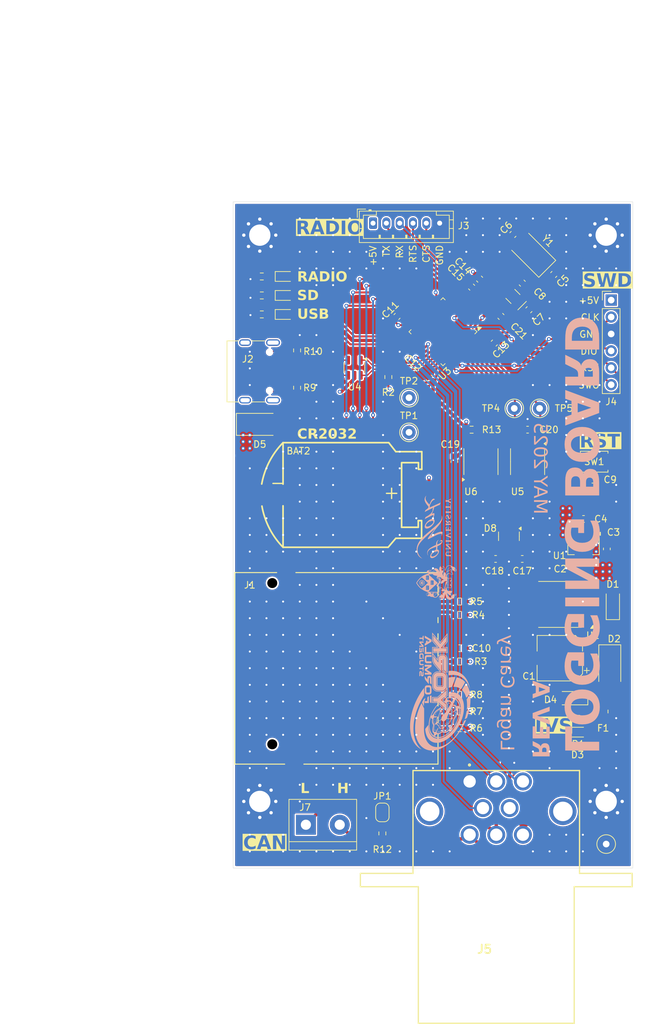
<source format=kicad_pcb>
(kicad_pcb (version 20241229) (generator "pcbnew") (generator_version "9.0")
  (layers (0 "F.Cu" signal) (4 "In1.Cu" signal) (6 "In2.Cu" signal) (2 "B.Cu" signal) (5 "F.SilkS" user "F.Silkscreen") (7 "B.SilkS" user "B.Silkscreen") (1 "F.Mask" user) (3 "B.Mask" user) (25 "Edge.Cuts" user))
  (net 0 "")
  (net 1 "GND")
  (net 2 "+5V")
  (net 3 "+3V3")
  (net 4 "/HSE_IN")
  (net 5 "/HSE_OUT")
  (net 6 "/LSE_IN")
  (net 7 "/LSE_OUT")
  (net 8 "CANH")
  (net 9 "CANL")
  (net 10 "Net-(D1-K)")
  (net 11 "+12V")
  (net 12 "Net-(D3-K)")
  (net 13 "Net-(D6-A)")
  (net 14 "NRST")
  (net 15 "SWCLK")
  (net 16 "SWO")
  (net 17 "SWDIO")
  (net 18 "VBAT")
  (net 19 "SPI1_CS")
  (net 20 "SD_DETECT")
  (net 21 "SPI1_MOSI")
  (net 22 "SPI1_SCK")
  (net 23 "Net-(JP1-A)")
  (net 24 "Net-(D2-A)")
  (net 25 "VUSB")
  (net 26 "USB_D+")
  (net 27 "CAN_RX")
  (net 28 "CAN_TX")
  (net 29 "USART2_RX")
  (net 30 "USART2_RTS")
  (net 31 "USART2_TX")
  (net 32 "USART2_CTS")
  (net 33 "USB_D-")
  (net 34 "USB_CONN_D+")
  (net 35 "USB_CONN_D-")
  (net 36 "Net-(J1-VDD)")
  (net 37 "Net-(J1-DAT1)")
  (net 38 "Net-(J1-DAT2)")
  (net 40 "/CC1")
  (net 42 "/CC2")
  (net 45 "Net-(D9-A)")
  (net 47 "GPIO1")
  (net 48 "GPIO3")
  (net 49 "EEPROM_WC")
  (net 50 "I2C1_SDA")
  (net 53 "I2C1_SCL")
  (net 55 "GPIO2")
  (net 56 "SPI1_MISO")
  (net 64 "Net-(D6-K)")
  (net 65 "Net-(D7-K)")
  (net 66 "Net-(D9-K)")
  (footprint "Resistor_SMD:R_0603_1608Metric" (layer "F.Cu") (at 86.8 107.6)
    (property "Reference" "R1")
    (property "Value" "10k")
  )
  (footprint "Diode_SMD:D_SOD-123F" (layer "F.Cu") (at 92 90.5 90)
    (property "Reference" "D1")
    (property "Value" "1N4007")
  )
  (footprint "lib:BAT-SMD_BS-CR2032-8" (layer "F.Cu") (at 51.8 74)
    (property "Reference" "BAT2")
    (property "Value" "BS-CR2032-8")
  )
  (footprint "Resistor_SMD:R_0603_1608Metric" (layer "F.Cu") (at 39.3 41.2)
    (property "Reference" "R14" (hide yes))
    (property "Value" "330")
  )
  (footprint "Package_TO_SOT_SMD:TO-252-2" (layer "F.Cu") (at 83.96 90.4275 180)
    (property "Reference" "U2")
    (property "Value" "TPS7B88-Q1")
  )
  (footprint "Resistor_SMD:R_0603_1608Metric" (layer "F.Cu") (at 69 99 180)
    (property "Reference" "R3")
    (property "Value" "33")
  )
  (footprint "Capacitor_SMD:CP_Elec_6.3x5.4" (layer "F.Cu") (at 84.04 98.5 180)
    (property "Reference" "C1")
    (property "Value" "10u")
  )
  (footprint "LED_SMD:LED_0603_1608Metric" (layer "F.Cu") (at 42.8 46.9)
    (property "Reference" "D7" (hide yes))
    (property "Value" "LED_Small")
  )
  (footprint "Connector_JST:JST_PH_B6B-PH-K_1x06_P2.00mm_Vertical" (layer "F.Cu") (at 55.999999 33.2)
    (property "Reference" "J3")
    (property "Value" "SiK Radio Module")
  )
  (footprint "Package_TO_SOT_SMD:SOT-89-3" (layer "F.Cu") (at 87.6 81.6 -90)
    (property "Reference" "U1")
    (property "Value" "MCP1700x-330xxMB")
  )
  (footprint "Resistor_SMD:R_0603_1608Metric" (layer "F.Cu") (at 69 92 180)
    (property "Reference" "R4")
    (property "Value" "33")
  )
  (footprint "Connector_PinHeader_2.54mm:PinHeader_1x06_P2.54mm_Vertical" (layer "F.Cu") (at 91.75 44.75)
    (property "Reference" "J4")
    (property "Value" "SWD")
  )
  (footprint "MountingHole:MountingHole_3.2mm_M3_Pad_Via" (layer "F.Cu") (at 39 120)
    (property "Reference" "H4" (hide yes))
    (property "Value" "MountingHole_Pad")
  )
  (footprint "Capacitor_SMD:C_0603_1608Metric" (layer "F.Cu") (at 70.8 42.8 -45)
    (property "Reference" "C15")
    (property "Value" "100n")
  )
  (footprint "Package_TO_SOT_SMD:SOT-23" (layer "F.Cu") (at 76.4 80.2 -90)
    (property "Reference" "D8")
    (property "Value" "PESD2CAN")
  )
  (footprint "Capacitor_SMD:C_0603_1608Metric" (layer "F.Cu") (at 79.4 46.2 45)
    (property "Reference" "C7")
    (property "Value" "20p")
  )
  (footprint "Capacitor_SMD:C_0603_1608Metric" (layer "F.Cu") (at 79.2 64.2)
    (property "Reference" "C20")
    (property "Value" "1u")
  )
  (footprint "Resistor_SMD:R_0603_1608Metric" (layer "F.Cu") (at 69 90 180)
    (property "Reference" "R5")
    (property "Value" "33")
  )
  (footprint "10067847-001RLF:776280-1" (layer "F.Cu") (at 74.5 132.8)
    (property "Reference" "J5")
    (property "Value" "776280-1" (hide yes))
  )
  (footprint "Capacitor_SMD:C_0603_1608Metric" (layer "F.Cu") (at 68.2 69 -90)
    (property "Reference" "C19")
    (property "Value" "1u")
  )
  (footprint "Resistor_SMD:R_0603_1608Metric" (layer "F.Cu") (at 70.8 64.2)
    (property "Reference" "R13")
    (property "Value" "100k")
  )
  (footprint "Resistor_SMD:R_0603_1608Metric" (layer "F.Cu") (at 44.6 57.9 -90)
    (property "Reference" "R9")
    (property "Value" "5k1")
  )
  (footprint "Capacitor_SMD:C_0603_1608Metric" (layer "F.Cu") (at 78.4 42.2 -45)
    (property "Reference" "C8")
    (property "Value" "20p")
  )
  (footprint "LED_SMD:LED_0603_1608Metric" (layer "F.Cu") (at 42.8 44.05)
    (property "Reference" "D6" (hide yes))
    (property "Value" "LED_Small")
  )
  (footprint "Resistor_SMD:R_0603_1608Metric" (layer "F.Cu") (at 58.3 56.3 90)
    (property "Reference" "R2")
    (property "Value" "1K5")
  )
  (footprint "Capacitor_SMD:C_0603_1608Metric" (layer "F.Cu") (at 87.6 77.6 180)
    (property "Reference" "C4")
    (property "Value" "1u")
  )
  (footprint "Crystal:Crystal_SMD_5032-2Pin_5.0x3.2mm" (layer "F.Cu") (at 80 37.9 135)
    (property "Reference" "Y1")
    (property "Value" "8M")
  )
  (footprint "TestPoint:TestPoint_Keystone_5000-5004_Miniature" (layer "F.Cu") (at 77.2 61 90)
    (property "Reference" "TP4")
    (property "Value" "TestPoint")
  )
  (footprint "Capacitor_SMD:C_0603_1608Metric" (layer "F.Cu") (at 74.2 51.2 -135)
    (property "Reference" "C13")
    (property "Value" "1u")
  )
  (footprint "Crystal:Crystal_SMD_G8-2Pin_3.2x1.5mm" (layer "F.Cu") (at 77 44.2 135)
    (property "Reference" "Y2" (hide yes))
    (property "Value" "32.768k")
  )
  (footprint "Capacitor_SMD:C_0603_1608Metric" (layer "F.Cu") (at 74.4 83.6 180)
    (property "Reference" "C18")
    (property "Value" "100p")
  )
  (footprint "Button_Switch_SMD:SW_Push_SPST_NO_Alps_SKRK" (layer "F.Cu") (at 89.2 69 180)
    (property "Reference" "SW1")
    (property "Value" "SW_Push")
  )
  (footprint "footprints:10067847-001RLF_AMP" (layer "F.Cu") (at 50.5 100.024999 -90)
    (property "Reference" "J1")
    (property "Value" "10067847-001RLF")
  )
  (footprint "Capacitor_SMD:C_0603_1608Metric" (layer "F.Cu") (at 78.4 83.6)
    (property "Reference" "C17")
    (property "Value" "100p")
  )
  (footprint "Capacitor_SMD:C_0603_1608Metric" (layer "F.Cu") (at 69 97 180)
    (property "Reference" "C10")
    (property "Value" "1u")
  )
  (footprint "Package_SO:SOIC-8_3.9x4.9mm_P1.27mm" (layer "F.Cu") (at 79.2 69 -90)
    (property "Reference" "U5")
    (property "Value" "SN65HVD1050D")
  )
  (footprint "MountingHole:MountingHole_3.2mm_M3_Pad_Via" (layer "F.Cu") (at 91 35)
    (property "Reference" "H2" (hide yes))
    (property "Value" "MountingHole_Pad")
  )
  (footprint "LED_SMD:LED_0603_1608Metric" (layer "F.Cu") (at 42.8 41.2)
    (property "Reference" "D9" (hide yes))
    (property "Value" "LED_Small")
  )
  (footprint "Resistor_SMD:R_0603_1608Metric" (layer "F.Cu") (at 44.6 52.3 90)
    (property "Reference" "R10")
    (property "Value" "5k1")
  )
  (footprint "Connector_USB:USB_C_Receptacle_G-Switch_GT-USB-7010ASV" (layer "F.Cu") (at 37.865 55.45 -90)
    (property "Reference" "J2")
    (property "Value" "USB_C_Receptacle_USB2.0_14P")
  )
  (footprint "Resistor_SMD:R_0603_1608Metric" (layer "F.Cu") (at 39.3 46.9 180)
    (property "Reference" "R15" (hide yes))
    (property "Value" "330")
  )
  (footprint "Resistor_SMD:R_0603_1608Metric" (layer "F.Cu") (at 69 106.5 180)
    (property "Reference" "R7")
    (property "Value" "33")
  )
  (footprint "MountingHole:MountingHole_3.2mm_M3_Pad_Via" (layer "F.Cu") (at 39 35)
    (property "Reference" "H1" (hide yes))
    (property "Value" "MountingHole_Pad")
  )
  (footprint "Capacitor_SMD:C_0603_1608Metric" (layer "F.Cu") (at 87.1 85.1 180)
    (property "Reference" "C2")
    (property "Value" "1u")
  )
  (footprint "Capacitor_SMD:C_0603_1608Metric" (layer "F.Cu") (at 83.127478 40.9 45)
    (property "Reference" "C5")
    (property "Value" "30p")
  )
  (footprint "Capacitor_SMD:C_0603_1608Metric" (layer "F.Cu") (at 91.1 82.1 90)
    (property "Reference" "C3")
    (property "Value" "1u")
  )
  (footprint "Capacitor_SMD:C_0603_1608Metric" (layer "F.Cu") (at 64.451992 56.451992 135)
    (property "Reference" "C12")
    (property "Value" "1u")
  )
  (footprint "Package_TO_SOT_SMD:SOT-23-6" (layer "F.Cu") (at 53.2 54.9 -90)
    (property "Reference" "U4")
    (property "Value" "USBLC6-2SC6")
  )
  (footprint "Package_SO:SOIC-8_3.9x4.9mm_P1.27mm" (layer "F.Cu") (at 72.2 69 90)
    (property "Reference" "U6")
    (property "Value" "M24C64-R")
  )
  (footprint "Diode_SMD:D_SOD-123F" (layer "F.Cu") (at 86.04 104.5 180)
    (property "Reference" "D4")
    (property "Value" "1N4007")
  )
  (footprint "Package_QFP:LQFP-48_7x7mm_P0.5mm" (layer "F.Cu") (at 66.5 49.5 -135)
    (property "Reference" "U3")
    (property "Value" "STM32F103C8Tx")
  )
  (footprint "MountingHole:MountingHole_3.2mm_M3_Pad_Via" (layer "F.Cu") (at 91 120)
    (property "Reference" "H3" (hide yes))
    (property "Value" "MountingHole_Pad")
  )
  (footprint "TerminalBlock:TerminalBlock_bornier-2_P5.08mm" (layer "F.Cu") (at 45.920001 123.5)
    (property "Reference" "J7")
    (property "Value" "CAN Terminal")
  )
  (footprint "Resistor_SMD:R_0603_1608Metric" (layer "F.Cu") (at 69 109 180)
    (property "Reference" "R6")
    (property "Value" "33")
  )
  (footprint "Resistor_SMD:R_0603_1608Metric" (layer "F.Cu") (at 69 104 180)
    (property "Reference" "R8")
    (property "Value" "10k")
  )
  (footprint "Jumper:SolderJumper-2_P1.3mm_Open_RoundedPad1.0x1.5mm" (layer "F.Cu") (at 57.4 121.649999 90)
    (property "Reference" "JP1")
    (property "Value" "SolderJumper_2_Open")
  )
  (footprint "Capacitor_SMD:C_0603_1608Metric" (layer "F.Cu") (at 77 34.9 45)
    (property "Reference" "C6")
    (property "Value" "30p")
  )
  (footprint "TestPoint:TestPoint_Keystone_5000-5004_Miniature" (layer "F.Cu") (at 81 61 90)
    (property "Reference" "TP5")
    (property "Value" "TestPoint")
  )
  (footprint "TestPoint:TestPoint_Keystone_5000-5004_Miniature" (layer "F.Cu") (at 91 126.4)
    (property "Reference" "TP3" (hide yes))
    (property "Value" "TestPoint")
  )
  (footprint "Resistor_SMD:R_0805_2012Metric" (layer "F.Cu") (at 90.54 106.5 90)
    (property "Reference" "F1")
    (property "Value" "Polyfuse")
  )
  (footprint "Capacitor_SMD:C_0603_1608Metric" (layer "F.Cu") (at 59.6 47.2 45)
    (property "Reference" "C11")
    (property "Value" "1u")
  )
  (footprint "Diode_SMD:D_SMA" (layer "F.Cu") (at 91.54 100 -90)
    (property "Reference" "D2")
    (property "Value" "SS34")
  )
  (footprint "LED_SMD:LED_0603_1608Metric" (layer "F.Cu") (at 86.8 109.600001)
    (property "Reference" "D3")
    (property "Value" "LED_Small")
  )
  (footprint "Capacitor_SMD:C_0603_1608Metric" (layer "F.Cu") (at 75.2 47.2 -45)
    (property "Reference" "C21")
    (property "Value" "1u")
  )
  (footprint "Capacitor_SMD:C_0603_1608Metric" (layer "F.Cu") (at 89 71.7 180)
    (property "Reference" "C9")
    (property "Value" "100n")
  )
  (footprint "Capacitor_SMD:C_0603_1608Metric" (layer "F.Cu") (at 72 41.6 -45)
    (property "Reference" "C14")
    (property "Value" "1u")
  )
  (footprint "Diode_SMD:D_SMA" (layer "F.Cu") (at 39 63.4)
    (property "Reference" "D5")
    (property "Value" "SS34")
  )
  (footprint "Resistor_SMD:R_0603_1608Metric" (layer "F.Cu") (at 39.3 44.05)
    (property "Reference" "R11" (hide yes))
    (property "Value" "330")
  )
  (footprint "TestPoint:TestPoint_Keystone_5000-5004_Miniature" (layer "F.Cu") (at 61.4 59.4)
    (property "Reference" "TP2")
    (property "Value" "TestPoint")
  )
  (footprint "Resistor_SMD:R_0603_1608Metric" (layer "F.Cu") (at 57.4 124.8 -90)
    (property "Reference" "R12")
    (property "Value" "120")
  )
  (footprint "TestPoint:TestPoint_Keystone_5000-5004_Miniature" (layer "F.Cu") (at 61.4 64.6)
    (property "Reference" "TP1")
    (property "Value" "TestPoint")
  )
  (footprint "LOGO" (layer "B.Cu") (at 66.107571 103.560858 90)
    (property "Reference" "G***" (hide yes))
    (property "Value" "LOGO" (hide yes))
  )
  (gr_poly (pts (xy 67.628255 80.729819) (xy 67.628147 80.746586) (xy 67.627759 80.761258) (xy 67.626999 80.773979) (xy 67.626451 80.77965) (xy 67.625774 80.784885) (xy 67.624958 80.789702) (xy 67.623992 80.794117) (xy 67.622862 80.798149) (xy 67.621558 80.801814) (xy 67.620066 80.805131) (xy 67.61838 80.808116) (xy 67.616482 80.810788) (xy 67.614364 80.813162) (xy 67.612014 80.815258) (xy 67.609419 80.817092) (xy 67.606568 80.818682) (xy 67.60345 80.820046) (xy 67.600053 80.8212) (xy 67.596366 80.822162) (xy 67.592375 80.822949) (xy 67.588071 80.82358) (xy 67.578475 80.824441) (xy 67.567485 80.824882) (xy 67.540943 80.825069) (xy 67.04088 80.825069) (xy 67.014339 80.824882) (xy 67.003347 80.824441) (xy 66.993752 80.82358) (xy 66.989447 80.822949) (xy 66.985457 80.822162) (xy 66.981769 80.8212) (xy 66.978372 80.820046) (xy 66.975254 80.818682) (xy 66.972404 80.817092) (xy 66.96981 80.815258) (xy 66.967458 80.813162) (xy 66.96534 80.810788) (xy 66.963443 80.808116) (xy 66.961755 80.805132) (xy 66.960265 80.801815) (xy 66.958961 80.798149) (xy 66.957831 80.794117) (xy 66.956864 80.789702) (xy 66.956048 80.784885) (xy 66.954823 80.773979) (xy 66.954064 80.761259) (xy 66.953676 80.746586) (xy 66.953568 80.729819) (xy 66.905943 80.729819) (xy 66.905943 81.094944) (xy 66.953568 81.094944) (xy 66.953676 81.079486) (xy 66.954064 81.065784) (xy 66.954822 81.053732) (xy 66.956048 81.043226) (xy 66.956865 81.038522) (xy 66.957831 81.034164) (xy 66.95896 81.03014) (xy 66.960265 81.026437) (xy 66.961755 81.023044) (xy 66.963443 81.019944) (xy 66.96534 81.017126) (xy 66.967458 81.014578) (xy 66.96981 81.012285) (xy 66.972404 81.010235) (xy 66.975254 81.008415) (xy 66.978372 81.006811) (xy 66.981769 81.005411) (xy 66.985457 81.004201) (xy 66.989447 81.003168) (xy 66.993752 81.0023) (xy 66.998381 81.001582) (xy 67.003347 81.001003) (xy 67.014339 81.000208) (xy 67.026819 80.999806) (xy 67.04088 80.999695) (xy 67.540943 80.999695) (xy 67.567485 80.999881) (xy 67.578475 81.000323) (xy 67.588071 81.001183) (xy 67.592375 81.001814) (xy 67.596366 81.002602) (xy 67.600053 81.003564) (xy 67.60345 81.004718) (xy 67.606568 81.006081) (xy 67.609419 81.007671) (xy 67.612014 81.009505) (xy 67.614364 81.011601) (xy 67.616482 81.013976) (xy 67.61838 81.016647) (xy 67.620067 81.019632) (xy 67.621558 81.022949) (xy 67.622862 81.026615) (xy 67.623992 81.030646) (xy 67.624958 81.035062) (xy 67.625774 81.039878) (xy 67.626999 81.050785) (xy 67.627759 81.063506) (xy 67.628147 81.078178) (xy 67.628255 81.094944) (xy 67.67588 81.094944) (xy 67.67588 80.729819)) (stroke (width -0.000001)) (fill yes) (layer "B.SilkS"))
  (gr_poly (pts (xy 67.501254 75.459317) (xy 67.501254 75.506944) (xy 67.533004 75.506945) (xy 67.566367 75.511285) (xy 67.572353 75.512399) (xy 67.575034 75.513049) (xy 67.577514 75.513782) (xy 67.579802 75.514612) (xy 67.581907 75.515558) (xy 67.583834 75.516635) (xy 67.585591 75.517858) (xy 67.587185 75.519245) (xy 67.588623 75.52081) (xy 67.589914 75.522569) (xy 67.591063 75.52454) (xy 67.592079 75.526737) (xy 67.592968 75.529177) (xy 67.593738 75.531876) (xy 67.594396 75.534849) (xy 67.59495 75.538113) (xy 67.595405 75.541684) (xy 67.596054 75.54981) (xy 67.596402 75.559354) (xy 67.596505 75.570444) (xy 67.596505 75.737132) (xy 67.032942 75.721254) (xy 67.006401 75.721069) (xy 66.995409 75.720627) (xy 66.985813 75.719766) (xy 66.981509 75.719135) (xy 66.977519 75.718347) (xy 66.973831 75.717385) (xy 66.970434 75.716231) (xy 66.967316 75.714868) (xy 66.964466 75.713278) (xy 66.961871 75.711444) (xy 66.95952 75.709348) (xy 66.957402 75.706972) (xy 66.955505 75.704302) (xy 66.953817 75.701315) (xy 66.952327 75.698) (xy 66.951023 75.694334) (xy 66.949893 75.690303) (xy 66.948926 75.685887) (xy 66.94811 75.68107) (xy 66.946885 75.670164) (xy 66.946126 75.657444) (xy 66.945738 75.64277) (xy 66.94563 75.626004) (xy 66.898004 75.626004) (xy 66.898004 75.99113) (xy 66.94563 75.99113) (xy 66.945738 75.975672) (xy 66.946126 75.961969) (xy 66.946885 75.949917) (xy 66.94811 75.939412) (xy 66.948926 75.934707) (xy 66.949893 75.930349) (xy 66.951023 75.926325) (xy 66.952327 75.922622) (xy 66.953817 75.919227) (xy 66.955505 75.916128) (xy 66.957402 75.91331) (xy 66.95952 75.910763) (xy 66.961871 75.908469) (xy 66.964466 75.90642) (xy 66.967316 75.904599) (xy 66.970434 75.902996) (xy 66.973831 75.901595) (xy 66.977518 75.900385) (xy 66.981509 75.899353) (xy 66.985813 75.898484) (xy 66.990443 75.897767) (xy 66.995409 75.897188) (xy 67.006401 75.896391) (xy 67.018881 75.89599) (xy 67.032942 75.89588) (xy 67.588567 75.89588) (xy 67.588567 76.062566) (xy 67.588472 76.067028) (xy 67.588179 76.071466) (xy 67.587677 76.075857) (xy 67.586954 76.080178) (xy 67.586506 76.082306) (xy 67.585999 76.084407) (xy 67.585431 76.086479) (xy 67.5848 76.088519) (xy 67.584105 76.090525) (xy 67.583344 76.092492) (xy 67.582517 76.094419) (xy 67.581621 76.096302) (xy 67.580656 76.098138) (xy 67.57962 76.099925) (xy 67.578511 76.10166) (xy 67.577327 76.10334) (xy 67.576067 76.104961) (xy 67.574732 76.106522) (xy 67.573317 76.108018) (xy 67.571824 76.109448) (xy 67.570249 76.110808) (xy 67.568589 76.112094) (xy 67.566846 76.113307) (xy 67.565018 76.114441) (xy 67.563103 76.115492) (xy 67.561097 76.116459) (xy 67.559003 76.117339) (xy 67.556817 76.11813) (xy 67.553925 76.118219) (xy 67.551174 76.118471) (xy 67.548515 76.118862) (xy 67.545903 76.11937) (xy 67.540632 76.120641) (xy 67.534989 76.122099) (xy 67.528602 76.123557) (xy 67.525013 76.124227) (xy 67.521098 76.124828) (xy 67.516812 76.125336) (xy 67.512107 76.125727) (xy 67.506936 76.125979) (xy 67.501254 76.126068) (xy 67.501254 76.173693) (xy 67.512284 76.172385) (xy 67.524369 76.171414) (xy 67.53727 76.170745) (xy 67.55074 76.170344) (xy 67.578411 76.170205) (xy 67.605434 76.170716) (xy 67.629851 76.1716) (xy 67.64971 76.172577) (xy 67.667942 76.173693) (xy 67.667942 75.443443)) (stroke (width -0.000001)) (fill yes) (layer "B.SilkS"))
  (gr_poly (pts (xy 64.905038 85.448622) (xy 64.905142 85.448941) (xy 64.905336 85.449671) (xy 64.90549 85.450406) (xy 64.905602 85.451145) (xy 64.905669 85.451888) (xy 64.905693 85.452632) (xy 64.905693 85.444694)) (stroke (width -0.000001)) (fill yes) (layer "B.SilkS"))
  (gr_poly (pts (xy 67.628255 74.959257) (xy 67.628907 74.966468) (xy 67.629379 74.973225) (xy 67.629676 74.979541) (xy 67.629805 74.985426) (xy 67.629771 74.990893) (xy 67.62958 74.995953) (xy 67.629238 75.000617) (xy 67.628751 75.004898) (xy 67.628125 75.008807) (xy 67.627363 75.012354) (xy 67.626475 75.015553) (xy 67.625464 75.018417) (xy 67.624337 75.020953) (xy 67.623101 75.023176) (xy 67.621758 75.025096) (xy 67.620317 75.026726) (xy 67.618784 75.028077) (xy 67.617163 75.02916) (xy 67.61546 75.029988) (xy 67.613682 75.030571) (xy 67.611834 75.030922) (xy 67.609923 75.03105) (xy 67.607953 75.030973) (xy 67.605931 75.030695) (xy 67.603862 75.030232) (xy 67.601753 75.029594) (xy 67.599608 75.028794) (xy 67.597435 75.027842) (xy 67.595238 75.026751) (xy 67.593025 75.025532) (xy 67.588567 75.022757) (xy 67.310755 74.864007) (xy 67.4447 74.782648) (xy 67.541809 74.723365) (xy 67.596505 74.689383) (xy 67.598691 74.68801) (xy 67.600786 74.686867) (xy 67.60279 74.685951) (xy 67.604706 74.68526) (xy 67.606535 74.684787) (xy 67.608277 74.684534) (xy 67.609936 74.684496) (xy 67.611513 74.68467) (xy 67.613006 74.685053) (xy 67.614421 74.685642) (xy 67.615756 74.686436) (xy 67.617015 74.687429) (xy 67.618199 74.68862) (xy 67.619308 74.690006) (xy 67.620344 74.691584) (xy 67.621309 74.693351) (xy 67.623032 74.69744) (xy 67.624488 74.70225) (xy 67.625687 74.707757) (xy 67.626642 74.713939) (xy 67.627364 74.720772) (xy 67.627867 74.728233) (xy 67.62816 74.736298) (xy 67.628255 74.744945) (xy 67.67588 74.744945) (xy 67.67588 74.530633) (xy 67.628255 74.530633) (xy 67.628906 74.534352) (xy 67.629373 74.538066) (xy 67.629657 74.541768) (xy 67.629759 74.545453) (xy 67.62968 74.549115) (xy 67.629423 74.552747) (xy 67.628989 74.556345) (xy 67.628379 74.559902) (xy 67.627594 74.563412) (xy 67.626638 74.56687) (xy 67.625508 74.57027) (xy 67.624208 74.573607) (xy 67.622741 74.576873) (xy 67.621106 74.580063) (xy 67.619305 74.583173) (xy 67.617341 74.586195) (xy 67.615213 74.589123) (xy 67.612924 74.591954) (xy 67.610477 74.59468) (xy 67.607868 74.597296) (xy 67.605104 74.599794) (xy 67.602185 74.602171) (xy 67.599111 74.604419) (xy 67.595885 74.606535) (xy 67.592507 74.60851) (xy 67.58898 74.61034) (xy 67.585305 74.61202) (xy 67.581483 74.613542) (xy 67.577515 74.614901) (xy 67.573404 74.616092) (xy 67.56915 74.617108) (xy 67.564755 74.617944) (xy 67.504976 74.654407) (xy 67.396084 74.719147) (xy 67.290168 74.780911) (xy 67.254604 74.800909) (xy 67.244019 74.806479) (xy 67.239318 74.808444) (xy 67.032943 74.808444) (xy 67.004123 74.808258) (xy 66.992462 74.807816) (xy 66.982466 74.806956) (xy 66.978051 74.806325) (xy 66.974003 74.805537) (xy 66.970307 74.804575) (xy 66.966947 74.803421) (xy 66.963907 74.802058) (xy 66.96117 74.800468) (xy 66.958721 74.798633) (xy 66.956545 74.796538) (xy 66.954624 74.794163) (xy 66.952942 74.791491) (xy 66.951485 74.788506) (xy 66.950235 74.78519) (xy 66.949177 74.781524) (xy 66.948295 74.777492) (xy 66.947573 74.773077) (xy 66.946995 74.76826) (xy 66.946206 74.757354) (xy 66.945801 74.744634) (xy 66.945631 74.713195) (xy 66.898006 74.713195) (xy 66.898006 75.078319) (xy 66.945631 75.078319) (xy 66.94574 75.062861) (xy 66.946127 75.049159) (xy 66.946886 75.037107) (xy 66.948111 75.026602) (xy 66.948927 75.021897) (xy 66.949894 75.017539) (xy 66.951024 75.013516) (xy 66.952328 75.009812) (xy 66.953818 75.006418) (xy 66.955506 75.003318) (xy 66.957403 75.000501) (xy 66.95952 74.997952) (xy 66.961872 74.99566) (xy 66.964467 74.99361) (xy 66.967317 74.991789) (xy 66.970435 74.990185) (xy 66.973833 74.988784) (xy 66.97752 74.987575) (xy 66.98151 74.986542) (xy 66.985814 74.985674) (xy 66.990444 74.984956) (xy 66.99541 74.984377) (xy 67.006402 74.983581) (xy 67.018881 74.98318) (xy 67.032944 74.983069) (xy 67.207568 74.983069) (xy 67.572693 75.197381) (xy 67.586475 75.205412) (xy 67.592558 75.208997) (xy 67.598117 75.212512) (xy 67.603164 75.21612) (xy 67.607714 75.219984) (xy 67.611773 75.224267) (xy 67.613624 75.226616) (xy 67.615356 75.229131) (xy 67.616973 75.231832) (xy 67.618474 75.234739) (xy 67.619863 75.237873) (xy 67.621139 75.241253) (xy 67.622305 75.244903) (xy 67.623362 75.248839) (xy 67.625154 75.257655) (xy 67.626528 75.26787) (xy 67.627495 75.279639) (xy 67.628067 75.293131) (xy 67.628255 75.308506) (xy 67.67588 75.308506) (xy 67.67588 74.959257)) (stroke (width -0.000001)) (fill yes) (layer "B.SilkS"))
  (gr_poly (pts (xy 65.953443 88.643506) (xy 65.953443 88.667318) (xy 65.96138 88.643506)) (stroke (width -0.000001)) (fill yes) (layer "B.SilkS"))
  (gr_poly (pts (xy 68.508997 88.919767) (xy 68.508054 88.910646) (xy 68.506517 88.901889) (xy 68.504419 88.89349) (xy 68.501784 88.885447) (xy 68.498644 88.877753) (xy 68.495028 88.870405) (xy 68.490962 88.863399) (xy 68.486479 88.85673) (xy 68.481606 88.850395) (xy 68.476373 88.844387) (xy 68.470809 88.838703) (xy 68.464942 88.833339) (xy 68.458803 88.828291) (xy 68.452417 88.823554) (xy 68.445818 88.819123) (xy 68.43209 88.811164) (xy 68.417851 88.80438) (xy 68.403332 88.798735) (xy 68.388767 88.794194) (xy 68.374388 88.790723) (xy 68.360428 88.788288) (xy 68.347119 88.786852) (xy 68.334693 88.786381) (xy 68.324278 88.786656) (xy 68.313873 88.787466) (xy 68.303492 88.788788) (xy 68.293146 88.790597) (xy 68.282846 88.792874) (xy 68.272604 88.795589) (xy 68.262432 88.798726) (xy 68.252342 88.802256) (xy 68.242344 88.806159) (xy 68.232451 88.81041) (xy 68.222675 88.814987) (xy 68.213026 88.819867) (xy 68.203517 88.825026) (xy 68.194159 88.83044) (xy 68.184963 88.836087) (xy 68.175943 88.841943) (xy 68.174455 88.843386) (xy 68.172967 88.84474) (xy 68.16999 88.847199) (xy 68.167013 88.849356) (xy 68.164037 88.851245) (xy 68.16106 88.852902) (xy 68.158084 88.854361) (xy 68.155107 88.855657) (xy 68.152131 88.856826) (xy 68.146178 88.858919) (xy 68.140224 88.860918) (xy 68.137248 88.861971) (xy 68.134271 88.863106) (xy 68.131295 88.864354) (xy 68.128318 88.865756) (xy 68.112047 88.869191) (xy 68.095995 88.873523) (xy 68.080199 88.878714) (xy 68.064694 88.884731) (xy 68.049515 88.891539) (xy 68.034696 88.899102) (xy 68.020273 88.907387) (xy 68.00628 88.916357) (xy 67.992751 88.925979) (xy 67.979723 88.936216) (xy 67.967229 88.947036) (xy 67.955306 88.958401) (xy 67.943987 88.970277) (xy 67.933307 88.982632) (xy 67.923302 88.995429) (xy 67.914006 89.008631) (xy 67.882256 89.064193) (xy 67.850506 89.135632) (xy 67.847514 89.132654) (xy 67.844429 89.129678) (xy 67.841157 89.126701) (xy 67.839423 89.125213) (xy 67.837607 89.123725) (xy 67.835698 89.122236) (xy 67.833685 89.120748) (xy 67.831555 89.11926) (xy 67.829298 89.117771) (xy 67.826901 89.116283) (xy 67.824352 89.114795) (xy 67.821641 89.113307) (xy 67.818756 89.111818) (xy 67.814268 89.109702) (xy 67.809739 89.107815) (xy 67.805172 89.106154) (xy 67.800571 89.104718) (xy 67.795942 89.103502) (xy 67.791286 89.102505) (xy 67.786611 89.101723) (xy 67.781921 89.101152) (xy 67.777217 89.100791) (xy 67.772508 89.100637) (xy 67.767796 89.100686) (xy 67.763084 89.100935) (xy 67.758379 89.101383) (xy 67.753684 89.102023) (xy 67.744341 89.103881) (xy 67.735092 89.106482) (xy 67.72597 89.109803) (xy 67.717012 89.113822) (xy 67.708251 89.118516) (xy 67.699722 89.12386) (xy 67.691461 89.129833) (xy 67.683502 89.13641) (xy 67.67588 89.143569) (xy 67.67588 89.151506) (xy 67.675896 89.154127) (xy 67.675933 89.155186) (xy 67.676004 89.156095) (xy 67.676057 89.156496) (xy 67.676123 89.156864) (xy 67.676203 89.1572) (xy 67.676299 89.157505) (xy 67.676413 89.157782) (xy 67.676545 89.158031) (xy 67.676698 89.158253) (xy 67.676873 89.158451) (xy 67.677071 89.158626) (xy 67.677293 89.158779) (xy 67.677542 89.158911) (xy 67.677818 89.159025) (xy 67.678124 89.159121) (xy 67.67846 89.159201) (xy 67.678828 89.159267) (xy 67.679229 89.159319) (xy 67.680138 89.159391) (xy 67.681198 89.159429) (xy 67.683818 89.159443) (xy 67.688213 89.159627) (xy 67.692469 89.160172) (xy 67.696585 89.161065) (xy 67.700561 89.162296) (xy 67.704398 89.163852) (xy 67.708096 89.165722) (xy 67.711653 89.167894) (xy 67.715072 89.170357) (xy 67.718351 89.173099) (xy 67.72149 89.176109) (xy 67.724491 89.179374) (xy 67.72735 89.182884) (xy 67.732652 89.190589) (xy 67.737396 89.199131) (xy 67.741582 89.208417) (xy 67.74521 89.218354) (xy 67.748279 89.22885) (xy 67.750791 89.23981) (xy 67.752744 89.251143) (xy 67.754139 89.262755) (xy 67.754976 89.274553) (xy 67.755256 89.286443) (xy 67.755069 89.295369) (xy 67.754511 89.304272) (xy 67.753582 89.313128) (xy 67.752278 89.321914) (xy 67.750605 89.330607) (xy 67.748558 89.339184) (xy 67.74614 89.347621) (xy 67.743349 89.355896) (xy 67.740187 89.363985) (xy 67.736652 89.371865) (xy 67.732745 89.379511) (xy 67.728467 89.386902) (xy 67.723817 89.394014) (xy 67.718793 89.400824) (xy 67.713398 89.407308) (xy 67.70763 89.413443) (xy 67.706119 89.414885) (xy 67.704563 89.416235) (xy 67.702963 89.417496) (xy 67.701321 89.418667) (xy 67.697916 89.42075) (xy 67.694361 89.422497) (xy 67.690664 89.423917) (xy 67.686841 89.425024) (xy 67.682901 89.425828) (xy 67.678857 89.426341) (xy 67.67472 89.426576) (xy 67.670501 89.426543) (xy 67.666211 89.426254) (xy 67.661866 89.425721) (xy 67.657473 89.424956) (xy 67.653045 89.423968) (xy 67.648593 89.422774) (xy 67.644131 89.42138) (xy 67.613319 89.410905) (xy 67.583392 89.398874) (xy 67.554352 89.385361) (xy 67.5262 89.370438) (xy 67.498937 89.354178) (xy 67.472565 89.336653) (xy 67.447085 89.317937) (xy 67.4225 89.298101) (xy 67.39881 89.277219) (xy 67.376017 89.255362) (xy 67.333126 89.209021) (xy 67.29384 89.159656) (xy 67.258169 89.107849) (xy 67.226127 89.054182) (xy 67.197723 88.999236) (xy 67.172971 88.943592) (xy 67.151881 88.887832) (xy 67.134466 88.832537) (xy 67.120737 88.778288) (xy 67.110704 88.725667) (xy 67.10438 88.675255) (xy 67.112099 88.691439) (xy 67.120365 88.707238) (xy 67.129164 88.722642) (xy 67.138487 88.737639) (xy 67.148321 88.752218) (xy 67.158656 88.766366) (xy 67.169479 88.780073) (xy 67.180779 88.793326) (xy 67.192543 88.806114) (xy 67.204762 88.818425) (xy 67.217422 88.830248) (xy 67.230512 88.841571) (xy 67.244021 88.852382) (xy 67.257937 88.86267) (xy 67.272248 88.872424) (xy 67.286943 88.88163) (xy 67.289917 88.883208) (xy 67.29288 88.884948) (xy 67.29582 88.886828) (xy 67.298725 88.888824) (xy 67.301583 88.890913) (xy 67.304383 88.893072) (xy 67.307114 88.895277) (xy 67.309763 88.897506) (xy 67.312319 88.899734) (xy 67.314771 88.901938) (xy 67.319313 88.906187) (xy 67.323297 88.910063) (xy 67.32663 88.91338) (xy 67.342505 88.929255) (xy 67.361388 88.948045) (xy 67.381944 88.96795) (xy 67.392676 88.977973) (xy 67.403618 88.987857) (xy 67.414698 88.997461) (xy 67.425849 89.006645) (xy 67.436999 89.015274) (xy 67.44808 89.023203) (xy 67.459021 89.030296) (xy 67.469753 89.036412) (xy 67.480206 89.041411) (xy 67.485306 89.04345) (xy 67.490309 89.045155) (xy 67.495209 89.046513) (xy 67.499996 89.047503) (xy 67.50466 89.048112) (xy 67.509193 89.048318) (xy 67.556941 89.04869) (xy 67.586629 89.049574) (xy 67.617341 89.051295) (xy 67.632411 89.052556) (xy 67.646936 89.054132) (xy 67.660646 89.056056) (xy 67.673275 89.058364) (xy 67.684555 89.06109) (xy 67.69422 89.06427) (xy 67.698362 89.066042) (xy 67.702 89.067939) (xy 67.705101 89.069967) (xy 67.70763 89.072131) (xy 67.708374 89.072851) (xy 67.709116 89.073526) (xy 67.709856 89.074154) (xy 67.710591 89.074736) (xy 67.71132 89.075269) (xy 67.712042 89.075758) (xy 67.712755 89.0762) (xy 67.713459 89.076595) (xy 67.71415 89.076944) (xy 67.714829 89.077246) (xy 67.715493 89.077502) (xy 67.716141 89.07771) (xy 67.716771 89.077874) (xy 67.717383 89.077991) (xy 67.717974 89.07806) (xy 67.718544 89.078084) (xy 67.71909 89.07806) (xy 67.719611 89.077991) (xy 67.720107 89.077874) (xy 67.720575 89.077711) (xy 67.721013 89.077502) (xy 67.721421 89.077246) (xy 67.721798 89.076944) (xy 67.72214 89.076595) (xy 67.722448 89.0762) (xy 67.722721 89.075758) (xy 67.722953 89.07527) (xy 67.723148 89.074735) (xy 67.723302 89.074154) (xy 67.723413 89.073526) (xy 67.723481 89.072851) (xy 67.723504 89.072131) (xy 67.723504 89.056256) (xy 67.720621 89.0517) (xy 67.717923 89.04697) (xy 67.715412 89.042076) (xy 67.713086 89.037032) (xy 67.710947 89.031848) (xy 67.708994 89.026536) (xy 67.707226 89.021108) (xy 67.705645 89.015576) (xy 67.70425 89.00995) (xy 67.703041 89.004243) (xy 67.702018 88.998466) (xy 67.70118 88.992633) (xy 67.700529 88.98675) (xy 67.700064 88.980834) (xy 67.699785 88.974893) (xy 67.699692 88.968943) (xy 67.699597 88.960105) (xy 67.699305 88.95144) (xy 67.698803 88.942939) (xy 67.69808 88.934589) (xy 67.697124 88.926378) (xy 67.695925 88.918295) (xy 67.69447 88.910329) (xy 67.692747 88.902467) (xy 67.690745 88.894698) (xy 67.688451 88.88701) (xy 67.685858 88.879393) (xy 67.682949 88.871833) (xy 67.679714 88.86432) (xy 67.676144 88.856842) (xy 67.672223 88.849387) (xy 67.667942 88.841943) (xy 67.661973 88.833029) (xy 67.655912 88.824208) (xy 67.652817 88.819861) (xy 67.649664 88.815573) (xy 67.646441 88.811354) (xy 67.643137 88.807217) (xy 67.63974 88.803172) (xy 67.636239 88.799233) (xy 67.632621 88.795409) (xy 67.628876 88.791714) (xy 67.624989 88.788158) (xy 67.620953 88.784753) (xy 67.616754 88.781511) (xy 67.612379 88.778443) (xy 67.621983 88.776793) (xy 67.631442 88.774823) (xy 67.640754 88.77254) (xy 67.649912 88.769948) (xy 67.667754 88.763863) (xy 67.684933 88.756615) (xy 67.701415 88.748251) (xy 67.717163 88.738818) (xy 67.732145 88.728361) (xy 67.746325 88.716928) (xy 67.759667 88.704564) (xy 67.772137 88.691317) (xy 67.7837 88.677233) (xy 67.794322 88.662357) (xy 67.803967 88.646738) (xy 67.8126 88.630421) (xy 67.820186 88.613454) (xy 67.826692 88.595881) (xy 67.829765 88.58407) (xy 67.833048 88.572456) (xy 67.836563 88.561052) (xy 67.840334 88.549868) (xy 67.844384 88.538917) (xy 67.848737 88.528211) (xy 67.853415 88.51776) (xy 67.858442 88.507576) (xy 67.863841 88.497672) (xy 67.869635 88.488058) (xy 67.875848 88.478746) (xy 67.882502 88.469748) (xy 67.889622 88.461077) (xy 67.89723 88.452742) (xy 67.90535 88.444756) (xy 67.914004 88.437131) (xy 67.914004 88.421256) (xy 67.911369 88.418636) (xy 67.910272 88.417576) (xy 67.909291 88.416667) (xy 67.908403 88.415898) (xy 67.907586 88.415256) (xy 67.907196 88.41498) (xy 67.906815 88.414731) (xy 67.906439 88.414509) (xy 67.906067 88.414311) (xy 67.905694 88.414136) (xy 67.905319 88.413983) (xy 67.904938 88.413851) (xy 67.904548 88.413737) (xy 67.904147 88.413641) (xy 67.90373 88.413561) (xy 67.902842 88.413444) (xy 67.901862 88.413371) (xy 67.900765 88.413334) (xy 67.898129 88.413318) (xy 67.887713 88.416107) (xy 67.877309 88.418511) (xy 67.866928 88.420522) (xy 67.856582 88.422124) (xy 67.846282 88.423308) (xy 67.83604 88.424062) (xy 67.825868 88.424374) (xy 67.815778 88.424233) (xy 67.80578 88.423626) (xy 67.795888 88.422543) (xy 67.786111 88.420971) (xy 67.776463 88.4189) (xy 67.766953 88.416316) (xy 67.757596 88.41321) (xy 67.7484 88.409569) (xy 67.73938 88.405381) (xy 67.731849 88.402498) (xy 67.724155 88.3998) (xy 67.716323 88.397289) (xy 67.708374 88.394963) (xy 67.700332 88.392824) (xy 67.69222 88.39087) (xy 67.684061 88.389103) (xy 67.67588 88.387522) (xy 67.667699 88.386126) (xy 67.659539 88.384917) (xy 67.651428 88.383894) (xy 67.643385 88.383057) (xy 67.635436 88.382407) (xy 67.627603 88.381941) (xy 67.61991 88.381662) (xy 67.612379 88.381569) (xy 67.591544 88.381925) (xy 67.570708 88.382933) (xy 67.549872 88.3845) (xy 67.529036 88.38653) (xy 67.5082 88.388932) (xy 67.487364 88.391615) (xy 67.445692 88.397444) (xy 67.417167 88.403273) (xy 67.403555 88.405955) (xy 67.39013 88.408358) (xy 67.376704 88.410389) (xy 67.363092 88.411955) (xy 67.356159 88.412534) (xy 67.349109 88.412962) (xy 67.34192 88.413228) (xy 67.334567 88.413319) (xy 67.326088 88.41288) (xy 67.317059 88.411575) (xy 67.297562 88.406435) (xy 67.276507 88.398041) (xy 67.254324 88.38653) (xy 67.231444 88.372043) (xy 67.208296 88.354718) (xy 67.185311 88.334696) (xy 67.162919 88.312116) (xy 67.14155 88.287117) (xy 67.121634 88.25984) (xy 67.112356 88.24539) (xy 67.103602 88.230423) (xy 67.095426 88.214956) (xy 67.087884 88.199006) (xy 67.081028 88.182591) (xy 67.07491 88.165729) (xy 67.069587 88.148437) (xy 67.065111 88.130731) (xy 67.061535 88.112631) (xy 67.058915 88.094152) (xy 67.057304 88.075313) (xy 67.056755 88.056131) (xy 67.057127 88.034954) (xy 67.058243 88.013219) (xy 67.060103 87.991112) (xy 67.062709 87.968819) (xy 67.066057 87.946525) (xy 67.070149 87.924418) (xy 67.074986 87.902683) (xy 67.080567 87.881506) (xy 67.10438 87.841819) (xy 67.10438 87.873569) (xy 67.104472 87.877987) (xy 67.104746 87.88231) (xy 67.105196 87.886538) (xy 67.105821 87.890668) (xy 67.106614 87.8947) (xy 67.107571 87.898631) (xy 67.108688 87.902461) (xy 67.109961 87.906187) (xy 67.111384 87.909809) (xy 67.112956 87.913324) (xy 67.114668 87.916732) (xy 67.116518 87.920032) (xy 67.118503 87.92322) (xy 67.120617 87.926296) (xy 67.122856 87.929259) (xy 67.125216 87.932108) (xy 67.127691 87.934841) (xy 67.130279 87.937454) (xy 67.132974 87.93995) (xy 67.135773 87.942324) (xy 67.13867 87.944577) (xy 67.141662 87.946706) (xy 67.144744 87.94871) (xy 67.147912 87.950587) (xy 67.151161 87.952337) (xy 67.154487 87.953957) (xy 67.157886 87.955447) (xy 67.161353 87.956804) (xy 67.164884 87.958027) (xy 67.168475 87.959116) (xy 67.172121 87.960068) (xy 67.175817 87.960881) (xy 67.180282 87.962276) (xy 67.184747 87.96347) (xy 67.189212 87.964457) (xy 67.193677 87.965222) (xy 67.198141 87.965755) (xy 67.202606 87.966044) (xy 67.205087 87.966062) (xy 67.205087 87.924477) (xy 67.203599 87.924418) (xy 67.20211 87.92429) (xy 67.200622 87.92409) (xy 67.199134 87.923812) (xy 67.197645 87.923458) (xy 67.196157 87.923021) (xy 67.19467 87.9225) (xy 67.19318 87.921892) (xy 67.191692 87.921194) (xy 67.188762 87.920403) (xy 67.185925 87.919523) (xy 67.18318 87.918556) (xy 67.18053 87.917504) (xy 67.177972 87.916371) (xy 67.175507 87.915159) (xy 67.173135 87.913872) (xy 67.170857 87.912511) (xy 67.168671 87.911082) (xy 67.166578 87.909586) (xy 67.164578 87.908026) (xy 67.162671 87.906404) (xy 67.160857 87.904723) (xy 67.159136 87.90299) (xy 67.15751 87.901202) (xy 67.155974 87.899365) (xy 67.154532 87.897482) (xy 67.153183 87.895556) (xy 67.151928 87.893588) (xy 67.150765 87.891583) (xy 67.149695 87.889543) (xy 67.148719 87.887471) (xy 67.147835 87.88537) (xy 67.147044 87.883242) (xy 67.145742 87.878921) (xy 67.144811 87.87453) (xy 67.144254 87.870092) (xy 67.144068 87.865631) (xy 67.152006 87.794194) (xy 67.159942 87.754506) (xy 67.159942 87.730695) (xy 67.175817 87.659256) (xy 67.183755 87.603694) (xy 67.183755 87.500506) (xy 67.18682 87.501993) (xy 67.190049 87.503467) (xy 67.196901 87.506335) (xy 67.204125 87.509018) (xy 67.207819 87.51026) (xy 67.211536 87.51142) (xy 67.215252 87.512488) (xy 67.218946 87.513452) (xy 67.222592 87.514298) (xy 67.22617 87.515017) (xy 67.229655 87.515598) (xy 67.233023 87.516025) (xy 67.236251 87.516291) (xy 67.239317 87.516382) (xy 67.242383 87.516291) (xy 67.245611 87.516025) (xy 67.247255 87.515815) (xy 67.247255 87.476694) (xy 67.244324 87.476625) (xy 67.241486 87.476421) (xy 67.238737 87.476086) (xy 67.236077 87.475623) (xy 67.233504 87.475041) (xy 67.231017 87.474339) (xy 67.228615 87.473525) (xy 67.226295 87.472601) (xy 67.224057 87.471572) (xy 67.221898 87.470445) (xy 67.219818 87.46922) (xy 67.217815 87.467904) (xy 67.215887 87.466501) (xy 67.214034 87.465015) (xy 67.212255 87.46345) (xy 67.210544 87.461812) (xy 67.207333 87.458329) (xy 67.204389 87.454603) (xy 67.201702 87.450667) (xy 67.199258 87.446557) (xy 67.197047 87.442307) (xy 67.195056 87.437953) (xy 67.193276 87.433528) (xy 67.191692 87.429069) (xy 67.191692 87.048069) (xy 67.194671 87.050951) (xy 67.197661 87.053635) (xy 67.200674 87.056109) (xy 67.203723 87.058363) (xy 67.206817 87.060383) (xy 67.20997 87.06216) (xy 67.213193 87.063682) (xy 67.216497 87.064936) (xy 67.219893 87.065911) (xy 67.223396 87.066595) (xy 67.22519 87.066824) (xy 67.227014 87.066976) (xy 67.22887 87.06705) (xy 67.23076 87.067044) (xy 67.232684 87.066957) (xy 67.234644 87.066787) (xy 67.238682 87.066192) (xy 67.240401 87.065805) (xy 67.240401 87.026263) (xy 67.237491 87.026262) (xy 67.234606 87.02613) (xy 67.231752 87.025868) (xy 67.228933 87.025479) (xy 67.226153 87.024963) (xy 67.223418 87.024323) (xy 67.22073 87.023559) (xy 67.218094 87.022672) (xy 67.215515 87.021664) (xy 67.212997 87.020539) (xy 67.210543 87.019295) (xy 67.208161 87.017935) (xy 67.205853 87.01646) (xy 67.203622 87.014872) (xy 67.201475 87.013172) (xy 67.199415 87.011361) (xy 67.197446 87.009441) (xy 67.195573 87.007414) (xy 67.193801 87.005281) (xy 67.192133 87.003043) (xy 67.190575 87.000702) (xy 67.189129 86.998259) (xy 67.187801 86.995715) (xy 67.186596 86.993073) (xy 67.185517 86.990334) (xy 67.184569 86.987499) (xy 67.183755 86.984569) (xy 67.183755 86.921068) (xy 67.167882 86.905194) (xy 67.167881 86.786132) (xy 67.159944 86.738507) (xy 67.152006 86.675007) (xy 67.152006 86.611506) (xy 67.144806 86.553905) (xy 67.14565 86.551571) (xy 67.147417 86.547385) (xy 67.149371 86.543386) (xy 67.15151 86.539572) (xy 67.153836 86.535944) (xy 67.156347 86.532504) (xy 67.159044 86.529247) (xy 67.161928 86.526177) (xy 67.164998 86.523294) (xy 67.168253 86.520596) (xy 67.171695 86.518085) (xy 67.175322 86.51576) (xy 67.179136 86.51362) (xy 67.183136 86.511667) (xy 67.187322 86.509899) (xy 67.191694 86.508318) (xy 67.197647 86.508334) (xy 67.2036 86.508442) (xy 67.209553 86.508737) (xy 67.212529 86.508983) (xy 67.215506 86.509311) (xy 67.218483 86.509731) (xy 67.221459 86.510257) (xy 67.224436 86.510899) (xy 67.227412 86.511667) (xy 67.230389 86.512577) (xy 67.233366 86.513636) (xy 67.236342 86.514858) (xy 67.239318 86.516255) (xy 67.240063 86.516301) (xy 67.240805 86.516436) (xy 67.241544 86.516654) (xy 67.24228 86.516953) (xy 67.243009 86.517327) (xy 67.243731 86.517773) (xy 67.244444 86.518285) (xy 67.245148 86.51886) (xy 67.245839 86.519493) (xy 67.246517 86.52018) (xy 67.247829 86.521697) (xy 67.249072 86.523377) (xy 67.250233 86.525185) (xy 67.2513 86.527086) (xy 67.252263 86.529046) (xy 67.25311 86.531028) (xy 67.253829 86.532998) (xy 67.254409 86.534923) (xy 67.254837 86.536766) (xy 67.255102 86.538493) (xy 67.255193 86.540067) (xy 67.271068 86.611506) (xy 67.279006 86.659131) (xy 67.279005 86.682944) (xy 67.279095 86.686011) (xy 67.279347 86.689254) (xy 67.279738 86.692658) (xy 67.280246 86.696214) (xy 67.281517 86.703733) (xy 67.282974 86.711717) (xy 67.284431 86.720073) (xy 67.285703 86.728708) (xy 67.286209 86.733102) (xy 67.286602 86.737531) (xy 67.286854 86.741981) (xy 67.286943 86.746444) (xy 67.29488 86.802007) (xy 67.29488 86.984569) (xy 67.2933 86.987543) (xy 67.291547 86.990506) (xy 67.28963 86.993446) (xy 67.287563 86.996351) (xy 67.285356 86.99921) (xy 67.28302 87.002009) (xy 67.280569 87.004741) (xy 67.278013 87.007389) (xy 67.275364 87.009946) (xy 67.272633 87.012396) (xy 67.269834 87.014732) (xy 67.266975 87.016939) (xy 67.26407 87.019006) (xy 67.26113 87.020923) (xy 67.258166 87.022677) (xy 67.255193 87.024256) (xy 67.252217 87.024931) (xy 67.249245 87.025467) (xy 67.246283 87.025867) (xy 67.243333 87.026132) (xy 67.240401 87.026263) (xy 67.240401 87.065805) (xy 67.242881 87.065248) (xy 67.247255 87.063944) (xy 67.251628 87.063853) (xy 67.255828 87.063587) (xy 67.259864 87.06316) (xy 67.26375 87.06258) (xy 67.267496 87.061861) (xy 67.271113 87.061014) (xy 67.274615 87.06005) (xy 67.278012 87.058983) (xy 67.281316 87.057822) (xy 67.284539 87.05658) (xy 67.287692 87.055268) (xy 67.290787 87.053898) (xy 67.296848 87.051031) (xy 67.302817 87.048069) (xy 67.302817 87.437006) (xy 67.302794 87.437751) (xy 67.302726 87.438495) (xy 67.302614 87.439239) (xy 67.302459 87.439983) (xy 67.302266 87.440727) (xy 67.302032 87.441472) (xy 67.30176 87.442215) (xy 67.301453 87.44296) (xy 67.300734 87.444448) (xy 67.299887 87.445937) (xy 67.298924 87.447425) (xy 67.297856 87.448913) (xy 67.296695 87.450402) (xy 67.295453 87.45189) (xy 67.294141 87.453379) (xy 67.292771 87.454866) (xy 67.289903 87.457843) (xy 67.286942 87.460819) (xy 67.286176 87.462262) (xy 67.285362 87.463614) (xy 67.284507 87.464879) (xy 67.283609 87.466059) (xy 67.28267 87.467158) (xy 67.281692 87.468179) (xy 67.280677 87.469124) (xy 67.279626 87.469997) (xy 67.278538 87.4708) (xy 67.277418 87.471536) (xy 67.276265 87.472207) (xy 67.275082 87.472818) (xy 67.272631 87.473869) (xy 67.270075 87.47471) (xy 67.267426 87.475365) (xy 67.264695 87.475857) (xy 67.261895 87.47621) (xy 67.259037 87.476446) (xy 67.256132 87.476589) (xy 67.253192 87.476663) (xy 67.247255 87.476694) (xy 67.247255 87.515815) (xy 67.24898 87.515597) (xy 67.252463 87.515017) (xy 67.256041 87.514298) (xy 67.259688 87.513452) (xy 67.263381 87.512488) (xy 67.267098 87.51142) (xy 67.270815 87.51026) (xy 67.274508 87.509018) (xy 67.281733 87.506335) (xy 67.288585 87.503467) (xy 67.291814 87.501993) (xy 67.294879 87.500506) (xy 67.294879 87.627506) (xy 67.286942 87.683069) (xy 67.279004 87.746568) (xy 67.279004 87.778319) (xy 67.271067 87.818006) (xy 67.255192 87.889444) (xy 67.255169 87.890187) (xy 67.2551 87.890932) (xy 67.254989 87.891676) (xy 67.254836 87.89242) (xy 67.254641 87.893164) (xy 67.254407 87.893909) (xy 67.254136 87.894653) (xy 67.253828 87.895397) (xy 67.253109 87.896884) (xy 67.252262 87.898374) (xy 67.2513 87.899862) (xy 67.250231 87.901351) (xy 67.24907 87.902838) (xy 67.247828 87.904327) (xy 67.246516 87.905815) (xy 67.245146 87.907303) (xy 67.242278 87.91028) (xy 67.239318 87.913256) (xy 67.233365 87.916202) (xy 67.227411 87.918961) (xy 67.224435 87.920213) (xy 67.221458 87.921349) (xy 67.218482 87.922345) (xy 67.215505 87.923177) (xy 67.212528 87.923825) (xy 67.209552 87.924263) (xy 67.206575 87.924469) (xy 67.205087 87.924477) (xy 67.205087 87.966062) (xy 67.207071 87.966077) (xy 67.211536 87.965842) (xy 67.216001 87.965329) (xy 67.220465 87.964525) (xy 67.22493 87.963418) (xy 67.229395 87.961998) (xy 67.23386 87.960252) (xy 67.238325 87.958168) (xy 67.24279 87.955736) (xy 67.247255 87.952945) (xy 67.251537 87.949965) (xy 67.255472 87.946975) (xy 67.25908 87.943962) (xy 67.262386 87.940913) (xy 67.265413 87.937819) (xy 67.268184 87.934666) (xy 67.270722 87.931443) (xy 67.273052 87.928139) (xy 67.275195 87.924742) (xy 67.277176 87.92124) (xy 67.279017 87.917622) (xy 67.280741 87.913876) (xy 67.282373 87.909991) (xy 67.283935 87.905954) (xy 67.285449 87.901755) (xy 67.286942 87.897382) (xy 67.540942 87.952945) (xy 67.683817 87.990543) (xy 67.683817 87.945007) (xy 67.54888 87.913256) (xy 67.286943 87.849756) (xy 67.29488 87.818006) (xy 67.302817 87.770381) (xy 67.310755 87.746569) (xy 67.310844 87.743501) (xy 67.311096 87.740259) (xy 67.311489 87.736854) (xy 67.311996 87.733298) (xy 67.313267 87.725779) (xy 67.314724 87.717795) (xy 67.316182 87.709439) (xy 67.317452 87.700804) (xy 67.31796 87.69641) (xy 67.318352 87.691983) (xy 67.318603 87.687532) (xy 67.318693 87.683069) (xy 67.326631 87.627507) (xy 67.326631 86.825819) (xy 67.318693 86.770256) (xy 67.32663 86.746446) (xy 67.318693 86.675008) (xy 67.318693 86.651195) (xy 67.310755 86.60357) (xy 67.302817 86.571821) (xy 67.556817 86.516258) (xy 67.691755 86.484509) (xy 67.707629 86.587696) (xy 67.713226 86.611865) (xy 67.718171 86.636685) (xy 67.722559 86.662063) (xy 67.726481 86.687906) (xy 67.730031 86.714122) (xy 67.733302 86.740616) (xy 67.73938 86.79407) (xy 67.588567 86.809945) (xy 67.587822 86.809968) (xy 67.58708 86.810036) (xy 67.586341 86.810148) (xy 67.585606 86.810302) (xy 67.584876 86.810496) (xy 67.584154 86.81073) (xy 67.583441 86.811002) (xy 67.582738 86.811309) (xy 67.582046 86.811652) (xy 67.581368 86.812028) (xy 67.580704 86.812436) (xy 67.580056 86.812875) (xy 67.579425 86.813343) (xy 67.578814 86.813838) (xy 67.578222 86.81436) (xy 67.577653 86.814906) (xy 67.577107 86.815476) (xy 67.576585 86.816067) (xy 67.57609 86.816678) (xy 67.575622 86.817309) (xy 67.575184 86.817957) (xy 67.574776 86.818621) (xy 67.574399 86.819299) (xy 67.574056 86.819991) (xy 67.573747 86.820694) (xy 67.573477 86.821408) (xy 67.573243 86.82213) (xy 67.573049 86.822859) (xy 67.572895 86.823594) (xy 67.572783 86.824334) (xy 67.572715 86.825075) (xy 67.572692 86.82582) (xy 67.578521 86.879397) (xy 67.583606 86.932976) (xy 67.585637 86.959765) (xy 67.587202 86.986554) (xy 67.58821 87.013343) (xy 67.588567 87.040132) (xy 67.58859 87.040876) (xy 67.588658 87.041619) (xy 67.588769 87.042358) (xy 67.588923 87.043093) (xy 67.589118 87.043823) (xy 67.589351 87.044545) (xy 67.589623 87.045258) (xy 67.589931 87.045961) (xy 67.590274 87.046653) (xy 67.590649 87.047331) (xy 67.591057 87.047995) (xy 67.591497 87.048643) (xy 67.591965 87.049274) (xy 67.59246 87.049885) (xy 67.592981 87.050477) (xy 67.593528 87.051045) (xy 67.594097 87.051592) (xy 67.594688 87.052114) (xy 67.5953 87.05261) (xy 67.595931 87.053077) (xy 67.596578 87.053516) (xy 67.597242 87.053924) (xy 67.597921 87.0543) (xy 67.598613 87.054643) (xy 67.599316 87.054951) (xy 67.600029 87.055222) (xy 67.600751 87.055456) (xy 67.601482 87.05565) (xy 67.602216 87.055804) (xy 67.602955 87.055916) (xy 67.603698 87.055984) (xy 67.604442 87.056007) (xy 67.787004 87.04807) (xy 67.787004 87.36557) (xy 67.604442 87.357633) (xy 67.603698 87.357655) (xy 67.602955 87.357722) (xy 67.602216 87.357829) (xy 67.601481 87.357974) (xy 67.600751 87.358153) (xy 67.600029 87.358365) (xy 67.599316 87.358606) (xy 67.598613 87.358873) (xy 67.597921 87.359163) (xy 67.597243 87.359473) (xy 67.596579 87.359801) (xy 67.595931 87.360144) (xy 67.5953 87.360498) (xy 67.594688 87.360861) (xy 67.593528 87.361601) (xy 67.59246 87.362341) (xy 67.591497 87.363058) (xy 67.59065 87.363729) (xy 67.589931 87.364328) (xy 67.588923 87.365229) (xy 67.588568 87.36557) (xy 67.585947 87.368205) (xy 67.584887 87.369301) (xy 67.583978 87.370283) (xy 67.583209 87.37117) (xy 67.582567 87.371988) (xy 67.582291 87.372378) (xy 67.582042 87.372759) (xy 67.58182 87.373135) (xy 67.581622 87.373507) (xy 67.581447 87.37388) (xy 67.581294 87.374255) (xy 67.581162 87.374636) (xy 67.581048 87.375026) (xy 67.580952 87.375429) (xy 67.580872 87.375844) (xy 67.580754 87.376732) (xy 67.580682 87.377712) (xy 67.580645 87.378809) (xy 67.58063 87.381444) (xy 67.564755 87.595757) (xy 67.564778 87.597222) (xy 67.564846 87.59864) (xy 67.564958 87.600012) (xy 67.565111 87.601338) (xy 67.565306 87.602617) (xy 67.56554 87.603849) (xy 67.565811 87.605035) (xy 67.566119 87.606175) (xy 67.566462 87.607268) (xy 67.566838 87.608314) (xy 67.567246 87.609314) (xy 67.567685 87.610267) (xy 67.568153 87.611174) (xy 67.568648 87.612035) (xy 67.569169 87.61285) (xy 67.569716 87.613616) (xy 67.570285 87.614337) (xy 67.570877 87.615011) (xy 67.571487 87.615639) (xy 67.572119 87.61622) (xy 67.572766 87.616755) (xy 67.57343 87.617243) (xy 67.574109 87.617685) (xy 67.5748 87.618081) (xy 67.575504 87.618429) (xy 67.576217 87.618732) (xy 67.576939 87.618988) (xy 67.577668 87.619197) (xy 67.578404 87.61936) (xy 67.579143 87.619476) (xy 67.579886 87.619546) (xy 67.58063 87.619569) (xy 67.731442 87.635444) (xy 67.725365 87.688898) (xy 67.722094 87.715393) (xy 67.718544 87.741608) (xy 67.714621 87.767451) (xy 67.710235 87.79283) (xy 67.705289 87.81765) (xy 67.699692 87.841819) (xy 67.683817 87.945007) (xy 67.683817 87.990543) (xy 67.691755 87.992632) (xy 67.692521 87.992608) (xy 67.69333 87.99254) (xy 67.694177 87.992429) (xy 67.695057 87.992275) (xy 67.695967 87.99208) (xy 67.6969 87.991847) (xy 67.698824 87.991268) (xy 67.700795 87.990548) (xy 67.702778 87.989701) (xy 67.704737 87.988738) (xy 67.706637 87.98767) (xy 67.707556 87.987101) (xy 67.708446 87.986509) (xy 67.709304 87.985899) (xy 67.710126 87.985267) (xy 67.710907 87.984619) (xy 67.711643 87.983955) (xy 67.71233 87.983277) (xy 67.712963 87.982585) (xy 67.713538 87.981882) (xy 67.71405 87.981169) (xy 67.714496 87.980447) (xy 67.71487 87.979717) (xy 67.715168 87.978982) (xy 67.715387 87.978242) (xy 67.715522 87.9775) (xy 67.715567 87.976756) (xy 67.77113 87.857691) (xy 67.776727 87.828267) (xy 67.781672 87.799401) (xy 67.78606 87.770906) (xy 67.789982 87.742597) (xy 67.796803 87.685795) (xy 67.80288 87.627504) (xy 67.80288 87.619567) (xy 67.779068 87.500504) (xy 67.636192 87.492566) (xy 67.636192 87.413192) (xy 67.818755 87.421129) (xy 67.819499 87.421106) (xy 67.820241 87.42104) (xy 67.820982 87.420933) (xy 67.821716 87.420788) (xy 67.822445 87.420608) (xy 67.823167 87.420396) (xy 67.823881 87.420156) (xy 67.824584 87.419889) (xy 67.825277 87.419598) (xy 67.825954 87.419288) (xy 67.826618 87.418959) (xy 67.827266 87.418617) (xy 67.827897 87.418263) (xy 67.828508 87.417899) (xy 67.829669 87.41716) (xy 67.830737 87.41642) (xy 67.8317 87.415703) (xy 67.832547 87.415031) (xy 67.833265 87.414432) (xy 67.834273 87.413532) (xy 67.834629 87.413191) (xy 67.83725 87.410556) (xy 67.83831 87.409459) (xy 67.839219 87.408479) (xy 67.839988 87.407591) (xy 67.840629 87.406773) (xy 67.840906 87.406383) (xy 67.841154 87.406002) (xy 67.841377 87.405627) (xy 67.841575 87.405254) (xy 67.84175 87.404882) (xy 67.841902 87.404505) (xy 67.842035 87.404125) (xy 67.842149 87.403735) (xy 67.842245 87.403332) (xy 67.842325 87.402917) (xy 67.842443 87.40203) (xy 67.842515 87.401048) (xy 67.842552 87.399952) (xy 67.842567 87.397317) (xy 67.842567 87.032191) (xy 67.842544 87.031447) (xy 67.842478 87.030705) (xy 67.842371 87.029964) (xy 67.842226 87.02923) (xy 67.842046 87.028501) (xy 67.841835 87.027779) (xy 67.841594 87.027065) (xy 67.841327 87.026362) (xy 67.841037 87.025671) (xy 67.840726 87.024992) (xy 67.840398 87.024327) (xy 67.840056 87.02368) (xy 67.839702 87.02305) (xy 67.839339 87.022438) (xy 67.838599 87.021277) (xy 67.837857 87.02021) (xy 67.837141 87.019248) (xy 67.836471 87.0184) (xy 67.83587 87.017681) (xy 67.834971 87.016673) (xy 67.834629 87.016316) (xy 67.831994 87.013696) (xy 67.830898 87.012635) (xy 67.829917 87.011728) (xy 67.82903 87.010958) (xy 67.828212 87.010317) (xy 67.827822 87.01004) (xy 67.82744 87.009792) (xy 67.827065 87.009569) (xy 67.826692 87.009371) (xy 67.82632 87.009196) (xy 67.825943 87.009044) (xy 67.825563 87.008911) (xy 67.825173 87.008797) (xy 67.824771 87.0087) (xy 67.824355 87.008621) (xy 67.823468 87.008503) (xy 67.822487 87.008432) (xy 67.82139 87.008394) (xy 67.818755 87.008379) (xy 67.636192 87.016317) (xy 67.636192 86.929004) (xy 67.779068 86.921067) (xy 67.80288 86.802004) (xy 67.80288 86.794067) (xy 67.796803 86.73466) (xy 67.793532 86.705189) (xy 67.789982 86.675997) (xy 67.786059 86.647177) (xy 67.781672 86.618822) (xy 67.776727 86.591025) (xy 67.77113 86.563879) (xy 67.747317 86.436879) (xy 67.748016 86.436157) (xy 67.748625 86.43548) (xy 67.749151 86.434843) (xy 67.749596 86.434244) (xy 67.749965 86.433679) (xy 67.750265 86.433147) (xy 67.750497 86.432644) (xy 67.750665 86.432167) (xy 67.750777 86.431713) (xy 67.750835 86.431279) (xy 67.750843 86.430863) (xy 67.750806 86.430461) (xy 67.750728 86.430071) (xy 67.750614 86.42969) (xy 67.750468 86.429315) (xy 67.750294 86.428942) (xy 67.748434 86.425717) (xy 67.748208 86.42524) (xy 67.747998 86.424737) (xy 67.747808 86.424204) (xy 67.747643 86.42364) (xy 67.747507 86.423041) (xy 67.747405 86.422404) (xy 67.74734 86.421725) (xy 67.747317 86.421005) (xy 67.731443 86.421005) (xy 67.572693 86.460693) (xy 67.318693 86.516254) (xy 67.317114 86.511793) (xy 67.31536 86.507356) (xy 67.313443 86.502966) (xy 67.311376 86.498643) (xy 67.309168 86.494415) (xy 67.306833 86.490303) (xy 67.304382 86.48633) (xy 67.301826 86.48252) (xy 67.299177 86.478896) (xy 67.296446 86.475482) (xy 67.293646 86.4723) (xy 67.290788 86.469374) (xy 67.287883 86.466727) (xy 67.286417 86.465515) (xy 67.284943 86.464382) (xy 67.283464 86.46333) (xy 67.28198 86.462363) (xy 67.280494 86.461482) (xy 67.279005 86.460692) (xy 67.275938 86.457811) (xy 67.272696 86.455128) (xy 67.269291 86.452652) (xy 67.265735 86.450399) (xy 67.262039 86.448377) (xy 67.258216 86.4466) (xy 67.254277 86.445079) (xy 67.250232 86.443825) (xy 67.246095 86.44285) (xy 67.241876 86.442166) (xy 67.237587 86.441785) (xy 67.233241 86.441717) (xy 67.228848 86.441975) (xy 67.22442 86.442569) (xy 67.219968 86.443513) (xy 67.215505 86.444817) (xy 67.202487 86.431148) (xy 67.190235 86.416943) (xy 67.178774 86.402227) (xy 67.168128 86.387023) (xy 67.158319 86.371353) (xy 67.14937 86.355242) (xy 67.141304 86.338712) (xy 67.134146 86.321786) (xy 67.127918 86.304489) (xy 67.122643 86.286843) (xy 67.118344 86.268871) (xy 67.115046 86.250597) (xy 67.112771 86.232044) (xy 67.111542 86.213235) (xy 67.111383 86.194193) (xy 67.112317 86.174942) (xy 67.112317 86.127317) (xy 67.112732 86.111042) (xy 67.113964 86.094973) (xy 67.115993 86.079133) (xy 67.118798 86.063538) (xy 67.122358 86.04821) (xy 67.126654 86.033172) (xy 67.131665 86.018441) (xy 67.137371 86.004038) (xy 67.14375 85.989984) (xy 67.150784 85.9763) (xy 67.158452 85.963004) (xy 67.166733 85.950119) (xy 67.175607 85.937664) (xy 67.185053 85.925659) (xy 67.195052 85.914127) (xy 67.205582 85.903083) (xy 67.216627 85.892552) (xy 67.228159 85.882553) (xy 67.240164 85.873107) (xy 67.252619 85.864233) (xy 67.265504 85.855952) (xy 67.2788 85.848284) (xy 67.292484 85.84125) (xy 67.306538 85.834871) (xy 67.320941 85.829165) (xy 67.335672 85.824154) (xy 67.350712 85.819858) (xy 67.366039 85.816298) (xy 67.381633 85.813493) (xy 67.397475 85.811465) (xy 67.413543 85.810234) (xy 67.429819 85.809817) (xy 67.453615 85.816158) (xy 67.477319 85.823336) (xy 67.489107 85.827268) (xy 67.500837 85.831444) (xy 67.512497 85.835876) (xy 67.524075 85.840575) (xy 67.535561 85.845553) (xy 67.546942 85.850823) (xy 67.558207 85.856394) (xy 67.569344 85.862279) (xy 67.58034 85.86849) (xy 67.591188 85.875038) (xy 67.601871 85.881936) (xy 67.61238 85.889192) (xy 67.643138 85.909036) (xy 67.646442 85.911273) (xy 67.649664 85.913532) (xy 67.652817 85.915838) (xy 67.655912 85.918214) (xy 67.658959 85.920683) (xy 67.661974 85.923268) (xy 67.664964 85.925993) (xy 67.667942 85.92888) (xy 67.672498 85.931766) (xy 67.677228 85.934477) (xy 67.682122 85.937025) (xy 67.687167 85.939422) (xy 67.69235 85.94168) (xy 67.697661 85.94381) (xy 67.703089 85.945823) (xy 67.708622 85.947732) (xy 67.719954 85.951282) (xy 67.731566 85.954553) (xy 67.755255 85.96063) (xy 67.776091 85.960273) (xy 67.796927 85.959266) (xy 67.817763 85.9577) (xy 67.838598 85.955669) (xy 67.859434 85.953266) (xy 67.88027 85.950584) (xy 67.921942 85.944755) (xy 67.944514 85.938926) (xy 67.955149 85.936244) (xy 67.965598 85.933841) (xy 67.976047 85.93181) (xy 67.98133 85.930964) (xy 67.986681 85.930245) (xy 67.992127 85.929665) (xy 67.997689 85.929237) (xy 68.00339 85.928972) (xy 68.009254 85.928881) (xy 68.009998 85.928858) (xy 68.010741 85.928789) (xy 68.01148 85.928678) (xy 68.012215 85.928524) (xy 68.012945 85.928329) (xy 68.013667 85.928096) (xy 68.01438 85.927824) (xy 68.015083 85.927516) (xy 68.015775 85.927174) (xy 68.016454 85.926797) (xy 68.017118 85.926389) (xy 68.017766 85.92595) (xy 68.018396 85.925483) (xy 68.019008 85.924987) (xy 68.019599 85.924466) (xy 68.020169 85.92392) (xy 68.020715 85.92335) (xy 68.021236 85.922759) (xy 68.021732 85.922147) (xy 68.022199 85.921517) (xy 68.022638 85.920869) (xy 68.023046 85.920205) (xy 68.023422 85.919526) (xy 68.023765 85.918835) (xy 68.024073 85.918132) (xy 68.024345 85.917418) (xy 68.024578 85.916696) (xy 68.024773 85.915967) (xy 68.024927 85.915232) (xy 68.025038 85.914492) (xy 68.025107 85.91375) (xy 68.02513 85.913006) (xy 68.02585 85.912262) (xy 68.026525 85.911517) (xy 68.027153 85.910773) (xy 68.027734 85.91003) (xy 68.028269 85.909285) (xy 68.028757 85.908541) (xy 68.029199 85.907797) (xy 68.029594 85.907052) (xy 68.029943 85.906307) (xy 68.030245 85.905564) (xy 68.030501 85.90482) (xy 68.03071 85.904077) (xy 68.030874 85.903332) (xy 68.030989 85.902588) (xy 68.031059 85.901843) (xy 68.031082 85.9011) (xy 68.031059 85.900355) (xy 68.030989 85.899611) (xy 68.030873 85.898867) (xy 68.03071 85.898123) (xy 68.030501 85.897379) (xy 68.030245 85.896633) (xy 68.029943 85.89589) (xy 68.029594 85.895146) (xy 68.029199 85.894403) (xy 68.028757 85.893658) (xy 68.028269 85.892914) (xy 68.027734 85.89217) (xy 68.027153 85.891425) (xy 68.026526 85.890681) (xy 68.02585 85.889937) (xy 68.02513 85.889193) (xy 68.012108 85.864016) (xy 68.005177 85.850544) (xy 67.99834 85.836607) (xy 67.991876 85.822298) (xy 67.98887 85.815033) (xy 67.986062 85.807711) (xy 67.983487 85.80034) (xy 67.981179 85.792935) (xy 67.979173 85.785508) (xy 67.977504 85.778068) (xy 67.968187 85.75131) (xy 67.958032 85.724738) (xy 67.952612 85.71158) (xy 67.946948 85.698538) (xy 67.941029 85.685635) (xy 67.93484 85.672896) (xy 67.928373 85.660342) (xy 67.921616 85.647998) (xy 67.914556 85.635886) (xy 67.907183 85.624031) (xy 67.899484 85.612454) (xy 67.891447 85.601179) (xy 67.883062 85.59023) (xy 67.874316 85.57963) (xy 67.866782 85.572284) (xy 67.859062 85.565135) (xy 67.851155 85.558196) (xy 67.843063 85.551477) (xy 67.834784 85.544991) (xy 67.82632 85.538749) (xy 67.817669 85.532763) (xy 67.808832 85.527044) (xy 67.799809 85.521605) (xy 67.790601 85.516456) (xy 67.781205 85.511609) (xy 67.771625 85.507077) (xy 67.761858 85.50287) (xy 67.751905 85.499) (xy 67.741767 85.495479) (xy 67.731442 85.492318) (xy 67.741673 85.484693) (xy 67.751533 85.476707) (xy 67.761021 85.468371) (xy 67.770137 85.459699) (xy 67.77888 85.450703) (xy 67.787252 85.441391) (xy 67.795251 85.431777) (xy 67.802879 85.421874) (xy 67.810135 85.411689) (xy 67.817018 85.401239) (xy 67.823529 85.390532) (xy 67.829668 85.379581) (xy 67.835435 85.368397) (xy 67.84083 85.356993) (xy 67.845853 85.345379) (xy 67.850504 85.333569) (xy 67.853496 85.327615) (xy 67.856581 85.321662) (xy 67.859852 85.315709) (xy 67.861587 85.312732) (xy 67.863402 85.309756) (xy 67.865311 85.306779) (xy 67.867325 85.303803) (xy 67.869455 85.300826) (xy 67.871712 85.297849) (xy 67.874109 85.294873) (xy 67.876658 85.291896) (xy 67.879369 85.28892) (xy 67.882254 85.285943) (xy 67.882975 85.285199) (xy 67.883649 85.284454) (xy 67.884277 85.283711) (xy 67.884859 85.282966) (xy 67.885393 85.282222) (xy 67.885882 85.281477) (xy 67.886324 85.280734) (xy 67.886719 85.27999) (xy 67.887069 85.279246) (xy 67.88737 85.278501) (xy 67.887626 85.277757) (xy 67.887835 85.277013) (xy 67.887998 85.276269) (xy 67.888114 85.275525) (xy 67.888184 85.274781) (xy 67.888207 85.274037) (xy 67.888184 85.273292) (xy 67.888114 85.272548) (xy 67.887998 85.271804) (xy 67.887835 85.27106) (xy 67.887626 85.270316) (xy 67.88737 85.269572) (xy 67.887068 85.268828) (xy 67.886719 85.268083) (xy 67.886324 85.267339) (xy 67.885883 85.266595) (xy 67.885393 85.265851) (xy 67.884859 85.265107) (xy 67.884277 85.264363) (xy 67.883649 85.263619) (xy 67.882975 85.262876) (xy 67.882255 85.262131) (xy 67.88223 85.261387) (xy 67.882163 85.260644) (xy 67.882051 85.259905) (xy 67.881897 85.25917) (xy 67.881703 85.25844) (xy 67.881469 85.257718) (xy 67.881198 85.257005) (xy 67.88089 85.256302) (xy 67.880548 85.25561) (xy 67.880171 85.254931) (xy 67.879763 85.254268) (xy 67.879324 85.25362) (xy 67.878855 85.252989) (xy 67.878361 85.252377) (xy 67.877839 85.251786) (xy 67.877293 85.251217) (xy 67.876724 85.25067) (xy 67.876132 85.250149) (xy 67.875521 85.249654) (xy 67.87489 85.249186) (xy 67.874242 85.248747) (xy 67.873578 85.248339) (xy 67.8729 85.247963) (xy 67.872208 85.24762) (xy 67.871505 85.247311) (xy 67.870792 85.247041) (xy 67.87007 85.246807) (xy 67.86934 85.246611) (xy 67.868605 85.246459) (xy 67.867866 85.246347) (xy 67.867122 85.246279) (xy 67.866379 85.246256) (xy 67.861914 85.246165) (xy 67.85745 85.245899) (xy 67.852985 85.245471) (xy 67.84852 85.244892) (xy 67.844055 85.244173) (xy 67.83959 85.243326) (xy 67.835124 85.242363) (xy 67.83066 85.241295) (xy 67.821731 85.238892) (xy 67.812801 85.23621) (xy 67.794942 85.230381) (xy 67.784433 85.226102) (xy 67.773749 85.222195) (xy 67.762903 85.218661) (xy 67.751904 85.215498) (xy 67.740768 85.212707) (xy 67.729504 85.210289) (xy 67.718123 85.208243) (xy 67.706637 85.206568) (xy 67.695058 85.205265) (xy 67.683398 85.204336) (xy 67.671668 85.203778) (xy 67.65988 85.203592) (xy 67.648045 85.203778) (xy 67.636176 85.204336) (xy 67.624283 85.205266) (xy 67.612379 85.206568) (xy 67.59768 85.211219) (xy 67.583341 85.216242) (xy 67.569352 85.221637) (xy 67.5557 85.227404) (xy 67.542373 85.233543) (xy 67.529361 85.240054) (xy 67.51665 85.246937) (xy 67.50423 85.254193) (xy 67.49209 85.261821) (xy 67.480216 85.26982) (xy 67.468599 85.278192) (xy 67.457226 85.286936) (xy 67.446086 85.296051) (xy 67.435165 85.305539) (xy 67.424454 85.315399) (xy 67.413941 85.32563) (xy 67.410874 85.328514) (xy 67.407631 85.331212) (xy 67.404227 85.333723) (xy 67.400671 85.336049) (xy 67.396975 85.338188) (xy 67.393152 85.340142) (xy 67.389212 85.341909) (xy 67.385168 85.34349) (xy 67.381031 85.344886) (xy 67.376812 85.346095) (xy 67.372523 85.347117) (xy 67.368177 85.347955) (xy 67.363784 85.348606) (xy 67.359356 85.349071) (xy 67.354904 85.34935) (xy 67.350441 85.349443) (xy 67.341514 85.34972) (xy 67.332597 85.350544) (xy 67.323705 85.351902) (xy 67.314847 85.353784) (xy 67.306035 85.356177) (xy 67.297282 85.359071) (xy 67.288598 85.362452) (xy 67.279996 85.36631) (xy 67.271487 85.370634) (xy 67.263082 85.375411) (xy 67.254794 85.38063) (xy 67.246634 85.386278) (xy 67.238613 85.392346) (xy 67.230743 85.398821) (xy 67.223037 85.40569) (xy 67.215504 85.412944) (xy 67.136129 85.500256) (xy 67.144067 85.476444) (xy 67.173987 85.408091) (xy 67.204838 85.34039) (xy 67.220903 85.306987) (xy 67.237549 85.273991) (xy 67.254893 85.241483) (xy 67.273051 85.209545) (xy 67.292139 85.178258) (xy 67.312273 85.147704) (xy 67.33357 85.117963) (xy 67.356146 85.089118) (xy 67.380118 85.06125) (xy 67.405601 85.034438) (xy 67.432711 85.008769) (xy 67.461566 84.984318) (xy 67.478302 84.9713) (xy 67.495735 84.959049) (xy 67.513819 84.947588) (xy 67.532508 84.936941) (xy 67.551754 84.927132) (xy 67.571514 84.918183) (xy 67.591736 84.910118) (xy 67.612379 84.902959) (xy 67.633393 84.896731) (xy 67.654733 84.891456) (xy 67.676351 84.887158) (xy 67.698203 84.883859) (xy 67.72024 84.881584) (xy 67.742417 84.880356) (xy 67.764687 84.880197) (xy 67.787004 84.881131) (xy 67.78849 84.88271) (xy 67.789965 84.884465) (xy 67.791416 84.886381) (xy 67.792833 84.888448) (xy 67.794203 84.890655) (xy 67.795514 84.892991) (xy 67.796757 84.895442) (xy 67.797918 84.897998) (xy 67.798985 84.900647) (xy 67.799948 84.903378) (xy 67.800795 84.906178) (xy 67.801514 84.909036) (xy 67.802094 84.911941) (xy 67.802522 84.914881) (xy 67.802787 84.917844) (xy 67.802878 84.920819) (xy 67.818753 84.976381) (xy 67.840675 85.058174) (xy 67.8506 85.093792) (xy 67.860177 85.126201) (xy 67.869662 85.155633) (xy 67.879308 85.182321) (xy 67.884272 85.194709) (xy 67.889373 85.206498) (xy 67.894643 85.217718) (xy 67.900113 85.228396) (xy 67.905815 85.238563) (xy 67.911783 85.248247) (xy 67.918046 85.257478) (xy 67.924638 85.266285) (xy 67.931591 85.274696) (xy 67.938935 85.282741) (xy 67.946705 85.290449) (xy 67.954931 85.297848) (xy 67.963645 85.30497) (xy 67.972879 85.31184) (xy 67.982666 85.31849) (xy 67.993037 85.324948) (xy 68.004025 85.331243) (xy 68.01566 85.337405) (xy 68.027977 85.343461) (xy 68.041004 85.349443) (xy 68.061112 85.358357) (xy 68.079823 85.367177) (xy 68.097233 85.375814) (xy 68.113432 85.38417) (xy 68.142579 85.399673) (xy 68.155709 85.406635) (xy 68.168003 85.412943) (xy 68.178602 85.420109) (xy 68.189537 85.426741) (xy 68.200775 85.432861) (xy 68.21228 85.438492) (xy 68.224018 85.443658) (xy 68.235954 85.448383) (xy 68.248051 85.452689) (xy 68.260277 85.4566) (xy 68.272596 85.460138) (xy 68.284973 85.463328) (xy 68.297373 85.466192) (xy 68.309762 85.468754) (xy 68.334365 85.473065) (xy 68.358503 85.476444) (xy 68.363055 85.476349) (xy 68.367759 85.476056) (xy 68.372578 85.475554) (xy 68.377479 85.474831) (xy 68.382317 85.473897) (xy 68.382317 85.420881) (xy 68.376023 85.420867) (xy 68.36917 85.420758) (xy 68.361946 85.420464) (xy 68.354536 85.41989) (xy 68.350819 85.419469) (xy 68.347126 85.418944) (xy 68.343478 85.418303) (xy 68.339901 85.417533) (xy 68.336416 85.416624) (xy 68.333049 85.415564) (xy 68.32982 85.414341) (xy 68.326755 85.412944) (xy 68.318105 85.405321) (xy 68.310011 85.397348) (xy 68.302477 85.38905) (xy 68.295501 85.38045) (xy 68.289082 85.371571) (xy 68.283222 85.362436) (xy 68.27792 85.353068) (xy 68.273176 85.343491) (xy 68.268991 85.333728) (xy 68.265364 85.323802) (xy 68.262293 85.313737) (xy 68.259782 85.303555) (xy 68.257829 85.293281) (xy 68.256433 85.282937) (xy 68.255596 85.272546) (xy 68.255317 85.262132) (xy 68.267239 85.25621) (xy 68.279254 85.250474) (xy 68.291454 85.245109) (xy 68.297654 85.242625) (xy 68.303934 85.240303) (xy 68.310308 85.238168) (xy 68.316786 85.236241) (xy 68.323381 85.234547) (xy 68.330103 85.23311) (xy 68.336964 85.231951) (xy 68.343978 85.231094) (xy 68.351154 85.230563) (xy 68.358505 85.230381) (xy 68.36742 85.23035) (xy 68.376239 85.230133) (xy 68.380587 85.229897) (xy 68.384875 85.229544) (xy 68.389094 85.229052) (xy 68.39323 85.228397) (xy 68.397276 85.227556) (xy 68.401215 85.226506) (xy 68.405039 85.225224) (xy 68.408734 85.223684) (xy 68.41053 85.222812) (xy 68.41229 85.221866) (xy 68.414012 85.220846) (xy 68.415695 85.219746) (xy 68.417337 85.218565) (xy 68.418937 85.217301) (xy 68.420493 85.215948) (xy 68.422004 85.214507) (xy 68.422004 85.262132) (xy 68.423402 85.265108) (xy 68.424624 85.268085) (xy 68.425684 85.271061) (xy 68.426593 85.274038) (xy 68.427363 85.277014) (xy 68.428004 85.279991) (xy 68.428529 85.282967) (xy 68.42895 85.285944) (xy 68.429277 85.288921) (xy 68.429523 85.291897) (xy 68.429818 85.29785) (xy 68.429926 85.303803) (xy 68.429942 85.309755) (xy 68.429756 85.317196) (xy 68.429198 85.324624) (xy 68.428268 85.332028) (xy 68.426964 85.339398) (xy 68.425291 85.346721) (xy 68.423245 85.353986) (xy 68.420826 85.361182) (xy 68.418036 85.368296) (xy 68.414873 85.375316) (xy 68.411338 85.382232) (xy 68.407432 85.389033) (xy 68.403153 85.395705) (xy 68.398502 85.402237) (xy 68.393479 85.408619) (xy 68.388084 85.414839) (xy 68.382317 85.420881) (xy 68.382317 85.473897) (xy 68.382427 85.473876) (xy 68.387386 85.472676) (xy 68.392321 85.47122) (xy 68.397199 85.469498) (xy 68.401983 85.467495) (xy 68.40664 85.465204) (xy 68.411134 85.462609) (xy 68.413309 85.461194) (xy 68.41543 85.459699) (xy 68.417493 85.458124) (xy 68.419494 85.456466) (xy 68.421428 85.454723) (xy 68.42329 85.452894) (xy 68.425076 85.450978) (xy 68.426784 85.448973) (xy 68.428408 85.446879) (xy 68.429941 85.444693) (xy 68.437196 85.437069) (xy 68.44408 85.429097) (xy 68.450591 85.420799) (xy 68.45673 85.4122) (xy 68.462497 85.40332) (xy 68.467892 85.394184) (xy 68.472915 85.384817) (xy 68.477566 85.37524) (xy 68.481845 85.365477) (xy 68.485752 85.355551) (xy 68.489286 85.345486) (xy 68.492449 85.335304) (xy 68.49524 85.32503) (xy 68.497658 85.314685) (xy 68.499705 85.304295) (xy 68.501379 85.293882) (xy 68.493441 85.246256) (xy 68.493441 85.190693) (xy 68.494162 85.18995) (xy 68.494837 85.189205) (xy 68.495471 85.188461) (xy 68.496061 85.187717) (xy 68.496611 85.186972) (xy 68.497121 85.186228) (xy 68.49803 85.18474) (xy 68.4988 85.183253) (xy 68.499441 85.181763) (xy 68.499966 85.180275) (xy 68.500387 85.178787) (xy 68.500714 85.177299) (xy 68.50096 85.17581) (xy 68.501137 85.174323) (xy 68.501255 85.172834) (xy 68.501327 85.171346) (xy 68.501363 85.169857) (xy 68.501379 85.166881) (xy 68.501333 85.165439) (xy 68.501199 85.164087) (xy 68.50098 85.162822) (xy 68.500681 85.161641) (xy 68.500307 85.160542) (xy 68.499861 85.159521) (xy 68.499349 85.158576) (xy 68.498774 85.157703) (xy 68.498141 85.156902) (xy 68.497455 85.156165) (xy 68.496718 85.155493) (xy 68.495938 85.154882) (xy 68.495115 85.154329) (xy 68.494257 85.153832) (xy 68.493367 85.153386) (xy 68.492449 85.152991) (xy 68.490548 85.152336) (xy 68.488589 85.151843) (xy 68.486606 85.151491) (xy 68.484635 85.151254) (xy 68.482711 85.151111) (xy 68.480868 85.151037) (xy 68.477566 85.151006) (xy 68.469628 85.151006) (xy 68.460357 85.153967) (xy 68.450529 85.156835) (xy 68.440328 85.159516) (xy 68.429941 85.16192) (xy 68.419554 85.163951) (xy 68.414419 85.164798) (xy 68.409352 85.165517) (xy 68.404381 85.166096) (xy 68.399525 85.166524) (xy 68.394808 85.16679) (xy 68.390254 85.166881) (xy 68.382814 85.167063) (xy 68.375387 85.167594) (xy 68.367982 85.168451) (xy 68.360612 85.169609) (xy 68.353289 85.171047) (xy 68.346024 85.172741) (xy 68.338829 85.174668) (xy 68.331716 85.176803) (xy 68.324694 85.179124) (xy 68.317777 85.181609) (xy 68.310977 85.184233) (xy 68.304305 85.186973) (xy 68.291391 85.192709) (xy 68.279128 85.198631) (xy 68.279128 85.174817) (xy 68.277458 85.167468) (xy 68.275438 85.160292) (xy 68.273094 85.153279) (xy 68.270447 85.146417) (xy 68.267521 85.139693) (xy 68.264339 85.1331) (xy 68.260924 85.126621) (xy 68.2573 85.120248) (xy 68.253491 85.113967) (xy 68.249518 85.107767) (xy 68.245406 85.101638) (xy 68.241178 85.095567) (xy 68.232465 85.083552) (xy 68.223566 85.071631) (xy 68.199753 85.03988) (xy 68.201331 85.039971) (xy 68.203071 85.040237) (xy 68.204951 85.040665) (xy 68.206947 85.041244) (xy 68.209036 85.041963) (xy 68.211195 85.042811) (xy 68.2134 85.043773) (xy 68.215628 85.044841) (xy 68.217857 85.046002) (xy 68.220062 85.047244) (xy 68.222221 85.048556) (xy 68.22431 85.049926) (xy 68.226306 85.051342) (xy 68.228186 85.052794) (xy 68.229926 85.054269) (xy 68.231504 85.055755) (xy 68.23457 85.05864) (xy 68.237813 85.061352) (xy 68.241218 85.0639) (xy 68.244774 85.066296) (xy 68.24847 85.068556) (xy 68.252293 85.070685) (xy 68.256233 85.072698) (xy 68.260277 85.074607) (xy 68.264415 85.076423) (xy 68.268633 85.078157) (xy 68.277269 85.081428) (xy 68.28609 85.084513) (xy 68.295004 85.087505) (xy 68.342629 85.071631) (xy 68.345605 85.070233) (xy 68.348582 85.069011) (xy 68.351558 85.06795) (xy 68.354535 85.067042) (xy 68.357511 85.066272) (xy 68.360489 85.065631) (xy 68.363464 85.065106) (xy 68.366441 85.064685) (xy 68.369418 85.064358) (xy 68.372394 85.064111) (xy 68.378347 85.063817) (xy 68.384301 85.063708) (xy 68.390254 85.063693) (xy 68.393215 85.063677) (xy 68.394666 85.063641) (xy 68.396083 85.063569) (xy 68.397453 85.063451) (xy 68.398117 85.06337) (xy 68.398765 85.063274) (xy 68.399395 85.06316) (xy 68.400007 85.063028) (xy 68.400598 85.062875) (xy 68.401168 85.062701) (xy 68.401714 85.062503) (xy 68.402235 85.06228) (xy 68.402731 85.06203) (xy 68.403198 85.061755) (xy 68.403637 85.06145) (xy 68.404045 85.061114) (xy 68.404421 85.060746) (xy 68.404764 85.060344) (xy 68.405072 85.059908) (xy 68.405344 85.059435) (xy 68.405577 85.058926) (xy 68.405772 85.058375) (xy 68.405926 85.057785) (xy 68.406037 85.057153) (xy 68.406106 85.056476) (xy 68.406129 85.055755) (xy 68.406129 85.039881) (xy 68.392858 85.026486) (xy 68.385339 85.018672) (xy 68.377355 85.010115) (xy 68.368999 85.000813) (xy 68.360364 84.990767) (xy 68.351541 84.979977) (xy 68.342628 84.968443) (xy 68.330365 84.95356) (xy 68.317451 84.938678) (xy 68.303979 84.923795) (xy 68.290042 84.908912) (xy 68.275733 84.894029) (xy 68.261145 84.879146) (xy 68.231503 84.849381) (xy 68.183878 84.825816) (xy 68.160065 84.814499) (xy 68.136253 84.803741) (xy 68.11244 84.793725) (xy 68.088628 84.78464) (xy 68.076722 84.780505) (xy 68.064815 84.776672) (xy 68.052909 84.773164) (xy 68.041003 84.770005) (xy 68.036629 84.768606) (xy 68.03243 84.76737) (xy 68.028393 84.766273) (xy 68.024508 84.765293) (xy 68.017144 84.763588) (xy 68.010245 84.762068) (xy 68.003718 84.760549) (xy 68.000566 84.759731) (xy 67.997471 84.758844) (xy 67.994423 84.757863) (xy 67.991409 84.756766) (xy 67.98842 84.75553) (xy 67.985441 84.754131) (xy 67.898128 84.706506) (xy 67.859061 84.686073) (xy 67.819251 84.666571) (xy 67.778694 84.648184) (xy 67.737394 84.6311) (xy 67.69535 84.615504) (xy 67.674049 84.608322) (xy 67.652562 84.601582) (xy 67.630889 84.595308) (xy 67.60903 84.589521) (xy 67.586985 84.584246) (xy 67.564754 84.579506) (xy 67.553188 84.573925) (xy 67.547627 84.571413) (xy 67.542181 84.569088) (xy 67.536829 84.566949) (xy 67.531546 84.564995) (xy 67.52631 84.563228) (xy 67.521097 84.561647) (xy 67.515884 84.560251) (xy 67.510648 84.559041) (xy 67.505366 84.558019) (xy 67.500013 84.557182) (xy 67.494568 84.556531) (xy 67.489006 84.556066) (xy 67.483305 84.555787) (xy 67.477441 84.555694) (xy 67.461566 84.555694) (xy 67.436364 84.556252) (xy 67.411383 84.557926) (xy 67.386658 84.560717) (xy 67.362224 84.564623) (xy 67.338115 84.569646) (xy 67.314366 84.575786) (xy 67.291013 84.583041) (xy 67.26809 84.591412) (xy 67.245632 84.6009) (xy 67.223674 84.611504) (xy 67.20225 84.623224) (xy 67.181398 84.636061) (xy 67.161148 84.650014) (xy 67.14154 84.665082) (xy 67.122605 84.681267) (xy 67.104378 84.698569) (xy 67.083729 84.720153) (xy 67.063451 84.743248) (xy 67.043545 84.767878) (xy 67.024012 84.794067) (xy 67.00485 84.821836) (xy 66.98606 84.851211) (xy 66.967643 84.882212) (xy 66.949598 84.914866) (xy 66.931924 84.949193) (xy 66.914623 84.985218) (xy 66.897694 85.022964) (xy 66.881137 85.062454) (xy 66.864952 85.103712) (xy 66.849139 85.146759) (xy 66.833698 85.19162) (xy 66.818629 85.238319) (xy 66.81784 85.231806) (xy 66.816959 85.225653) (xy 66.815991 85.219849) (xy 66.81494 85.214382) (xy 66.813806 85.209241) (xy 66.812595 85.204413) (xy 66.811307 85.199889) (xy 66.809948 85.195655) (xy 66.808518 85.1917) (xy 66.807021 85.188012) (xy 66.805461 85.18458) (xy 66.803839 85.181392) (xy 66.80216 85.178437) (xy 66.800425 85.175703) (xy 66.798638 85.173178) (xy 66.796801 85.17085) (xy 66.794918 85.168709) (xy 66.792991 85.166742) (xy 66.791024 85.164938) (xy 66.789019 85.163285) (xy 66.786979 85.161771) (xy 66.784906 85.160386) (xy 66.782805 85.159116) (xy 66.780678 85.157952) (xy 66.776357 85.15589) (xy 66.771965 85.154107) (xy 66.767528 85.15251) (xy 66.763066 85.151007) (xy 66.755128 85.151007) (xy 66.755129 85.024007) (xy 66.755038 85.019451) (xy 66.754773 85.01472) (xy 66.754345 85.009828) (xy 66.753765 85.004783) (xy 66.752199 84.994287) (xy 66.750169 84.983327) (xy 66.747766 84.971995) (xy 66.745084 84.960383) (xy 66.739255 84.936694) (xy 66.734607 84.927767) (xy 66.729612 84.91885) (xy 66.724289 84.909958) (xy 66.718667 84.9011) (xy 66.712764 84.892288) (xy 66.706605 84.883535) (xy 66.700214 84.874851) (xy 66.693614 84.866249) (xy 66.686827 84.857739) (xy 66.679878 84.849336) (xy 66.665584 84.832888) (xy 66.650919 84.816996) (xy 66.636067 84.801757) (xy 66.628718 84.795622) (xy 66.621556 84.789138) (xy 66.61458 84.782328) (xy 66.60779 84.775217) (xy 66.601185 84.767825) (xy 66.594767 84.760178) (xy 66.588535 84.752299) (xy 66.582489 84.744211) (xy 66.576629 84.735935) (xy 66.570955 84.727498) (xy 66.565467 84.718921) (xy 66.560165 84.710228) (xy 66.555049 84.701441) (xy 66.550119 84.692585) (xy 66.540817 84.674757) (xy 66.540794 84.674013) (xy 66.540726 84.673271) (xy 66.540614 84.672531) (xy 66.540461 84.671796) (xy 66.540266 84.671067) (xy 66.540032 84.670345) (xy 66.539761 84.669631) (xy 66.539453 84.668928) (xy 66.53911 84.668236) (xy 66.538734 84.667558) (xy 66.538326 84.666894) (xy 66.537887 84.666246) (xy 66.537419 84.665616) (xy 66.536924 84.665004) (xy 66.536403 84.664413) (xy 66.535856 84.663843) (xy 66.535288 84.663297) (xy 66.534696 84.662775) (xy 66.534084 84.66228) (xy 66.533453 84.661812) (xy 66.532806 84.661374) (xy 66.532142 84.660965) (xy 66.531463 84.660589) (xy 66.530773 84.660246) (xy 66.530068 84.659939) (xy 66.529355 84.659667) (xy 66.528633 84.659433) (xy 66.527903 84.659239) (xy 66.527168 84.659085) (xy 66.526429 84.658972) (xy 66.525686 84.658905) (xy 66.524943 84.658882) (xy 66.523477 84.658905) (xy 66.522059 84.658972) (xy 66.520686 84.659085) (xy 66.519361 84.659239) (xy 66.518081 84.659433) (xy 66.51685 84.659667) (xy 66.515665 84.659939) (xy 66.514523 84.660246) (xy 66.513431 84.660589) (xy 66.512385 84.660964) (xy 66.511384 84.661374) (xy 66.510431 84.661812) (xy 66.509525 84.66228) (xy 66.508664 84.662775) (xy 66.50785 84.663297) (xy 66.507082 84.663843) (xy 66.506363 84.664413) (xy 66.505687 84.665004) (xy 66.50506 84.665616) (xy 66.504478 84.666246) (xy 66.503943 84.666893) (xy 66.503455 84.667558) (xy 66.503013 84.668236) (xy 66.502618 84.668928) (xy 66.502269 84.669631) (xy 66.501967 84.670345) (xy 66.501711 84.671067) (xy 66.501502 84.671797) (xy 66.501339 84.672531) (xy 66.501223 84.673271) (xy 66.501153 84.674013) (xy 66.50113 84.674757) (xy 66.485255 84.714444) (xy 66.479488 84.724864) (xy 66.474093 84.735296) (xy 66.46907 84.745751) (xy 66.464419 84.75624) (xy 66.46014 84.766776) (xy 66.456234 84.777371) (xy 66.452699 84.788035) (xy 66.449536 84.79878) (xy 66.446746 84.809619) (xy 66.444327 84.820562) (xy 66.442281 84.83162) (xy 66.440607 84.842809) (xy 66.439305 84.854135) (xy 66.438374 84.865613) (xy 66.437816 84.877254) (xy 66.43763 84.889069) (xy 66.440281 84.906929) (xy 66.442467 84.924788) (xy 66.44656 84.960507) (xy 66.449025 84.978367) (xy 66.450484 84.987296) (xy 66.452141 84.996226) (xy 66.45403 85.005156) (xy 66.456187 85.014085) (xy 66.458646 85.023015) (xy 66.461443 85.031944) (xy 66.450933 85.023201) (xy 66.44025 85.014829) (xy 66.429404 85.006829) (xy 66.418406 84.999202) (xy 66.407269 84.991947) (xy 66.396005 84.985064) (xy 66.384624 84.978553) (xy 66.373138 84.972413) (xy 66.361558 84.966646) (xy 66.349899 84.961251) (xy 66.338169 84.956228) (xy 66.326381 84.951578) (xy 66.314546 84.947299) (xy 66.302677 84.943391) (xy 66.290784 84.939858) (xy 66.27888 84.936695) (xy 66.270943 84.936695) (xy 66.267689 84.923304) (xy 66.263889 84.909937) (xy 66.259554 84.896616) (xy 66.254696 84.883365) (xy 66.249325 84.870206) (xy 66.243456 84.857165) (xy 66.237097 84.844262) (xy 66.230263 84.831524) (xy 66.222963 84.818969) (xy 66.215209 84.806625) (xy 66.207014 84.794513) (xy 66.198389 84.782658) (xy 66.189345 84.771081) (xy 66.179894 84.759806) (xy 66.170047 84.748857) (xy 66.159818 84.738258) (xy 66.156841 84.73519) (xy 66.153865 84.731948) (xy 66.150888 84.728543) (xy 66.147911 84.724987) (xy 66.141958 84.717469) (xy 66.136006 84.709484) (xy 66.130052 84.701128) (xy 66.124099 84.692492) (xy 66.112192 84.674757) (xy 66.112177 84.672137) (xy 66.11214 84.671077) (xy 66.112068 84.670168) (xy 66.112016 84.669767) (xy 66.11195 84.669399) (xy 66.111871 84.669063) (xy 66.111774 84.668758) (xy 66.111661 84.668481) (xy 66.111528 84.668232) (xy 66.111375 84.66801) (xy 66.1112 84.667812) (xy 66.111002 84.667637) (xy 66.11078 84.667484) (xy 66.110531 84.667352) (xy 66.110255 84.667238) (xy 66.109949 84.667142) (xy 66.109613 84.667062) (xy 66.109245 84.666996) (xy 66.108844 84.666944) (xy 66.107935 84.666872) (xy 66.106875 84.666835) (xy 66.104255 84.66682) (xy 66.101635 84.666835) (xy 66.100575 84.666872) (xy 66.099666 84.666944) (xy 66.099265 84.666996) (xy 66.098897 84.667062) (xy 66.098561 84.667142) (xy 66.098256 84.667239) (xy 66.097979 84.667352) (xy 66.097731 84.667484) (xy 66.097508 84.667637) (xy 66.097311 84.667812) (xy 66.097135 84.66801) (xy 66.096982 84.668232) (xy 66.096849 84.668481) (xy 66.096736 84.668758) (xy 66.096639 84.669063) (xy 66.09656 84.669399) (xy 66.096494 84.669767) (xy 66.096442 84.670168) (xy 66.09637 84.671077) (xy 66.096333 84.672137) (xy 66.096318 84.674757) (xy 66.094735 84.683594) (xy 66.092953 84.692244) (xy 66.090964 84.700709) (xy 66.088753 84.708987) (xy 66.086309 84.71708) (xy 66.083621 84.724986) (xy 66.080678 84.732707) (xy 66.077467 84.740242) (xy 66.073977 84.74759) (xy 66.070196 84.754752) (xy 66.066113 84.761729) (xy 66.061715 84.768519) (xy 66.056993 84.775123) (xy 66.051933 84.781541) (xy 66.046525 84.787773) (xy 66.040755 84.793819) (xy 66.027735 84.810555) (xy 66.01547 84.827989) (xy 66.003973 84.846072) (xy 65.993256 84.864761) (xy 65.983327 84.884008) (xy 65.974201 84.903766) (xy 65.96589 84.92399) (xy 65.958404 84.944632) (xy 65.951755 84.965646) (xy 65.945955 84.986987) (xy 65.941014 85.008605) (xy 65.936949 85.030456) (xy 65.933765 85.052493) (xy 65.931476 85.07467) (xy 65.930094 85.09694) (xy 65.92963 85.119257) (xy 65.929904 85.135626) (xy 65.9307 85.151984) (xy 65.931985 85.168318) (xy 65.933723 85.184617) (xy 65.935879 85.20087) (xy 65.938422 85.217065) (xy 65.944513 85.249233) (xy 65.951722 85.28103) (xy 65.959768 85.312361) (xy 65.968372 85.343135) (xy 65.977257 85.373257) (xy 65.989038 85.419642) (xy 66.000076 85.464538) (xy 66.005083 85.486894) (xy 66.009625 85.509435) (xy 66.01361 85.532348) (xy 66.016943 85.55582) (xy 66.011081 85.549687) (xy 66.005393 85.543217) (xy 65.999868 85.536443) (xy 65.994494 85.529403) (xy 65.98926 85.52213) (xy 65.984154 85.514659) (xy 65.97428 85.499265) (xy 65.964776 85.483498) (xy 65.955551 85.467639) (xy 65.937568 85.436757) (xy 65.92529 85.415565) (xy 65.912267 85.393721) (xy 65.8985 85.371319) (xy 65.88399 85.348452) (xy 65.868735 85.325213) (xy 65.852736 85.301695) (xy 65.835993 85.277991) (xy 65.818505 85.254194) (xy 65.806138 85.233732) (xy 65.792864 85.214026) (xy 65.778706 85.195087) (xy 65.763687 85.176928) (xy 65.747831 85.159558) (xy 65.731162 85.142992) (xy 65.713702 85.127239) (xy 65.695474 85.112311) (xy 65.676503 85.098221) (xy 65.65681 85.08498) (xy 65.63642 85.072599) (xy 65.615355 85.061091) (xy 65.59364 85.050464) (xy 65.571296 85.040734) (xy 65.548348 85.031911) (xy 65.524818 85.024007) (xy 65.495895 85.013309) (xy 65.465705 85.005016) (xy 65.434283 84.999119) (xy 65.401663 84.995606) (xy 65.36788 84.994464) (xy 65.332969 84.995683) (xy 65.296966 84.999251) (xy 65.259904 85.005155) (xy 65.221819 85.013385) (xy 65.182746 85.023929) (xy 65.142719 85.036775) (xy 65.101774 85.051912) (xy 65.059945 85.069328) (xy 65.017269 85.08901) (xy 64.973776 85.110949) (xy 64.929506 85.135133) (xy 64.921569 85.143069) (xy 64.909306 85.149363) (xy 64.896391 85.156215) (xy 64.868982 85.17085) (xy 64.854674 85.178261) (xy 64.840085 85.185485) (xy 64.82531 85.192337) (xy 64.810443 85.198631) (xy 64.789623 85.207592) (xy 64.768894 85.216739) (xy 64.748354 85.226258) (xy 64.728092 85.236334) (xy 64.718094 85.24164) (xy 64.708201 85.247156) (xy 64.698425 85.252903) (xy 64.688776 85.258907) (xy 64.679267 85.265189) (xy 64.669909 85.271774) (xy 64.660714 85.278685) (xy 64.651693 85.285944) (xy 64.648808 85.28892) (xy 64.646097 85.291897) (xy 64.643548 85.294874) (xy 64.641151 85.29785) (xy 64.638894 85.300827) (xy 64.636764 85.303803) (xy 64.63475 85.30678) (xy 64.632841 85.309756) (xy 64.631026 85.312733) (xy 64.629291 85.315709) (xy 64.62602 85.321663) (xy 64.622935 85.327616) (xy 64.619943 85.333569) (xy 64.612006 85.325631) (xy 64.609682 85.320583) (xy 64.607179 85.315851) (xy 64.604504 85.311423) (xy 64.601665 85.307291) (xy 64.59867 85.303444) (xy 64.595524 85.299871) (xy 64.592237 85.296563) (xy 64.588813 85.293509) (xy 64.585263 85.2907) (xy 64.581591 85.288124) (xy 64.577806 85.285772) (xy 64.573915 85.283634) (xy 64.569925 85.281699) (xy 64.565844 85.279958) (xy 64.557436 85.277014) (xy 64.548748 85.274722) (xy 64.53984 85.272999) (xy 64.530768 85.271764) (xy 64.521593 85.270937) (xy 64.51237 85.270435) (xy 64.50316 85.270177) (xy 64.485007 85.270069) (xy 64.469131 85.270069) (xy 64.439722 85.273433) (xy 64.410964 85.277634) (xy 64.382764 85.282767) (xy 64.355029 85.28892) (xy 64.341307 85.292409) (xy 64.327667 85.296191) (xy 64.314096 85.300274) (xy 64.300583 85.304671) (xy 64.287117 85.309394) (xy 64.273685 85.314453) (xy 64.260277 85.319862) (xy 64.246881 85.325631) (xy 64.245416 85.325654) (xy 64.243995 85.32572) (xy 64.242619 85.325827) (xy 64.241284 85.325971) (xy 64.239991 85.326152) (xy 64.238736 85.326364) (xy 64.237519 85.326604) (xy 64.236338 85.326871) (xy 64.234081 85.327472) (xy 64.231951 85.328143) (xy 64.229938 85.32886) (xy 64.228029 85.3296) (xy 64.224479 85.331057) (xy 64.222814 85.331728) (xy 64.221208 85.332328) (xy 64.219648 85.332836) (xy 64.218123 85.333228) (xy 64.21737 85.333372) (xy 64.216621 85.333479) (xy 64.215875 85.333546) (xy 64.21513 85.333569) (xy 64.197744 85.340072) (xy 64.181334 85.347646) (xy 64.165948 85.356242) (xy 64.158654 85.360909) (xy 64.151631 85.365815) (xy 64.144888 85.370953) (xy 64.13843 85.376318) (xy 64.132263 85.381904) (xy 64.126392 85.387705) (xy 64.120824 85.393715) (xy 64.115564 85.399928) (xy 64.110617 85.406341) (xy 64.105991 85.412943) (xy 64.101689 85.419733) (xy 64.09772 85.426702) (xy 64.094087 85.433846) (xy 64.090797 85.441159) (xy 64.087857 85.448634) (xy 64.085271 85.456266) (xy 64.083045 85.46405) (xy 64.081186 85.471979) (xy 64.079698 85.480046) (xy 64.078589 85.488249) (xy 64.077863 85.496579) (xy 64.077527 85.505031) (xy 64.077586 85.513599) (xy 64.078046 85.522278) (xy 64.078913 85.531061) (xy 64.080193 85.539943) (xy 64.081499 85.567388) (xy 64.083136 85.58049) (xy 64.085433 85.59318) (xy 64.088393 85.605465) (xy 64.092018 85.617345) (xy 64.096312 85.628825) (xy 64.101277 85.639906) (xy 64.106917 85.650592) (xy 64.113234 85.660886) (xy 64.120231 85.670789) (xy 64.127911 85.680307) (xy 64.136279 85.68944) (xy 64.145333 85.698193) (xy 64.15508 85.706568) (xy 64.165522 85.714568) (xy 64.188501 85.729455) (xy 64.214294 85.742876) (xy 64.242924 85.754856) (xy 64.274414 85.765418) (xy 64.308789 85.774584) (xy 64.346069 85.782378) (xy 64.386279 85.788822) (xy 64.421505 85.793002) (xy 64.421505 85.611382) (xy 64.415649 85.606735) (xy 64.410002 85.601739) (xy 64.404588 85.596418) (xy 64.399429 85.590794) (xy 64.39455 85.584891) (xy 64.389972 85.578733) (xy 64.385721 85.572341) (xy 64.381818 85.565741) (xy 64.378287 85.558955) (xy 64.375152 85.552005) (xy 64.372435 85.544917) (xy 64.37016 85.537712) (xy 64.36835 85.530414) (xy 64.367028 85.523046) (xy 64.366218 85.515632) (xy 64.365943 85.508194) (xy 64.365942 85.508194) (xy 64.365942 85.476444) (xy 64.370591 85.482304) (xy 64.375601 85.487977) (xy 64.380959 85.493466) (xy 64.386654 85.498768) (xy 64.392675 85.503884) (xy 64.39901 85.508814) (xy 64.405647 85.513558) (xy 64.412575 85.518116) (xy 64.419782 85.522488) (xy 64.427256 85.526674) (xy 64.434987 85.530673) (xy 64.442961 85.534487) (xy 64.451168 85.538116) (xy 64.459596 85.541556) (xy 64.468233 85.544812) (xy 64.477067 85.547882) (xy 64.471099 85.556796) (xy 64.465037 85.565617) (xy 64.461943 85.569964) (xy 64.45879 85.574252) (xy 64.455567 85.578471) (xy 64.452263 85.582608) (xy 64.448866 85.586653) (xy 64.445363 85.590592) (xy 64.441746 85.594416) (xy 64.438 85.598111) (xy 64.434115 85.601667) (xy 64.430078 85.605071) (xy 64.425879 85.608314) (xy 64.421505 85.611382) (xy 64.421505 85.793002) (xy 64.429443 85.793942) (xy 64.402655 85.797276) (xy 64.375865 85.801261) (xy 64.349077 85.805803) (xy 64.322288 85.810811) (xy 64.26871 85.821849) (xy 64.215132 85.833631) (xy 64.191319 85.841568) (xy 64.111944 85.865381) (xy 64.104006 85.865381) (xy 64.052104 85.88082) (xy 64.000586 85.897363) (xy 63.949463 85.915001) (xy 63.898747 85.933718) (xy 63.84845 85.953505) (xy 63.798583 85.974351) (xy 63.749158 85.996243) (xy 63.700186 86.019169) (xy 63.651679 86.04312) (xy 63.603649 86.068081) (xy 63.556107 86.094043) (xy 63.509065 86.120993) (xy 63.462535 86.14892) (xy 63.416528 86.177811) (xy 63.371056 86.207656) (xy 63.326131 86.238443) (xy 63.238818 86.301944) (xy 63.182825 86.348638) (xy 63.127973 86.396449) (xy 63.074282 86.445377) (xy 63.021776 86.49542) (xy 62.970482 86.546579) (xy 62.920419 86.598855) (xy 62.871612 86.652247) (xy 62.824084 86.706756) (xy 62.777858 86.76238) (xy 62.732958 86.819121) (xy 62.689406 86.876978) (xy 62.647227 86.935951) (xy 62.606443 86.99604) (xy 62.567077 87.057246) (xy 62.529153 87.119568) (xy 62.492694 87.183006) (xy 62.476819 87.206818) (xy 62.492694 87.230631) (xy 62.529153 87.29407) (xy 62.567076 87.356391) (xy 62.606442 87.417597) (xy 62.647227 87.477685) (xy 62.689406 87.536659) (xy 62.732958 87.594516) (xy 62.777858 87.651257) (xy 62.824084 87.706881) (xy 62.871612 87.76139) (xy 62.920419 87.814782) (xy 62.970482 87.867058) (xy 63.021777 87.918217) (xy 63.074281 87.968261) (xy 63.127972 88.017188) (xy 63.182825 88.064998) (xy 63.238818 88.111694) (xy 63.318193 88.148736) (xy 63.318193 88.032318) (xy 63.265086 87.988513) (xy 63.212944 87.94344) (xy 63.161801 87.897135) (xy 63.111694 87.849632) (xy 63.062656 87.800966) (xy 63.014723 87.751173) (xy 62.96793 87.700286) (xy 62.922311 87.648342) (xy 62.877901 87.595374) (xy 62.834735 87.541418) (xy 62.792848 87.486509) (xy 62.752275 87.430681) (xy 62.713049 87.373969) (xy 62.675209 87.316409) (xy 62.638787 87.258035) (xy 62.603818 87.198881) (xy 62.638788 87.139817) (xy 62.675224 87.081694) (xy 62.713102 87.024525) (xy 62.752398 86.968322) (xy 62.793089 86.913095) (xy 62.835152 86.858855) (xy 62.878564 86.805616) (xy 62.923302 86.75339) (xy 62.969342 86.702185) (xy 63.016661 86.652015) (xy 63.065235 86.602892) (xy 63.115042 86.554827) (xy 63.166059 86.507832) (xy 63.218261 86.461918) (xy 63.271626 86.417097) (xy 63.326131 86.373381) (xy 64.231005 87.198881) (xy 63.318193 88.032318) (xy 63.318193 88.148736) (xy 63.35788 88.167257) (xy 63.402805 88.199352) (xy 63.448276 88.230168) (xy 63.494284 88.259728) (xy 63.540814 88.288056) (xy 63.587856 88.315174) (xy 63.635397 88.341107) (xy 63.683427 88.365877) (xy 63.731934 88.389507) (xy 63.780906 88.412021) (xy 63.830331 88.433442) (xy 63.880198 88.453794) (xy 63.930496 88.473099) (xy 64.032334 88.508662) (xy 64.135754 88.540319) (xy 64.143692 88.540319) (xy 64.223067 88.564132) (xy 64.24688 88.57207) (xy 64.295745 88.583851) (xy 64.320829 88.58951) (xy 64.346098 88.594889) (xy 64.371368 88.599897) (xy 64.396452 88.604439) (xy 64.421163 88.608423) (xy 64.445317 88.611756) (xy 64.429442 88.611756) (xy 64.397436 88.612132) (xy 64.366872 88.613276) (xy 64.337704 88.61521) (xy 64.309885 88.617958) (xy 64.283367 88.621543) (xy 64.258105 88.625988) (xy 64.234051 88.631317) (xy 64.211161 88.637553) (xy 64.189388 88.644721) (xy 64.168684 88.65284) (xy 64.149003 88.661936) (xy 64.130298 88.672032) (xy 64.112524 88.683152) (xy 64.095634 88.695318) (xy 64.079581 88.708553) (xy 64.064318 88.722882) (xy 64.05838 88.728834) (xy 64.052536 88.734788) (xy 64.046877 88.740741) (xy 64.041497 88.746694) (xy 64.038941 88.749671) (xy 64.03649 88.752647) (xy 64.034155 88.755624) (xy 64.031947 88.758599) (xy 64.02988 88.761577) (xy 64.027963 88.764553) (xy 64.026209 88.767529) (xy 64.02463 88.770507) (xy 64.019033 88.782072) (xy 64.014088 88.793079) (xy 64.0097 88.803714) (xy 64.005778 88.814163) (xy 64.002227 88.824612) (xy 63.998957 88.835248) (xy 63.995872 88.846254) (xy 63.99288 88.857819) (xy 63.990272 88.871209) (xy 63.988385 88.884578) (xy 63.987195 88.897897) (xy 63.986679 88.911148) (xy 63.986815 88.924307) (xy 63.987578 88.937349) (xy 63.988946 88.950252) (xy 63.990896 88.962991) (xy 63.993403 88.975544) (xy 63.996446 88.987889) (xy 64 89) (xy 64.004043 89.011856) (xy 64.00855 89.023433) (xy 64.013499 89.034707) (xy 64.018867 89.045656) (xy 64.02463 89.056256) (xy 64.048443 89.080069) (xy 64.064318 89.095944) (xy 64.07492 89.10617) (xy 64.085882 89.115989) (xy 64.097194 89.125366) (xy 64.108842 89.134267) (xy 64.120816 89.142656) (xy 64.133104 89.150499) (xy 64.145694 89.15776) (xy 64.158575 89.164404) (xy 64.160727 89.165385) (xy 64.160727 89.092672) (xy 64.154726 89.092442) (xy 64.148766 89.091913) (xy 64.142855 89.091091) (xy 64.137002 89.089985) (xy 64.131216 89.088601) (xy 64.125506 89.086947) (xy 64.11988 89.08503) (xy 64.114346 89.082857) (xy 64.108915 89.080436) (xy 64.103594 89.077772) (xy 64.098393 89.074875) (xy 64.093319 89.071752) (xy 64.088382 89.068409) (xy 64.08359 89.064853) (xy 64.078952 89.061093) (xy 64.074477 89.057135) (xy 64.070174 89.052987) (xy 64.066049 89.048656) (xy 64.062116 89.044148) (xy 64.058379 89.039473) (xy 64.054849 89.034636) (xy 64.051535 89.029644) (xy 64.048443 89.024506) (xy 64.044162 89.018373) (xy 64.040241 89.011902) (xy 64.03667 89.005129) (xy 64.033436 88.998089) (xy 64.030527 88.990816) (xy 64.027932 88.983346) (xy 64.025639 88.975713) (xy 64.023639 88.967951) (xy 64.021915 88.960097) (xy 64.020459 88.952185) (xy 64.01926 88.944249) (xy 64.018306 88.936325) (xy 64.017582 88.928448) (xy 64.01708 88.920652) (xy 64.016787 88.912972) (xy 64.016692 88.905444) (xy 64.016692 88.865756) (xy 64.016785 88.861291) (xy 64.017064 88.856826) (xy 64.017529 88.852362) (xy 64.01818 88.847897) (xy 64.019018 88.843432) (xy 64.020042 88.838967) (xy 64.02125 88.834502) (xy 64.022644 88.830037) (xy 64.024228 88.825573) (xy 64.025994 88.821108) (xy 64.027947 88.816644) (xy 64.030087 88.812178) (xy 64.032412 88.807713) (xy 64.034924 88.803248) (xy 64.037621 88.798783) (xy 64.040505 88.794319) (xy 64.048402 88.782874) (xy 64.057171 88.772336) (xy 64.066753 88.762682) (xy 64.077092 88.753887) (xy 64.088128 88.745929) (xy 64.099803 88.738787) (xy 64.112059 88.732435) (xy 64.124841 88.72685) (xy 64.138086 88.722009) (xy 64.151738 88.717888) (xy 64.165739 88.714467) (xy 64.180032 88.711719) (xy 64.194555 88.709623) (xy 64.209254 88.708154) (xy 64.224069 88.707289) (xy 64.238943 88.707007) (xy 64.254817 88.707007) (xy 64.262166 88.708588) (xy 64.269328 88.710355) (xy 64.276303 88.712308) (xy 64.283095 88.714448) (xy 64.289699 88.716773) (xy 64.296117 88.719285) (xy 64.302349 88.721983) (xy 64.308396 88.724866) (xy 64.314257 88.727935) (xy 64.31993 88.731191) (xy 64.325418 88.734633) (xy 64.330719 88.73826) (xy 64.335836 88.742074) (xy 64.340765 88.746074) (xy 64.345509 88.75026) (xy 64.350067 88.754631) (xy 64.34263 88.754816) (xy 64.335215 88.755376) (xy 64.327848 88.756306) (xy 64.32055 88.757608) (xy 64.313345 88.759282) (xy 64.306256 88.761329) (xy 64.299307 88.763747) (xy 64.292519 88.766538) (xy 64.28592 88.7697) (xy 64.279529 88.773235) (xy 64.273371 88.777142) (xy 64.267468 88.78142) (xy 64.261844 88.786071) (xy 64.256523 88.791094) (xy 64.251526 88.796489) (xy 64.249158 88.799326) (xy 64.24688 88.802255) (xy 64.24251 88.808211) (xy 64.238337 88.814178) (xy 64.234375 88.820168) (xy 64.230632 88.826192) (xy 64.227123 88.832264) (xy 64.223858 88.838394) (xy 64.220848 88.844593) (xy 64.218106 88.850873) (xy 64.215643 88.857247) (xy 64.21347 88.863725) (xy 64.2116 88.87032) (xy 64.210044 88.877042) (xy 64.208814 88.883904) (xy 64.20792 88.890917) (xy 64.207376 88.898093) (xy 64.207192 88.905444) (xy 64.207376 88.911395) (xy 64.20792 88.917334) (xy 64.208814 88.923251) (xy 64.210044 88.929132) (xy 64.2116 88.934967) (xy 64.21347 88.940744) (xy 64.215643 88.946452) (xy 64.218106 88.952076) (xy 64.220848 88.957609) (xy 64.223858 88.963037) (xy 64.227123 88.968349) (xy 64.230631 88.973533) (xy 64.234375 88.978577) (xy 64.238338 88.98347) (xy 64.24251 88.988201) (xy 64.24688 88.992756) (xy 64.24688 88.992757) (xy 64.24688 88.945131) (xy 64.245394 88.943552) (xy 64.243919 88.941798) (xy 64.242468 88.939882) (xy 64.241051 88.937814) (xy 64.239681 88.935607) (xy 64.238369 88.933272) (xy 64.237127 88.93082) (xy 64.235966 88.928264) (xy 64.234899 88.925615) (xy 64.233936 88.922885) (xy 64.233089 88.920084) (xy 64.232369 88.917226) (xy 64.23179 88.914321) (xy 64.231363 88.911381) (xy 64.231097 88.908418) (xy 64.231006 88.905444) (xy 64.231188 88.900979) (xy 64.231719 88.896514) (xy 64.232574 88.892049) (xy 64.233734 88.887584) (xy 64.235172 88.883119) (xy 64.236866 88.878654) (xy 64.238792 88.874189) (xy 64.240928 88.869725) (xy 64.243249 88.865259) (xy 64.245734 88.860795) (xy 64.248357 88.85633) (xy 64.251098 88.851865) (xy 64.256834 88.842936) (xy 64.262756 88.834006) (xy 64.270287 88.826937) (xy 64.277995 88.820612) (xy 64.285865 88.815031) (xy 64.293885 88.810194) (xy 64.302046 88.806101) (xy 64.310334 88.802752) (xy 64.318738 88.800148) (xy 64.327248 88.798287) (xy 64.33585 88.797171) (xy 64.344533 88.796799) (xy 64.353287 88.797171) (xy 64.362098 88.798286) (xy 64.370956 88.800148) (xy 64.379849 88.802752) (xy 64.388765 88.806101) (xy 64.397693 88.810193) (xy 64.405631 88.810193) (xy 64.421506 88.834006) (xy 64.42579 88.838473) (xy 64.429737 88.842952) (xy 64.433382 88.847453) (xy 64.43676 88.851988) (xy 64.439905 88.856573) (xy 64.442852 88.861214) (xy 64.445637 88.865925) (xy 64.448294 88.870717) (xy 64.453363 88.880592) (xy 64.45834 88.890933) (xy 64.463501 88.901831) (xy 64.46913 88.913381) (xy 64.458532 88.909285) (xy 64.447596 88.905909) (xy 64.436358 88.903231) (xy 64.424854 88.901227) (xy 64.413116 88.899874) (xy 64.401181 88.899149) (xy 64.389083 88.899029) (xy 64.376858 88.899491) (xy 64.364538 88.90051) (xy 64.352161 88.902064) (xy 64.33976 88.90413) (xy 64.327371 88.906684) (xy 64.31503 88.909703) (xy 64.302768 88.913164) (xy 64.290624 88.917044) (xy 64.27863 88.921319) (xy 64.24688 88.945131) (xy 64.24688 88.992757) (xy 64.249872 88.995717) (xy 64.251397 88.997169) (xy 64.252957 88.998585) (xy 64.254563 88.999955) (xy 64.256228 89.001266) (xy 64.257962 89.00251) (xy 64.259778 89.00367) (xy 64.261687 89.004738) (xy 64.2637 89.005701) (xy 64.26583 89.006548) (xy 64.268088 89.007267) (xy 64.270485 89.007846) (xy 64.273033 89.008275) (xy 64.275744 89.00854) (xy 64.27863 89.008631) (xy 64.276957 89.014579) (xy 64.274924 89.020491) (xy 64.272543 89.026334) (xy 64.269824 89.032072) (xy 64.266779 89.03767) (xy 64.263421 89.043094) (xy 64.25976 89.04831) (xy 64.255809 89.05328) (xy 64.251579 89.057971) (xy 64.247081 89.062349) (xy 64.242327 89.066378) (xy 64.239858 89.06825) (xy 64.23733 89.070023) (xy 64.234743 89.071691) (xy 64.232099 89.073249) (xy 64.229401 89.074695) (xy 64.226648 89.076023) (xy 64.223842 89.077228) (xy 64.220989 89.078307) (xy 64.218082 89.079256) (xy 64.215129 89.080069) (xy 64.209154 89.08286) (xy 64.203142 89.085287) (xy 64.1971 89.087357) (xy 64.191038 89.089076) (xy 64.184964 89.090452) (xy 64.178887 89.091492) (xy 64.172817 89.092204) (xy 64.166761 89.092595) (xy 64.160727 89.092672) (xy 64.160727 89.165385) (xy 64.171736 89.170399) (xy 64.185163 89.175708) (xy 64.198845 89.180294) (xy 64.212774 89.184125) (xy 64.226934 89.187165) (xy 64.241315 89.189379) (xy 64.255905 89.190735) (xy 64.270692 89.191194) (xy 64.285484 89.193802) (xy 64.300102 89.19569) (xy 64.314556 89.19688) (xy 64.328859 89.197395) (xy 64.343023 89.197259) (xy 64.357059 89.196496) (xy 64.370979 89.195128) (xy 64.384794 89.193178) (xy 64.398516 89.190671) (xy 64.412157 89.187628) (xy 64.425728 89.184074) (xy 64.43924 89.180032) (xy 64.452707 89.175524) (xy 64.466138 89.170575) (xy 64.479546 89.165207) (xy 64.492943 89.159444) (xy 64.506521 89.172557) (xy 64.52046 89.185101) (xy 64.534748 89.197064) (xy 64.549373 89.208433) (xy 64.564324 89.219198) (xy 64.579588 89.229347) (xy 64.595156 89.238867) (xy 64.611012 89.247749) (xy 64.627149 89.255979) (xy 64.643553 89.263546) (xy 64.660213 89.270439) (xy 64.677117 89.276646) (xy 64.694254 89.282155) (xy 64.71161 89.286956) (xy 64.729178 89.291035) (xy 64.746943 89.294381) (xy 64.776708 89.294753) (xy 64.806474 89.29587) (xy 64.836239 89.29773) (xy 64.866005 89.300334) (xy 64.866005 88.929255) (xy 64.863119 88.927762) (xy 64.860408 88.926233) (xy 64.85786 88.924634) (xy 64.855463 88.922931) (xy 64.853205 88.921088) (xy 64.851074 88.919071) (xy 64.849062 88.916844) (xy 64.847153 88.914373) (xy 64.845338 88.911623) (xy 64.843603 88.90856) (xy 64.841938 88.905147) (xy 64.840332 88.901351) (xy 64.838772 88.897136) (xy 64.837247 88.892467) (xy 64.835745 88.887311) (xy 64.834255 88.881631) (xy 64.834255 88.873694) (xy 64.82031 88.850261) (xy 64.805295 88.827619) (xy 64.789258 88.805814) (xy 64.772243 88.784893) (xy 64.754299 88.764903) (xy 64.73547 88.745888) (xy 64.715805 88.727896) (xy 64.695349 88.710974) (xy 64.674149 88.69517) (xy 64.652252 88.680527) (xy 64.629702 88.667093) (xy 64.606548 88.654916) (xy 64.582837 88.644041) (xy 64.558613 88.634515) (xy 64.533925 88.626383) (xy 64.508818 88.619694) (xy 64.570985 88.625275) (xy 64.632593 88.630112) (xy 64.69383 88.634205) (xy 64.75488 88.637553) (xy 64.815931 88.640158) (xy 64.877167 88.642018) (xy 64.938776 88.643135) (xy 64.964231 88.643287) (xy 64.964231 88.550101) (xy 64.871957 88.549621) (xy 64.779684 88.546722) (xy 64.687411 88.541311) (xy 64.595137 88.533296) (xy 64.502864 88.522583) (xy 64.410591 88.509081) (xy 64.318318 88.492694) (xy 64.318317 88.246631) (xy 63.945255 88.246632) (xy 63.945255 88.12757) (xy 63.946832 88.127478) (xy 63.948572 88.127212) (xy 63.950452 88.126784) (xy 63.952448 88.126205) (xy 63.954537 88.125486) (xy 63.956696 88.124639) (xy 63.958901 88.123676) (xy 63.96113 88.122608) (xy 63.963359 88.121447) (xy 63.965564 88.120205) (xy 63.967723 88.118893) (xy 63.969811 88.117523) (xy 63.971808 88.116106) (xy 63.973688 88.114655) (xy 63.975428 88.113181) (xy 63.977005 88.111694) (xy 63.980072 88.10881) (xy 63.983299 88.106113) (xy 63.986667 88.103602) (xy 63.990152 88.101276) (xy 63.993729 88.099137) (xy 63.997377 88.097183) (xy 64.00107 88.095416) (xy 64.004786 88.093835) (xy 64.008503 88.09244) (xy 64.012197 88.09123) (xy 64.015844 88.090207) (xy 64.019421 88.08937) (xy 64.022905 88.088719) (xy 64.026273 88.088254) (xy 64.029502 88.087975) (xy 64.032567 88.087882) (xy 64.039885 88.087913) (xy 64.049435 88.08813) (xy 64.060473 88.088719) (xy 64.066317 88.089211) (xy 64.072255 88.089866) (xy 64.078193 88.090707) (xy 64.084037 88.091757) (xy 64.089696 88.09304) (xy 64.095075 88.094579) (xy 64.100083 88.096397) (xy 64.104625 88.098517) (xy 64.106693 88.099697) (xy 64.108609 88.100962) (xy 64.110363 88.102315) (xy 64.111943 88.103757) (xy 64.111943 88.111694) (xy 64.111919 88.112438) (xy 64.111853 88.113181) (xy 64.111746 88.11392) (xy 64.111601 88.114655) (xy 64.111422 88.115385) (xy 64.11121 88.116107) (xy 64.110968 88.11682) (xy 64.110703 88.117523) (xy 64.110412 88.118215) (xy 64.110102 88.118893) (xy 64.109774 88.119557) (xy 64.10943 88.120205) (xy 64.109077 88.120836) (xy 64.108713 88.121448) (xy 64.107974 88.122608) (xy 64.107233 88.123676) (xy 64.106516 88.124639) (xy 64.105846 88.125486) (xy 64.105245 88.126205) (xy 64.104346 88.127213) (xy 64.104006 88.127569) (xy 64.080193 88.127569) (xy 64.080193 88.135507) (xy 64.080262 88.136972) (xy 64.080463 88.13839) (xy 64.080788 88.139762) (xy 64.081232 88.141088) (xy 64.081786 88.142366) (xy 64.082443 88.143599) (xy 64.083196 88.144785) (xy 64.084038 88.145925) (xy 64.084961 88.147016) (xy 64.085958 88.148064) (xy 64.087022 88.149064) (xy 64.088146 88.150017) (xy 64.089322 88.150924) (xy 64.090543 88.151785) (xy 64.093092 88.153365) (xy 64.095733 88.154761) (xy 64.098409 88.15597) (xy 64.101063 88.156993) (xy 64.103633 88.157831) (xy 64.106065 88.158482) (xy 64.1083 88.158947) (xy 64.110278 88.159226) (xy 64.111943 88.159319) (xy 64.115927 88.15921) (xy 64.118554 88.158953) (xy 64.121492 88.158451) (xy 64.124665 88.157623) (xy 64.127988 88.156389) (xy 64.129681 88.155594) (xy 64.131383 88.154666) (xy 64.133079 88.153596) (xy 64.134763 88.152374) (xy 64.136424 88.150988) (xy 64.138052 88.14943) (xy 64.139636 88.14769) (xy 64.141166 88.145753) (xy 64.142632 88.143616) (xy 64.144024 88.141264) (xy 64.145332 88.138688) (xy 64.146546 88.135878) (xy 64.147654 88.132825) (xy 64.148648 88.129516) (xy 64.149517 88.125945) (xy 64.150251 88.122097) (xy 64.150839 88.117964) (xy 64.151271 88.113537) (xy 64.151539 88.108804) (xy 64.151631 88.103756) (xy 64.153886 88.104432) (xy 64.156183 88.104971) (xy 64.158518 88.105381) (xy 64.160886 88.105663) (xy 64.163283 88.105825) (xy 64.165706 88.105867) (xy 64.168148 88.105796) (xy 64.170606 88.105617) (xy 64.173076 88.105333) (xy 64.175554 88.104948) (xy 64.180513 88.103896) (xy 64.185448 88.102496) (xy 64.190326 88.10078) (xy 64.195111 88.098786) (xy 64.199768 88.096548) (xy 64.204261 88.0941) (xy 64.208557 88.091478) (xy 64.212621 88.088717) (xy 64.216417 88.085851) (xy 64.219912 88.082915) (xy 64.223068 88.079944) (xy 64.219911 88.077061) (xy 64.216417 88.074363) (xy 64.212621 88.071851) (xy 64.208558 88.069526) (xy 64.204261 88.067387) (xy 64.199767 88.065433) (xy 64.195111 88.063666) (xy 64.190326 88.062085) (xy 64.185448 88.060689) (xy 64.180513 88.05948) (xy 64.175554 88.058457) (xy 64.170606 88.05762) (xy 64.165706 88.056969) (xy 64.160886 88.056504) (xy 64.156183 88.056225) (xy 64.151631 88.056132) (xy 64.151562 88.051085) (xy 64.151359 88.046351) (xy 64.15103 88.041924) (xy 64.150576 88.037792) (xy 64.150008 88.033944) (xy 64.149328 88.030371) (xy 64.148545 88.027063) (xy 64.147662 88.024009) (xy 64.146686 88.0212) (xy 64.145623 88.018623) (xy 64.144479 88.016272) (xy 64.143259 88.014134) (xy 64.141969 88.012199) (xy 64.140616 88.010459) (xy 64.139205 88.0089) (xy 64.137739 88.007514) (xy 64.136229 88.006292) (xy 64.134678 88.005222) (xy 64.133092 88.004294) (xy 64.131476 88.003499) (xy 64.129838 88.002826) (xy 64.128182 88.002265) (xy 64.126515 88.001805) (xy 64.124841 88.001437) (xy 64.1215 88.000935) (xy 64.118206 88.000678) (xy 64.111943 88.000569) (xy 64.110455 88.000616) (xy 64.10897 88.000749) (xy 64.107491 88.000968) (xy 64.10602 88.001268) (xy 64.104562 88.001641) (xy 64.103117 88.002086) (xy 64.10169 88.002599) (xy 64.100284 88.003174) (xy 64.098901 88.003806) (xy 64.097544 88.004493) (xy 64.096216 88.005229) (xy 64.09492 88.006011) (xy 64.093659 88.006832) (xy 64.092437 88.007691) (xy 64.091254 88.008581) (xy 64.090115 88.009499) (xy 64.087979 88.0114) (xy 64.086053 88.013359) (xy 64.084359 88.015341) (xy 64.083607 88.01633) (xy 64.082922 88.017312) (xy 64.082307 88.018282) (xy 64.081763 88.019236) (xy 64.081295 88.02017) (xy 64.080906 88.021079) (xy 64.0806 88.021959) (xy 64.080375 88.022806) (xy 64.080239 88.023615) (xy 64.080193 88.024381) (xy 64.080193 88.032319) (xy 64.088131 88.032319) (xy 64.088487 88.031993) (xy 64.089495 88.031204) (xy 64.090213 88.03072) (xy 64.091061 88.030226) (xy 64.092024 88.029755) (xy 64.093091 88.029342) (xy 64.093661 88.029169) (xy 64.094252 88.029023) (xy 64.094864 88.028908) (xy 64.095494 88.028831) (xy 64.096142 88.028794) (xy 64.096806 88.028802) (xy 64.097484 88.028859) (xy 64.098176 88.02897) (xy 64.098879 88.02914) (xy 64.099592 88.029371) (xy 64.100314 88.02967) (xy 64.101044 88.03004) (xy 64.101779 88.030485) (xy 64.102519 88.031011) (xy 64.103261 88.031621) (xy 64.104005 88.032319) (xy 64.106625 88.034954) (xy 64.107685 88.036051) (xy 64.108594 88.037032) (xy 64.109363 88.037919) (xy 64.110005 88.038737) (xy 64.110281 88.039127) (xy 64.11053 88.039509) (xy 64.110752 88.039884) (xy 64.11095 88.040257) (xy 64.111125 88.040629) (xy 64.111278 88.041006) (xy 64.11141 88.041386) (xy 64.111524 88.041776) (xy 64.11162 88.042177) (xy 64.1117 88.042594) (xy 64.111818 88.043481) (xy 64.11189 88.044462) (xy 64.111927 88.045558) (xy 64.111943 88.048194) (xy 64.111943 88.056131) (xy 64.107388 88.058926) (xy 64.102672 88.061371) (xy 64.097815 88.063491) (xy 64.092843 88.065309) (xy 64.087777 88.066848) (xy 64.082642 88.06813) (xy 64.07746 88.069181) (xy 64.072255 88.070022) (xy 64.06705 88.070677) (xy 64.061868 88.071169) (xy 64.056733 88.071522) (xy 64.051667 88.071758) (xy 64.041838 88.071975) (xy 64.032567 88.072006) (xy 64.028194 88.071913) (xy 64.023995 88.071634) (xy 64.019958 88.071169) (xy 64.016073 88.070518) (xy 64.012327 88.069682) (xy 64.008709 88.068658) (xy 64.005207 88.067448) (xy 64.00181 88.066053) (xy 63.998506 88.064472) (xy 63.995283 88.062705) (xy 63.99213 88.060751) (xy 63.989036 88.058612) (xy 63.985987 88.056286) (xy 63.982974 88.053775) (xy 63.979984 88.051078) (xy 63.977006 88.048194) (xy 63.975428 88.048099) (xy 63.973688 88.047806) (xy 63.971808 88.047304) (xy 63.969812 88.046582) (xy 63.967723 88.045626) (xy 63.965564 88.044427) (xy 63.963359 88.042971) (xy 63.96113 88.041249) (xy 63.958902 88.039247) (xy 63.956696 88.036954) (xy 63.954537 88.03436) (xy 63.952448 88.031451) (xy 63.951437 88.029875) (xy 63.950452 88.028217) (xy 63.949496 88.026474) (xy 63.948572 88.024645) (xy 63.947683 88.022729) (xy 63.946833 88.020725) (xy 63.946022 88.01863) (xy 63.945255 88.016443) (xy 63.945255 87.865632) (xy 63.946832 87.865541) (xy 63.948572 87.865275) (xy 63.950452 87.864847) (xy 63.952448 87.864267) (xy 63.954537 87.863549) (xy 63.956696 87.862701) (xy 63.958902 87.861739) (xy 63.96113 87.860671) (xy 63.963359 87.85951) (xy 63.965565 87.858268) (xy 63.967723 87.856956) (xy 63.969812 87.855586) (xy 63.971808 87.854169) (xy 63.973688 87.852719) (xy 63.975428 87.851243) (xy 63.977005 87.849756) (xy 63.980071 87.846873) (xy 63.9833 87.844176) (xy 63.986667 87.841664) (xy 63.990152 87.839339) (xy 63.993729 87.837199) (xy 63.997376 87.835246) (xy 64.001071 87.833479) (xy 64.004786 87.831897) (xy 64.008503 87.830503) (xy 64.012197 87.829294) (xy 64.015844 87.82827) (xy 64.019421 87.827432) (xy 64.022905 87.826781) (xy 64.026273 87.826316) (xy 64.029502 87.826037) (xy 64.032567 87.825944) (xy 64.041838 87.825975) (xy 64.051667 87.826191) (xy 64.056733 87.826429) (xy 64.061868 87.826781) (xy 64.06705 87.827274) (xy 64.072255 87.827929) (xy 64.07746 87.82877) (xy 64.082642 87.82982) (xy 64.087777 87.831103) (xy 64.092842 87.832641) (xy 64.097815 87.834459) (xy 64.102672 87.836579) (xy 64.107388 87.839025) (xy 64.111943 87.841819) (xy 64.111943 87.849757) (xy 64.11192 87.850501) (xy 64.111853 87.851243) (xy 64.111746 87.851983) (xy 64.111601 87.852718) (xy 64.111422 87.853447) (xy 64.11121 87.854169) (xy 64.110969 87.854883) (xy 64.110702 87.855586) (xy 64.110412 87.856277) (xy 64.110102 87.856956) (xy 64.109774 87.857619) (xy 64.109431 87.858268) (xy 64.109077 87.858898) (xy 64.108714 87.85951) (xy 64.107974 87.860671) (xy 64.107233 87.861739) (xy 64.106516 87.862702) (xy 64.105846 87.863549) (xy 64.105245 87.864267) (xy 64.104346 87.865275) (xy 64.104005 87.865632) (xy 64.080193 87.865632) (xy 64.080193 87.873569) (xy 64.080262 87.875034) (xy 64.080463 87.876453) (xy 64.080788 87.877825) (xy 64.081232 87.87915) (xy 64.081786 87.880429) (xy 64.082443 87.881663) (xy 64.083196 87.882848) (xy 64.084038 87.883987) (xy 64.084961 87.88508) (xy 64.085958 87.886127) (xy 64.087022 87.887127) (xy 64.088146 87.88808) (xy 64.089322 87.888987) (xy 64.090543 87.889847) (xy 64.093092 87.891429) (xy 64.095733 87.892824) (xy 64.098409 87.894033) (xy 64.101062 87.895056) (xy 64.103633 87.895893) (xy 64.106065 87.896545) (xy 64.1083 87.89701) (xy 64.110278 87.897289) (xy 64.111943 87.897382) (xy 64.115927 87.897273) (xy 64.118553 87.897015) (xy 64.121492 87.896513) (xy 64.124665 87.895687) (xy 64.127988 87.894452) (xy 64.129681 87.893656) (xy 64.131382 87.892729) (xy 64.13308 87.891659) (xy 64.134763 87.890436) (xy 64.136424 87.889051) (xy 64.138052 87.887493) (xy 64.139637 87.885751) (xy 64.141166 87.883817) (xy 64.142632 87.881678) (xy 64.144024 87.879326) (xy 64.145332 87.876751) (xy 64.146546 87.873941) (xy 64.147655 87.870887) (xy 64.148648 87.867578) (xy 64.149517 87.864005) (xy 64.150251 87.860159) (xy 64.150839 87.856027) (xy 64.151272 87.851598) (xy 64.151539 87.846867) (xy 64.151631 87.841819) (xy 64.153886 87.842494) (xy 64.156184 87.843034) (xy 64.158518 87.843443) (xy 64.160886 87.843726) (xy 64.163283 87.843885) (xy 64.165705 87.843928) (xy 64.168148 87.843858) (xy 64.170606 87.843679) (xy 64.173076 87.843395) (xy 64.175554 87.843011) (xy 64.180513 87.841958) (xy 64.185448 87.840558) (xy 64.190326 87.838843) (xy 64.195111 87.836848) (xy 64.199767 87.83461) (xy 64.204261 87.832163) (xy 64.208558 87.829541) (xy 64.212621 87.826779) (xy 64.216417 87.823913) (xy 64.219911 87.820977) (xy 64.223068 87.818007) (xy 64.219911 87.815123) (xy 64.216417 87.812425) (xy 64.212621 87.809914) (xy 64.208557 87.807589) (xy 64.204261 87.805449) (xy 64.199768 87.803496) (xy 64.195111 87.801728) (xy 64.190326 87.800147) (xy 64.185448 87.798752) (xy 64.180512 87.797543) (xy 64.175554 87.796519) (xy 64.170606 87.795682) (xy 64.165705 87.795031) (xy 64.160886 87.794566) (xy 64.156183 87.794287) (xy 64.151631 87.794194) (xy 64.151562 87.789145) (xy 64.151359 87.784414) (xy 64.151029 87.779986) (xy 64.150576 87.775854) (xy 64.150008 87.772007) (xy 64.149328 87.768434) (xy 64.148545 87.765126) (xy 64.147662 87.762072) (xy 64.146686 87.759262) (xy 64.145623 87.756687) (xy 64.144479 87.754335) (xy 64.143258 87.752197) (xy 64.141969 87.750262) (xy 64.140617 87.74852) (xy 64.139204 87.746962) (xy 64.13774 87.745577) (xy 64.136229 87.744354) (xy 64.134678 87.743284) (xy 64.133092 87.742357) (xy 64.131477 87.741562) (xy 64.129838 87.740888) (xy 64.128182 87.740327) (xy 64.126515 87.739869) (xy 64.124841 87.7395) (xy 64.1215 87.738997) (xy 64.118206 87.73874) (xy 64.111943 87.738631) (xy 64.110455 87.738676) (xy 64.10897 87.738812) (xy 64.107491 87.73903) (xy 64.106019 87.739329) (xy 64.104562 87.739703) (xy 64.103117 87.740149) (xy 64.101691 87.740661) (xy 64.100284 87.741236) (xy 64.098902 87.741869) (xy 64.097544 87.742556) (xy 64.096216 87.743292) (xy 64.09492 87.744073) (xy 64.093659 87.744895) (xy 64.092437 87.745753) (xy 64.091254 87.746643) (xy 64.090115 87.747561) (xy 64.087979 87.749463) (xy 64.086053 87.751421) (xy 64.084359 87.753404) (xy 64.083607 87.754393) (xy 64.082922 87.755375) (xy 64.082306 87.756345) (xy 64.081763 87.757299) (xy 64.081295 87.758233) (xy 64.080906 87.759142) (xy 64.080599 87.760022) (xy 64.080375 87.760868) (xy 64.080239 87.761677) (xy 64.080193 87.762444) (xy 64.080193 87.770381) (xy 64.088131 87.770381) (xy 64.088487 87.770056) (xy 64.089495 87.769264) (xy 64.090214 87.768783) (xy 64.091061 87.768288) (xy 64.092024 87.767818) (xy 64.093091 87.767405) (xy 64.093661 87.767231) (xy 64.094252 87.767085) (xy 64.094864 87.766971) (xy 64.095494 87.766893) (xy 64.096142 87.766856) (xy 64.096806 87.766864) (xy 64.097484 87.766922) (xy 64.098176 87.767033) (xy 64.098879 87.767202) (xy 64.099592 87.767434) (xy 64.100314 87.767733) (xy 64.101043 87.768102) (xy 64.10178 87.768548) (xy 64.102519 87.769073) (xy 64.103261 87.769683) (xy 64.104006 87.770381) (xy 64.106625 87.773017) (xy 64.107685 87.774114) (xy 64.108594 87.775094) (xy 64.109363 87.775982) (xy 64.110005 87.7768) (xy 64.110281 87.77719) (xy 64.11053 87.777571) (xy 64.110752 87.777946) (xy 64.11095 87.77832) (xy 64.111125 87.778692) (xy 64.111277 87.779067) (xy 64.11141 87.779448) (xy 64.111524 87.779838) (xy 64.11162 87.78024) (xy 64.1117 87.780656) (xy 64.111818 87.781544) (xy 64.11189 87.782524) (xy 64.111927 87.783621) (xy 64.111943 87.786256) (xy 64.111943 87.794194) (xy 64.107388 87.796988) (xy 64.102672 87.799435) (xy 64.097815 87.801554) (xy 64.092843 87.803372) (xy 64.087777 87.80491) (xy 64.082642 87.806193) (xy 64.07746 87.807243) (xy 64.072255 87.808085) (xy 64.06705 87.808739) (xy 64.061868 87.809232) (xy 64.056733 87.809584) (xy 64.051667 87.80982) (xy 64.041838 87.810038) (xy 64.032567 87.810069) (xy 64.028194 87.809976) (xy 64.023995 87.809697) (xy 64.019958 87.809231) (xy 64.016073 87.808581) (xy 64.012327 87.807744) (xy 64.008709 87.80672) (xy 64.005207 87.805511) (xy 64.00181 87.804116) (xy 63.998506 87.802535) (xy 63.995283 87.800767) (xy 63.99213 87.798814) (xy 63.989036 87.796674) (xy 63.985987 87.794349) (xy 63.982974 87.791837) (xy 63.979984 87.78914) (xy 63.977005 87.786255) (xy 63.975428 87.784771) (xy 63.973688 87.783295) (xy 63.971808 87.781844) (xy 63.969812 87.780427) (xy 63.967723 87.779057) (xy 63.965564 87.777745) (xy 63.963359 87.776503) (xy 63.96113 87.775342) (xy 63.958901 87.774275) (xy 63.956696 87.77331) (xy 63.954537 87.772465) (xy 63.952448 87.771746) (xy 63.950452 87.771166) (xy 63.948571 87.770738) (xy 63.946832 87.770472) (xy 63.945255 87.770382) (xy 63.945255 87.667194) (xy 64.008756 87.603694) (xy 64.31038 87.603694) (xy 64.310379 86.738508) (xy 63.937317 86.738509) (xy 63.937317 86.627385) (xy 63.938895 86.627293) (xy 63.940635 86.627027) (xy 63.942515 86.626599) (xy 63.944511 86.62602) (xy 63.9466 86.625301) (xy 63.948758 86.624454) (xy 63.950964 86.623491) (xy 63.953192 86.622423) (xy 63.955421 86.621262) (xy 63.957626 86.62002) (xy 63.959785 86.618708) (xy 63.961874 86.617338) (xy 63.96387 86.615922) (xy 63.96575 86.61447) (xy 63.96749 86.612996) (xy 63.969068 86.611509) (xy 63.972133 86.608626) (xy 63.975362 86.605928) (xy 63.978729 86.603416) (xy 63.982214 86.601091) (xy 63.985791 86.598951) (xy 63.989439 86.596998) (xy 63.99313 86.595231) (xy 63.996848 86.593649) (xy 64.000565 86.592254) (xy 64.004259 86.591045) (xy 64.007906 86.590022) (xy 64.011483 86.589185) (xy 64.014967 86.588533) (xy 64.018336 86.588068) (xy 64.021564 86.587789) (xy 64.024631 86.587696) (xy 64.033901 86.587727) (xy 64.04373 86.587944) (xy 64.048795 86.588181) (xy 64.05393 86.588533) (xy 64.059112 86.589025) (xy 64.064317 86.589681) (xy 64.069522 86.590522) (xy 64.074704 86.591572) (xy 64.07984 86.592855) (xy 64.084905 86.594393) (xy 64.089878 86.596211) (xy 64.094734 86.598332) (xy 64.099451 86.600777) (xy 64.104005 86.603571) (xy 64.104005 86.611509) (xy 64.096067 86.627383) (xy 64.072254 86.627383) (xy 64.072254 86.63532) (xy 64.072323 86.636785) (xy 64.072524 86.638204) (xy 64.07285 86.639576) (xy 64.073293 86.640902) (xy 64.073847 86.642181) (xy 64.074504 86.643413) (xy 64.075257 86.644599) (xy 64.076099 86.645739) (xy 64.077022 86.646832) (xy 64.07802 86.647878) (xy 64.079084 86.648878) (xy 64.080208 86.649832) (xy 64.081384 86.650738) (xy 64.082605 86.651599) (xy 64.085153 86.65318) (xy 64.087794 86.654575) (xy 64.090471 86.655785) (xy 64.093125 86.656808) (xy 64.095695 86.657644) (xy 64.098127 86.658296) (xy 64.100362 86.658761) (xy 64.10234 86.65904) (xy 64.104006 86.659133) (xy 64.107989 86.659025) (xy 64.110615 86.658767) (xy 64.113555 86.658265) (xy 64.116727 86.657438) (xy 64.120051 86.656203) (xy 64.121744 86.655408) (xy 64.123444 86.65448) (xy 64.125141 86.65341) (xy 64.126826 86.652188) (xy 64.128487 86.650803) (xy 64.130114 86.649244) (xy 64.131698 86.647503) (xy 64.133228 86.645568) (xy 64.134695 86.64343) (xy 64.136087 86.641078) (xy 64.137394 86.638503) (xy 64.138608 86.635693) (xy 64.139717 86.632639) (xy 64.140711 86.629331) (xy 64.141579 86.625758) (xy 64.142313 86.621912) (xy 64.142902 86.617778) (xy 64.143334 86.613351) (xy 64.143602 86.608619) (xy 64.143693 86.603571) (xy 64.146645 86.604246) (xy 64.149553 86.604786) (xy 64.152413 86.605195) (xy 64.155227 86.605478) (xy 64.157994 86.605638) (xy 64.160715 86.605681) (xy 64.163389 86.605611) (xy 64.166017 86.605431) (xy 64.168598 86.605147) (xy 64.171133 86.604763) (xy 64.173621 86.604282) (xy 64.176063 86.60371) (xy 64.178458 86.603051) (xy 64.180806 86.602309) (xy 64.183109 86.601489) (xy 64.185365 86.600594) (xy 64.189736 86.5986) (xy 64.193922 86.596362) (xy 64.197922 86.593914) (xy 64.201736 86.591292) (xy 64.205363 86.58853) (xy 64.208805 86.585665) (xy 64.212061 86.582729) (xy 64.215129 86.579758) (xy 64.210665 86.576875) (xy 64.206201 86.574177) (xy 64.201736 86.571665) (xy 64.197271 86.56934) (xy 64.192806 86.567201) (xy 64.188341 86.565247) (xy 64.183876 86.56348) (xy 64.179411 86.561898) (xy 64.174946 86.560504) (xy 64.170482 86.559294) (xy 64.166017 86.558271) (xy 64.161552 86.557435) (xy 64.157087 86.556782) (xy 64.152622 86.556317) (xy 64.148158 86.556037) (xy 64.143693 86.555945) (xy 64.143624 86.550897) (xy 64.143422 86.546165) (xy 64.143091 86.541738) (xy 64.142639 86.537605) (xy 64.14207 86.533758) (xy 64.141391 86.530186) (xy 64.140607 86.526877) (xy 64.139724 86.523823) (xy 64.138748 86.521014) (xy 64.137686 86.518438) (xy 64.136542 86.516086) (xy 64.135321 86.513948) (xy 64.134031 86.512013) (xy 64.132678 86.510272) (xy 64.131266 86.508714) (xy 64.129802 86.507328) (xy 64.128293 86.506106) (xy 64.12674 86.505036) (xy 64.125154 86.504108) (xy 64.123539 86.503313) (xy 64.1219 86.50264) (xy 64.120244 86.502079) (xy 64.118577 86.501619) (xy 64.116904 86.501251) (xy 64.113563 86.500749) (xy 64.110268 86.500492) (xy 64.104006 86.500383) (xy 64.102517 86.500429) (xy 64.101032 86.500563) (xy 64.099554 86.500782) (xy 64.098083 86.501081) (xy 64.096624 86.501454) (xy 64.09518 86.5019) (xy 64.093753 86.502413) (xy 64.092346 86.502987) (xy 64.090963 86.503621) (xy 64.089606 86.504308) (xy 64.088278 86.505044) (xy 64.086983 86.505825) (xy 64.085721 86.506647) (xy 64.084498 86.507505) (xy 64.083315 86.508395) (xy 64.082176 86.509313) (xy 64.080041 86.511214) (xy 64.078115 86.513173) (xy 64.076421 86.515156) (xy 64.075668 86.516145) (xy 64.074983 86.517127) (xy 64.074367 86.518097) (xy 64.073824 86.519052) (xy 64.073357 86.519985) (xy 64.072968 86.520894) (xy 64.07266 86.521774) (xy 64.072437 86.522621) (xy 64.0723 86.523429) (xy 64.072254 86.524196) (xy 64.072254 86.532134) (xy 64.096067 86.532134) (xy 64.098687 86.534769) (xy 64.099747 86.535866) (xy 64.100656 86.536847) (xy 64.101426 86.537734) (xy 64.102067 86.538551) (xy 64.102343 86.538941) (xy 64.102592 86.539323) (xy 64.102815 86.539698) (xy 64.103013 86.540071) (xy 64.103187 86.540443) (xy 64.10334 86.540819) (xy 64.103473 86.5412) (xy 64.103586 86.54159) (xy 64.103682 86.541992) (xy 64.103763 86.542409) (xy 64.103881 86.543295) (xy 64.103953 86.544276) (xy 64.103989 86.545373) (xy 64.104005 86.548008) (xy 64.104006 86.555945) (xy 64.099451 86.55874) (xy 64.094734 86.561184) (xy 64.089878 86.563305) (xy 64.084905 86.565123) (xy 64.07984 86.566662) (xy 64.074704 86.567945) (xy 64.069522 86.568994) (xy 64.064317 86.569837) (xy 64.059112 86.570491) (xy 64.05393 86.570983) (xy 64.048795 86.571336) (xy 64.04373 86.571572) (xy 64.033901 86.571789) (xy 64.02463 86.571821) (xy 64.020256 86.570419) (xy 64.016057 86.569169) (xy 64.008134 86.566983) (xy 64.00077 86.564982) (xy 63.997269 86.563966) (xy 63.993872 86.56289) (xy 63.990568 86.561723) (xy 63.987346 86.560425) (xy 63.984192 86.558966) (xy 63.981097 86.557309) (xy 63.978049 86.55542) (xy 63.975036 86.553263) (xy 63.973539 86.552073) (xy 63.972046 86.550803) (xy 63.970555 86.54945) (xy 63.969068 86.548008) (xy 63.96749 86.54652) (xy 63.965751 86.545047) (xy 63.96387 86.543595) (xy 63.961874 86.542179) (xy 63.959785 86.540808) (xy 63.957626 86.539498) (xy 63.955421 86.538254) (xy 63.953192 86.537094) (xy 63.950964 86.536026) (xy 63.948758 86.535063) (xy 63.9466 86.534216) (xy 63.944511 86.533497) (xy 63.942515 86.532919) (xy 63.940636 86.53249) (xy 63.938895 86.532224) (xy 63.937317 86.532133) (xy 63.937317 86.389256) (xy 63.938895 86.389166) (xy 63.940635 86.388901) (xy 63.942515 86.388474) (xy 63.944511 86.387893) (xy 63.9466 86.387175) (xy 63.948758 86.386328) (xy 63.950964 86.385364) (xy 63.953192 86.384297) (xy 63.955421 86.383136) (xy 63.957627 86.381894) (xy 63.959785 86.380582) (xy 63.961874 86.379212) (xy 63.96387 86.377795) (xy 63.965751 86.376344) (xy 63.96749 86.374869) (xy 63.969068 86.373383) (xy 63.972133 86.370499) (xy 63.975362 86.367802) (xy 63.978729 86.36529) (xy 63.982214 86.362965) (xy 63.985791 86.360825) (xy 63.989438 86.358872) (xy 63.993131 86.357104) (xy 63.996848 86.355523) (xy 64.000565 86.354127) (xy 64.004259 86.35292) (xy 64.007905 86.351895) (xy 64.011483 86.351058) (xy 64.014967 86.350407) (xy 64.018336 86.349943) (xy 64.021564 86.349663) (xy 64.02463 86.34957) (xy 64.033902 86.349601) (xy 64.04373 86.349818) (xy 64.048795 86.350054) (xy 64.05393 86.350407) (xy 64.059112 86.350899) (xy 64.064317 86.351554) (xy 64.069522 86.352395) (xy 64.074704 86.353446) (xy 64.07984 86.354728) (xy 64.084904 86.356267) (xy 64.089878 86.358085) (xy 64.094734 86.360205) (xy 64.099451 86.362649) (xy 64.104005 86.365445) (xy 64.104005 86.373382) (xy 64.096068 86.389257) (xy 64.072254 86.389257) (xy 64.072323 86.390722) (xy 64.072524 86.392141) (xy 64.07285 86.393513) (xy 64.073293 86.394838) (xy 64.073847 86.396117) (xy 64.074504 86.39735) (xy 64.075257 86.398536) (xy 64.0761 86.399675) (xy 64.077022 86.400768) (xy 64.07802 86.401815) (xy 64.079084 86.402814) (xy 64.080208 86.403768) (xy 64.081384 86.404675) (xy 64.082605 86.405535) (xy 64.085153 86.407117) (xy 64.087794 86.408512) (xy 64.090471 86.409721) (xy 64.093124 86.410744) (xy 64.095695 86.411581) (xy 64.098127 86.412233) (xy 64.100362 86.412698) (xy 64.10234 86.412977) (xy 64.104005 86.41307) (xy 64.107989 86.412961) (xy 64.110615 86.412704) (xy 64.113555 86.412202) (xy 64.116726 86.411374) (xy 64.12005 86.41014) (xy 64.121744 86.409345) (xy 64.123444 86.408417) (xy 64.125142 86.407347) (xy 64.126826 86.406125) (xy 64.128487 86.404739) (xy 64.130114 86.403181) (xy 64.131698 86.401438) (xy 64.133228 86.399505) (xy 64.134695 86.397367) (xy 64.136087 86.395014) (xy 64.137395 86.392439) (xy 64.138608 86.389629) (xy 64.139717 86.386576) (xy 64.140711 86.383267) (xy 64.141579 86.379695) (xy 64.142313 86.375847) (xy 64.142902 86.371715) (xy 64.143334 86.367288) (xy 64.143602 86.362555) (xy 64.143693 86.357508) (xy 64.146646 86.358183) (xy 64.149553 86.358723) (xy 64.152413 86.359132) (xy 64.155227 86.359414) (xy 64.157994 86.359575) (xy 64.160715 86.359618) (xy 64.163389 86.359547) (xy 64.166017 86.359368) (xy 64.168598 86.359083) (xy 64.171133 86.358699) (xy 64.173621 86.358219) (xy 64.176063 86.357647) (xy 64.178458 86.356988) (xy 64.180806 86.356246) (xy 64.18311 86.355425) (xy 64.185365 86.354531) (xy 64.189736 86.352536) (xy 64.193922 86.350298) (xy 64.197922 86.34785) (xy 64.201735 86.345229) (xy 64.205363 86.342467) (xy 64.208805 86.339601) (xy 64.212061 86.336665) (xy 64.21513 86.333695) (xy 64.210666 86.330811) (xy 64.206201 86.328114) (xy 64.201736 86.325602) (xy 64.197271 86.323277) (xy 64.192806 86.321137) (xy 64.188341 86.319184) (xy 64.183876 86.317416) (xy 64.179411 86.315835) (xy 64.174946 86.31444) (xy 64.170482 86.31323) (xy 64.166017 86.312207) (xy 64.161552 86.31137) (xy 64.157087 86.310719) (xy 64.152622 86.310253) (xy 64.148158 86.309976) (xy 64.143693 86.309882) (xy 64.143624 86.304834) (xy 64.143422 86.300101) (xy 64.143091 86.295674) (xy 64.142639 86.291542) (xy 64.14207 86.287695) (xy 64.141391 86.284122) (xy 64.140607 86.280814) (xy 64.139724 86.27776) (xy 64.138748 86.27495) (xy 64.137686 86.272375) (xy 64.136541 86.270023) (xy 64.13532 86.267885) (xy 64.134032 86.26595) (xy 64.132678 86.264209) (xy 64.131266 86.26265) (xy 64.129802 86.261265) (xy 64.128292 86.260042) (xy 64.12674 86.258972) (xy 64.125154 86.258045) (xy 64.123539 86.25725) (xy 64.1219 86.256577) (xy 64.120244 86.256015) (xy 64.118578 86.255556) (xy 64.116904 86.255188) (xy 64.113563 86.254686) (xy 64.110268 86.254428) (xy 64.104006 86.25432) (xy 64.102517 86.254364) (xy 64.101032 86.2545) (xy 64.099553 86.254719) (xy 64.098083 86.255017) (xy 64.096624 86.255393) (xy 64.09518 86.255837) (xy 64.093753 86.256349) (xy 64.092346 86.256924) (xy 64.090964 86.257557) (xy 64.089606 86.258244) (xy 64.088278 86.25898) (xy 64.086982 86.259761) (xy 64.085721 86.260583) (xy 64.084498 86.26144) (xy 64.083315 86.262332) (xy 64.082176 86.263249) (xy 64.080041 86.265151) (xy 64.078116 86.26711) (xy 64.076421 86.269092) (xy 64.075668 86.270081) (xy 64.074983 86.271063) (xy 64.074366 86.272033) (xy 64.073824 86.272987) (xy 64.073357 86.273921) (xy 64.072968 86.27483) (xy 64.072659 86.27571) (xy 64.072437 86.276557) (xy 64.0723 86.277366) (xy 64.072254 86.278132) (xy 64.072254 86.28607) (xy 64.096067 86.28607) (xy 64.098687 86.288705) (xy 64.099747 86.289802) (xy 64.100656 86.290783) (xy 64.101427 86.29167) (xy 64.102067 86.292488) (xy 64.102343 86.292878) (xy 64.102592 86.29326) (xy 64.102815 86.293635) (xy 64.103013 86.294007) (xy 64.103187 86.29438) (xy 64.103339 86.294755) (xy 64.103473 86.295136) (xy 64.103585 86.295526) (xy 64.103682 86.295928) (xy 64.103763 86.296344) (xy 64.103881 86.297231) (xy 64.103952 86.298212) (xy 64.103989 86.299309) (xy 64.104006 86.301945) (xy 64.104005 86.309882) (xy 64.099451 86.312675) (xy 64.094734 86.315123) (xy 64.089878 86.317242) (xy 64.084904 86.319059) (xy 64.07984 86.320598) (xy 64.074704 86.321881) (xy 64.069522 86.322931) (xy 64.064317 86.323772) (xy 64.059112 86.324427) (xy 64.05393 86.324919) (xy 64.048795 86.325272) (xy 64.04373 86.325508) (xy 64.033901 86.325726) (xy 64.02463 86.325758) (xy 64.020256 86.324355) (xy 64.016057 86.323104) (xy 64.008134 86.32092) (xy 64.00077 86.31892) (xy 63.997269 86.317902) (xy 63.993872 86.316827) (xy 63.990568 86.315658) (xy 63.987345 86.314362) (xy 63.984193 86.312903) (xy 63.981097 86.311246) (xy 63.978049 86.309356) (xy 63.975036 86.3072) (xy 63.973539 86.30601) (xy 63.972046 86.304742) (xy 63.970556 86.303387) (xy 63.969068 86.301944) (xy 63.96749 86.300459) (xy 63.96575 86.298983) (xy 63.96387 86.297532) (xy 63.961874 86.296115) (xy 63.959785 86.294745) (xy 63.957626 86.293433) (xy 63.955421 86.292191) (xy 63.953192 86.29103) (xy 63.950964 86.289962) (xy 63.948758 86.288999) (xy 63.9466 86.288151) (xy 63.944511 86.287433) (xy 63.942515 86.286854) (xy 63.940635 86.286426) (xy 63.938895 86.28616) (xy 63.937316 86.286069) (xy 63.937317 86.174944) (xy 64.000817 86.111444) (xy 64.373879 86.087634) (xy 64.374623 86.087657) (xy 64.375366 86.087725) (xy 64.376105 86.087837) (xy 64.376841 86.087991) (xy 64.37757 86.088185) (xy 64.378292 86.088419) (xy 64.379005 86.088691) (xy 64.379709 86.088998) (xy 64.3804 86.089341) (xy 64.381079 86.089717) (xy 64.381743 86.090125) (xy 64.382391 86.090564) (xy 64.383021 86.091032) (xy 64.383633 86.091528) (xy 64.384224 86.09205) (xy 64.384793 86.092595) (xy 64.38534 86.093165) (xy 64.385861 86.093756) (xy 64.386356 86.094367) (xy 64.386823 86.094998) (xy 64.387263 86.095646) (xy 64.387671 86.09631) (xy 64.388047 86.096988) (xy 64.38839 86.09768) (xy 64.388698 86.098383) (xy 64.38897 86.099096) (xy 64.389203 86.099819) (xy 64.389398 86.100548) (xy 64.389551 86.101283) (xy 64.389663 86.102023) (xy 64.389731 86.102765) (xy 64.389754 86.103509) (xy 64.381817 86.119383) (xy 64.381816 86.667071) (xy 64.382538 86.667095) (xy 64.383212 86.667164) (xy 64.383839 86.667281) (xy 64.384421 86.667443) (xy 64.384956 86.667654) (xy 64.385445 86.667909) (xy 64.385886 86.668211) (xy 64.386283 86.66856) (xy 64.38663 86.668955) (xy 64.386933 86.669397) (xy 64.387189 86.669885) (xy 64.387398 86.67042) (xy 64.387561 86.671001) (xy 64.387677 86.671629) (xy 64.387747 86.672304) (xy 64.38777 86.673025) (xy 64.387677 86.674606) (xy 64.387398 86.676373) (xy 64.386933 86.678327) (xy 64.386282 86.680466) (xy 64.385445 86.682791) (xy 64.384421 86.685303) (xy 64.383212 86.688) (xy 64.381817 86.690884) (xy 64.373879 86.706759) (xy 64.370812 86.709732) (xy 64.36757 86.712681) (xy 64.364165 86.715583) (xy 64.360609 86.718417) (xy 64.356913 86.721157) (xy 64.35309 86.723781) (xy 64.34915 86.726266) (xy 64.345106 86.728587) (xy 64.340969 86.730723) (xy 64.33675 86.732649) (xy 64.332461 86.734343) (xy 64.328115 86.73578) (xy 64.323721 86.736939) (xy 64.319293 86.737796) (xy 64.314842 86.738327) (xy 64.310379 86.738508) (xy 64.31038 87.603694) (xy 64.381819 87.603694) (xy 64.382562 87.603717) (xy 64.383304 87.603785) (xy 64.384043 87.603898) (xy 64.384779 87.604051) (xy 64.385508 87.604245) (xy 64.38623 87.604479) (xy 64.386943 87.604751) (xy 64.387647 87.605058) (xy 64.388338 87.605401) (xy 64.389017 87.605777) (xy 64.38968 87.606186) (xy 64.390328 87.606624) (xy 64.390959 87.607092) (xy 64.391571 87.607587) (xy 64.392162 87.608109) (xy 64.392731 87.608655) (xy 64.393278 87.609225) (xy 64.393798 87.609816) (xy 64.394294 87.610428) (xy 64.394762 87.611058) (xy 64.395201 87.611706) (xy 64.395609 87.61237) (xy 64.395985 87.613048) (xy 64.396328 87.61374) (xy 64.396636 87.614443) (xy 64.396908 87.615157) (xy 64.397141 87.615879) (xy 64.397336 87.616608) (xy 64.39749 87.617343) (xy 64.3976 87.618083) (xy 64.397669 87.618825) (xy 64.397692 87.619569) (xy 64.389755 87.635444) (xy 64.389755 88.183133) (xy 64.390476 88.183178) (xy 64.39115 88.183312) (xy 64.391778 88.183531) (xy 64.392359 88.183829) (xy 64.392894 88.184204) (xy 64.393382 88.184649) (xy 64.393824 88.185161) (xy 64.39422 88.185736) (xy 64.394568 88.186369) (xy 64.394871 88.187056) (xy 64.395127 88.187792) (xy 64.395336 88.188573) (xy 64.395499 88.189395) (xy 64.395615 88.190252) (xy 64.395685 88.191144) (xy 64.395708 88.192061) (xy 64.395615 88.193962) (xy 64.395336 88.195922) (xy 64.39487 88.197904) (xy 64.39422 88.199875) (xy 64.393825 88.200845) (xy 64.393382 88.201799) (xy 64.392894 88.202733) (xy 64.392359 88.203642) (xy 64.391778 88.204522) (xy 64.39115 88.205369) (xy 64.390476 88.206177) (xy 64.389755 88.206944) (xy 64.381818 88.214882) (xy 64.37875 88.217854) (xy 64.375508 88.220804) (xy 64.372104 88.223707) (xy 64.368547 88.22654) (xy 64.364851 88.22928) (xy 64.361028 88.231904) (xy 64.357088 88.234388) (xy 64.353044 88.23671) (xy 64.348907 88.238846) (xy 64.344688 88.240771) (xy 64.340399 88.242464) (xy 64.336053 88.243903) (xy 64.33166 88.245062) (xy 64.327231 88.245918) (xy 64.32278 88.246449) (xy 64.318317 88.246631) (xy 64.318318 88.492694) (xy 65.016818 87.849756) (xy 65.016818 87.484633) (xy 64.643755 87.484633) (xy 64.643755 87.373508) (xy 64.645333 87.373417) (xy 64.647072 87.373152) (xy 64.648952 87.372723) (xy 64.650948 87.372144) (xy 64.653036 87.371425) (xy 64.655196 87.370578) (xy 64.657401 87.369615) (xy 64.65963 87.368547) (xy 64.661858 87.367387) (xy 64.664064 87.366144) (xy 64.666222 87.364833) (xy 64.668311 87.363463) (xy 64.670307 87.362046) (xy 64.672187 87.360596) (xy 64.673927 87.35912) (xy 64.675505 87.357634) (xy 64.67857 87.35475) (xy 64.681799 87.352052) (xy 64.685167 87.349541) (xy 64.688651 87.347215) (xy 64.692228 87.345076) (xy 64.695875 87.343122) (xy 64.699569 87.341355) (xy 64.703286 87.339774) (xy 64.707003 87.338379) (xy 64.710696 87.337169) (xy 64.714343 87.336146) (xy 64.71792 87.335309) (xy 64.721405 87.334658) (xy 64.724772 87.334193) (xy 64.728001 87.333914) (xy 64.731067 87.333821) (xy 64.740338 87.333851) (xy 64.750167 87.334069) (xy 64.755232 87.334305) (xy 64.760368 87.334658) (xy 64.765549 87.33515) (xy 64.770754 87.335805) (xy 64.77596 87.336647) (xy 64.781142 87.337696) (xy 64.786277 87.338979) (xy 64.791342 87.340518) (xy 64.796315 87.342336) (xy 64.801171 87.344456) (xy 64.805887 87.346901) (xy 64.810442 87.349695) (xy 64.810442 87.357633) (xy 64.802505 87.373508) (xy 64.778692 87.373508) (xy 64.778692 87.381445) (xy 64.778761 87.38291) (xy 64.778962 87.384328) (xy 64.779288 87.385701) (xy 64.779731 87.387026) (xy 64.780285 87.388305) (xy 64.780942 87.389538) (xy 64.781695 87.390724) (xy 64.782537 87.391863) (xy 64.78346 87.392956) (xy 64.784458 87.394003) (xy 64.785522 87.395003) (xy 64.786646 87.395956) (xy 64.787822 87.396863) (xy 64.789043 87.397723) (xy 64.791591 87.399305) (xy 64.794232 87.4007) (xy 64.796909 87.401909) (xy 64.799561 87.402931) (xy 64.802133 87.403769) (xy 64.804565 87.404421) (xy 64.806799 87.404886) (xy 64.808778 87.405165) (xy 64.810442 87.405258) (xy 64.814427 87.405149) (xy 64.817052 87.404892) (xy 64.819992 87.40439) (xy 64.823165 87.403561) (xy 64.826488 87.402328) (xy 64.828181 87.401532) (xy 64.829881 87.400604) (xy 64.831579 87.399535) (xy 64.833262 87.398312) (xy 64.834924 87.396927) (xy 64.83655 87.395369) (xy 64.838135 87.393627) (xy 64.839665 87.391693) (xy 64.841132 87.389554) (xy 64.842524 87.387203) (xy 64.843832 87.384627) (xy 64.845045 87.381817) (xy 64.846154 87.378764) (xy 64.847148 87.375455) (xy 64.848015 87.371883) (xy 64.848749 87.368035) (xy 64.849339 87.363903) (xy 64.849771 87.359476) (xy 64.850039 87.354743) (xy 64.85013 87.349695) (xy 64.852385 87.350371) (xy 64.854681 87.350911) (xy 64.857017 87.35132) (xy 64.859385 87.351603) (xy 64.861783 87.351763) (xy 64.864205 87.351806) (xy 64.866647 87.351736) (xy 64.869106 87.351556) (xy 64.871576 87.351272) (xy 64.874053 87.350887) (xy 64.879012 87.349835) (xy 64.883948 87.348434) (xy 64.888826 87.346719) (xy 64.89361 87.344725) (xy 64.898267 87.342486) (xy 64.902761 87.340039) (xy 64.907057 87.337417) (xy 64.911121 87.334655) (xy 64.914917 87.331789) (xy 64.918411 87.328853) (xy 64.921567 87.325883) (xy 64.918411 87.322999) (xy 64.914917 87.3203) (xy 64.911121 87.31779) (xy 64.907057 87.315464) (xy 64.902761 87.313325) (xy 64.898267 87.311372) (xy 64.89361 87.309604) (xy 64.888825 87.308023) (xy 64.883948 87.306628) (xy 64.879012 87.305418) (xy 64.874053 87.304395) (xy 64.869106 87.303558) (xy 64.864205 87.302907) (xy 64.859385 87.302442) (xy 64.854681 87.302163) (xy 64.85013 87.30207) (xy 64.850061 87.297022) (xy 64.849859 87.292289) (xy 64.849528 87.287863) (xy 64.849076 87.28373) (xy 64.848507 87.279882) (xy 64.847828 87.27631) (xy 64.847045 87.273002) (xy 64.846161 87.269948) (xy 64.845186 87.267138) (xy 64.844123 87.264563) (xy 64.842978 87.262211) (xy 64.841758 87.260073) (xy 64.840469 87.258138) (xy 64.839115 87.256396) (xy 64.837703 87.254839) (xy 64.836239 87.253453) (xy 64.83473 87.25223) (xy 64.833178 87.25116) (xy 64.831592 87.250233) (xy 64.829976 87.249438) (xy 64.828338 87.248764) (xy 64.826682 87.248203) (xy 64.825014 87.247744) (xy 64.823341 87.247376) (xy 64.82 87.246874) (xy 64.816706 87.246616) (xy 64.810442 87.246508) (xy 64.808955 87.246553) (xy 64.80747 87.246688) (xy 64.805991 87.246906) (xy 64.80452 87.247205) (xy 64.803061 87.247579) (xy 64.801617 87.248025) (xy 64.80019 87.248537) (xy 64.798784 87.249112) (xy 64.797401 87.249745) (xy 64.796045 87.250432) (xy 64.794716 87.251168) (xy 64.79342 87.251949) (xy 64.792159 87.252772) (xy 64.790936 87.253629) (xy 64.789753 87.25452) (xy 64.788614 87.255438) (xy 64.786479 87.257339) (xy 64.784552 87.259298) (xy 64.782859 87.26128) (xy 64.782106 87.262269) (xy 64.781421 87.263251) (xy 64.780805 87.26422) (xy 64.780262 87.265175) (xy 64.779795 87.266109) (xy 64.779406 87.267018) (xy 64.779098 87.267897) (xy 64.778875 87.268745) (xy 64.778738 87.269554) (xy 64.778692 87.27032) (xy 64.778692 87.278258) (xy 64.802505 87.278258) (xy 64.805125 87.280893) (xy 64.806184 87.28199) (xy 64.807093 87.282971) (xy 64.807863 87.283858) (xy 64.808504 87.284676) (xy 64.80878 87.285066) (xy 64.809029 87.285447) (xy 64.809252 87.285823) (xy 64.80945 87.286194) (xy 64.809624 87.286568) (xy 64.809777 87.286943) (xy 64.80991 87.287324) (xy 64.810023 87.287714) (xy 64.810119 87.288116) (xy 64.8102 87.288531) (xy 64.810318 87.28942) (xy 64.810389 87.2904) (xy 64.810426 87.291497) (xy 64.810442 87.294133) (xy 64.810442 87.30207) (xy 64.805888 87.304864) (xy 64.801171 87.30731) (xy 64.796315 87.30943) (xy 64.791342 87.311248) (xy 64.786277 87.312786) (xy 64.781141 87.314069) (xy 64.775961 87.31512) (xy 64.770754 87.315961) (xy 64.765549 87.316616) (xy 64.760368 87.317108) (xy 64.755232 87.31746) (xy 64.750167 87.317697) (xy 64.740338 87.317915) (xy 64.731067 87.317945) (xy 64.726693 87.317852) (xy 64.722494 87.317573) (xy 64.718457 87.317108) (xy 64.714572 87.316457) (xy 64.710826 87.315619) (xy 64.707208 87.314596) (xy 64.703707 87.313388) (xy 64.700309 87.311992) (xy 64.697005 87.310409) (xy 64.693783 87.308643) (xy 64.69063 87.306689) (xy 64.687535 87.30455) (xy 64.684487 87.302225) (xy 64.681473 87.299713) (xy 64.678482 87.297016) (xy 64.675505 87.294132) (xy 64.673927 87.292646) (xy 64.672187 87.29117) (xy 64.670307 87.28972) (xy 64.668311 87.288303) (xy 64.666222 87.286933) (xy 64.664064 87.285621) (xy 64.661858 87.284379) (xy 64.65963 87.283218) (xy 64.657401 87.28215) (xy 64.655196 87.281187) (xy 64.653036 87.280341) (xy 64.650948 87.279622) (xy 64.648951 87.279042) (xy 64.647072 87.278614) (xy 64.645332 87.278348) (xy 64.643755 87.278257) (xy 64.643755 87.119507) (xy 64.645332 87.119416) (xy 64.647072 87.119151) (xy 64.648952 87.118722) (xy 64.650948 87.118143) (xy 64.653037 87.117424) (xy 64.655196 87.116577) (xy 64.657401 87.115614) (xy 64.65963 87.114546) (xy 64.661858 87.113386) (xy 64.664064 87.112143) (xy 64.666222 87.110831) (xy 64.668311 87.109461) (xy 64.670307 87.108045) (xy 64.672187 87.106594) (xy 64.673927 87.105119) (xy 64.675505 87.103633) (xy 64.67857 87.100749) (xy 64.681799 87.098051) (xy 64.685167 87.09554) (xy 64.688651 87.093214) (xy 64.692228 87.091075) (xy 64.695875 87.089122) (xy 64.699569 87.087354) (xy 64.703286 87.085773) (xy 64.707003 87.084378) (xy 64.710696 87.083168) (xy 64.714343 87.082145) (xy 64.71792 87.081308) (xy 64.721405 87.080657) (xy 64.724773 87.080192) (xy 64.728001 87.079913) (xy 64.731067 87.07982) (xy 64.740338 87.079852) (xy 64.750167 87.080068) (xy 64.755232 87.080304) (xy 64.760368 87.080657) (xy 64.765548 87.081149) (xy 64.770754 87.081804) (xy 64.77596 87.082645) (xy 64.781141 87.083695) (xy 64.786277 87.084978) (xy 64.791342 87.086517) (xy 64.796315 87.088335) (xy 64.801171 87.090455) (xy 64.805888 87.0929) (xy 64.810442 87.095694) (xy 64.810442 87.103632) (xy 64.802505 87.119507) (xy 64.778692 87.119507) (xy 64.778691 87.127444) (xy 64.778761 87.128909) (xy 64.778962 87.130327) (xy 64.779288 87.1317) (xy 64.779731 87.133025) (xy 64.780285 87.134304) (xy 64.780942 87.135537) (xy 64.781695 87.136723) (xy 64.782537 87.137862) (xy 64.783459 87.138955) (xy 64.784458 87.140002) (xy 64.785522 87.141002) (xy 64.786646 87.141955) (xy 64.787822 87.142862) (xy 64.789043 87.143722) (xy 64.79159 87.145304) (xy 64.794232 87.146699) (xy 64.796909 87.147908) (xy 64.799561 87.148932) (xy 64.802133 87.149768) (xy 64.804565 87.150419) (xy 64.806799 87.150885) (xy 64.808778 87.151164) (xy 64.810442 87.151257) (xy 64.814427 87.151148) (xy 64.817052 87.15089) (xy 64.819992 87.150388) (xy 64.823166 87.149561) (xy 64.826488 87.148327) (xy 64.828181 87.147531) (xy 64.829881 87.146605) (xy 64.831579 87.145534) (xy 64.833263 87.144311) (xy 64.834924 87.142926) (xy 64.836551 87.141368) (xy 64.838135 87.139626) (xy 64.839665 87.137692) (xy 64.841132 87.135553) (xy 64.842524 87.133202) (xy 64.843832 87.130626) (xy 64.845045 87.127816) (xy 64.846154 87.124762) (xy 64.847148 87.121453) (xy 64.848015 87.117882) (xy 64.84875 87.114034) (xy 64.849338 87.109902) (xy 64.849771 87.105475) (xy 64.850039 87.100742) (xy 64.85013 87.095694) (xy 64.852385 87.09637) (xy 64.854682 87.096909) (xy 64.857017 87.097319) (xy 64.859385 87.097601) (xy 64.861783 87.097762) (xy 64.864205 87.097805) (xy 64.866647 87.097734) (xy 64.869106 87.097555) (xy 64.871576 87.097271) (xy 64.874053 87.096886) (xy 64.879012 87.095834) (xy 64.883948 87.094433) (xy 64.888826 87.092718) (xy 64.89361 87.090724) (xy 64.898267 87.088485) (xy 64.902761 87.086038) (xy 64.907057 87.083416) (xy 64.911121 87.080654) (xy 64.914917 87.077788) (xy 64.918411 87.074852) (xy 64.921568 87.071882) (xy 64.918411 87.068998) (xy 64.914917 87.066301) (xy 64.911121 87.063789) (xy 64.907057 87.061464) (xy 64.902761 87.059324) (xy 64.898267 87.057371) (xy 64.89361 87.055603) (xy 64.888825 87.054022) (xy 64.883948 87.052627) (xy 64.879012 87.051418) (xy 64.874053 87.050395) (xy 64.869106 87.049557) (xy 64.864205 87.048906) (xy 64.859385 87.04844) (xy 64.854682 87.048163) (xy 64.85013 87.048069) (xy 64.850061 87.043021) (xy 64.849859 87.038289) (xy 64.849528 87.033861) (xy 64.849075 87.029729) (xy 64.848507 87.025882) (xy 64.847828 87.022309) (xy 64.847044 87.019001) (xy 64.846161 87.015947) (xy 64.845185 87.013137) (xy 64.844123 87.010562) (xy 64.842978 87.00821) (xy 64.841758 87.006072) (xy 64.840469 87.004137) (xy 64.839115 87.002396) (xy 64.837702 87.000838) (xy 64.836239 86.999452) (xy 64.834729 86.998229) (xy 64.833178 86.99716) (xy 64.831592 86.996232) (xy 64.829976 86.995437) (xy 64.828337 86.994764) (xy 64.826682 86.994203) (xy 64.825014 86.993743) (xy 64.823341 86.993375) (xy 64.82 86.992872) (xy 64.816706 86.992616) (xy 64.810442 86.992507) (xy 64.808955 86.992553) (xy 64.80747 86.992687) (xy 64.805991 86.992906) (xy 64.80452 86.993205) (xy 64.803061 86.993579) (xy 64.801617 86.994024) (xy 64.80019 86.994537) (xy 64.798784 86.995113) (xy 64.797401 86.995745) (xy 64.796044 86.996431) (xy 64.794716 86.997167) (xy 64.79342 86.997949) (xy 64.792159 86.99877) (xy 64.790936 86.999629) (xy 64.789753 87.000519) (xy 64.788614 87.001437) (xy 64.786479 87.003338) (xy 64.784552 87.005297) (xy 64.782858 87.007279) (xy 64.782106 87.008268) (xy 64.781421 87.00925) (xy 64.780805 87.010221) (xy 64.780262 87.011174) (xy 64.779795 87.012108) (xy 64.779406 87.013017) (xy 64.779098 87.013898) (xy 64.778875 87.014744) (xy 64.778738 87.015553) (xy 64.778692 87.016319) (xy 64.778692 87.024257) (xy 64.802505 87.024257) (xy 64.805125 87.026892) (xy 64.806185 87.027989) (xy 64.807093 87.02897) (xy 64.807863 87.029857) (xy 64.808504 87.030675) (xy 64.80878 87.031065) (xy 64.809029 87.031446) (xy 64.809253 87.031822) (xy 64.809451 87.032194) (xy 64.809624 87.032567) (xy 64.809777 87.032942) (xy 64.80991 87.033323) (xy 64.810023 87.033713) (xy 64.810119 87.034115) (xy 64.810199 87.034531) (xy 64.810318 87.035419) (xy 64.810389 87.036399) (xy 64.810426 87.037496) (xy 64.810442 87.040132) (xy 64.810442 87.048069) (xy 64.805888 87.050864) (xy 64.801171 87.053309) (xy 64.796315 87.055429) (xy 64.791342 87.057247) (xy 64.786277 87.058785) (xy 64.781141 87.060068) (xy 64.77596 87.06112) (xy 64.770754 87.06196) (xy 64.765549 87.062615) (xy 64.760368 87.063107) (xy 64.755232 87.063459) (xy 64.750167 87.063696) (xy 64.740338 87.063913) (xy 64.731067 87.063944) (xy 64.726693 87.06385) (xy 64.722494 87.063572) (xy 64.718457 87.063107) (xy 64.714572 87.062456) (xy 64.710826 87.061618) (xy 64.707208 87.060595) (xy 64.703707 87.059386) (xy 64.700309 87.05799) (xy 64.697005 87.05641) (xy 64.693783 87.054642) (xy 64.69063 87.052688) (xy 64.687535 87.050549) (xy 64.684487 87.048223) (xy 64.681473 87.045712) (xy 64.678483 87.043016) (xy 64.675505 87.040131) (xy 64.675505 87.024259) (xy 64.673928 87.022772) (xy 64.672188 87.021298) (xy 64.670308 87.019846) (xy 64.668312 87.018429) (xy 64.666223 87.01706) (xy 64.664064 87.015748) (xy 64.661859 87.014506) (xy 64.65963 87.013345) (xy 64.657402 87.012277) (xy 64.655196 87.011314) (xy 64.653038 87.010467) (xy 64.650949 87.009748) (xy 64.648953 87.009169) (xy 64.647073 87.008741) (xy 64.645333 87.008475) (xy 64.643755 87.008384) (xy 64.643755 86.905195) (xy 64.707256 86.841696) (xy 65.080318 86.841696) (xy 65.081061 86.841718) (xy 65.081804 86.841787) (xy 65.082543 86.841899) (xy 65.083279 86.842053) (xy 65.084008 86.842247) (xy 65.08473 86.842481) (xy 65.085443 86.842753) (xy 65.086147 86.84306) (xy 65.086838 86.843403) (xy 65.087517 86.843779) (xy 65.088181 86.844187) (xy 65.088829 86.844626) (xy 65.089459 86.845094) (xy 65.090071 86.845589) (xy 65.090662 86.846111) (xy 65.091231 86.846657) (xy 65.091779 86.847226) (xy 65.0923 86.847818) (xy 65.092795 86.848429) (xy 65.093262 86.84906) (xy 65.0937 86.849708) (xy 65.094108 86.850372) (xy 65.094485 86.85105) (xy 65.094828 86.851742) (xy 65.095136 86.852445) (xy 65.095407 86.853158) (xy 65.095641 86.85388) (xy 65.095836 86.85461) (xy 65.095989 86.855345) (xy 65.096101 86.856085) (xy 65.096169 86.856827) (xy 65.096192 86.857571) (xy 65.088255 86.873446) (xy 65.088255 87.421133) (xy 65.088976 87.421156) (xy 65.08965 87.421226) (xy 65.090278 87.421342) (xy 65.090859 87.421505) (xy 65.091394 87.421714) (xy 65.091883 87.42197) (xy 65.092324 87.422272) (xy 65.09272 87.422621) (xy 65.093069 87.423017) (xy 65.093372 87.423458) (xy 65.093627 87.423947) (xy 65.093836 87.424482) (xy 65.093999 87.425062) (xy 65.094116 87.425691) (xy 65.094186 87.426365) (xy 65.094208 87.427086) (xy 65.094116 87.428668) (xy 65.093836 87.430435) (xy 65.093371 87.432388) (xy 65.09272 87.434528) (xy 65.091883 87.436853) (xy 65.090859 87.439365) (xy 65.089649 87.442062) (xy 65.088255 87.444946) (xy 65.080318 87.452883) (xy 65.07725 87.455856) (xy 65.074008 87.458806) (xy 65.070604 87.461709) (xy 65.067047 87.464542) (xy 65.063351 87.467282) (xy 65.059528 87.469906) (xy 65.055588 87.47239) (xy 65.051543 87.474712) (xy 65.047407 87.476847) (xy 65.043188 87.478773) (xy 65.038899 87.480466) (xy 65.034553 87.481905) (xy 65.03016 87.483064) (xy 65.025733 87.48392) (xy 65.021281 87.484451) (xy 65.016818 87.484633) (xy 65.016818 87.849756) (xy 65.715317 87.206819) (xy 64.349287 85.941689) (xy 64.414916 85.928354) (xy 64.496291 85.914742) (xy 64.578224 85.903735) (xy 64.580255 85.903523) (xy 64.580255 85.762194) (xy 64.588193 85.758812) (xy 64.588193 85.674882) (xy 64.580752 85.6747) (xy 64.57331 85.674169) (xy 64.565869 85.673312) (xy 64.558427 85.672153) (xy 64.550986 85.670715) (xy 64.543544 85.669022) (xy 64.536103 85.667095) (xy 64.528662 85.66496) (xy 64.513779 85.660154) (xy 64.498896 85.65479) (xy 64.484013 85.649053) (xy 64.46913 85.643132) (xy 64.516756 85.579631) (xy 64.53263 85.579631) (xy 64.53263 85.532006) (xy 64.516755 85.52407) (xy 64.514119 85.521449) (xy 64.513024 85.520389) (xy 64.512042 85.51948) (xy 64.511154 85.51871) (xy 64.510337 85.518069) (xy 64.509947 85.517793) (xy 64.509565 85.517544) (xy 64.50919 85.517322) (xy 64.508817 85.517124) (xy 64.508445 85.516949) (xy 64.508069 85.516796) (xy 64.507688 85.516664) (xy 64.507298 85.51655) (xy 64.506897 85.516454) (xy 64.50648 85.516374) (xy 64.505593 85.516256) (xy 64.504612 85.516185) (xy 64.503516 85.516146) (xy 64.50088 85.516132) (xy 64.475254 85.50452) (xy 64.463365 85.498848) (xy 64.452139 85.493187) (xy 64.44161 85.48748) (xy 64.431814 85.481668) (xy 64.422786 85.475694) (xy 64.41857 85.472627) (xy 64.41456 85.469498) (xy 64.410758 85.4663) (xy 64.407171 85.463024) (xy 64.403801 85.459664) (xy 64.400654 85.456212) (xy 64.397733 85.452662) (xy 64.395044 85.449005) (xy 64.392589 85.445235) (xy 64.390375 85.441345) (xy 64.388405 85.437326) (xy 64.386683 85.433173) (xy 64.385215 85.428877) (xy 64.384004 85.424431) (xy 64.383054 85.419829) (xy 64.382369 85.415062) (xy 64.381956 85.410123) (xy 64.381818 85.405005) (xy 64.384899 85.393739) (xy 64.388236 85.383705) (xy 64.391898 85.374834) (xy 64.393873 85.370812) (xy 64.395956 85.367055) (xy 64.398155 85.363553) (xy 64.400479 85.3603) (xy 64.402937 85.357284) (xy 64.405537 85.354498) (xy 64.408288 85.351932) (xy 64.411199 85.349579) (xy 64.414279 85.347429) (xy 64.417536 85.345475) (xy 64.420979 85.343706) (xy 64.424617 85.342115) (xy 64.428459 85.340692) (xy 64.432512 85.339429) (xy 64.441291 85.337347) (xy 64.451022 85.335801) (xy 64.461778 85.33472) (xy 64.473626 85.334034) (xy 64.486637 85.333673) (xy 64.50088 85.333569) (xy 64.505694 85.333753) (xy 64.511112 85.334297) (xy 64.516995 85.335191) (xy 64.523205 85.336421) (xy 64.529599 85.337977) (xy 64.536041 85.339847) (xy 64.542388 85.34202) (xy 64.548505 85.344484) (xy 64.554249 85.347225) (xy 64.556937 85.348697) (xy 64.559481 85.350234) (xy 64.561862 85.351836) (xy 64.564062 85.3535) (xy 64.566065 85.355224) (xy 64.567852 85.357008) (xy 64.569408 85.358852) (xy 64.570713 85.36075) (xy 64.57175 85.362706) (xy 64.572503 85.364714) (xy 64.572954 85.366775) (xy 64.573085 85.368886) (xy 64.572878 85.371047) (xy 64.572317 85.373256) (xy 64.572317 85.405006) (xy 64.56438 85.420881) (xy 64.556442 85.444694) (xy 64.553559 85.44925) (xy 64.550861 85.45398) (xy 64.54835 85.458873) (xy 64.546024 85.463917) (xy 64.543885 85.469101) (xy 64.541932 85.474413) (xy 64.540164 85.479841) (xy 64.538583 85.485373) (xy 64.537187 85.490999) (xy 64.535978 85.496706) (xy 64.534955 85.502483) (xy 64.534117 85.508318) (xy 64.533468 85.514199) (xy 64.533002 85.520115) (xy 64.532723 85.526055) (xy 64.53263 85.532006) (xy 64.53263 85.579631) (xy 64.548505 85.57963) (xy 64.549249 85.580353) (xy 64.549993 85.581029) (xy 64.550737 85.581661) (xy 64.551482 85.582252) (xy 64.552226 85.582801) (xy 64.55297 85.583312) (xy 64.554458 85.58422) (xy 64.555947 85.58499) (xy 64.557436 85.585631) (xy 64.558923 85.586156) (xy 64.560411 85.586577) (xy 64.5619 85.586904) (xy 64.563388 85.587151) (xy 64.564876 85.587327) (xy 64.566365 85.587445) (xy 64.567853 85.587517) (xy 64.569341 85.587554) (xy 64.572318 85.587569) (xy 64.573062 85.587522) (xy 64.573804 85.587389) (xy 64.574543 85.58717) (xy 64.575279 85.586871) (xy 64.576008 85.586497) (xy 64.57673 85.586052) (xy 64.577442 85.585539) (xy 64.578147 85.584965) (xy 64.578838 85.584332) (xy 64.579517 85.583645) (xy 64.580829 85.582127) (xy 64.582071 85.580447) (xy 64.583231 85.578639) (xy 64.584299 85.576738) (xy 64.585262 85.574779) (xy 64.586109 85.572797) (xy 64.586828 85.570826) (xy 64.587408 85.568901) (xy 64.587836 85.567058) (xy 64.588101 85.565332) (xy 64.588192 85.563756) (xy 64.588192 85.532005) (xy 64.589594 85.527452) (xy 64.590844 85.522735) (xy 64.59303 85.512906) (xy 64.597123 85.492319) (xy 64.598291 85.487114) (xy 64.599588 85.481932) (xy 64.601047 85.476797) (xy 64.602704 85.471731) (xy 64.604593 85.466758) (xy 64.60675 85.461902) (xy 64.609209 85.457185) (xy 64.612005 85.452631) (xy 64.612005 85.412943) (xy 64.617975 85.401378) (xy 64.624035 85.39037) (xy 64.630283 85.379736) (xy 64.63681 85.369287) (xy 64.643708 85.358838) (xy 64.651072 85.348203) (xy 64.658995 85.337196) (xy 64.667567 85.32563) (xy 64.685427 85.314081) (xy 64.703286 85.303182) (xy 64.721146 85.292842) (xy 64.739005 85.282967) (xy 64.756865 85.273463) (xy 64.774725 85.264239) (xy 64.810442 85.246256) (xy 64.825651 85.239962) (xy 64.841324 85.233109) (xy 64.857184 85.225885) (xy 64.87295 85.218475) (xy 64.903088 85.20384) (xy 64.929505 85.190693) (xy 64.929528 85.189972) (xy 64.929594 85.189296) (xy 64.9297 85.188664) (xy 64.929846 85.188073) (xy 64.930026 85.187524) (xy 64.930239 85.187013) (xy 64.930478 85.186541) (xy 64.930745 85.186105) (xy 64.931035 85.185703) (xy 64.931347 85.185335) (xy 64.931674 85.184999) (xy 64.932017 85.184694) (xy 64.93237 85.184417) (xy 64.932735 85.184169) (xy 64.933102 85.183946) (xy 64.933474 85.183748) (xy 64.933845 85.183574) (xy 64.934214 85.183421) (xy 64.934931 85.183175) (xy 64.935603 85.182998) (xy 64.936202 85.18288) (xy 64.93671 85.182808) (xy 64.937102 85.182772) (xy 64.937443 85.182756) (xy 64.958463 85.169643) (xy 64.979843 85.157099) (xy 65.001572 85.145137) (xy 65.02364 85.133767) (xy 65.046031 85.123002) (xy 65.068737 85.112854) (xy 65.091745 85.103333) (xy 65.115044 85.094452) (xy 65.138622 85.086221) (xy 65.162467 85.078654) (xy 65.186568 85.071761) (xy 65.210914 85.065554) (xy 65.235492 85.060045) (xy 65.260291 85.055245) (xy 65.2853 85.051165) (xy 65.310505 85.047819) (xy 65.295812 85.057023) (xy 65.281514 85.066763) (xy 65.267635 85.077015) (xy 65.254198 85.087754) (xy 65.241226 85.098959) (xy 65.228742 85.110606) (xy 65.21677 85.122671) (xy 65.205333 85.135131) (xy 65.194454 85.147964) (xy 65.184156 85.161145) (xy 65.174463 85.174652) (xy 65.165397 85.188461) (xy 65.156983 85.20255) (xy 65.149243 85.216895) (xy 65.142201 85.231472) (xy 65.135881 85.246252) (xy 65.135881 85.246258) (xy 65.130285 85.27007) (xy 65.125339 85.293883) (xy 65.120952 85.317695) (xy 65.117029 85.341507) (xy 65.113479 85.365321) (xy 65.110208 85.389133) (xy 65.104131 85.436758) (xy 65.088256 85.508195) (xy 65.040632 85.603445) (xy 65.016819 85.651069) (xy 64.945381 85.58757) (xy 64.921569 85.563757) (xy 64.918684 85.559292) (xy 64.915987 85.554827) (xy 64.913476 85.550363) (xy 64.91115 85.545897) (xy 64.909011 85.541433) (xy 64.907057 85.536968) (xy 64.90529 85.532503) (xy 64.903709 85.528038) (xy 64.902314 85.523573) (xy 64.901104 85.519108) (xy 64.900081 85.514645) (xy 64.899244 85.510178) (xy 64.898593 85.505714) (xy 64.898128 85.501249) (xy 64.897849 85.496784) (xy 64.897755 85.492319) (xy 64.905038 85.448622) (xy 64.904908 85.448219) (xy 64.904636 85.447506) (xy 64.904329 85.446803) (xy 64.903987 85.446111) (xy 64.90361 85.445433) (xy 64.903202 85.444769) (xy 64.902763 85.444121) (xy 64.902295 85.44349) (xy 64.9018 85.44288) (xy 64.901278 85.442287) (xy 64.900732 85.441718) (xy 64.900162 85.441172) (xy 64.899571 85.44065) (xy 64.89896 85.440155) (xy 64.898329 85.439687) (xy 64.897681 85.439248) (xy 64.897017 85.43884) (xy 64.896339 85.438464) (xy 64.895647 85.438121) (xy 64.894944 85.437812) (xy 64.894231 85.437542) (xy 64.893508 85.437308) (xy 64.892779 85.437114) (xy 64.892044 85.43696) (xy 64.891304 85.436848) (xy 64.890561 85.43678) (xy 64.889818 85.436757) (xy 64.886841 85.436773) (xy 64.885354 85.436809) (xy 64.883865 85.43688) (xy 64.882377 85.436999) (xy 64.880888 85.437176) (xy 64.8794 85.437422) (xy 64.877912 85.437749) (xy 64.876423 85.43817) (xy 64.874935 85.438696) (xy 64.873447 85.439336) (xy 64.871959 85.440106) (xy 64.87047 85.441014) (xy 64.869726 85.441525) (xy 64.868982 85.442073) (xy 64.868238 85.442665) (xy 64.867494 85.443297) (xy 64.86675 85.443973) (xy 64.866006 85.444694) (xy 64.849958 85.465607) (xy 64.834544 85.485213) (xy 64.819751 85.503556) (xy 64.80556 85.520674) (xy 64.791956 85.536613) (xy 64.778924 85.551414) (xy 64.766447 85.56512) (xy 64.754509 85.577771) (xy 64.743094 85.589411) (xy 64.732186 85.600082) (xy 64.72177 85.609825) (xy 64.71183 85.618684) (xy 64.702347 85.626699) (xy 64.693309 85.633914) (xy 64.684698 85.64037) (xy 64.676498 85.646108) (xy 64.668693 85.651173) (xy 64.661268 85.655606) (xy 64.654206 85.659449) (xy 64.647492 85.662743) (xy 64.641109 85.665533) (xy 64.635041 85.667857) (xy 64.629273 85.669761) (xy 64.623788 85.671285) (xy 64.61857 85.672471) (xy 64.613604 85.673365) (xy 64.604363 85.674432) (xy 64.595935 85.674826) (xy 64.588193 85.674882) (xy 64.588193 85.758812) (xy 64.602296 85.752804) (xy 64.623756 85.742506) (xy 64.644611 85.731324) (xy 64.664839 85.719282) (xy 64.684415 85.706403) (xy 64.703317 85.69271) (xy 64.721522 85.678227) (xy 64.739005 85.662976) (xy 64.755744 85.646981) (xy 64.771716 85.630265) (xy 64.786897 85.612851) (xy 64.801265 85.594763) (xy 64.814795 85.576024) (xy 64.827465 85.556657) (xy 64.839252 85.536685) (xy 64.85013 85.516132) (xy 64.850312 85.520597) (xy 64.850843 85.525062) (xy 64.8517 85.529527) (xy 64.852859 85.533991) (xy 64.854297 85.538456) (xy 64.85599 85.542921) (xy 64.857917 85.547386) (xy 64.860052 85.551851) (xy 64.862374 85.556316) (xy 64.864858 85.56078) (xy 64.867482 85.565245) (xy 64.870222 85.56971) (xy 64.875958 85.57864) (xy 64.88188 85.58757) (xy 64.91363 85.611383) (xy 64.92089 85.61594) (xy 64.9278 85.620684) (xy 64.934385 85.625614) (xy 64.940667 85.63073) (xy 64.946671 85.636032) (xy 64.952419 85.64152) (xy 64.957934 85.647195) (xy 64.96324 85.653054) (xy 64.968359 85.6591) (xy 64.973316 85.665332) (xy 64.978134 85.671751) (xy 64.982835 85.678355) (xy 64.987443 85.685145) (xy 64.991982 85.692122) (xy 65.000942 85.706632) (xy 65.003919 85.709593) (xy 65.006896 85.712461) (xy 65.008384 85.713831) (xy 65.009873 85.715143) (xy 65.011361 85.716385) (xy 65.012849 85.717546) (xy 65.014338 85.718614) (xy 65.015826 85.719577) (xy 65.017314 85.720424) (xy 65.018802 85.721143) (xy 65.019547 85.721451) (xy 65.020291 85.721722) (xy 65.021035 85.721956) (xy 65.021779 85.72215) (xy 65.022523 85.722304) (xy 65.023267 85.722416) (xy 65.024011 85.722484) (xy 65.024755 85.722507) (xy 65.025499 85.722461) (xy 65.026242 85.722327) (xy 65.026981 85.722108) (xy 65.027716 85.721809) (xy 65.028447 85.721435) (xy 65.029168 85.72099) (xy 65.029881 85.720477) (xy 65.030583 85.719902) (xy 65.031276 85.719269) (xy 65.031954 85.718583) (xy 65.033266 85.717065) (xy 65.034509 85.715385) (xy 65.03567 85.713577) (xy 65.036737 85.711676) (xy 65.0377 85.709717) (xy 65.038547 85.707734) (xy 65.039266 85.705763) (xy 65.039845 85.703839) (xy 65.040273 85.701996) (xy 65.040539 85.70027) (xy 65.04063 85.698695) (xy 65.040812 85.694229) (xy 65.041343 85.689764) (xy 65.0422 85.685299) (xy 65.043359 85.680835) (xy 65.044797 85.67637) (xy 65.04649 85.671905) (xy 65.048417 85.66744) (xy 65.050551 85.662975) (xy 65.052874 85.658511) (xy 65.055358 85.654046) (xy 65.057982 85.649581) (xy 65.060722 85.645116) (xy 65.066458 85.636186) (xy 65.07238 85.627257) (xy 65.076754 85.621301) (xy 65.080953 85.615335) (xy 65.08499 85.609345) (xy 65.088874 85.60332) (xy 65.096239 85.591119) (xy 65.103138 85.578639) (xy 65.109665 85.565787) (xy 65.115912 85.55247) (xy 65.121973 85.538595) (xy 65.127944 85.524069) (xy 65.130904 85.514798) (xy 65.133772 85.504969) (xy 65.136453 85.494768) (xy 65.138856 85.484381) (xy 65.140887 85.473994) (xy 65.141734 85.468859) (xy 65.142453 85.463793) (xy 65.143033 85.458821) (xy 65.143461 85.453964) (xy 65.143726 85.449248) (xy 65.143817 85.444694) (xy 65.149895 85.398308) (xy 65.153166 85.375767) (xy 65.156716 85.353412) (xy 65.160638 85.331058) (xy 65.165025 85.308517) (xy 65.169971 85.285603) (xy 65.175567 85.262131) (xy 65.183505 85.254194) (xy 65.189413 85.253588) (xy 65.195237 85.253262) (xy 65.200985 85.25321) (xy 65.206666 85.253434) (xy 65.21229 85.253931) (xy 65.217863 85.2547) (xy 65.223397 85.255739) (xy 65.228898 85.257046) (xy 65.234376 85.258622) (xy 65.23984 85.260463) (xy 65.250757 85.264937) (xy 65.261721 85.270458) (xy 65.272802 85.277014) (xy 65.284068 85.284593) (xy 65.295591 85.293184) (xy 65.307439 85.302773) (xy 65.319683 85.313353) (xy 65.332391 85.324908) (xy 65.345635 85.337429) (xy 65.374005 85.365319) (xy 65.391988 85.383178) (xy 65.401213 85.392108) (xy 65.410716 85.401038) (xy 65.420591 85.409967) (xy 65.430932 85.418897) (xy 65.44183 85.427827) (xy 65.45338 85.436757) (xy 65.474169 85.454941) (xy 65.49468 85.473591) (xy 65.514632 85.492427) (xy 65.533747 85.51117) (xy 65.551747 85.529542) (xy 65.568349 85.547262) (xy 65.583279 85.564051) (xy 65.596255 85.579632) (xy 65.632098 85.62118) (xy 65.650252 85.641722) (xy 65.668685 85.661984) (xy 65.68749 85.681874) (xy 65.70676 85.701299) (xy 65.716599 85.710808) (xy 65.726589 85.720166) (xy 65.736741 85.729361) (xy 65.747068 85.738382) (xy 65.699443 85.738382) (xy 65.696556 85.738291) (xy 65.69383 85.738026) (xy 65.691246 85.737597) (xy 65.688777 85.737018) (xy 65.686401 85.736298) (xy 65.684095 85.735452) (xy 65.681835 85.734489) (xy 65.679599 85.733421) (xy 65.677363 85.73226) (xy 65.675103 85.731018) (xy 65.670421 85.728336) (xy 65.665367 85.725468) (xy 65.662643 85.723994) (xy 65.659755 85.722508) (xy 65.640225 85.712279) (xy 65.620347 85.702447) (xy 65.600142 85.693032) (xy 65.579636 85.68406) (xy 65.558849 85.675553) (xy 65.537809 85.667534) (xy 65.516535 85.660027) (xy 65.495052 85.653054) (xy 65.473384 85.64664) (xy 65.451551 85.640807) (xy 65.429579 85.635577) (xy 65.407492 85.630978) (xy 65.385311 85.627028) (xy 65.36306 85.623753) (xy 65.340763 85.621176) (xy 65.318443 85.61932) (xy 65.297708 85.619874) (xy 65.277205 85.621521) (xy 65.256981 85.624238) (xy 65.237083 85.628001) (xy 65.217557 85.632788) (xy 65.19845 85.638574) (xy 65.179808 85.645337) (xy 65.161677 85.653054) (xy 65.144105 85.661702) (xy 65.127137 85.671255) (xy 65.110819 85.681692) (xy 65.095201 85.69299) (xy 65.080326 85.705125) (xy 65.066241 85.718073) (xy 65.052994 85.731813) (xy 65.04063 85.74632) (xy 64.93521 85.746568) (xy 64.822349 85.748304) (xy 64.763593 85.750195) (xy 64.703534 85.753017) (xy 64.64236 85.756955) (xy 64.580255 85.762194) (xy 64.580255 85.903523) (xy 64.660622 85.895146) (xy 64.743392 85.88879) (xy 64.826441 85.88448) (xy 64.909676 85.882031) (xy 64.993005 85.881255) (xy 64.97713 85.905068) (xy 64.97713 85.920943) (xy 64.988528 85.936224) (xy 65.001809 85.950823) (xy 65.016854 85.964756) (xy 65.033545 85.97804) (xy 65.051765 85.99069) (xy 65.071398 86.002723) (xy 65.114424 86.024999) (xy 65.161683 86.044997) (xy 65.212232 86.06284) (xy 65.26513 86.078665) (xy 65.319435 86.092593) (xy 65.374203 86.104752) (xy 65.428498 86.115272) (xy 65.531887 86.131907) (xy 65.622067 86.143518) (xy 65.691505 86.151131) (xy 65.675603 86.160429) (xy 65.660654 86.170447) (xy 65.646682 86.181164) (xy 65.63371 86.192555) (xy 65.621761 86.204597) (xy 65.610859 86.217267) (xy 65.601026 86.230541) (xy 65.592286 86.244397) (xy 65.584663 86.258811) (xy 65.57818 86.273759) (xy 65.572857 86.28922) (xy 65.568722 86.305168) (xy 65.565796 86.321581) (xy 65.564103 86.338438) (xy 65.563663 86.355712) (xy 65.564505 86.373381) (xy 65.563294 86.383886) (xy 65.562629 86.394543) (xy 65.562499 86.405315) (xy 65.562893 86.416169) (xy 65.563798 86.42707) (xy 65.565203 86.437982) (xy 65.567096 86.448871) (xy 65.569466 86.459701) (xy 65.572301 86.470439) (xy 65.57559 86.481049) (xy 65.57932 86.491496) (xy 65.583481 86.501745) (xy 65.58806 86.511762) (xy 65.593046 86.521511) (xy 65.598427 86.530958) (xy 65.604193 86.540068) (xy 65.607261 86.54593) (xy 65.610518 86.551618) (xy 65.61396 86.557143) (xy 65.617587 86.562516) (xy 65.621401 86.567751) (xy 65.625401 86.572857) (xy 65.629586 86.577847) (xy 65.633958 86.582732) (xy 65.638516 86.587525) (xy 65.64326 86.592236) (xy 65.64819 86.596877) (xy 65.653306 86.60146) (xy 65.658608 86.605997) (xy 65.664096 86.610497) (xy 65.66977 86.614977) (xy 65.67563 86.619443) (xy 65.714356 86.619443) (xy 65.714356 86.557891) (xy 65.711365 86.557789) (xy 65.708379 86.557542) (xy 65.705398 86.55715) (xy 65.70242 86.556618) (xy 65.699443 86.555944) (xy 65.691505 86.555944) (xy 65.688533 86.552876) (xy 65.685583 86.549634) (xy 65.68268 86.54623) (xy 65.679847 86.542674) (xy 65.677107 86.538978) (xy 65.674483 86.535155) (xy 65.671999 86.531215) (xy 65.669677 86.527171) (xy 65.667542 86.523033) (xy 65.665615 86.518815) (xy 65.663922 86.514526) (xy 65.662484 86.510179) (xy 65.661325 86.505786) (xy 65.660468 86.501358) (xy 65.659937 86.496907) (xy 65.659755 86.492444) (xy 65.661339 86.485094) (xy 65.66312 86.477918) (xy 65.66511 86.470905) (xy 65.667321 86.464044) (xy 65.669764 86.45732) (xy 65.672452 86.450726) (xy 65.675396 86.444247) (xy 65.678607 86.437874) (xy 65.682097 86.431593) (xy 65.685878 86.425394) (xy 65.689961 86.419264) (xy 65.694358 86.413193) (xy 65.69908 86.407168) (xy 65.70414 86.401178) (xy 65.709549 86.395211) (xy 65.715318 86.389256) (xy 65.747069 86.421007) (xy 65.747859 86.42396) (xy 65.748739 86.426869) (xy 65.750757 86.432557) (xy 65.753103 86.438081) (xy 65.75575 86.443455) (xy 65.758676 86.448689) (xy 65.761858 86.453796) (xy 65.765273 86.458786) (xy 65.768896 86.463671) (xy 65.772705 86.468463) (xy 65.776679 86.473174) (xy 65.780791 86.477814) (xy 65.785019 86.482399) (xy 65.793732 86.491437) (xy 65.802631 86.500382) (xy 65.79528 86.508941) (xy 65.788105 86.516769) (xy 65.781091 86.523875) (xy 65.774229 86.530272) (xy 65.767507 86.535971) (xy 65.760912 86.540984) (xy 65.754434 86.545323) (xy 65.751235 86.547243) (xy 65.748061 86.548999) (xy 65.744909 86.550592) (xy 65.74178 86.552024) (xy 65.73867 86.553296) (xy 65.73558 86.55441) (xy 65.732508 86.555366) (xy 65.729451 86.556168) (xy 65.726409 86.556814) (xy 65.723379 86.557308) (xy 65.720362 86.557652) (xy 65.717355 86.557845) (xy 65.714356 86.557891) (xy 65.714356 86.619443) (xy 65.731193 86.619443) (xy 65.734169 86.619352) (xy 65.737145 86.619087) (xy 65.740122 86.61866) (xy 65.743098 86.618079) (xy 65.746075 86.617361) (xy 65.749052 86.616513) (xy 65.752028 86.61555) (xy 65.755005 86.614482) (xy 65.757981 86.613322) (xy 65.760958 86.61208) (xy 65.766911 86.609398) (xy 65.772864 86.60653) (xy 65.778817 86.603569) (xy 65.788073 86.597243) (xy 65.797793 86.590174) (xy 65.802741 86.58636) (xy 65.8077 86.582361) (xy 65.812635 86.578176) (xy 65.817513 86.573803) (xy 65.822298 86.569245) (xy 65.826954 86.564502) (xy 65.831448 86.559571) (xy 65.835744 86.554456) (xy 65.839808 86.549153) (xy 65.843604 86.543665) (xy 65.847098 86.537991) (xy 65.850255 86.532131) (xy 65.850255 86.516256) (xy 65.85024 86.513295) (xy 65.850203 86.511844) (xy 65.850131 86.510427) (xy 65.850013 86.509057) (xy 65.849932 86.508393) (xy 65.849836 86.507745) (xy 65.849723 86.507115) (xy 65.84959 86.506503) (xy 65.849437 86.505912) (xy 65.849263 86.505342) (xy 65.849065 86.504796) (xy 65.848842 86.504275) (xy 65.848593 86.503779) (xy 65.848317 86.503311) (xy 65.848012 86.502873) (xy 65.847676 86.502465) (xy 65.847308 86.502087) (xy 65.846906 86.501746) (xy 65.84647 86.501437) (xy 65.845998 86.501166) (xy 65.845486 86.500932) (xy 65.844938 86.500738) (xy 65.844347 86.500584) (xy 65.843715 86.500472) (xy 65.843039 86.500404) (xy 65.842318 86.500381) (xy 65.836547 86.495915) (xy 65.831125 86.491435) (xy 65.826028 86.486934) (xy 65.821233 86.482398) (xy 65.816719 86.477815) (xy 65.812459 86.473174) (xy 65.808433 86.468463) (xy 65.804614 86.46367) (xy 65.800983 86.458785) (xy 65.797514 86.453795) (xy 65.794185 86.448689) (xy 65.790972 86.443455) (xy 65.787852 86.438081) (xy 65.784801 86.432556) (xy 65.778817 86.421005) (xy 65.777327 86.416633) (xy 65.775825 86.412433) (xy 65.774301 86.408397) (xy 65.77274 86.404512) (xy 65.771134 86.400766) (xy 65.769469 86.397148) (xy 65.767735 86.393646) (xy 65.765919 86.390249) (xy 65.76401 86.386946) (xy 65.761996 86.383722) (xy 65.759866 86.380569) (xy 65.757609 86.377474) (xy 65.755212 86.374426) (xy 65.752664 86.371413) (xy 65.749952 86.368423) (xy 65.747067 86.365445) (xy 65.7532 86.359675) (xy 65.759671 86.354267) (xy 65.766444 86.349207) (xy 65.773484 86.344484) (xy 65.780757 86.340087) (xy 65.788227 86.336004) (xy 65.795861 86.332224) (xy 65.803622 86.328734) (xy 65.811476 86.325523) (xy 65.819388 86.322579) (xy 65.827324 86.319891) (xy 65.835248 86.317447) (xy 65.843125 86.315236) (xy 65.850921 86.313246) (xy 65.86613 86.309882) (xy 65.86613 87.198882) (xy 65.837354 87.228787) (xy 65.807823 87.258785) (xy 65.747935 87.317944) (xy 65.68935 87.374127) (xy 65.63495 87.4251) (xy 65.587619 87.468633) (xy 65.550242 87.502491) (xy 65.516878 87.532257) (xy 65.508942 87.540194) (xy 65.731193 87.960881) (xy 65.73913 87.952944) (xy 65.754013 87.943658) (xy 65.768895 87.933721) (xy 65.783778 87.923226) (xy 65.798661 87.912265) (xy 65.813544 87.900932) (xy 65.828427 87.889321) (xy 65.858192 87.865632) (xy 65.858192 88.548257) (xy 65.056505 88.548257) (xy 64.964231 88.550101) (xy 64.964231 88.643287) (xy 65.000942 88.643506) (xy 65.016818 88.667319) (xy 65.01375 88.670295) (xy 65.010508 88.673271) (xy 65.007103 88.676248) (xy 65.003547 88.679225) (xy 64.996028 88.685178) (xy 64.988044 88.691131) (xy 64.979688 88.697084) (xy 64.971053 88.703037) (xy 64.953317 88.714944) (xy 64.948944 88.71792) (xy 64.944744 88.720896) (xy 64.940708 88.723873) (xy 64.936822 88.72685) (xy 64.933075 88.729826) (xy 64.929458 88.732803) (xy 64.925957 88.735779) (xy 64.92256 88.738756) (xy 64.916033 88.744709) (xy 64.909786 88.750662) (xy 64.903724 88.756615) (xy 64.897755 88.762568) (xy 64.893387 88.771678) (xy 64.889228 88.781125) (xy 64.885302 88.790875) (xy 64.881632 88.800891) (xy 64.878241 88.811141) (xy 64.875152 88.821588) (xy 64.872388 88.832199) (xy 64.869974 88.842935) (xy 64.867931 88.853766) (xy 64.866284 88.864655) (xy 64.865055 88.875567) (xy 64.864268 88.886468) (xy 64.863947 88.897322) (xy 64.864113 88.908094) (xy 64.864792 88.918751) (xy 64.866005 88.929255) (xy 64.866005 89.300334) (xy 64.89577 89.303683) (xy 64.925536 89.307776) (xy 64.955302 89.312613) (xy 64.985067 89.318195) (xy 64.988044 89.318285) (xy 64.99102 89.31855) (xy 64.993997 89.318979) (xy 64.996973 89.319558) (xy 64.999949 89.320277) (xy 65.002927 89.321123) (xy 65.005903 89.322087) (xy 65.00888 89.323155) (xy 65.011856 89.324316) (xy 65.014833 89.325558) (xy 65.020786 89.32824) (xy 65.026739 89.331108) (xy 65.032692 89.334069) (xy 65.074922 89.35044) (xy 65.088255 89.355344) (xy 65.088255 89.10388) (xy 65.080318 89.080069) (xy 65.080442 89.050427) (xy 65.080736 89.035839) (xy 65.081311 89.02153) (xy 65.082256 89.007594) (xy 65.083667 88.994121) (xy 65.084576 88.987587) (xy 65.085636 88.981207) (xy 65.086858 88.974988) (xy 65.088256 88.968944) (xy 65.089653 88.963081) (xy 65.090876 88.957379) (xy 65.091936 88.951817) (xy 65.092845 88.946372) (xy 65.093614 88.941019) (xy 65.094255 88.935737) (xy 65.095201 88.925289) (xy 65.095775 88.914839) (xy 65.096069 88.904204) (xy 65.096193 88.881631) (xy 65.096011 88.874192) (xy 65.09548 88.866764) (xy 65.094624 88.859359) (xy 65.093465 88.851991) (xy 65.092027 88.844667) (xy 65.090333 88.837401) (xy 65.088406 88.830206) (xy 65.086271 88.823092) (xy 65.083949 88.816071) (xy 65.081465 88.809155) (xy 65.078841 88.802355) (xy 65.076101 88.795683) (xy 65.070365 88.782769) (xy 65.064443 88.770506) (xy 65.04063 88.699069) (xy 65.080318 88.730819) (xy 65.092315 88.738074) (xy 65.104487 88.744957) (xy 65.116821 88.751469) (xy 65.129308 88.757608) (xy 65.141932 88.763375) (xy 65.154685 88.76877) (xy 65.167554 88.773793) (xy 65.180528 88.778444) (xy 65.193595 88.782723) (xy 65.206744 88.786629) (xy 65.219962 88.790164) (xy 65.233238 88.793327) (xy 65.246561 88.796117) (xy 65.259919 88.798536) (xy 65.2733 88.800582) (xy 65.286693 88.802256) (xy 65.307525 88.804772) (xy 65.328334 88.80638) (xy 65.349096 88.807106) (xy 65.359246 88.807038) (xy 65.359246 88.768522) (xy 65.340951 88.76815) (xy 65.322737 88.767034) (xy 65.304639 88.765173) (xy 65.286693 88.762569) (xy 65.270328 88.76071) (xy 65.253997 88.758119) (xy 65.237736 88.754809) (xy 65.22158 88.750787) (xy 65.205564 88.746067) (xy 65.189722 88.740664) (xy 65.174089 88.734584) (xy 65.158701 88.727842) (xy 65.143591 88.72045) (xy 65.128795 88.712418) (xy 65.114349 88.703756) (xy 65.100286 88.69448) (xy 65.086641 88.684599) (xy 65.07345 88.674124) (xy 65.060747 88.663069) (xy 65.048568 88.651444) (xy 65.64388 88.651444) (xy 65.626021 88.669179) (xy 65.617091 88.677814) (xy 65.608161 88.68617) (xy 65.599232 88.694154) (xy 65.594767 88.697978) (xy 65.590302 88.701673) (xy 65.585838 88.705229) (xy 65.581372 88.708634) (xy 65.576907 88.711876) (xy 65.572443 88.714944) (xy 65.555891 88.723501) (xy 65.539002 88.731315) (xy 65.521812 88.738384) (xy 65.504354 88.744709) (xy 65.486663 88.75029) (xy 65.468774 88.755128) (xy 65.450723 88.75922) (xy 65.432545 88.762569) (xy 65.414272 88.765173) (xy 65.395942 88.767034) (xy 65.377588 88.76815) (xy 65.359246 88.768522) (xy 65.359246 88.807038) (xy 65.36979 88.806969) (xy 65.390388 88.805996) (xy 65.410871 88.80421) (xy 65.431215 88.801632) (xy 65.451396 88.798288) (xy 65.471391 88.794199) (xy 65.491176 88.789389) (xy 65.510729 88.783881) (xy 65.530027 88.7777) (xy 65.549045 88.770867) (xy 65.567761 88.763406) (xy 65.586151 88.755341) (xy 65.604193 88.746694) (xy 65.628005 88.722881) (xy 65.581045 88.772855) (xy 65.535468 88.818689) (xy 65.491357 88.860524) (xy 65.448791 88.898499) (xy 65.407855 88.932752) (xy 65.368626 88.963425) (xy 65.331188 88.990656) (xy 65.295622 89.014585) (xy 65.26201 89.035351) (xy 65.230432 89.053094) (xy 65.200971 89.067953) (xy 65.173707 89.080069) (xy 65.148722 89.089581) (xy 65.126098 89.096625) (xy 65.105915 89.101347) (xy 65.088255 89.10388) (xy 65.088255 89.355344) (xy 65.123477 89.368299) (xy 65.149778 89.37709) (xy 65.177242 89.385415) (xy 65.205728 89.392997) (xy 65.235098 89.399553) (xy 65.265213 89.404809) (xy 65.295932 89.408483) (xy 65.327116 89.410297) (xy 65.358626 89.409971) (xy 65.39032 89.407227) (xy 65.406195 89.404861) (xy 65.422064 89.401787) (xy 65.437908 89.397966) (xy 65.453713 89.393368) (xy 65.469459 89.387955) (xy 65.485129 89.381694) (xy 65.516106 89.36702) (xy 65.546536 89.349882) (xy 65.576432 89.330418) (xy 65.605804 89.308768) (xy 65.634665 89.285072) (xy 65.663025 89.259469) (xy 65.690898 89.232099) (xy 65.718293 89.2031) (xy 65.745224 89.172613) (xy 65.771701 89.140778) (xy 65.797736 89.107734) (xy 65.823341 89.073619) (xy 65.848528 89.038575) (xy 65.873308 89.00274) (xy 65.921692 88.929256) (xy 65.921692 88.953069) (xy 65.921817 88.981469) (xy 65.92211 88.994786) (xy 65.922684 89.007638) (xy 65.92363 89.020118) (xy 65.924272 89.026247) (xy 65.92504 89.032319) (xy 65.925949 89.038343) (xy 65.927009 89.044333) (xy 65.928231 89.0503) (xy 65.929629 89.056255) (xy 65.931027 89.060631) (xy 65.932249 89.064844) (xy 65.933309 89.068917) (xy 65.934218 89.072874) (xy 65.934988 89.076738) (xy 65.935629 89.080533) (xy 65.936155 89.08428) (xy 65.936575 89.088005) (xy 65.936902 89.091729) (xy 65.937148 89.095477) (xy 65.937443 89.103136) (xy 65.937551 89.111166) (xy 65.937567 89.119755) (xy 65.937476 89.122821) (xy 65.93721 89.126049) (xy 65.936782 89.129417) (xy 65.936203 89.132902) (xy 65.935484 89.136479) (xy 65.934637 89.140126) (xy 65.933674 89.14382) (xy 65.932606 89.147536) (xy 65.931445 89.151253) (xy 65.930204 89.154947) (xy 65.927521 89.162171) (xy 65.924653 89.169023) (xy 65.923178 89.172252) (xy 65.921692 89.175318) (xy 65.917411 89.185738) (xy 65.913491 89.196169) (xy 65.909919 89.206624) (xy 65.906685 89.217114) (xy 65.903776 89.22765) (xy 65.901181 89.238244) (xy 65.898889 89.248908) (xy 65.896887 89.259654) (xy 65.895164 89.270492) (xy 65.893709 89.281435) (xy 65.89251 89.292495) (xy 65.891554 89.303682) (xy 65.890329 89.326487) (xy 65.889942 89.349943) (xy 65.89076 89.369467) (xy 65.893135 89.389305) (xy 65.896953 89.409398) (xy 65.902096 89.42969) (xy 65.908448 89.450121) (xy 65.915894 89.470633) (xy 65.924315 89.491169) (xy 65.933598 89.511669) (xy 65.943624 89.532077) (xy 65.954279 89.552332) (xy 65.965445 89.572381) (xy 65.977006 89.592161) (xy 66.000849 89.630686) (xy 66.024879 89.667443) (xy 66.036413 89.684961) (xy 66.047203 89.701921) (xy 66.057249 89.71851) (xy 66.066551 89.734912) (xy 66.070923 89.743101) (xy 66.075109 89.751314) (xy 66.079108 89.759573) (xy 66.082922 89.767902) (xy 66.08655 89.776324) (xy 66.089991 89.784862) (xy 66.093247 89.79354) (xy 66.096317 89.80238) (xy 66.096317 89.802381) (xy 66.096317 89.707132) (xy 66.094649 89.702665) (xy 66.092643 89.698187) (xy 66.090335 89.693684) (xy 66.08776 89.689148) (xy 66.084952 89.684565) (xy 66.081946 89.679924) (xy 66.075481 89.670421) (xy 66.068645 89.660545) (xy 66.061715 89.650205) (xy 66.058302 89.644831) (xy 66.054971 89.639307) (xy 66.051756 89.633619) (xy 66.048693 89.627757) (xy 66.027283 89.593976) (xy 66.005408 89.558427) (xy 65.984092 89.521578) (xy 65.973963 89.502809) (xy 65.964357 89.483889) (xy 65.955402 89.464877) (xy 65.947226 89.44583) (xy 65.939957 89.426806) (xy 65.933723 89.407863) (xy 65.928651 89.38906) (xy 65.92487 89.370455) (xy 65.922508 89.352105) (xy 65.921692 89.334069) (xy 65.92039 89.323653) (xy 65.91946 89.313249) (xy 65.918903 89.302868) (xy 65.918717 89.292521) (xy 65.918903 89.282222) (xy 65.91946 89.27198) (xy 65.92039 89.261808) (xy 65.921693 89.251718) (xy 65.923367 89.24172) (xy 65.925413 89.231827) (xy 65.927832 89.222051) (xy 65.930622 89.212402) (xy 65.933785 89.202894) (xy 65.93732 89.193535) (xy 65.941226 89.18434) (xy 65.945505 89.175319) (xy 65.948466 89.166048) (xy 65.951334 89.15622) (xy 65.954016 89.146019) (xy 65.956419 89.135632) (xy 65.95845 89.125245) (xy 65.959297 89.120109) (xy 65.960016 89.115044) (xy 65.960595 89.110071) (xy 65.961023 89.105215) (xy 65.961289 89.100498) (xy 65.96138 89.095944) (xy 65.961256 89.078085) (xy 65.960961 89.069155) (xy 65.960388 89.060225) (xy 65.959967 89.05576) (xy 65.959442 89.051296) (xy 65.958801 89.046831) (xy 65.958031 89.042366) (xy 65.957123 89.037901) (xy 65.956063 89.033436) (xy 65.95484 89.028971) (xy 65.953443 89.024507) (xy 65.945505 88.929256) (xy 65.945599 88.923303) (xy 65.945877 88.91735) (xy 65.946342 88.911397) (xy 65.946994 88.905444) (xy 65.947831 88.899491) (xy 65.948854 88.893538) (xy 65.950063 88.887585) (xy 65.951458 88.881631) (xy 65.95304 88.875678) (xy 65.954807 88.869725) (xy 65.956761 88.863772) (xy 65.9589 88.857819) (xy 65.961226 88.851866) (xy 65.963737 88.845913) (xy 65.966435 88.83996) (xy 65.969319 88.834006) (xy 65.970016 88.832541) (xy 65.970624 88.831121) (xy 65.971145 88.829744) (xy 65.971581 88.82841) (xy 65.971937 88.827117) (xy 65.972213 88.825862) (xy 65.972414 88.824645) (xy 65.972543 88.823464) (xy 65.972601 88.822319) (xy 65.972593 88.821207) (xy 65.972521 88.820128) (xy 65.972388 88.819077) (xy 65.972196 88.818057) (xy 65.97195 88.817064) (xy 65.971651 88.816097) (xy 65.971302 88.815155) (xy 65.970907 88.814236) (xy 65.970469 88.813339) (xy 65.96999 88.812462) (xy 65.969473 88.811605) (xy 65.96892 88.810764) (xy 65.968337 88.80994) (xy 65.967086 88.808333) (xy 65.965741 88.806773) (xy 65.964326 88.805248) (xy 65.96138 88.802256) (xy 65.955784 88.802272) (xy 65.953235 88.802309) (xy 65.950838 88.80238) (xy 65.948581 88.802498) (xy 65.946451 88.802675) (xy 65.944438 88.802921) (xy 65.942529 88.803248) (xy 65.940713 88.803669) (xy 65.939836 88.803918) (xy 65.938979 88.804194) (xy 65.938138 88.8045) (xy 65.937314 88.804836) (xy 65.936504 88.805203) (xy 65.935708 88.805605) (xy 65.934923 88.806041) (xy 65.934148 88.806514) (xy 65.933381 88.807024) (xy 65.932623 88.807574) (xy 65.931869 88.808164) (xy 65.931121 88.808796) (xy 65.930375 88.809472) (xy 65.92963 88.810193) (xy 65.788244 88.98209) (xy 65.752083 89.024657) (xy 65.715876 89.066085) (xy 65.679762 89.105885) (xy 65.643881 89.143569) (xy 65.608371 89.178648) (xy 65.573373 89.210634) (xy 65.539027 89.23904) (xy 65.522141 89.251747) (xy 65.50547 89.263375) (xy 65.489033 89.273864) (xy 65.472845 89.283153) (xy 65.456924 89.29118) (xy 65.441288 89.297885) (xy 65.425954 89.303206) (xy 65.410941 89.307082) (xy 65.396265 89.309452) (xy 65.381943 89.310256) (xy 65.370783 89.31149) (xy 65.359638 89.312221) (xy 65.348522 89.312458) (xy 65.33745 89.31221) (xy 65.326435 89.311484) (xy 65.315494 89.310291) (xy 65.304639 89.308639) (xy 65.293886 89.306536) (xy 65.28325 89.303991) (xy 65.272744 89.301013) (xy 65.262384 89.29761) (xy 65.252184 89.293792) (xy 65.242157 89.289567) (xy 65.23232 89.284944) (xy 65.222687 89.279931) (xy 65.213271 89.274538) (xy 65.204088 89.268772) (xy 65.195152 89.262644) (xy 65.186478 89.256159) (xy 65.178079 89.24933) (xy 65.169972 89.242163) (xy 65.16217 89.234668) (xy 65.154687 89.226853) (xy 65.147539 89.218727) (xy 65.140739 89.210299) (xy 65.134303 89.201577) (xy 65.128245 89.19257) (xy 65.122579 89.183287) (xy 65.11732 89.173737) (xy 65.112483 89.163928) (xy 65.108081 89.153869) (xy 65.10413 89.143569) (xy 65.12923 89.137691) (xy 65.15684 89.128919) (xy 65.186869 89.117146) (xy 65.219224 89.10227) (xy 65.253811 89.084183) (xy 65.290537 89.062783) (xy 65.32931 89.037965) (xy 65.370036 89.009624) (xy 65.412623 88.977655) (xy 65.456977 88.941953) (xy 65.503005 88.902415) (xy 65.550614 88.858935) (xy 65.599712 88.811409) (xy 65.650205 88.759732) (xy 65.702001 88.703799) (xy 65.755005 88.643506) (xy 65.953443 88.643506) (xy 65.953443 88.111693) (xy 65.96138 88.107596) (xy 65.961381 88.048194) (xy 65.96138 87.810069) (xy 65.990788 87.819355) (xy 66.019547 87.829292) (xy 66.047747 87.839788) (xy 66.075482 87.850749) (xy 66.102844 87.862081) (xy 66.129928 87.873693) (xy 66.18363 87.897381) (xy 66.129928 87.938805) (xy 66.102844 87.959052) (xy 66.075482 87.978741) (xy 66.047747 87.997685) (xy 66.019547 88.0157) (xy 66.005243 88.0243) (xy 65.990789 88.032598) (xy 65.976172 88.04057) (xy 65.961381 88.048194) (xy 65.96138 88.107596) (xy 65.988789 88.093446) (xy 66.023392 88.074362) (xy 66.057251 88.054348) (xy 66.090365 88.033311) (xy 66.106643 88.022379) (xy 66.122735 88.011157) (xy 66.138642 87.999632) (xy 66.154361 87.987794) (xy 66.169894 87.97563) (xy 66.185244 87.963129) (xy 66.200404 87.950279) (xy 66.21538 87.937068) (xy 66.218268 87.937159) (xy 66.220992 87.937426) (xy 66.223577 87.937853) (xy 66.226046 87.938433) (xy 66.228422 87.939152) (xy 66.230728 87.939999) (xy 66.232988 87.940962) (xy 66.235225 87.942029) (xy 66.237461 87.94319) (xy 66.23972 87.944432) (xy 66.244402 87.947115) (xy 66.249456 87.949982) (xy 66.25218 87.951457) (xy 66.255067 87.952944) (xy 66.26846 87.960566) (xy 66.281841 87.96854) (xy 66.295199 87.976837) (xy 66.308522 87.985438) (xy 66.335016 88.003452) (xy 66.361232 88.022397) (xy 66.387075 88.042085) (xy 66.412452 88.062332) (xy 66.437274 88.08295) (xy 66.461443 88.103756) (xy 66.45112 88.10989) (xy 66.440994 88.116375) (xy 66.431078 88.123185) (xy 66.421383 88.130297) (xy 66.411921 88.137688) (xy 66.402701 88.145335) (xy 66.39374 88.153214) (xy 66.385045 88.161303) (xy 66.376628 88.169578) (xy 66.368503 88.178015) (xy 66.36068 88.186592) (xy 66.353171 88.195285) (xy 66.345987 88.204072) (xy 66.33914 88.212928) (xy 66.332643 88.22183) (xy 66.326505 88.230756) (xy 66.323438 88.235221) (xy 66.320196 88.239686) (xy 66.316792 88.244151) (xy 66.313235 88.248615) (xy 66.309539 88.25308) (xy 66.305715 88.257545) (xy 66.297731 88.266475) (xy 66.289376 88.275405) (xy 66.280741 88.284334) (xy 66.263005 88.302194) (xy 66.262262 88.302217) (xy 66.261518 88.302285) (xy 66.260779 88.302396) (xy 66.260044 88.30255) (xy 66.259315 88.302745) (xy 66.258592 88.302978) (xy 66.257879 88.30325) (xy 66.257176 88.303559) (xy 66.256485 88.303901) (xy 66.255806 88.304277) (xy 66.255142 88.304685) (xy 66.254494 88.305123) (xy 66.253864 88.305591) (xy 66.253252 88.306087) (xy 66.252661 88.306608) (xy 66.252091 88.307155) (xy 66.251545 88.307724) (xy 66.251023 88.308315) (xy 66.250528 88.308927) (xy 66.25006 88.309558) (xy 66.249622 88.310206) (xy 66.249213 88.31087) (xy 66.248837 88.311548) (xy 66.248495 88.31224) (xy 66.248187 88.312943) (xy 66.247914 88.313656) (xy 66.247681 88.314379) (xy 66.247487 88.315108) (xy 66.247332 88.315843) (xy 66.247221 88.316582) (xy 66.247153 88.317325) (xy 66.24713 88.318069) (xy 66.247154 88.318835) (xy 66.247221 88.319644) (xy 66.247333 88.320491) (xy 66.247487 88.321371) (xy 66.247681 88.32228) (xy 66.247915 88.323214) (xy 66.248496 88.325138) (xy 66.249213 88.327109) (xy 66.25006 88.329091) (xy 66.251024 88.33105) (xy 66.252091 88.332951) (xy 66.252661 88.333869) (xy 66.253252 88.334759) (xy 66.253865 88.335618) (xy 66.254494 88.33644) (xy 66.255142 88.337221) (xy 66.255806 88.337957) (xy 66.256485 88.338644) (xy 66.257176 88.339277) (xy 66.257879 88.339851) (xy 66.258593 88.340363) (xy 66.259315 88.34081) (xy 66.260043 88.341183) (xy 66.260779 88.341482) (xy 66.261519 88.341701) (xy 66.262262 88.341835) (xy 66.263005 88.341881) (xy 66.2693 88.345214) (xy 66.276152 88.349198) (xy 66.283376 88.353741) (xy 66.290787 88.358747) (xy 66.294503 88.361397) (xy 66.298197 88.364128) (xy 66.301844 88.366928) (xy 66.305421 88.369786) (xy 66.308907 88.372691) (xy 66.312274 88.375631) (xy 66.315502 88.378594) (xy 66.318568 88.381569) (xy 66.37413 88.429193) (xy 66.365572 88.447068) (xy 66.357759 88.465036) (xy 66.35069 88.48319) (xy 66.344364 88.501623) (xy 66.341481 88.510973) (xy 66.338783 88.520428) (xy 66.336272 88.529999) (xy 66.333946 88.539698) (xy 66.331807 88.549537) (xy 66.329852 88.559527) (xy 66.328086 88.56968) (xy 66.326505 88.580006) (xy 66.328088 88.590333) (xy 66.329869 88.600485) (xy 66.331859 88.610475) (xy 66.33407 88.620314) (xy 66.336514 88.630013) (xy 66.339202 88.639584) (xy 66.342146 88.649039) (xy 66.345357 88.658389) (xy 66.348846 88.667646) (xy 66.352627 88.676822) (xy 66.35671 88.685928) (xy 66.361107 88.694976) (xy 66.36583 88.703978) (xy 66.370889 88.712944) (xy 66.376298 88.721887) (xy 66.382067 88.730819) (xy 66.413817 88.794319) (xy 66.421754 88.826069) (xy 66.424375 88.84427) (xy 66.426343 88.863028) (xy 66.427754 88.882159) (xy 66.4287 88.901475) (xy 66.429275 88.920792) (xy 66.429568 88.939921) (xy 66.429692 88.976881) (xy 66.423739 88.976788) (xy 66.417786 88.976508) (xy 66.411833 88.976044) (xy 66.40588 88.975393) (xy 66.399927 88.974556) (xy 66.393974 88.973533) (xy 66.388021 88.972324) (xy 66.382067 88.970928) (xy 66.376114 88.969347) (xy 66.370161 88.967581) (xy 66.364208 88.965625) (xy 66.358256 88.963487) (xy 66.352302 88.961161) (xy 66.346349 88.95865) (xy 66.340395 88.955952) (xy 66.334442 88.953069) (xy 66.302693 88.929256) (xy 66.299718 88.926189) (xy 66.296755 88.922947) (xy 66.293816 88.919542) (xy 66.29091 88.915986) (xy 66.288052 88.91229) (xy 66.285251 88.908467) (xy 66.282521 88.904526) (xy 66.279872 88.900483) (xy 66.277316 88.896346) (xy 66.274864 88.892127) (xy 66.272529 88.887839) (xy 66.270322 88.883491) (xy 66.268254 88.879099) (xy 66.266338 88.874671) (xy 66.264584 88.87022) (xy 66.263005 88.865757) (xy 66.262982 88.865013) (xy 66.262914 88.86427) (xy 66.262802 88.863531) (xy 66.262648 88.862795) (xy 66.262454 88.862065) (xy 66.262221 88.861344) (xy 66.261948 88.860631) (xy 66.261641 88.859927) (xy 66.261298 88.859236) (xy 66.260922 88.858557) (xy 66.260513 88.857893) (xy 66.260074 88.857245) (xy 66.259607 88.856615) (xy 66.259112 88.856003) (xy 66.25859 88.855412) (xy 66.258044 88.854842) (xy 66.257474 88.854296) (xy 66.256883 88.853775) (xy 66.256271 88.853279) (xy 66.255641 88.852811) (xy 66.254993 88.852373) (xy 66.254329 88.851965) (xy 66.25365 88.851588) (xy 66.25296 88.851246) (xy 66.252256 88.850938) (xy 66.251543 88.850666) (xy 66.250821 88.850432) (xy 66.250091 88.850238) (xy 66.249356 88.850083) (xy 66.248616 88.849972) (xy 66.247874 88.849904) (xy 66.24713 88.849881) (xy 66.245552 88.849972) (xy 66.243812 88.850238) (xy 66.241932 88.850666) (xy 66.239938 88.851246) (xy 66.237848 88.851965) (xy 66.235689 88.852812) (xy 66.233483 88.853775) (xy 66.231255 88.854842) (xy 66.229026 88.856003) (xy 66.226821 88.857245) (xy 66.224662 88.858557) (xy 66.222573 88.859927) (xy 66.220577 88.861343) (xy 66.218697 88.862796) (xy 66.216957 88.86427) (xy 66.21538 88.865757) (xy 66.213217 88.867337) (xy 66.211191 88.869101) (xy 66.207551 88.873167) (xy 66.204444 88.87793) (xy 66.201861 88.883368) (xy 66.19979 88.889457) (xy 66.198218 88.896173) (xy 66.197135 88.903494) (xy 66.196528 88.911397) (xy 66.196387 88.919858) (xy 66.196699 88.928853) (xy 66.197453 88.938362) (xy 66.198637 88.948356) (xy 66.20024 88.958817) (xy 66.202249 88.969719) (xy 66.204654 88.98104) (xy 66.207443 88.992756) (xy 66.167755 89.024507) (xy 66.138238 89.048071) (xy 66.110208 89.070147) (xy 66.097216 89.080162) (xy 66.085155 89.089247) (xy 66.07421 89.097214) (xy 66.064567 89.103882) (xy 66.052851 89.114575) (xy 66.04153 89.125803) (xy 66.030627 89.137542) (xy 66.020167 89.14977) (xy 66.010171 89.162463) (xy 66.000665 89.175598) (xy 65.991669 89.189152) (xy 65.983208 89.2031) (xy 65.975305 89.21742) (xy 65.967984 89.232091) (xy 65.961267 89.247086) (xy 65.955179 89.262384) (xy 65.949741 89.277959) (xy 65.944978 89.293793) (xy 65.940912 89.309857) (xy 65.937568 89.326132) (xy 65.937583 89.328766) (xy 65.93762 89.329864) (xy 65.937692 89.330845) (xy 65.937811 89.331732) (xy 65.93789 89.332148) (xy 65.937986 89.332549) (xy 65.9381 89.33294) (xy 65.938232 89.333322) (xy 65.938385 89.333697) (xy 65.938559 89.334069) (xy 65.938758 89.334442) (xy 65.93898 89.334816) (xy 65.939229 89.335198) (xy 65.939506 89.335588) (xy 65.940147 89.336406) (xy 65.940916 89.337294) (xy 65.941825 89.338274) (xy 65.942885 89.339371) (xy 65.945505 89.342007) (xy 65.945528 89.342728) (xy 65.945596 89.343404) (xy 65.945707 89.344036) (xy 65.945861 89.344626) (xy 65.946056 89.345176) (xy 65.946289 89.345686) (xy 65.946561 89.346159) (xy 65.946869 89.346595) (xy 65.947212 89.346997) (xy 65.947588 89.347365) (xy 65.947996 89.347701) (xy 65.948435 89.348006) (xy 65.948902 89.348282) (xy 65.949398 89.348531) (xy 65.949919 89.348754) (xy 65.950466 89.348952) (xy 65.951626 89.34928) (xy 65.952868 89.349525) (xy 65.95418 89.349702) (xy 65.95555 89.34982) (xy 65.956968 89.349892) (xy 65.958418 89.349928) (xy 65.961379 89.349944) (xy 65.967241 89.350038) (xy 65.972929 89.350331) (xy 65.978454 89.350833) (xy 65.983828 89.351556) (xy 65.989062 89.352512) (xy 65.994168 89.353711) (xy 65.999158 89.355166) (xy 66.004043 89.356889) (xy 66.008836 89.358891) (xy 66.013547 89.361184) (xy 66.018188 89.363777) (xy 66.022771 89.366687) (xy 66.027307 89.369922) (xy 66.031808 89.373493) (xy 66.036288 89.377413) (xy 66.040754 89.381693) (xy 66.049775 89.388858) (xy 66.05897 89.395476) (xy 66.068328 89.401559) (xy 66.077837 89.407119) (xy 66.087486 89.412168) (xy 66.097263 89.416715) (xy 66.107156 89.420775) (xy 66.117153 89.424358) (xy 66.127244 89.427476) (xy 66.137415 89.430141) (xy 66.147657 89.432363) (xy 66.157957 89.434156) (xy 66.168303 89.43553) (xy 66.178684 89.436497) (xy 66.189089 89.437069) (xy 66.199504 89.437257) (xy 66.199504 89.492819) (xy 66.199229 89.501747) (xy 66.198419 89.510663) (xy 66.197097 89.519556) (xy 66.195288 89.528414) (xy 66.193013 89.537225) (xy 66.190296 89.545979) (xy 66.18716 89.554662) (xy 66.18363 89.563264) (xy 66.179727 89.571774) (xy 66.175475 89.580178) (xy 66.170898 89.588466) (xy 66.166018 89.596627) (xy 66.16086 89.604648) (xy 66.155445 89.612517) (xy 66.149798 89.620224) (xy 66.143942 89.627757) (xy 66.139658 89.632223) (xy 66.13571 89.636702) (xy 66.132065 89.641204) (xy 66.128687 89.64574) (xy 66.125542 89.650323) (xy 66.122595 89.654964) (xy 66.11981 89.659675) (xy 66.117153 89.664468) (xy 66.112083 89.674343) (xy 66.107107 89.684683) (xy 66.101945 89.695582) (xy 66.096317 89.707132) (xy 66.096317 89.802381) (xy 66.099293 89.805341) (xy 66.102269 89.808209) (xy 66.103758 89.80958) (xy 66.105247 89.810891) (xy 66.106735 89.812134) (xy 66.108223 89.813294) (xy 66.109711 89.814362) (xy 66.1112 89.815325) (xy 66.112688 89.816172) (xy 66.114176 89.816891) (xy 66.11492 89.817199) (xy 66.115665 89.817471) (xy 66.116409 89.817704) (xy 66.117153 89.817899) (xy 66.117897 89.818053) (xy 66.118641 89.818164) (xy 66.119385 89.818232) (xy 66.120129 89.818255) (xy 66.121594 89.81821) (xy 66.123013 89.818074) (xy 66.124386 89.817856) (xy 66.125711 89.817558) (xy 66.12699 89.817184) (xy 66.128222 89.816738) (xy 66.129408 89.816226) (xy 66.130548 89.815651) (xy 66.131641 89.815018) (xy 66.132686 89.814331) (xy 66.133687 89.813595) (xy 66.13464 89.812814) (xy 66.135547 89.811992) (xy 66.136408 89.811134) (xy 66.137222 89.810243) (xy 66.137989 89.809325) (xy 66.13871 89.808385) (xy 66.139384 89.807425) (xy 66.140594 89.805465) (xy 66.141617 89.803483) (xy 66.142454 89.801512) (xy 66.143105 89.799588) (xy 66.14357 89.797745) (xy 66.143849 89.796018) (xy 66.143942 89.794443) (xy 66.145525 89.786914) (xy 66.147306 89.779235) (xy 66.149296 89.771439) (xy 66.151507 89.763561) (xy 66.15395 89.755637) (xy 66.156639 89.747702) (xy 66.159583 89.739789) (xy 66.162794 89.731935) (xy 66.166284 89.724174) (xy 66.170064 89.716541) (xy 66.174148 89.70907) (xy 66.178545 89.701796) (xy 66.183267 89.694756) (xy 66.188327 89.687984) (xy 66.193735 89.681514) (xy 66.199504 89.67538) (xy 66.206671 89.666358) (xy 66.213302 89.657149) (xy 66.219422 89.647754) (xy 66.225054 89.638173) (xy 66.23022 89.628407) (xy 66.234944 89.618454) (xy 66.23925 89.608315) (xy 66.243161 89.59799) (xy 66.246699 89.587478) (xy 66.24713 89.586036) (xy 66.24713 88.961006) (xy 66.24641 88.960216) (xy 66.245734 88.959338) (xy 66.245107 88.958375) (xy 66.244525 88.957332) (xy 66.243502 88.955024) (xy 66.242665 88.952449) (xy 66.242014 88.949641) (xy 66.241549 88.946635) (xy 66.24127 88.943467) (xy 66.241177 88.94017) (xy 66.24127 88.936781) (xy 66.241549 88.933335) (xy 66.242014 88.929863) (xy 66.242665 88.926404) (xy 66.243502 88.922991) (xy 66.244525 88.91966) (xy 66.245734 88.916445) (xy 66.24713 88.913382) (xy 66.247129 88.889569) (xy 66.250122 88.895521) (xy 66.253207 88.901475) (xy 66.256478 88.907428) (xy 66.258213 88.910405) (xy 66.260029 88.913381) (xy 66.261937 88.916358) (xy 66.263952 88.919334) (xy 66.266081 88.922311) (xy 66.268338 88.925288) (xy 66.270735 88.928264) (xy 66.273284 88.931242) (xy 66.275995 88.934217) (xy 66.27888 88.937194) (xy 66.24713 88.961006) (xy 66.24713 89.586036) (xy 66.249889 89.576782) (xy 66.252753 89.565899) (xy 66.255315 89.554831) (xy 66.257597 89.543575) (xy 66.259625 89.532133) (xy 66.263005 89.508693) (xy 66.263005 89.437255) (xy 66.274818 89.435579) (xy 66.286445 89.433519) (xy 66.297886 89.431064) (xy 66.309141 89.428202) (xy 66.32021 89.424921) (xy 66.331093 89.42121) (xy 66.34179 89.417057) (xy 66.352301 89.412451) (xy 66.362625 89.407379) (xy 66.372765 89.401831) (xy 66.382718 89.395795) (xy 66.392484 89.389258) (xy 66.402066 89.38221) (xy 66.411461 89.374639) (xy 66.420668 89.366533) (xy 66.429692 89.35788) (xy 66.426731 89.366469) (xy 66.423862 89.3745) (xy 66.421181 89.382158) (xy 66.418778 89.38963) (xy 66.41771 89.393355) (xy 66.416747 89.397103) (xy 66.415901 89.400897) (xy 66.415182 89.404761) (xy 66.414602 89.408718) (xy 66.414174 89.412792) (xy 66.413908 89.417005) (xy 66.413817 89.42138) (xy 66.413833 89.424357) (xy 66.41387 89.425845) (xy 66.413941 89.427333) (xy 66.41406 89.428822) (xy 66.414236 89.43031) (xy 66.414482 89.431798) (xy 66.41481 89.433287) (xy 66.41523 89.434775) (xy 66.415755 89.436263) (xy 66.416397 89.437751) (xy 66.417166 89.43924) (xy 66.418075 89.440728) (xy 66.418585 89.441472) (xy 66.419135 89.442216) (xy 66.419725 89.44296) (xy 66.420357 89.443705) (xy 66.421033 89.444449) (xy 66.421754 89.445193) (xy 66.429692 89.476943) (xy 66.432486 89.487272) (xy 66.434932 89.497438) (xy 66.437052 89.507464) (xy 66.43887 89.517375) (xy 66.440408 89.527192) (xy 66.441691 89.536939) (xy 66.443582 89.556318) (xy 66.44473 89.575697) (xy 66.445319 89.595261) (xy 66.445567 89.635693) (xy 66.445583 89.636034) (xy 66.445619 89.636425) (xy 66.445691 89.636933) (xy 66.44581 89.637534) (xy 66.445985 89.638204) (xy 66.446231 89.638921) (xy 66.446384 89.63929) (xy 66.446559 89.639662) (xy 66.446757 89.640033) (xy 66.446979 89.640402) (xy 66.447228 89.640765) (xy 66.447505 89.641119) (xy 66.44781 89.64146) (xy 66.448146 89.641789) (xy 66.448514 89.6421) (xy 66.448915 89.64239) (xy 66.449352 89.642658) (xy 66.449824 89.642898) (xy 66.450335 89.643109) (xy 66.450884 89.643289) (xy 66.451475 89.643434) (xy 66.452107 89.643541) (xy 66.452783 89.643606) (xy 66.453504 89.64363) (xy 66.461442 89.64363) (xy 66.461442 88.778444) (xy 66.453505 88.762568) (xy 66.450513 88.75398) (xy 66.447428 88.745949) (xy 66.445821 88.742085) (xy 66.444156 88.738291) (xy 66.442422 88.734543) (xy 66.440606 88.730819) (xy 66.438697 88.727094) (xy 66.436684 88.723346) (xy 66.432296 88.715688) (xy 66.427351 88.707657) (xy 66.421754 88.699069) (xy 66.417383 88.692933) (xy 66.413197 88.686449) (xy 66.409197 88.67964) (xy 66.405384 88.672528) (xy 66.401756 88.665137) (xy 66.398314 88.65749) (xy 66.395059 88.649609) (xy 66.391989 88.641522) (xy 66.389107 88.633247) (xy 66.386408 88.62481) (xy 66.383897 88.616233) (xy 66.381571 88.607539) (xy 66.379432 88.598753) (xy 66.377478 88.589897) (xy 66.37413 88.57207) (xy 66.377478 88.554209) (xy 66.381571 88.53635) (xy 66.386408 88.518491) (xy 66.391989 88.500631) (xy 66.398315 88.482772) (xy 66.405383 88.464912) (xy 66.413197 88.447052) (xy 66.421754 88.429194) (xy 66.427797 88.432077) (xy 66.434002 88.434775) (xy 66.440347 88.437286) (xy 66.446807 88.439612) (xy 66.453361 88.441751) (xy 66.459985 88.443704) (xy 66.466655 88.445472) (xy 66.473349 88.447053) (xy 66.480042 88.448448) (xy 66.486711 88.449658) (xy 66.493336 88.450681) (xy 66.49989 88.451518) (xy 66.506351 88.452169) (xy 66.512695 88.452634) (xy 66.5189 88.452913) (xy 66.524942 88.453006) (xy 66.53973 88.454035) (xy 66.55432 88.454169) (xy 66.568701 88.453442) (xy 66.582861 88.45189) (xy 66.596789 88.449547) (xy 66.610472 88.446448) (xy 66.6239 88.442629) (xy 66.63706 88.438123) (xy 66.649941 88.432967) (xy 66.662531 88.427194) (xy 66.667818 88.42446) (xy 66.667818 88.214881) (xy 66.640331 88.176868) (xy 66.621233 88.154257) (xy 66.59824 88.129553) (xy 66.571107 88.102989) (xy 66.539593 88.074797) (xy 66.503449 88.045209) (xy 66.462434 88.014459) (xy 66.416303 87.982779) (xy 66.364812 87.950401) (xy 66.307717 87.917558) (xy 66.244773 87.884483) (xy 66.175736 87.851407) (xy 66.100364 87.818564) (xy 66.018409 87.786186) (xy 65.92963 87.754506) (xy 65.80263 87.714819) (xy 65.731192 87.698943) (xy 65.731192 87.675132) (xy 65.747067 87.619568) (xy 65.750135 87.612218) (xy 65.753377 87.605042) (xy 65.756782 87.598029) (xy 65.760338 87.591168) (xy 65.764033 87.584445) (xy 65.767857 87.57785) (xy 65.771796 87.571371) (xy 65.775841 87.564998) (xy 65.784197 87.552518) (xy 65.792832 87.540318) (xy 65.801653 87.528303) (xy 65.810567 87.516381) (xy 65.905817 87.397318) (xy 65.977255 87.304103) (xy 65.977255 87.032193) (xy 65.96138 87.016319) (xy 65.96138 86.627382) (xy 65.971517 86.638071) (xy 65.981084 86.649272) (xy 65.99007 86.660937) (xy 65.998463 86.673022) (xy 66.006251 86.685479) (xy 66.013423 86.698261) (xy 66.019967 86.711322) (xy 66.025872 86.724616) (xy 66.031126 86.738096) (xy 66.035716 86.751715) (xy 66.039633 86.765427) (xy 66.042863 86.779186) (xy 66.045396 86.792945) (xy 66.04722 86.806657) (xy 66.048322 86.820276) (xy 66.048693 86.833756) (xy 66.047018 86.847147) (xy 66.044973 86.860514) (xy 66.042553 86.873835) (xy 66.039763 86.887086) (xy 66.0366 86.900244) (xy 66.033065 86.913285) (xy 66.029159 86.926189) (xy 66.024879 86.938928) (xy 66.02023 86.951482) (xy 66.015206 86.963826) (xy 66.009811 86.975937) (xy 66.004044 86.987793) (xy 65.997904 86.999369) (xy 65.991393 87.010643) (xy 65.984509 87.021593) (xy 65.977255 87.032193) (xy 65.977255 87.304103) (xy 65.979859 87.300704) (xy 66.016741 87.251513) (xy 66.034536 87.226738) (xy 66.051668 87.201858) (xy 66.067964 87.176884) (xy 66.080442 87.156429) (xy 66.080442 86.611506) (xy 66.075704 86.602852) (xy 66.070443 86.594732) (xy 66.064692 86.587124) (xy 66.05849 86.580005) (xy 66.051868 86.57335) (xy 66.044863 86.567138) (xy 66.037509 86.561344) (xy 66.029841 86.555944) (xy 66.021894 86.550917) (xy 66.013702 86.546239) (xy 66.005302 86.541887) (xy 65.996727 86.537837) (xy 65.988012 86.534066) (xy 65.979193 86.53055) (xy 65.970304 86.527268) (xy 65.96138 86.524194) (xy 65.96138 86.294007) (xy 65.969908 86.295163) (xy 65.979096 86.297121) (xy 65.9993 86.303293) (xy 66.02169 86.312232) (xy 66.045964 86.323648) (xy 66.071819 86.33725) (xy 66.098952 86.352747) (xy 66.127064 86.369849) (xy 66.155849 86.388265) (xy 66.214233 86.427875) (xy 66.271687 86.469252) (xy 66.294755 86.486655) (xy 66.294755 85.444694) (xy 66.294755 85.373256) (xy 66.334442 85.397069) (xy 66.331468 85.398737) (xy 66.328505 85.400743) (xy 66.325565 85.403051) (xy 66.32266 85.405626) (xy 66.319802 85.408434) (xy 66.317002 85.41144) (xy 66.314271 85.414608) (xy 66.311622 85.417905) (xy 66.309066 85.421294) (xy 66.306615 85.424742) (xy 66.30428 85.428211) (xy 66.302072 85.431671) (xy 66.300005 85.435084) (xy 66.298089 85.438415) (xy 66.296334 85.44163) (xy 66.294755 85.444694) (xy 66.294755 86.486655) (xy 66.325792 86.510071) (xy 66.37413 86.548008) (xy 66.382068 86.555944) (xy 66.345992 86.567122) (xy 66.309266 86.576904) (xy 66.271981 86.585384) (xy 66.234233 86.592655) (xy 66.19611 86.59881) (xy 66.157709 86.603941) (xy 66.119123 86.608142) (xy 66.080442 86.611506) (xy 66.080442 87.156429) (xy 66.083248 87.15183) (xy 66.097346 87.126705) (xy 66.110084 87.101523) (xy 66.121287 87.076293) (xy 66.13078 87.05103) (xy 66.13839 87.025742) (xy 66.143942 87.000443) (xy 66.149771 86.960012) (xy 66.152453 86.940447) (xy 66.154856 86.921068) (xy 66.156887 86.90169) (xy 66.158453 86.882125) (xy 66.15946 86.862188) (xy 66.159817 86.841693) (xy 66.159633 86.829789) (xy 66.159088 86.817896) (xy 66.158195 86.806027) (xy 66.156964 86.794192) (xy 66.155408 86.782404) (xy 66.153538 86.770674) (xy 66.151366 86.759014) (xy 66.148903 86.747436) (xy 66.146161 86.73595) (xy 66.143151 86.724569) (xy 66.139886 86.713304) (xy 66.136377 86.702167) (xy 66.132635 86.69117) (xy 66.128672 86.680323) (xy 66.124499 86.66964) (xy 66.120129 86.659131) (xy 66.158825 86.655425) (xy 66.19752 86.650325) (xy 66.236215 86.643922) (xy 66.274911 86.63631) (xy 66.313606 86.627583) (xy 66.352301 86.617831) (xy 66.390997 86.607149) (xy 66.429692 86.595631) (xy 66.447923 86.607521) (xy 66.466899 86.619319) (xy 66.486618 86.630931) (xy 66.507082 86.642263) (xy 66.52829 86.653224) (xy 66.550242 86.663718) (xy 66.57294 86.673657) (xy 66.596379 86.682943) (xy 66.59638 86.682943) (xy 66.59638 86.167006) (xy 66.576106 86.148599) (xy 66.556971 86.129133) (xy 66.539 86.108667) (xy 66.522215 86.087259) (xy 66.506637 86.064968) (xy 66.492293 86.041851) (xy 66.479205 86.017967) (xy 66.467395 85.993374) (xy 66.456888 85.968129) (xy 66.447707 85.942291) (xy 66.439874 85.915919) (xy 66.433413 85.88907) (xy 66.428348 85.861802) (xy 66.4247 85.834174) (xy 66.422495 85.806244) (xy 66.421754 85.778069) (xy 66.423429 85.766165) (xy 66.425475 85.754272) (xy 66.427894 85.742403) (xy 66.430685 85.730568) (xy 66.433847 85.71878) (xy 66.437382 85.70705) (xy 66.441288 85.69539) (xy 66.445567 85.683811) (xy 66.450218 85.672325) (xy 66.455241 85.660943) (xy 66.460636 85.649679) (xy 66.466403 85.638542) (xy 66.472543 85.627545) (xy 66.479054 85.616699) (xy 66.485937 85.606015) (xy 66.493193 85.595506) (xy 66.50113 85.579631) (xy 66.516012 85.597863) (xy 66.530895 85.616839) (xy 66.545778 85.636557) (xy 66.560661 85.657022) (xy 66.575545 85.67823) (xy 66.590427 85.700182) (xy 66.605309 85.722879) (xy 66.620192 85.74632) (xy 66.61154 85.755431) (xy 66.603433 85.764892) (xy 66.595863 85.774678) (xy 66.588814 85.784766) (xy 66.582278 85.795134) (xy 66.576241 85.805758) (xy 66.570693 85.816613) (xy 66.565622 85.827678) (xy 66.561015 85.838929) (xy 66.556863 85.850343) (xy 66.553152 85.861897) (xy 66.549871 85.873567) (xy 66.547009 85.885329) (xy 66.544553 85.897162) (xy 66.542493 85.909041) (xy 66.540817 85.920945) (xy 66.541205 85.941764) (xy 66.541707 85.952145) (xy 66.542429 85.962491) (xy 66.543385 85.972791) (xy 66.544584 85.983033) (xy 66.54604 85.993205) (xy 66.547762 86.003295) (xy 66.549764 86.013293) (xy 66.552057 86.023186) (xy 66.554652 86.032962) (xy 66.55756 86.042611) (xy 66.560795 86.052121) (xy 66.564366 86.061478) (xy 66.568285 86.070673) (xy 66.572567 86.079694) (xy 66.578147 86.091259) (xy 66.58066 86.09682) (xy 66.582985 86.102266) (xy 66.585124 86.107618) (xy 66.587078 86.112901) (xy 66.588846 86.118138) (xy 66.590427 86.12335) (xy 66.591821 86.128563) (xy 66.593031 86.133799) (xy 66.594055 86.139081) (xy 66.594892 86.144434) (xy 66.595543 86.149879) (xy 66.596008 86.155441) (xy 66.596287 86.161142) (xy 66.59638 86.167006) (xy 66.59638 86.682943) (xy 66.614239 86.689019) (xy 66.623169 86.692291) (xy 66.632098 86.695842) (xy 66.636563 86.69775) (xy 66.641028 86.699764) (xy 66.645493 86.701894) (xy 66.649958 86.704151) (xy 66.654422 86.706548) (xy 66.658887 86.709097) (xy 66.663352 86.711808) (xy 66.667817 86.714692) (xy 66.661864 86.717577) (xy 66.655911 86.720274) (xy 66.649958 86.722786) (xy 66.644004 86.725111) (xy 66.638052 86.727251) (xy 66.632099 86.729204) (xy 66.626145 86.730971) (xy 66.620192 86.732553) (xy 66.614239 86.733948) (xy 66.608286 86.735157) (xy 66.602333 86.736181) (xy 66.59638 86.737018) (xy 66.590427 86.737669) (xy 66.584473 86.738134) (xy 66.578519 86.738413) (xy 66.572567 86.738506) (xy 66.551919 86.740547) (xy 66.531655 86.743668) (xy 66.511786 86.747837) (xy 66.492324 86.753017) (xy 66.47328 86.759173) (xy 66.454667 86.766272) (xy 66.436496 86.774277) (xy 66.418778 86.783154) (xy 66.401525 86.792869) (xy 66.384749 86.803386) (xy 66.368461 86.81467) (xy 66.352674 86.826687) (xy 66.337398 86.839401) (xy 66.322645 86.852778) (xy 66.308426 86.866783) (xy 66.294755 86.881381) (xy 66.288988 86.889003) (xy 66.283593 86.896961) (xy 66.27857 86.905223) (xy 66.273919 86.913751) (xy 66.26964 86.922512) (xy 66.265733 86.931471) (xy 66.262199 86.940593) (xy 66.259036 86.949842) (xy 66.256245 86.959185) (xy 66.253827 86.968585) (xy 66.251781 86.978009) (xy 66.250106 86.987421) (xy 66.248804 86.996787) (xy 66.247874 87.006071) (xy 66.247315 87.015239) (xy 66.24713 87.024256) (xy 66.247037 87.031787) (xy 66.246758 87.03948) (xy 66.246292 87.047313) (xy 66.245641 87.055263) (xy 66.244804 87.063304) (xy 66.243781 87.071416) (xy 66.242571 87.079575) (xy 66.241177 87.087756) (xy 66.239595 87.095938) (xy 66.237828 87.104096) (xy 66.235875 87.112208) (xy 66.233735 87.12025) (xy 66.23141 87.128199) (xy 66.228897 87.136032) (xy 66.226201 87.143725) (xy 66.223317 87.151256) (xy 66.211768 87.148249) (xy 66.206243 87.146687) (xy 66.200869 87.145055) (xy 66.195634 87.14333) (xy 66.190529 87.141489) (xy 66.185539 87.139509) (xy 66.180653 87.137365) (xy 66.175861 87.135036) (xy 66.17115 87.132498) (xy 66.166509 87.129727) (xy 66.161926 87.126699) (xy 66.157389 87.123394) (xy 66.152888 87.119785) (xy 66.148409 87.115851) (xy 66.143942 87.11157) (xy 66.128068 87.111569) (xy 66.125184 87.114546) (xy 66.122486 87.117537) (xy 66.119975 87.12055) (xy 66.117649 87.123599) (xy 66.11551 87.126692) (xy 66.113556 87.129846) (xy 66.111789 87.133069) (xy 66.110208 87.136373) (xy 66.108812 87.13977) (xy 66.107602 87.143272) (xy 66.10658 87.14689) (xy 66.105743 87.150636) (xy 66.105092 87.154521) (xy 66.104627 87.158558) (xy 66.104348 87.162757) (xy 66.104255 87.167131) (xy 66.104439 87.174501) (xy 66.104987 87.181727) (xy 66.10589 87.188801) (xy 66.107139 87.195718) (xy 66.108725 87.202473) (xy 66.110638 87.209058) (xy 66.112872 87.21547) (xy 66.115417 87.221701) (xy 66.118264 87.227746) (xy 66.121404 87.2336) (xy 66.124831 87.239255) (xy 66.128532 87.244707) (xy 66.132502 87.24995) (xy 66.13673 87.254978) (xy 66.141208 87.259785) (xy 66.145927 87.264365) (xy 66.150878 87.268713) (xy 66.156054 87.272822) (xy 66.161445 87.276687) (xy 66.167042 87.280302) (xy 66.172836 87.283661) (xy 66.17882 87.286759) (xy 66.184984 87.289589) (xy 66.191319 87.292145) (xy 66.197817 87.294424) (xy 66.20447 87.296417) (xy 66.211267 87.29812) (xy 66.218201 87.299526) (xy 66.225263 87.300629) (xy 66.232445 87.301425) (xy 66.239736 87.301906) (xy 66.24713 87.302068) (xy 66.261062 87.301837) (xy 66.274591 87.301153) (xy 66.287734 87.300027) (xy 66.300506 87.298471) (xy 66.312924 87.296497) (xy 66.325003 87.294115) (xy 66.33676 87.291338) (xy 66.348209 87.288177) (xy 66.359368 87.284645) (xy 66.370252 87.280751) (xy 66.380878 87.276509) (xy 66.391261 87.27193) (xy 66.401417 87.267026) (xy 66.411361 87.261807) (xy 66.430685 87.250474) (xy 66.449356 87.238025) (xy 66.467504 87.224553) (xy 66.485257 87.210152) (xy 66.502742 87.194912) (xy 66.520088 87.178928) (xy 66.537422 87.162294) (xy 66.572567 87.127443) (xy 66.608115 87.09191) (xy 66.644128 87.057494) (xy 66.662687 87.041053) (xy 66.681816 87.02531) (xy 66.701666 87.010404) (xy 66.722387 86.996474) (xy 66.744132 86.983661) (xy 66.767052 86.972104) (xy 66.791296 86.961942) (xy 66.817017 86.953314) (xy 66.844366 86.94636) (xy 66.858698 86.943556) (xy 66.873494 86.941222) (xy 66.888773 86.939376) (xy 66.904552 86.938036) (xy 66.920853 86.93722) (xy 66.937692 86.936942) (xy 66.958511 86.937315) (xy 66.97924 86.938431) (xy 66.993256 86.939701) (xy 66.993256 86.317819) (xy 66.969443 86.301944) (xy 66.96219 86.295809) (xy 66.95532 86.289325) (xy 66.948845 86.282515) (xy 66.942778 86.275403) (xy 66.937129 86.268012) (xy 66.93191 86.260365) (xy 66.927133 86.252486) (xy 66.92281 86.244397) (xy 66.918952 86.236122) (xy 66.91557 86.227685) (xy 66.912677 86.219108) (xy 66.910283 86.210415) (xy 66.908402 86.201628) (xy 66.907043 86.192772) (xy 66.906219 86.18387) (xy 66.905943 86.174944) (xy 66.906034 86.168902) (xy 66.906299 86.162697) (xy 66.907307 86.149891) (xy 66.908873 86.136714) (xy 66.910904 86.12335) (xy 66.913306 86.109987) (xy 66.915988 86.096809) (xy 66.918855 86.084004) (xy 66.921817 86.071757) (xy 66.927398 86.05058) (xy 66.932235 86.028844) (xy 66.936328 86.006737) (xy 66.939677 85.984443) (xy 66.942281 85.962151) (xy 66.944142 85.940044) (xy 66.945258 85.918308) (xy 66.94563 85.897132) (xy 66.943954 85.882342) (xy 66.941894 85.867738) (xy 66.939439 85.853321) (xy 66.936576 85.839089) (xy 66.933296 85.825043) (xy 66.929585 85.811184) (xy 66.925432 85.79751) (xy 66.920825 85.784023) (xy 66.915754 85.77072) (xy 66.910206 85.757606) (xy 66.904169 85.744676) (xy 66.897633 85.731933) (xy 66.890585 85.719375) (xy 66.883014 85.707004) (xy 66.874908 85.694819) (xy 66.866255 85.682819) (xy 66.860486 85.676775) (xy 66.855078 85.670557) (xy 66.850019 85.664175) (xy 66.845295 85.657643) (xy 66.840898 85.650971) (xy 66.836816 85.644171) (xy 66.833035 85.637254) (xy 66.829545 85.630234) (xy 66.826333 85.62312) (xy 66.82339 85.615924) (xy 66.820702 85.608659) (xy 66.818258 85.601336) (xy 66.816047 85.593966) (xy 66.814057 85.586562) (xy 66.812276 85.579134) (xy 66.810694 85.571694) (xy 66.81067 85.570229) (xy 66.810602 85.568811) (xy 66.81049 85.567439) (xy 66.810336 85.566113) (xy 66.810142 85.564834) (xy 66.809908 85.563602) (xy 66.809636 85.562416) (xy 66.80933 85.561276) (xy 66.808986 85.560183) (xy 66.80861 85.559137) (xy 66.808202 85.558137) (xy 66.807763 85.557183) (xy 66.807295 85.556276) (xy 66.8068 85.555416) (xy 66.806278 85.554602) (xy 66.805732 85.553834) (xy 66.805163 85.553114) (xy 66.804571 85.552439) (xy 66.80396 85.551811) (xy 66.803329 85.55123) (xy 66.802681 85.550695) (xy 66.802017 85.550207) (xy 66.801339 85.549765) (xy 66.800647 85.549371) (xy 66.799944 85.549021) (xy 66.799231 85.548719) (xy 66.798509 85.548463) (xy 66.797779 85.548253) (xy 66.797044 85.548091) (xy 66.796304 85.547975) (xy 66.795562 85.547905) (xy 66.794818 85.547882) (xy 66.794051 85.547905) (xy 66.793243 85.547973) (xy 66.792396 85.548084) (xy 66.791516 85.548238) (xy 66.790608 85.548433) (xy 66.789673 85.548666) (xy 66.787748 85.549246) (xy 66.785778 85.549964) (xy 66.783795 85.550811) (xy 66.781836 85.551775) (xy 66.779935 85.552842) (xy 66.779017 85.553412) (xy 66.778127 85.554003) (xy 66.777269 85.554615) (xy 66.776447 85.555245) (xy 66.775666 85.555893) (xy 66.774929 85.556557) (xy 66.774243 85.557236) (xy 66.77361 85.557927) (xy 66.773035 85.55863) (xy 66.772523 85.559344) (xy 66.772077 85.560066) (xy 66.771703 85.560795) (xy 66.771404 85.56153) (xy 66.771185 85.56227) (xy 66.77105 85.563012) (xy 66.771005 85.563756) (xy 66.707505 85.635194) (xy 66.703129 85.638261) (xy 66.698916 85.641504) (xy 66.694843 85.644909) (xy 66.690886 85.648465) (xy 66.687022 85.65216) (xy 66.683228 85.655984) (xy 66.675755 85.663967) (xy 66.660624 85.680959) (xy 66.652594 85.68978) (xy 66.648381 85.694231) (xy 66.644005 85.698694) (xy 66.629138 85.675595) (xy 66.614363 85.653797) (xy 66.599775 85.633117) (xy 66.585466 85.613367) (xy 66.558057 85.575911) (xy 66.545143 85.557834) (xy 66.532881 85.539944) (xy 66.535763 85.533991) (xy 66.538461 85.528038) (xy 66.540973 85.522085) (xy 66.543298 85.516132) (xy 66.545437 85.510179) (xy 66.547391 85.504226) (xy 66.549158 85.498273) (xy 66.550739 85.492319) (xy 66.552135 85.486367) (xy 66.553344 85.480413) (xy 66.554367 85.47446) (xy 66.555204 85.468507) (xy 66.555854 85.462554) (xy 66.55632 85.456601) (xy 66.556599 85.450647) (xy 66.556692 85.444694) (xy 66.556668 85.431691) (xy 66.556601 85.419453) (xy 66.556489 85.407957) (xy 66.556336 85.397179) (xy 66.556141 85.38709) (xy 66.555908 85.377669) (xy 66.555636 85.368891) (xy 66.555328 85.36073) (xy 66.554985 85.353163) (xy 66.554609 85.346163) (xy 66.554201 85.339708) (xy 66.553762 85.333771) (xy 66.553295 85.328328) (xy 66.552799 85.323355) (xy 66.552278 85.318826) (xy 66.551732 85.314718) (xy 66.551162 85.311006) (xy 66.550571 85.307662) (xy 66.549959 85.304665) (xy 66.549329 85.30199) (xy 66.548681 85.299611) (xy 66.548017 85.297504) (xy 66.547338 85.295644) (xy 66.546647 85.294006) (xy 66.545944 85.292566) (xy 66.54523 85.291299) (xy 66.544508 85.29018) (xy 66.543779 85.289185) (xy 66.543044 85.288288) (xy 66.542303 85.287466) (xy 66.540818 85.285945) (xy 66.540794 85.285223) (xy 66.540727 85.284547) (xy 66.540615 85.283915) (xy 66.540461 85.283325) (xy 66.540267 85.282775) (xy 66.540033 85.282265) (xy 66.539761 85.281792) (xy 66.539453 85.281356) (xy 66.539111 85.280954) (xy 66.538735 85.280586) (xy 66.538326 85.28025) (xy 66.537888 85.279945) (xy 66.53742 85.279668) (xy 66.536925 85.27942) (xy 66.536403 85.279197) (xy 66.535857 85.278999) (xy 66.534696 85.278672) (xy 66.533454 85.278426) (xy 66.532142 85.278249) (xy 66.530772 85.278131) (xy 66.529356 85.278059) (xy 66.527904 85.278022) (xy 66.524943 85.278007) (xy 66.521966 85.278022) (xy 66.520478 85.278059) (xy 66.51899 85.278131) (xy 66.517501 85.27825) (xy 66.516013 85.278426) (xy 66.514525 85.278672) (xy 66.513036 85.278999) (xy 66.511548 85.27942) (xy 66.51006 85.279944) (xy 66.508572 85.280586) (xy 66.507083 85.281356) (xy 66.505595 85.282265) (xy 66.504851 85.282775) (xy 66.504107 85.283325) (xy 66.503363 85.283915) (xy 66.502618 85.284547) (xy 66.501874 85.285223) (xy 66.50113 85.285946) (xy 66.497971 85.291801) (xy 66.494464 85.297448) (xy 66.490631 85.302862) (xy 66.486496 85.30802) (xy 66.482081 85.3129) (xy 66.477411 85.317477) (xy 66.472508 85.321729) (xy 66.467396 85.325632) (xy 66.462098 85.329163) (xy 66.456637 85.332298) (xy 66.451037 85.335015) (xy 66.445319 85.33729) (xy 66.43951 85.3391) (xy 66.43363 85.340422) (xy 66.430672 85.340892) (xy 66.427704 85.341232) (xy 66.424731 85.341438) (xy 66.421755 85.341507) (xy 66.418689 85.341599) (xy 66.415461 85.341863) (xy 66.412093 85.342292) (xy 66.408609 85.342871) (xy 66.405031 85.34359) (xy 66.401384 85.344438) (xy 66.397691 85.3454) (xy 66.393974 85.346468) (xy 66.390257 85.347628) (xy 66.386564 85.34887) (xy 66.379339 85.351552) (xy 66.372487 85.35442) (xy 66.369258 85.355895) (xy 66.366194 85.357381) (xy 66.348333 85.345599) (xy 66.339404 85.339941) (xy 66.330474 85.334561) (xy 66.321544 85.329554) (xy 66.31708 85.327218) (xy 66.312615 85.325011) (xy 66.30815 85.322944) (xy 66.303685 85.321027) (xy 66.29922 85.319273) (xy 66.294755 85.317694) (xy 66.294383 85.274782) (xy 66.2935 85.243745) (xy 66.291779 85.206569) (xy 66.288942 85.16344) (xy 66.284709 85.114543) (xy 66.278803 85.060066) (xy 66.270943 85.000194) (xy 66.270943 84.992257) (xy 66.284333 84.996999) (xy 66.297701 85.002287) (xy 66.311021 85.00811) (xy 66.324273 85.014457) (xy 66.337431 85.021315) (xy 66.350473 85.028673) (xy 66.363375 85.036519) (xy 66.376115 85.044842) (xy 66.388668 85.05363) (xy 66.401012 85.062872) (xy 66.413124 85.072556) (xy 66.42498 85.082669) (xy 66.436557 85.093203) (xy 66.447831 85.104141) (xy 66.45878 85.115476) (xy 66.46938 85.127194) (xy 66.470124 85.127915) (xy 66.470869 85.128589) (xy 66.471613 85.129217) (xy 66.472356 85.129798) (xy 66.473101 85.130333) (xy 66.473845 85.130821) (xy 66.474589 85.131263) (xy 66.475333 85.131658) (xy 66.476078 85.132006) (xy 66.476822 85.13231) (xy 66.477566 85.132565) (xy 66.47831 85.132775) (xy 66.479053 85.132937) (xy 66.479798 85.133054) (xy 66.480542 85.133123) (xy 66.481287 85.133147) (xy 66.482031 85.133123) (xy 66.482775 85.133054) (xy 66.48352 85.132937) (xy 66.484263 85.132775) (xy 66.485007 85.132565) (xy 66.485752 85.13231) (xy 66.486496 85.132007) (xy 66.48724 85.131658) (xy 66.487984 85.131263) (xy 66.488728 85.130821) (xy 66.489472 85.130333) (xy 66.490217 85.129798) (xy 66.490961 85.129218) (xy 66.491705 85.12859) (xy 66.492449 85.127915) (xy 66.493193 85.127194) (xy 66.493914 85.127149) (xy 66.49459 85.127014) (xy 66.495224 85.126795) (xy 66.495813 85.126496) (xy 66.496363 85.126122) (xy 66.496873 85.125677) (xy 66.497345 85.125164) (xy 66.497782 85.124589) (xy 66.498183 85.123956) (xy 66.49855 85.12327) (xy 66.499192 85.121752) (xy 66.499718 85.120072) (xy 66.500138 85.118264) (xy 66.500465 85.116363) (xy 66.500712 85.114404) (xy 66.500887 85.112421) (xy 66.501006 85.11045) (xy 66.501115 85.106683) (xy 66.50113 85.103381) (xy 66.496847 85.091385) (xy 66.492913 85.079212) (xy 66.489305 85.066878) (xy 66.485999 85.054392) (xy 66.480201 85.029014) (xy 66.475333 85.00317) (xy 66.471209 84.976955) (xy 66.467644 84.95046) (xy 66.461443 84.897006) (xy 66.464791 84.876186) (xy 66.468885 84.855459) (xy 66.47372 84.834917) (xy 66.479302 84.814655) (xy 66.482373 84.804657) (xy 66.485627 84.794765) (xy 66.489069 84.784988) (xy 66.492696 84.775339) (xy 66.49651 84.76583) (xy 66.50051 84.756472) (xy 66.504696 84.747277) (xy 66.509068 84.738256) (xy 66.513626 84.747004) (xy 66.518369 84.755403) (xy 66.523299 84.763476) (xy 66.528414 84.771247) (xy 66.533716 84.778738) (xy 66.539205 84.785975) (xy 66.544879 84.792978) (xy 66.55074 84.799772) (xy 66.556786 84.80638) (xy 66.563018 84.812825) (xy 66.569436 84.819131) (xy 66.576041 84.825321) (xy 66.582831 84.831417) (xy 66.589808 84.837444) (xy 66.604319 84.849381) (xy 66.611667 84.855427) (xy 66.618829 84.86166) (xy 66.625806 84.868078) (xy 66.632596 84.874682) (xy 66.6392 84.881473) (xy 66.645618 84.888449) (xy 66.65185 84.895611) (xy 66.657897 84.90296) (xy 66.663757 84.910494) (xy 66.669431 84.918215) (xy 66.674919 84.926121) (xy 66.680221 84.934213) (xy 66.685337 84.942493) (xy 66.690267 84.950957) (xy 66.69501 84.959607) (xy 66.699568 84.968444) (xy 66.702452 84.97291) (xy 66.70515 84.977374) (xy 66.707661 84.981838) (xy 66.709987 84.986303) (xy 66.712126 84.990768) (xy 66.714079 84.995233) (xy 66.715847 84.999698) (xy 66.717428 85.004163) (xy 66.718823 85.008628) (xy 66.720033 85.013092) (xy 66.721056 85.017557) (xy 66.721893 85.022022) (xy 66.722544 85.026487) (xy 66.723009 85.030952) (xy 66.723288 85.035416) (xy 66.723381 85.039881) (xy 66.723381 85.166881) (xy 66.723428 85.168369) (xy 66.723565 85.169856) (xy 66.723793 85.17134) (xy 66.72411 85.172819) (xy 66.724514 85.174292) (xy 66.725003 85.175759) (xy 66.725576 85.177216) (xy 66.726234 85.178664) (xy 66.72779 85.181522) (xy 66.72966 85.184322) (xy 66.731832 85.187053) (xy 66.734295 85.189702) (xy 66.737037 85.192258) (xy 66.740047 85.194709) (xy 66.743312 85.197045) (xy 66.746822 85.199251) (xy 66.750564 85.201318) (xy 66.754527 85.203236) (xy 66.758699 85.20499) (xy 66.763069 85.206569) (xy 66.768991 85.209514) (xy 66.771895 85.211348) (xy 66.774727 85.213762) (xy 66.777467 85.217014) (xy 66.780091 85.221358) (xy 66.782575 85.227052) (xy 66.784897 85.23435) (xy 66.787032 85.243508) (xy 66.788959 85.254783) (xy 66.790652 85.268429) (xy 66.79209 85.284703) (xy 66.793249 85.303861) (xy 66.794106 85.326158) (xy 66.794637 85.351851) (xy 66.794819 85.381194) (xy 66.794842 85.382659) (xy 66.79491 85.384077) (xy 66.795021 85.385449) (xy 66.795175 85.386775) (xy 66.795371 85.388054) (xy 66.795604 85.389286) (xy 66.795875 85.390472) (xy 66.796183 85.391611) (xy 66.796526 85.392705) (xy 66.796901 85.393751) (xy 66.79731 85.394751) (xy 66.797749 85.395705) (xy 66.798217 85.396611) (xy 66.798712 85.397472) (xy 66.799233 85.398286) (xy 66.799779 85.399053) (xy 66.800349 85.399774) (xy 66.80094 85.400448) (xy 66.801552 85.401076) (xy 66.802184 85.401658) (xy 66.802831 85.402192) (xy 66.803494 85.402681) (xy 66.804173 85.403123) (xy 66.804865 85.403518) (xy 66.805568 85.403867) (xy 66.806281 85.404169) (xy 66.807002 85.404425) (xy 66.807732 85.404634) (xy 66.808468 85.404797) (xy 66.809207 85.404913) (xy 66.80995 85.404983) (xy 66.810693 85.405005) (xy 66.81146 85.404984) (xy 66.812268 85.404915) (xy 66.813116 85.404803) (xy 66.813996 85.40465) (xy 66.814905 85.404455) (xy 66.815839 85.404221) (xy 66.817763 85.403642) (xy 66.819734 85.402922) (xy 66.821716 85.402076) (xy 66.823676 85.401113) (xy 66.825577 85.400045) (xy 66.826494 85.399476) (xy 66.827385 85.398885) (xy 66.828243 85.398273) (xy 66.829065 85.397642) (xy 66.829846 85.396995) (xy 66.830582 85.396331) (xy 66.831269 85.395653) (xy 66.831903 85.394961) (xy 66.832477 85.394257) (xy 66.832989 85.393544) (xy 66.833433 85.392822) (xy 66.833809 85.392092) (xy 66.834107 85.391357) (xy 66.834327 85.390618) (xy 66.83446 85.389875) (xy 66.834505 85.389131) (xy 66.850971 85.331053) (xy 66.867624 85.27584) (xy 66.88447 85.223422) (xy 66.90151 85.173734) (xy 66.918748 85.126707) (xy 66.936186 85.082278) (xy 66.953828 85.040377) (xy 66.971676 85.000938) (xy 66.989734 84.963894) (xy 67.008003 84.929179) (xy 67.026488 84.896725) (xy 67.045191 84.866466) (xy 67.064115 84.838334) (xy 67.083262 84.812264) (xy 67.102637 84.788187) (xy 67.122241 84.766038) (xy 67.142077 84.745749) (xy 67.162149 84.727254) (xy 67.182459 84.710484) (xy 67.203011 84.695375) (xy 67.223807 84.681859) (xy 67.244849 84.669869) (xy 67.266142 84.659338) (xy 67.287688 84.650199) (xy 67.309489 84.642387) (xy 67.331551 84.635833) (xy 67.353871 84.63047) (xy 67.376458 84.626232) (xy 67.399311 84.623053) (xy 67.422436 84.620865) (xy 67.469506 84.619194) (xy 67.477443 84.619194) (xy 67.500969 84.624395) (xy 67.52389 84.631038) (xy 67.54616 84.639077) (xy 67.567733 84.648464) (xy 67.588561 84.659153) (xy 67.608598 84.671098) (xy 67.627799 84.684252) (xy 67.646116 84.698569) (xy 67.663503 84.714003) (xy 67.679912 84.730505) (xy 67.695298 84.748032) (xy 67.709614 84.766534) (xy 67.722816 84.785967) (xy 67.734855 84.806284) (xy 67.745683 84.827437) (xy 67.755256 84.849382) (xy 67.733027 84.851242) (xy 67.710995 84.853847) (xy 67.689173 84.857195) (xy 67.667571 84.861288) (xy 67.646203 84.866125) (xy 67.625078 84.871706) (xy 67.604209 84.878031) (xy 67.583609 84.885101) (xy 67.563285 84.892915) (xy 67.543253 84.901472) (xy 67.523524 84.910773) (xy 67.504109 84.920819) (xy 67.485019 84.93161) (xy 67.466266 84.943144) (xy 67.447862 84.955422) (xy 67.429819 84.968444) (xy 67.400875 84.994383) (xy 67.373512 85.021542) (xy 67.347638 85.049841) (xy 67.323159 85.079197) (xy 67.299982 85.109531) (xy 67.278013 85.140759) (xy 67.257163 85.172802) (xy 67.237334 85.205577) (xy 67.218435 85.239003) (xy 67.200375 85.272999) (xy 67.18306 85.307484) (xy 67.166393 85.342376) (xy 67.134643 85.413053) (xy 67.104381 85.484382) (xy 67.098072 85.502241) (xy 67.091111 85.520101) (xy 67.083592 85.53796) (xy 67.075608 85.55582) (xy 67.067252 85.573679) (xy 67.058617 85.591538) (xy 67.040881 85.627257) (xy 67.040183 85.628002) (xy 67.039576 85.628746) (xy 67.039054 85.62949) (xy 67.038618 85.630234) (xy 67.038263 85.630978) (xy 67.037986 85.631722) (xy 67.037785 85.632465) (xy 67.037657 85.63321) (xy 67.037598 85.633955) (xy 67.037606 85.634699) (xy 67.037678 85.635443) (xy 67.037811 85.636187) (xy 67.038003 85.636932) (xy 67.03825 85.637675) (xy 67.038548 85.638419) (xy 67.038897 85.639164) (xy 67.039292 85.639908) (xy 67.03973 85.640652) (xy 67.040726 85.642139) (xy 67.041862 85.643629) (xy 67.043114 85.645117) (xy 67.044458 85.646605) (xy 67.045873 85.648093) (xy 67.048819 85.651069) (xy 67.048864 85.651791) (xy 67.048999 85.652465) (xy 67.049218 85.653093) (xy 67.049516 85.653674) (xy 67.049891 85.654209) (xy 67.050336 85.654698) (xy 67.050848 85.655139) (xy 67.051423 85.655535) (xy 67.052056 85.655883) (xy 67.052743 85.656186) (xy 67.053479 85.656442) (xy 67.05426 85.656651) (xy 67.055082 85.656814) (xy 67.055939 85.65693) (xy 67.056831 85.657) (xy 67.057748 85.657023) (xy 67.059649 85.65693) (xy 67.061609 85.656651) (xy 67.063591 85.656185) (xy 67.065562 85.655535) (xy 67.066532 85.65514) (xy 67.067486 85.654698) (xy 67.06842 85.654209) (xy 67.069329 85.653674) (xy 67.070209 85.653093) (xy 67.071055 85.652465) (xy 67.071864 85.651791) (xy 67.072631 85.65107) (xy 67.239319 85.468507) (xy 67.245363 85.462651) (xy 67.25158 85.457004) (xy 67.257963 85.45159) (xy 67.264495 85.446431) (xy 67.271167 85.441552) (xy 67.277967 85.436974) (xy 67.284884 85.432723) (xy 67.291905 85.42882) (xy 67.299018 85.42529) (xy 67.306214 85.422154) (xy 67.313479 85.419437) (xy 67.320803 85.417162) (xy 67.328172 85.415352) (xy 67.335576 85.41403) (xy 67.343004 85.41322) (xy 67.350444 85.412945) (xy 67.356395 85.412761) (xy 67.362334 85.412216) (xy 67.368251 85.411323) (xy 67.374132 85.410092) (xy 67.379967 85.408536) (xy 67.385744 85.406666) (xy 67.391451 85.404494) (xy 67.397076 85.402031) (xy 67.402609 85.399289) (xy 67.408038 85.396279) (xy 67.413349 85.393014) (xy 67.418532 85.389505) (xy 67.423577 85.385763) (xy 67.42847 85.3818) (xy 67.4332 85.377626) (xy 67.437756 85.373257) (xy 67.446868 85.364512) (xy 67.456328 85.356126) (xy 67.466115 85.34809) (xy 67.476203 85.340391) (xy 67.486571 85.333016) (xy 67.497195 85.325958) (xy 67.50805 85.319199) (xy 67.519115 85.312734) (xy 67.530366 85.306546) (xy 67.54178 85.300626) (xy 67.553334 85.294961) (xy 67.565004 85.289541) (xy 67.588599 85.279387) (xy 67.612382 85.270069) (xy 67.633202 85.270441) (xy 67.653928 85.271558) (xy 67.67447 85.273418) (xy 67.694732 85.276024) (xy 67.714623 85.279372) (xy 67.724399 85.281325) (xy 67.734048 85.283464) (xy 67.743557 85.285789) (xy 67.752915 85.288301) (xy 67.76211 85.290999) (xy 67.771131 85.293882) (xy 67.777084 85.296843) (xy 67.783038 85.299711) (xy 67.788991 85.302393) (xy 67.791967 85.303635) (xy 67.794943 85.304796) (xy 67.79792 85.305863) (xy 67.800896 85.306827) (xy 67.803873 85.307674) (xy 67.80685 85.308393) (xy 67.809826 85.308972) (xy 67.812803 85.3094) (xy 67.815779 85.309666) (xy 67.818756 85.309757) (xy 67.802881 85.341507) (xy 67.796468 85.357595) (xy 67.789161 85.373102) (xy 67.780993 85.388004) (xy 67.771999 85.402279) (xy 67.762215 85.415902) (xy 67.751675 85.428851) (xy 67.740414 85.441102) (xy 67.728467 85.452632) (xy 67.715869 85.463418) (xy 67.702654 85.473437) (xy 67.688859 85.482665) (xy 67.674516 85.491079) (xy 67.659663 85.498655) (xy 67.644331 85.505373) (xy 67.628559 85.511206) (xy 67.612381 85.516132) (xy 67.60942 85.519109) (xy 67.606552 85.522085) (xy 67.605182 85.523574) (xy 67.60387 85.525062) (xy 67.602628 85.52655) (xy 67.601467 85.528039) (xy 67.6004 85.529527) (xy 67.599436 85.531015) (xy 67.598589 85.532503) (xy 67.59787 85.533992) (xy 67.597562 85.534736) (xy 67.59729 85.53548) (xy 67.597057 85.536224) (xy 67.596863 85.536968) (xy 67.596709 85.537712) (xy 67.596597 85.538456) (xy 67.596529 85.5392) (xy 67.596506 85.539945) (xy 67.596552 85.540688) (xy 67.596686 85.54143) (xy 67.596905 85.54217) (xy 67.597204 85.542906) (xy 67.597578 85.543635) (xy 67.598023 85.544357) (xy 67.598536 85.54507) (xy 67.59911 85.545773) (xy 67.599743 85.546465) (xy 67.60043 85.547145) (xy 67.601948 85.548456) (xy 67.603628 85.549698) (xy 67.605436 85.550859) (xy 67.607337 85.551927) (xy 67.609296 85.55289) (xy 67.611279 85.553737) (xy 67.613249 85.554455) (xy 67.615174 85.555035) (xy 67.617017 85.555463) (xy 67.618743 85.555729) (xy 67.620319 85.55582) (xy 67.628255 85.55582) (xy 67.643131 85.553308) (xy 67.65796 85.551727) (xy 67.672695 85.551076) (xy 67.687291 85.551355) (xy 67.701701 85.552565) (xy 67.715879 85.554703) (xy 67.729778 85.557773) (xy 67.74335 85.561773) (xy 67.756551 85.566703) (xy 67.762997 85.569516) (xy 67.769333 85.572563) (xy 67.775552 85.575842) (xy 67.78165 85.579353) (xy 67.787619 85.583097) (xy 67.793455 85.587073) (xy 67.799153 85.591282) (xy 67.804703 85.595724) (xy 67.810103 85.600398) (xy 67.815345 85.605305) (xy 67.820426 85.610444) (xy 67.825337 85.615816) (xy 67.830074 85.62142) (xy 67.834631 85.627257) (xy 67.843288 85.637767) (xy 67.851421 85.64845) (xy 67.859066 85.659296) (xy 67.866257 85.670293) (xy 67.87303 85.68143) (xy 67.879419 85.692695) (xy 67.885459 85.704076) (xy 67.891185 85.715562) (xy 67.896633 85.727141) (xy 67.901836 85.738801) (xy 67.911649 85.762319) (xy 67.920905 85.786024) (xy 67.929881 85.809821) (xy 67.969567 85.897132) (xy 67.9636 85.897148) (xy 67.957538 85.897256) (xy 67.951291 85.897551) (xy 67.944764 85.898124) (xy 67.941367 85.898545) (xy 67.937865 85.899069) (xy 67.934247 85.899712) (xy 67.930501 85.900481) (xy 67.926616 85.90139) (xy 67.922579 85.90245) (xy 67.918381 85.903672) (xy 67.914006 85.905069) (xy 67.873575 85.910899) (xy 67.85401 85.91358) (xy 67.834631 85.915983) (xy 67.815252 85.918014) (xy 67.795688 85.91958) (xy 67.775751 85.920588) (xy 67.755256 85.920945) (xy 67.750791 85.920851) (xy 67.746326 85.920572) (xy 67.741861 85.920107) (xy 67.737397 85.919456) (xy 67.732932 85.918619) (xy 67.728467 85.917595) (xy 67.724002 85.916387) (xy 67.719537 85.914991) (xy 67.715072 85.91341) (xy 67.710608 85.911642) (xy 67.706143 85.909689) (xy 67.701678 85.90755) (xy 67.697212 85.905224) (xy 67.692748 85.902713) (xy 67.688283 85.900016) (xy 67.683818 85.897132) (xy 67.667172 85.881224) (xy 67.649991 85.866234) (xy 67.632298 85.852152) (xy 67.614117 85.838965) (xy 67.59547 85.826661) (xy 67.576383 85.81523) (xy 67.556877 85.804659) (xy 67.536975 85.794937) (xy 67.516701 85.786051) (xy 67.496078 85.777992) (xy 67.47513 85.770747) (xy 67.453879 85.764302) (xy 67.432349 85.75865) (xy 67.410564 85.753776) (xy 67.388545 85.74967) (xy 67.366318 85.746319) (xy 67.346347 85.748269) (xy 67.326633 85.751127) (xy 67.307201 85.754872) (xy 67.288075 85.759481) (xy 67.269281 85.764934) (xy 67.250844 85.771207) (xy 67.232785 85.77828) (xy 67.215134 85.78613) (xy 67.197912 85.794737) (xy 67.181145 85.804077) (xy 67.164858 85.81413) (xy 67.149076 85.824871) (xy 67.133822 85.836284) (xy 67.119122 85.848342) (xy 67.105 85.861025) (xy 67.091482 85.874311) (xy 67.078592 85.888179) (xy 67.066354 85.902606) (xy 67.054793 85.917571) (xy 67.043935 85.933052) (xy 67.033803 85.949027) (xy 67.024422 85.965474) (xy 67.015818 85.982372) (xy 67.008014 85.999699) (xy 67.001036 86.017432) (xy 66.994908 86.035551) (xy 66.989656 86.054033) (xy 66.985303 86.072857) (xy 66.981874 86.092) (xy 66.979394 86.111442) (xy 66.977888 86.131159) (xy 66.977381 86.151131) (xy 66.977629 86.192803) (xy 66.978218 86.213639) (xy 66.979365 86.234475) (xy 66.981256 86.255311) (xy 66.982539 86.265729) (xy 66.984078 86.276147) (xy 66.985896 86.286565) (xy 66.988016 86.296983) (xy 66.990461 86.307401) (xy 66.993256 86.317819) (xy 66.993256 86.939701) (xy 66.999781 86.940292) (xy 67.020044 86.942897) (xy 67.039934 86.946245) (xy 67.04971 86.948199) (xy 67.059359 86.950339) (xy 67.068868 86.952664) (xy 67.078226 86.955175) (xy 67.087421 86.957872) (xy 67.096442 86.960756) (xy 67.099417 86.963642) (xy 67.10238 86.966352) (xy 67.105319 86.968901) (xy 67.108224 86.971298) (xy 67.111082 86.973556) (xy 67.113883 86.975685) (xy 67.119262 86.979608) (xy 67.128812 86.986429) (xy 67.13088 86.987989) (xy 67.132796 86.989514) (xy 67.13455 86.991016) (xy 67.13613 86.992506) (xy 67.13613 87.603694) (xy 67.128192 87.659256) (xy 67.128103 87.663719) (xy 67.127851 87.668171) (xy 67.127459 87.672599) (xy 67.126952 87.676992) (xy 67.125681 87.685627) (xy 67.124223 87.693983) (xy 67.122766 87.701967) (xy 67.121495 87.709486) (xy 67.120987 87.713042) (xy 67.120596 87.716446) (xy 67.120344 87.719689) (xy 67.120255 87.722757) (xy 67.120255 87.746569) (xy 67.10438 87.762444) (xy 67.09211 87.78458) (xy 67.079141 87.806332) (xy 67.065522 87.82769) (xy 67.051298 87.84864) (xy 67.036516 87.869172) (xy 67.021222 87.889273) (xy 67.005464 87.908933) (xy 66.989286 87.928139) (xy 66.972737 87.94688) (xy 66.955862 87.965144) (xy 66.938708 87.98292) (xy 66.921322 88.000196) (xy 66.903749 88.016961) (xy 66.886037 88.033202) (xy 66.868232 88.048909) (xy 66.85038 88.064069) (xy 66.834506 88.064069) (xy 66.847048 88.004785) (xy 66.860427 87.932108) (xy 66.887092 87.770381) (xy 66.921818 87.548131) (xy 66.961629 87.477685) (xy 66.992559 87.419767) (xy 67.025998 87.353663) (xy 67.058321 87.284582) (xy 67.072931 87.250553) (xy 67.085901 87.217732) (xy 67.096778 87.186773) (xy 67.10511 87.158325) (xy 67.11044 87.13304) (xy 67.111839 87.121787) (xy 67.112318 87.111569) (xy 67.112248 87.107872) (xy 67.112041 87.104226) (xy 67.111697 87.100635) (xy 67.111217 87.097104) (xy 67.110604 87.093637) (xy 67.109859 87.090238) (xy 67.108982 87.086912) (xy 67.107978 87.083663) (xy 67.106844 87.080496) (xy 67.105584 87.077414) (xy 67.104199 87.074422) (xy 67.102691 87.071524) (xy 67.10106 87.068727) (xy 67.099309 87.066031) (xy 67.09744 87.063443) (xy 67.095451 87.060967) (xy 67.093347 87.058607) (xy 67.091126 87.056368) (xy 67.088795 87.054254) (xy 67.086351 87.05227) (xy 67.083796 87.050419) (xy 67.081132 87.048706) (xy 67.078361 87.047137) (xy 67.075483 87.045712) (xy 67.072501 87.04444) (xy 67.069415 87.043323) (xy 67.066229 87.042366) (xy 67.062941 87.041573) (xy 67.059555 87.040949) (xy 67.056071 87.040498) (xy 67.052492 87.040223) (xy 67.048818 87.040131) (xy 67.04076 87.038919) (xy 67.03161 87.03824) (xy 67.021575 87.038073) (xy 67.010867 87.038395) (xy 66.999693 87.039181) (xy 66.988263 87.040411) (xy 66.976787 87.042057) (xy 66.965474 87.0441) (xy 66.954533 87.046514) (xy 66.944173 87.049278) (xy 66.934604 87.052367) (xy 66.926034 87.055758) (xy 66.92219 87.05756) (xy 66.918674 87.059428) (xy 66.915513 87.061361) (xy 66.912733 87.063354) (xy 66.910359 87.065406) (xy 66.908419 87.067513) (xy 66.906939 87.069672) (xy 66.905943 87.071881) (xy 66.905943 87.079819) (xy 66.883992 87.224957) (xy 66.859806 87.368793) (xy 66.833389 87.511513) (xy 66.80474 87.653303) (xy 66.773858 87.794348) (xy 66.740744 87.934836) (xy 66.705397 88.074951) (xy 66.667818 88.214881) (xy 66.667818 88.42446) (xy 66.674819 88.42084) (xy 66.686793 88.413939) (xy 66.698441 88.406527) (xy 66.709753 88.398638) (xy 66.720715 88.390307) (xy 66.731317 88.381569) (xy 66.726664 88.399335) (xy 66.721628 88.416916) (xy 66.716196 88.43431) (xy 66.710357 88.451518) (xy 66.704099 88.46854) (xy 66.697413 88.485376) (xy 66.690283 88.502027) (xy 66.6827 88.518491) (xy 66.674653 88.534769) (xy 66.666128 88.550861) (xy 66.657115 88.566767) (xy 66.647602 88.582487) (xy 66.637578 88.598021) (xy 66.627029 88.61337) (xy 66.615947 88.628531) (xy 66.604317 88.643506) (xy 66.596783 88.653829) (xy 66.589063 88.663955) (xy 66.581156 88.673871) (xy 66.573064 88.683565) (xy 66.564785 88.693028) (xy 66.55632 88.702247) (xy 66.54767 88.711209) (xy 66.538833 88.719905) (xy 66.52981 88.728321) (xy 66.520601 88.736446) (xy 66.511207 88.744268) (xy 66.501626 88.751779) (xy 66.491859 88.758962) (xy 66.481907 88.765809) (xy 66.471767 88.772306) (xy 66.461442 88.778444) (xy 66.461442 89.64363) (xy 66.469379 89.643631) (xy 66.472447 89.640651) (xy 66.475689 89.637663) (xy 66.48265 89.6316) (xy 66.498153 89.618826) (xy 66.506509 89.611927) (xy 66.515144 89.604563) (xy 66.523965 89.596641) (xy 66.528416 89.592441) (xy 66.532879 89.588068) (xy 66.543204 89.580533) (xy 66.553343 89.572813) (xy 66.563296 89.564906) (xy 66.573063 89.556814) (xy 66.582644 89.548535) (xy 66.592038 89.540071) (xy 66.601247 89.53142) (xy 66.610271 89.522583) (xy 66.619107 89.513561) (xy 66.627757 89.504352) (xy 66.636222 89.494957) (xy 66.6445 89.485376) (xy 66.652593 89.475611) (xy 66.6605 89.465657) (xy 66.66822 89.455517) (xy 66.675754 89.445193) (xy 66.68763 89.420683) (xy 66.699319 89.394963) (xy 66.710636 89.368314) (xy 66.721394 89.341013) (xy 66.73141 89.31334) (xy 66.740496 89.285575) (xy 66.748463 89.257995) (xy 66.75197 89.244362) (xy 66.755129 89.23088) (xy 66.760741 89.213036) (xy 66.765795 89.195285) (xy 66.774973 89.160435) (xy 66.779469 89.143521) (xy 66.784152 89.127072) (xy 66.789205 89.111182) (xy 66.791931 89.103475) (xy 66.794817 89.095943) (xy 66.818754 89.030582) (xy 66.830954 88.998135) (xy 66.843434 88.965966) (xy 66.85038 88.948781) (xy 66.85038 88.246631) (xy 66.826567 88.206943) (xy 66.825081 88.204057) (xy 66.823606 88.201331) (xy 66.820738 88.196278) (xy 66.818056 88.191597) (xy 66.816814 88.189336) (xy 66.815653 88.1871) (xy 66.814585 88.184864) (xy 66.813622 88.182604) (xy 66.812775 88.180298) (xy 66.812058 88.177922) (xy 66.811477 88.175453) (xy 66.811049 88.172868) (xy 66.810783 88.170143) (xy 66.810691 88.167256) (xy 66.810677 88.164636) (xy 66.810641 88.163576) (xy 66.810568 88.162667) (xy 66.810516 88.162267) (xy 66.81045 88.161898) (xy 66.81037 88.161562) (xy 66.810274 88.161256) (xy 66.81016 88.16098) (xy 66.810028 88.160731) (xy 66.809875 88.160509) (xy 66.8097 88.160311) (xy 66.809501 88.160136) (xy 66.80928 88.159983) (xy 66.809031 88.159851) (xy 66.808754 88.159737) (xy 66.808449 88.159641) (xy 66.808113 88.159561) (xy 66.807745 88.159495) (xy 66.807344 88.159442) (xy 66.806435 88.159371) (xy 66.805375 88.159334) (xy 66.802755 88.159319) (xy 66.794818 88.159319) (xy 66.778943 88.167257) (xy 66.794818 88.103756) (xy 66.85038 88.103756) (xy 66.864906 88.094811) (xy 66.878781 88.085772) (xy 66.892099 88.076549) (xy 66.898576 88.071838) (xy 66.90495 88.067045) (xy 66.911231 88.06216) (xy 66.91743 88.05717) (xy 66.92356 88.052064) (xy 66.929631 88.046829) (xy 66.935656 88.041456) (xy 66.941646 88.035931) (xy 66.947613 88.030243) (xy 66.953568 88.024381) (xy 66.949008 88.039086) (xy 66.94425 88.053465) (xy 66.939283 88.067564) (xy 66.934096 88.081432) (xy 66.923011 88.108655) (xy 66.910903 88.135506) (xy 66.897679 88.162356) (xy 66.883246 88.18958) (xy 66.86751 88.217548) (xy 66.85038 88.246631) (xy 66.85038 88.948781) (xy 66.856286 88.93417) (xy 66.869603 88.902838) (xy 66.883478 88.872065) (xy 66.898004 88.841943) (xy 66.898004 88.91338) (xy 66.897258 88.950579) (xy 66.897989 88.987732) (xy 66.900185 89.024792) (xy 66.903834 89.061712) (xy 66.908924 89.098446) (xy 66.915445 89.134949) (xy 66.923385 89.171171) (xy 66.932731 89.207068) (xy 66.943473 89.242593) (xy 66.955598 89.277699) (xy 66.969095 89.31234) (xy 66.983953 89.34647) (xy 67.000159 89.380042) (xy 67.017703 89.413009) (xy 67.036572 89.445324) (xy 67.056755 89.476943) (xy 67.080083 89.508741) (xy 67.105341 89.538598) (xy 67.132413 89.566431) (xy 67.161182 89.59216) (xy 67.191533 89.615703) (xy 67.223349 89.636979) (xy 67.256515 89.655906) (xy 67.290911 89.672404) (xy 67.326424 89.686389) (xy 67.362938 89.697782) (xy 67.400335 89.7065) (xy 67.438499 89.712462) (xy 67.477314 89.715589) (xy 67.516665 89.715796) (xy 67.556435 89.713004) (xy 67.596505 89.707129) (xy 67.602456 89.705551) (xy 67.608396 89.703797) (xy 67.614312 89.701881) (xy 67.620194 89.699813) (xy 67.626028 89.697606) (xy 67.631805 89.69527) (xy 67.637511 89.692819) (xy 67.643137 89.690263) (xy 67.64867 89.687614) (xy 67.654098 89.684885) (xy 67.65941 89.682083) (xy 67.664593 89.679225) (xy 67.674531 89.67338) (xy 67.683817 89.667442) (xy 67.707754 89.655537) (xy 67.732435 89.64363) (xy 67.745286 89.637677) (xy 67.758603 89.631724) (xy 67.772479 89.62577) (xy 67.787004 89.619818) (xy 67.883371 89.585091) (xy 67.910224 89.574666) (xy 67.937555 89.563449) (xy 67.965046 89.551396) (xy 67.992389 89.538459) (xy 68.019264 89.524591) (xy 68.045361 89.509747) (xy 68.070366 89.493879) (xy 68.093963 89.476944) (xy 68.11584 89.45889) (xy 68.126035 89.44943) (xy 68.135682 89.439674) (xy 68.144741 89.429615) (xy 68.153175 89.419249) (xy 68.160942 89.408568) (xy 68.168006 89.397568) (xy 68.176743 89.379617) (xy 68.185074 89.361493) (xy 68.192963 89.343205) (xy 68.200375 89.324766) (xy 68.207276 89.306188) (xy 68.21363 89.287482) (xy 68.219403 89.268659) (xy 68.22456 89.249732) (xy 68.229066 89.230712) (xy 68.232885 89.21161) (xy 68.235984 89.192439) (xy 68.238327 89.17321) (xy 68.239879 89.153934) (xy 68.240606 89.134623) (xy 68.240472 89.115289) (xy 68.239443 89.095943) (xy 68.241024 89.088594) (xy 68.242792 89.081432) (xy 68.244745 89.074456) (xy 68.246884 89.067667) (xy 68.24921 89.061061) (xy 68.251721 89.054643) (xy 68.254418 89.048411) (xy 68.257303 89.042365) (xy 68.260371 89.036505) (xy 68.263627 89.030831) (xy 68.267069 89.025343) (xy 68.270696 89.020041) (xy 68.27451 89.014926) (xy 68.27851 89.009995) (xy 68.282695 89.005251) (xy 68.287068 89.000693) (xy 68.297393 89.005342) (xy 68.307532 89.010351) (xy 68.317485 89.01571) (xy 68.327251 89.021405) (xy 68.336832 89.027426) (xy 68.346227 89.033761) (xy 68.355436 89.040398) (xy 68.364459 89.047326) (xy 68.373295 89.054533) (xy 68.381946 89.062007) (xy 68.390411 89.069737) (xy 68.398689 89.077712) (xy 68.406782 89.085918) (xy 68.414688 89.094346) (xy 68.422005 89.102532) (xy 68.422005 89.016569) (xy 68.414379 89.009224) (xy 68.406393 89.00209) (xy 68.398059 88.995186) (xy 68.389387 88.988539) (xy 68.380389 88.982171) (xy 68.371078 88.976105) (xy 68.361464 88.970366) (xy 68.351558 88.964975) (xy 68.341376 88.959956) (xy 68.330924 88.955332) (xy 68.320218 88.951127) (xy 68.309267 88.947364) (xy 68.298084 88.944065) (xy 68.28668 88.941256) (xy 68.275066 88.938957) (xy 68.263255 88.937194) (xy 68.245397 88.933099) (xy 68.227552 88.929737) (xy 68.209729 88.927094) (xy 68.191941 88.925163) (xy 68.1742 88.923929) (xy 68.156517 88.923381) (xy 68.138905 88.923506) (xy 68.121373 88.924295) (xy 68.103933 88.925735) (xy 68.086599 88.927814) (xy 68.069381 88.930523) (xy 68.052291 88.933845) (xy 68.035341 88.937773) (xy 68.018541 88.942294) (xy 68.001905 88.947396) (xy 67.985443 88.953069) (xy 67.992975 88.945813) (xy 68.000681 88.93893) (xy 68.008552 88.932419) (xy 68.016572 88.92628) (xy 68.024733 88.920511) (xy 68.033021 88.915117) (xy 68.041425 88.910094) (xy 68.049935 88.905444) (xy 68.058537 88.901165) (xy 68.06722 88.897258) (xy 68.075974 88.893723) (xy 68.084785 88.890561) (xy 68.093643 88.88777) (xy 68.102536 88.885353) (xy 68.111452 88.883305) (xy 68.12038 88.881631) (xy 68.138238 88.875554) (xy 68.147169 88.872283) (xy 68.156098 88.868733) (xy 68.160563 88.866824) (xy 68.165028 88.86481) (xy 68.169493 88.862681) (xy 68.173958 88.860423) (xy 68.178423 88.858026) (xy 68.182888 88.855477) (xy 68.187352 88.852766) (xy 68.191817 88.849881) (xy 68.19935 88.844114) (xy 68.207057 88.83872) (xy 68.214926 88.833696) (xy 68.222947 88.829045) (xy 68.231107 88.824766) (xy 68.239396 88.82086) (xy 68.2478 88.817325) (xy 68.256309 88.814162) (xy 68.264912 88.811372) (xy 68.273595 88.808952) (xy 68.282348 88.806907) (xy 68.29116 88.805233) (xy 68.300017 88.80393) (xy 68.308911 88.803) (xy 68.317827 88.802442) (xy 68.326755 88.802256) (xy 68.334721 88.802541) (xy 68.343606 88.803419) (xy 68.353212 88.804924) (xy 68.363341 88.807093) (xy 68.373796 88.809959) (xy 68.38438 88.813558) (xy 68.389656 88.815642) (xy 68.394892 88.817924) (xy 68.40006 88.820405) (xy 68.405137 88.823092) (xy 68.410098 88.825988) (xy 68.414918 88.829097) (xy 68.419572 88.832425) (xy 68.424035 88.835975) (xy 68.428284 88.839752) (xy 68.432292 88.843759) (xy 68.436037 88.848003) (xy 68.439492 88.852486) (xy 68.442633 88.857213) (xy 68.445435 88.862188) (xy 68.447874 88.867417) (xy 68.449925 88.872903) (xy 68.451563 88.87865) (xy 68.452764 88.884665) (xy 68.453503 88.890948) (xy 68.453754 88.897506) (xy 68.453723 88.906436) (xy 68.453506 88.915366) (xy 68.45327 88.91983) (xy 68.452917 88.924295) (xy 68.452425 88.92876) (xy 68.45177 88.933225) (xy 68.450929 88.93769) (xy 68.449879 88.942155) (xy 68.448596 88.94662) (xy 68.447057 88.951084) (xy 68.445239 88.955549) (xy 68.443119 88.960014) (xy 68.440674 88.964479) (xy 68.43788 88.968944) (xy 68.422005 89.016569) (xy 68.422005 89.102532) (xy 68.422408 89.102983) (xy 68.429943 89.111818) (xy 68.430687 89.112539) (xy 68.431431 89.113215) (xy 68.432176 89.113848) (xy 68.43292 89.114438) (xy 68.433664 89.114988) (xy 68.434408 89.115497) (xy 68.435896 89.116407) (xy 68.437385 89.117176) (xy 68.438873 89.117818) (xy 68.440361 89.118344) (xy 68.441849 89.118764) (xy 68.443337 89.119091) (xy 68.444827 89.119337) (xy 68.446314 89.119513) (xy 68.447803 89.119631) (xy 68.449291 89.119703) (xy 68.450779 89.11974) (xy 68.453755 89.119755) (xy 68.456717 89.116779) (xy 68.459585 89.113802) (xy 68.460956 89.112314) (xy 68.462267 89.110826) (xy 68.463509 89.109338) (xy 68.46467 89.107849) (xy 68.465737 89.106362) (xy 68.466701 89.104873) (xy 68.467547 89.103384) (xy 68.468266 89.101896) (xy 68.468574 89.101152) (xy 68.468846 89.100408) (xy 68.46908 89.099664) (xy 68.469274 89.098919) (xy 68.469428 89.098175) (xy 68.46954 89.097431) (xy 68.469608 89.096687) (xy 68.46963 89.095943) (xy 68.468327 89.090081) (xy 68.467383 89.084393) (xy 68.466788 89.078868) (xy 68.46653 89.073495) (xy 68.466598 89.06826) (xy 68.46698 89.063154) (xy 68.467663 89.058164) (xy 68.468638 89.053279) (xy 68.469892 89.048486) (xy 68.471413 89.043776) (xy 68.47319 89.039134) (xy 68.475211 89.034551) (xy 68.477465 89.030015) (xy 68.47994 89.025512) (xy 68.482624 89.021035) (xy 68.485505 89.016568) (xy 68.488389 89.012012) (xy 68.491086 89.007282) (xy 68.493598 89.002389) (xy 68.495924 88.997344) (xy 68.498063 88.992161) (xy 68.500016 88.986849) (xy 68.501783 88.981421) (xy 68.503365 88.975888) (xy 68.50476 88.970263) (xy 68.505969 88.964556) (xy 68.506992 88.958779) (xy 68.507829 88.952944) (xy 68.50848 88.947063) (xy 68.508946 88.941146) (xy 68.509225 88.935207) (xy 68.509318 88.929256)) (stroke (width -0.000001)) (fill yes) (layer "B.SilkS"))
  (gr_poly (pts (xy 67.628255 76.395944) (xy 67.628147 76.41271) (xy 67.627759 76.427384) (xy 67.626999 76.440104) (xy 67.626451 76.445774) (xy 67.625773 76.45101) (xy 67.624958 76.455827) (xy 67.623992 76.460242) (xy 67.622862 76.464274) (xy 67.621558 76.467939) (xy 67.620067 76.471256) (xy 67.61838 76.474241) (xy 67.616482 76.476913) (xy 67.614364 76.479287) (xy 67.612015 76.481383) (xy 67.609419 76.483217) (xy 67.606568 76.484807) (xy 67.60345 76.48617) (xy 67.600053 76.487324) (xy 67.596366 76.488286) (xy 67.592375 76.489074) (xy 67.588071 76.489705) (xy 67.578475 76.490565) (xy 67.567484 76.491007) (xy 67.540943 76.491193) (xy 67.04088 76.491193) (xy 67.014339 76.491007) (xy 67.003347 76.490565) (xy 66.993751 76.489705) (xy 66.989447 76.489074) (xy 66.985457 76.488286) (xy 66.981769 76.487324) (xy 66.978372 76.48617) (xy 66.975254 76.484807) (xy 66.972404 76.483217) (xy 66.969809 76.481383) (xy 66.967458 76.479287) (xy 66.96534 76.476913) (xy 66.963444 76.474241) (xy 66.961755 76.471256) (xy 66.960265 76.467939) (xy 66.958961 76.464275) (xy 66.95783 76.460242) (xy 66.956864 76.455827) (xy 66.956049 76.45101) (xy 66.954823 76.440104) (xy 66.954064 76.427384) (xy 66.953676 76.41271) (xy 66.953567 76.395944) (xy 66.905943 76.395945) (xy 66.905943 76.761069) (xy 66.953568 76.761069) (xy 66.953676 76.745611) (xy 66.954064 76.731908) (xy 66.954823 76.719857) (xy 66.956048 76.709352) (xy 66.956864 76.704646) (xy 66.957831 76.700288) (xy 66.958961 76.696265) (xy 66.960265 76.692563) (xy 66.961755 76.689168) (xy 66.963443 76.686068) (xy 66.96534 76.683251) (xy 66.967458 76.680703) (xy 66.969809 76.67841) (xy 66.972404 76.676361) (xy 66.975254 76.674539) (xy 66.978372 76.672935) (xy 66.981769 76.671535) (xy 66.985457 76.670325) (xy 66.989447 76.669293) (xy 66.993752 76.668424) (xy 66.998382 76.667707) (xy 67.003347 76.667129) (xy 67.01434 76.666331) (xy 67.026819 76.66593) (xy 67.04088 76.66582) (xy 67.540943 76.66582) (xy 67.567484 76.666006) (xy 67.578475 76.666448) (xy 67.588071 76.667308) (xy 67.592375 76.667939) (xy 67.596366 76.668727) (xy 67.600052 76.669689) (xy 67.603449 76.670843) (xy 67.606568 76.672206) (xy 67.609419 76.673796) (xy 67.612014 76.67563) (xy 67.614364 76.677726) (xy 67.616482 76.680101) (xy 67.61838 76.682773) (xy 67.620067 76.685757) (xy 67.621558 76.689074) (xy 67.622862 76.692739) (xy 67.623992 76.696771) (xy 67.624957 76.701187) (xy 67.625774 76.706003) (xy 67.627 76.716909) (xy 67.627759 76.729628) (xy 67.628146 76.744303) (xy 67.628255 76.761069) (xy 67.67588 76.761069) (xy 67.67588 76.395944)) (stroke (width -0.000001)) (fill yes) (layer "B.SilkS"))
  (gr_poly (pts (xy 67.628255 81.309257) (xy 67.628147 81.324715) (xy 67.627759 81.338417) (xy 67.627 81.350469) (xy 67.625775 81.360974) (xy 67.624959 81.365679) (xy 67.623992 81.370037) (xy 67.622862 81.374061) (xy 67.621558 81.377763) (xy 67.620068 81.381158) (xy 67.618381 81.384257) (xy 67.616483 81.387075) (xy 67.614365 81.389623) (xy 67.612014 81.391916) (xy 67.609419 81.393966) (xy 67.606569 81.395786) (xy 67.603452 81.39739) (xy 67.600054 81.398789) (xy 67.596366 81.4) (xy 67.592376 81.401032) (xy 67.588072 81.401901) (xy 67.583443 81.402619) (xy 67.578476 81.403198) (xy 67.567484 81.403994) (xy 67.555004 81.404395) (xy 67.540943 81.404506) (xy 66.921818 81.404506) (xy 66.898006 81.49182) (xy 67.501255 82.03157) (xy 67.04088 82.03157) (xy 67.014339 82.031384) (xy 67.003347 82.030942) (xy 66.993751 82.030082) (xy 66.989447 82.029451) (xy 66.985457 82.028663) (xy 66.981769 82.027701) (xy 66.978372 82.026547) (xy 66.975254 82.025184) (xy 66.972404 82.023594) (xy 66.96981 82.021759) (xy 66.967458 82.019664) (xy 66.96534 82.017289) (xy 66.963443 82.014617) (xy 66.961755 82.011633) (xy 66.960265 82.008316) (xy 66.958961 82.00465) (xy 66.957831 82.000618) (xy 66.956864 81.996203) (xy 66.956048 81.991386) (xy 66.954823 81.98048) (xy 66.954064 81.96776) (xy 66.953676 81.953086) (xy 66.953568 81.93632) (xy 66.905943 81.93632) (xy 66.905943 82.206194) (xy 66.953568 82.206194) (xy 66.953676 82.189428) (xy 66.954064 82.174755) (xy 66.954823 82.162033) (xy 66.955372 82.156362) (xy 66.956048 82.151128) (xy 66.956864 82.146312) (xy 66.957831 82.141896) (xy 66.958961 82.137865) (xy 66.960265 82.134199) (xy 66.961755 82.130883) (xy 66.963443 82.127897) (xy 66.96534 82.125226) (xy 66.967458 82.122851) (xy 66.969809 82.120755) (xy 66.972404 82.11892) (xy 66.975254 82.117331) (xy 66.978372 82.115968) (xy 66.981769 82.114814) (xy 66.985457 82.113852) (xy 66.989447 82.113064) (xy 66.993751 82.112433) (xy 67.003347 82.111574) (xy 67.01434 82.111131) (xy 67.040879 82.110945) (xy 67.533006 82.110945) (xy 67.559547 82.111131) (xy 67.570538 82.111573) (xy 67.580135 82.112433) (xy 67.584439 82.113064) (xy 67.588429 82.113853) (xy 67.592116 82.114814) (xy 67.595513 82.115968) (xy 67.59863 82.117331) (xy 67.601482 82.118921) (xy 67.604077 82.120755) (xy 67.606428 82.122851) (xy 67.608546 82.125226) (xy 67.610443 82.127897) (xy 67.612131 82.130883) (xy 67.61362 82.134199) (xy 67.614925 82.137865) (xy 67.616055 82.141896) (xy 67.617022 82.146312) (xy 67.617838 82.151128) (xy 67.619062 82.162034) (xy 67.619822 82.174755) (xy 67.62021 82.189427) (xy 67.620318 82.206194) (xy 67.667943 82.206194) (xy 67.667942 81.968069) (xy 67.144068 81.507694) (xy 67.120255 81.483881) (xy 67.540943 81.483881) (xy 67.567484 81.484067) (xy 67.578476 81.484509) (xy 67.588073 81.485369) (xy 67.592376 81.486) (xy 67.596366 81.486788) (xy 67.600055 81.48775) (xy 67.603452 81.488904) (xy 67.606569 81.490266) (xy 67.609419 81.491857) (xy 67.612015 81.493691) (xy 67.614365 81.495787) (xy 67.616483 81.498162) (xy 67.61838 81.500833) (xy 67.620068 81.503819) (xy 67.621558 81.507135) (xy 67.622862 81.510801) (xy 67.623992 81.514833) (xy 67.62496 81.519248) (xy 67.625775 81.524065) (xy 67.627 81.534971) (xy 67.627759 81.547691) (xy 67.628147 81.562365) (xy 67.628255 81.579131) (xy 67.67588 81.579131) (xy 67.67588 81.309257)) (stroke (width -0.000001)) (fill yes) (layer "B.SilkS"))
  (gr_poly (pts (xy 63.74654 87.115539) (xy 63.745717 87.103647) (xy 63.744358 87.091777) (xy 63.742477 87.079943) (xy 63.740083 87.068155) (xy 63.73719 87.056425) (xy 63.733809 87.044766) (xy 63.72995 87.033186) (xy 63.725627 87.0217) (xy 63.72085 87.010319) (xy 63.715631 86.999054) (xy 63.709983 86.987916) (xy 63.703915 86.97692) (xy 63.697441 86.966075) (xy 63.690571 86.95539) (xy 63.683318 86.94488) (xy 63.675692 86.934649) (xy 63.667706 86.92479) (xy 63.659371 86.915302) (xy 63.650699 86.906186) (xy 63.641702 86.897443) (xy 63.63239 86.889071) (xy 63.622777 86.881071) (xy 63.612872 86.873444) (xy 63.602689 86.866189) (xy 63.592238 86.859305) (xy 63.581531 86.852794) (xy 63.57058 86.846655) (xy 63.559397 86.840888) (xy 63.547993 86.835493) (xy 63.536379 86.83047) (xy 63.524568 86.825819) (xy 63.500755 86.825818) (xy 63.476942 86.833756) (xy 63.474056 86.836733) (xy 63.471345 86.839709) (xy 63.468797 86.842686) (xy 63.4664 86.845662) (xy 63.464142 86.848639) (xy 63.462013 86.851616) (xy 63.459999 86.854592) (xy 63.458091 86.857569) (xy 63.456275 86.860544) (xy 63.454541 86.863522) (xy 63.45127 86.869475) (xy 63.448185 86.875428) (xy 63.445193 86.881381) (xy 63.413444 86.976631) (xy 63.405504 86.976631) (xy 63.38963 86.968694) (xy 63.42138 86.873444) (xy 63.422775 86.870378) (xy 63.423984 86.86715) (xy 63.425007 86.863782) (xy 63.425846 86.860297) (xy 63.426496 86.85672) (xy 63.426961 86.853073) (xy 63.427241 86.84938) (xy 63.427333 86.845663) (xy 63.42724 86.841946) (xy 63.426961 86.838252) (xy 63.426496 86.834605) (xy 63.425845 86.831028) (xy 63.425007 86.827544) (xy 63.423984 86.824176) (xy 63.422775 86.820947) (xy 63.421379 86.817882) (xy 63.41989 86.816306) (xy 63.418388 86.814579) (xy 63.415303 86.810812) (xy 63.412032 86.806859) (xy 63.410297 86.804899) (xy 63.408483 86.802998) (xy 63.406573 86.80119) (xy 63.404559 86.79951) (xy 63.40351 86.798729) (xy 63.40243 86.797993) (xy 63.401318 86.797306) (xy 63.400172 86.796673) (xy 63.398992 86.796098) (xy 63.397776 86.795586) (xy 63.39652 86.795141) (xy 63.395227 86.794766) (xy 63.393892 86.794467) (xy 63.392515 86.794249) (xy 63.391096 86.794115) (xy 63.38963 86.794069) (xy 63.377639 86.791276) (xy 63.365508 86.788844) (xy 63.353283 86.786761) (xy 63.341013 86.785015) (xy 63.328742 86.783595) (xy 63.316518 86.782488) (xy 63.304387 86.781684) (xy 63.292395 86.781171) (xy 63.28059 86.780936) (xy 63.269018 86.780969) (xy 63.257724 86.781258) (xy 63.246756 86.78179) (xy 63.236159 86.782556) (xy 63.225982 86.783542) (xy 63.216269 86.784738) (xy 63.207068 86.786131) (xy 63.195257 86.790693) (xy 63.183644 86.795465) (xy 63.17224 86.800468) (xy 63.161056 86.805727) (xy 63.150105 86.811265) (xy 63.139398 86.817106) (xy 63.128947 86.823273) (xy 63.118764 86.829787) (xy 63.10886 86.836675) (xy 63.099246 86.843957) (xy 63.089934 86.851658) (xy 63.080937 86.859801) (xy 63.072265 86.868409) (xy 63.06393 86.877507) (xy 63.055944 86.887113) (xy 63.048318 86.897256) (xy 63.047597 86.898023) (xy 63.046921 86.898836) (xy 63.045698 86.900589) (xy 63.044638 86.902506) (xy 63.043729 86.904574) (xy 63.04296 86.906781) (xy 63.042319 86.909116) (xy 63.041793 86.911567) (xy 63.041373 86.914124) (xy 63.041044 86.916773) (xy 63.040799 86.919503) (xy 63.040506 86.925162) (xy 63.040396 86.931006) (xy 63.040381 86.936944) (xy 63.043371 86.942897) (xy 63.046457 86.94885) (xy 63.049728 86.954803) (xy 63.051463 86.957779) (xy 63.053278 86.960756) (xy 63.055187 86.963733) (xy 63.057201 86.96671) (xy 63.05933 86.969686) (xy 63.061588 86.972663) (xy 63.063985 86.975639) (xy 63.066533 86.978616) (xy 63.069245 86.981592) (xy 63.07213 86.984569) (xy 63.159443 87.048069) (xy 63.151505 87.056006) (xy 63.143567 87.063944) (xy 63.056254 87.000444) (xy 63.0503 86.997482) (xy 63.044347 86.994614) (xy 63.038393 86.991932) (xy 63.035417 86.99069) (xy 63.03244 86.98953) (xy 63.029464 86.988462) (xy 63.026488 86.987499) (xy 63.023511 86.986652) (xy 63.020535 86.985933) (xy 63.017558 86.985354) (xy 63.014582 86.984925) (xy 63.011605 86.98466) (xy 63.008629 86.984569) (xy 63.00069 86.984569) (xy 62.999113 86.984662) (xy 62.997373 86.984941) (xy 62.995493 86.985406) (xy 62.993497 86.986057) (xy 62.991409 86.986895) (xy 62.98925 86.987918) (xy 62.987045 86.989127) (xy 62.984816 86.990522) (xy 62.982588 86.992104) (xy 62.980382 86.993871) (xy 62.978223 86.995824) (xy 62.976134 86.997964) (xy 62.975123 86.999103) (xy 62.974138 87.000289) (xy 62.973183 87.001522) (xy 62.972258 87.002801) (xy 62.97137 87.004126) (xy 62.970518 87.005498) (xy 62.969708 87.006917) (xy 62.968941 87.008382) (xy 62.961777 87.018891) (xy 62.955159 87.029574) (xy 62.949076 87.040421) (xy 62.943516 87.051417) (xy 62.938468 87.062555) (xy 62.933921 87.07382) (xy 62.92986 87.085201) (xy 62.926277 87.096686) (xy 62.923159 87.108265) (xy 62.920495 87.119925) (xy 62.918272 87.131655) (xy 62.916479 87.143443) (xy 62.915105 87.155278) (xy 62.914138 87.167147) (xy 62.913567 87.17904) (xy 62.913379 87.190944) (xy 62.913567 87.202849) (xy 62.914138 87.214741) (xy 62.915105 87.226611) (xy 62.916478 87.238445) (xy 62.918272 87.250234) (xy 62.920495 87.261963) (xy 62.923159 87.273624) (xy 62.926277 87.285202) (xy 62.92986 87.296688) (xy 62.93392 87.30807) (xy 62.938468 87.319334) (xy 62.943516 87.330471) (xy 62.949076 87.341469) (xy 62.955159 87.352315) (xy 62.961777 87.362998) (xy 62.968941 87.373507) (xy 62.970431 87.376391) (xy 62.971933 87.379088) (xy 62.973458 87.3816) (xy 62.975018 87.383925) (xy 62.976624 87.386066) (xy 62.978289 87.388018) (xy 62.980023 87.389785) (xy 62.98092 87.390599) (xy 62.981839 87.391367) (xy 62.982781 87.392087) (xy 62.983748 87.392762) (xy 62.984741 87.39339) (xy 62.985761 87.393971) (xy 62.986811 87.394506) (xy 62.98789 87.394994) (xy 62.989003 87.395436) (xy 62.990149 87.395831) (xy 62.991329 87.39618) (xy 62.992546 87.396482) (xy 62.9938 87.396738) (xy 62.995094 87.396947) (xy 62.996428 87.39711) (xy 62.997805 87.397227) (xy 62.999225 87.397296) (xy 63.000691 87.397319) (xy 63.008629 87.397319) (xy 63.011606 87.397228) (xy 63.014582 87.396963) (xy 63.017559 87.396535) (xy 63.020535 87.395955) (xy 63.023512 87.395236) (xy 63.024504 87.394954) (xy 63.024504 87.357631) (xy 63.020177 87.357471) (xy 63.016121 87.357) (xy 63.012327 87.356232) (xy 63.008783 87.355182) (xy 63.005486 87.353865) (xy 63.002424 87.352295) (xy 62.999587 87.350486) (xy 62.996971 87.348454) (xy 62.994562 87.346212) (xy 62.992355 87.343776) (xy 62.990339 87.341159) (xy 62.988506 87.338377) (xy 62.986848 87.335443) (xy 62.985355 87.332373) (xy 62.984019 87.329182) (xy 62.982832 87.325882) (xy 62.980867 87.319018) (xy 62.97939 87.311898) (xy 62.978332 87.304639) (xy 62.977623 87.297356) (xy 62.977193 87.290167) (xy 62.976972 87.283187) (xy 62.976879 87.270319) (xy 62.976848 87.261079) (xy 62.976631 87.251467) (xy 62.976394 87.246638) (xy 62.976041 87.241856) (xy 62.975549 87.237166) (xy 62.974894 87.232616) (xy 62.974053 87.228252) (xy 62.973003 87.22412) (xy 62.972392 87.222156) (xy 62.97172 87.220268) (xy 62.970984 87.218461) (xy 62.970182 87.216741) (xy 62.969308 87.215114) (xy 62.968364 87.213586) (xy 62.967343 87.212163) (xy 62.966244 87.21085) (xy 62.965064 87.209653) (xy 62.963799 87.208578) (xy 62.962447 87.207632) (xy 62.961003 87.206819) (xy 62.963799 87.205234) (xy 62.966245 87.203439) (xy 62.968364 87.201412) (xy 62.970182 87.199129) (xy 62.97172 87.196568) (xy 62.973003 87.193704) (xy 62.974053 87.190514) (xy 62.974894 87.186975) (xy 62.975549 87.183065) (xy 62.976041 87.178759) (xy 62.976394 87.174034) (xy 62.976631 87.168868) (xy 62.976848 87.157117) (xy 62.976879 87.143319) (xy 62.976972 87.128172) (xy 62.977193 87.120524) (xy 62.977623 87.112933) (xy 62.978332 87.105482) (xy 62.978813 87.101834) (xy 62.97939 87.098252) (xy 62.980072 87.094745) (xy 62.980867 87.091324) (xy 62.981784 87.088) (xy 62.982833 87.08478) (xy 62.984019 87.081677) (xy 62.985355 87.078701) (xy 62.986848 87.075861) (xy 62.988506 87.073168) (xy 62.990339 87.070632) (xy 62.992355 87.068263) (xy 62.994562 87.066071) (xy 62.996971 87.064068) (xy 62.999588 87.062262) (xy 63.002424 87.060663) (xy 63.005486 87.059283) (xy 63.008784 87.05813) (xy 63.012326 87.057216) (xy 63.016121 87.056552) (xy 63.020177 87.056144) (xy 63.024504 87.056006) (xy 63.07213 87.071881) (xy 63.072943 87.071228) (xy 63.073888 87.070752) (xy 63.074959 87.070447) (xy 63.076145 87.0703) (xy 63.077443 87.070304) (xy 63.078845 87.070451) (xy 63.080342 87.070732) (xy 63.081928 87.071137) (xy 63.085337 87.072288) (xy 63.089013 87.073835) (xy 63.092898 87.075706) (xy 63.096936 87.077835) (xy 63.105229 87.082579) (xy 63.11343 87.087508) (xy 63.121072 87.092066) (xy 63.124539 87.094031) (xy 63.127692 87.095694) (xy 63.121865 87.113553) (xy 63.119183 87.122483) (xy 63.116778 87.131413) (xy 63.115711 87.135878) (xy 63.114747 87.140342) (xy 63.1139 87.144807) (xy 63.113181 87.149272) (xy 63.112602 87.153737) (xy 63.112174 87.158202) (xy 63.111908 87.162666) (xy 63.111817 87.167131) (xy 63.111833 87.170108) (xy 63.111869 87.171597) (xy 63.11194 87.173085) (xy 63.112059 87.174573) (xy 63.112236 87.176062) (xy 63.112482 87.17755) (xy 63.112809 87.179038) (xy 63.11323 87.180527) (xy 63.113755 87.182015) (xy 63.114397 87.183503) (xy 63.115166 87.184991) (xy 63.116075 87.18648) (xy 63.116586 87.187224) (xy 63.117135 87.187968) (xy 63.117726 87.188712) (xy 63.118358 87.189456) (xy 63.119035 87.1902) (xy 63.119756 87.190944) (xy 63.120501 87.191665) (xy 63.121244 87.192341) (xy 63.121988 87.192974) (xy 63.122732 87.193564) (xy 63.123476 87.194114) (xy 63.124221 87.194624) (xy 63.125709 87.195533) (xy 63.127197 87.196302) (xy 63.128685 87.196944) (xy 63.130174 87.197469) (xy 63.131662 87.19789) (xy 63.13315 87.198218) (xy 63.134638 87.198463) (xy 63.136127 87.198641) (xy 63.137615 87.198758) (xy 63.139103 87.198829) (xy 63.140592 87.198866) (xy 63.143569 87.198882) (xy 63.207067 87.198882) (xy 63.207067 87.190944) (xy 63.16738 87.190944) (xy 63.166016 87.189703) (xy 63.16445 87.188432) (xy 63.163487 87.187715) (xy 63.162419 87.186975) (xy 63.161259 87.186235) (xy 63.160016 87.185518) (xy 63.158704 87.184847) (xy 63.157334 87.184247) (xy 63.155917 87.183739) (xy 63.155196 87.183527) (xy 63.154466 87.183348) (xy 63.153731 87.183203) (xy 63.152991 87.183096) (xy 63.152249 87.183029) (xy 63.151505 87.183006) (xy 63.150086 87.181541) (xy 63.148804 87.180117) (xy 63.147655 87.178731) (xy 63.146637 87.177379) (xy 63.145747 87.176056) (xy 63.144982 87.174757) (xy 63.144339 87.173479) (xy 63.143816 87.172216) (xy 63.143408 87.170966) (xy 63.143114 87.169722) (xy 63.142931 87.168482) (xy 63.142855 87.16724) (xy 63.142883 87.165992) (xy 63.143013 87.164734) (xy 63.143243 87.163462) (xy 63.143568 87.162171) (xy 63.143986 87.160856) (xy 63.144494 87.159514) (xy 63.145769 87.156729) (xy 63.14737 87.153782) (xy 63.149273 87.150636) (xy 63.151455 87.147259) (xy 63.153893 87.143614) (xy 63.159443 87.135381) (xy 63.160929 87.132494) (xy 63.162404 87.129769) (xy 63.165272 87.124715) (xy 63.167954 87.120034) (xy 63.169196 87.117774) (xy 63.170357 87.115538) (xy 63.171425 87.113301) (xy 63.172388 87.111042) (xy 63.173234 87.108736) (xy 63.173954 87.10636) (xy 63.174533 87.103891) (xy 63.174961 87.101306) (xy 63.175227 87.098581) (xy 63.175318 87.095694) (xy 63.176783 87.095671) (xy 63.178203 87.095601) (xy 63.17958 87.095485) (xy 63.180914 87.095322) (xy 63.182208 87.095112) (xy 63.183462 87.094857) (xy 63.184679 87.094554) (xy 63.185859 87.094205) (xy 63.187005 87.09381) (xy 63.188117 87.093369) (xy 63.189197 87.09288) (xy 63.190247 87.092345) (xy 63.191267 87.091764) (xy 63.19226 87.091136) (xy 63.193227 87.090461) (xy 63.194169 87.08974) (xy 63.195088 87.088973) (xy 63.195985 87.088159) (xy 63.197719 87.086392) (xy 63.199384 87.084438) (xy 63.20099 87.082299) (xy 63.20255 87.079973) (xy 63.204075 87.077462) (xy 63.205578 87.074764) (xy 63.207067 87.071881) (xy 63.209949 87.067602) (xy 63.212633 87.063696) (xy 63.215108 87.060161) (xy 63.217361 87.056999) (xy 63.219383 87.054208) (xy 63.221159 87.05179) (xy 63.223016 87.049301) (xy 63.223032 87.049466) (xy 63.223139 87.050099) (xy 63.223284 87.050689) (xy 63.223463 87.051238) (xy 63.223675 87.051749) (xy 63.223916 87.052222) (xy 63.224183 87.052658) (xy 63.224473 87.053059) (xy 63.224784 87.053428) (xy 63.225112 87.053763) (xy 63.225454 87.054069) (xy 63.225808 87.054345) (xy 63.226171 87.054594) (xy 63.22654 87.054816) (xy 63.226911 87.055014) (xy 63.227284 87.055189) (xy 63.227652 87.055343) (xy 63.228369 87.055589) (xy 63.229039 87.055764) (xy 63.22964 87.055882) (xy 63.230148 87.055953) (xy 63.230539 87.055991) (xy 63.23088 87.056006) (xy 63.231624 87.056029) (xy 63.232366 87.056097) (xy 63.233106 87.056209) (xy 63.233841 87.056363) (xy 63.23457 87.056557) (xy 63.235292 87.056791) (xy 63.236006 87.057063) (xy 63.236709 87.057371) (xy 63.2374 87.057713) (xy 63.238079 87.05809) (xy 63.238743 87.058498) (xy 63.239391 87.058936) (xy 63.240021 87.059404) (xy 63.240633 87.059899) (xy 63.241224 87.060421) (xy 63.241793 87.060967) (xy 63.24234 87.061537) (xy 63.24286 87.062128) (xy 63.243357 87.06274) (xy 63.243824 87.06337) (xy 63.244263 87.064018) (xy 63.244671 87.064682) (xy 63.245047 87.065361) (xy 63.24539 87.066052) (xy 63.245698 87.066755) (xy 63.245969 87.067469) (xy 63.246203 87.068191) (xy 63.246398 87.06892) (xy 63.246552 87.069655) (xy 63.246663 87.070395) (xy 63.24673 87.071137) (xy 63.246755 87.071881) (xy 63.26263 87.111569) (xy 63.258169 87.114727) (xy 63.253731 87.118235) (xy 63.24934 87.122068) (xy 63.245019 87.126203) (xy 63.24079 87.130618) (xy 63.236678 87.135288) (xy 63.232705 87.140191) (xy 63.228895 87.145303) (xy 63.22527 87.150601) (xy 63.221857 87.156062) (xy 63.218675 87.161662) (xy 63.215749 87.167379) (xy 63.213103 87.173189) (xy 63.210757 87.179069) (xy 63.208738 87.184994) (xy 63.207067 87.190944) (xy 63.207067 87.198882) (xy 63.215005 87.198882) (xy 63.215005 87.206819) (xy 63.143569 87.206819) (xy 63.137972 87.206834) (xy 63.135424 87.206871) (xy 63.133027 87.206943) (xy 63.130769 87.207061) (xy 63.128639 87.207237) (xy 63.126626 87.207484) (xy 63.124716 87.207811) (xy 63.122902 87.208232) (xy 63.122025 87.20848) (xy 63.121167 87.208757) (xy 63.120327 87.209062) (xy 63.119503 87.209398) (xy 63.118693 87.209766) (xy 63.117896 87.210168) (xy 63.117111 87.210604) (xy 63.116336 87.211076) (xy 63.115571 87.211587) (xy 63.114811 87.212136) (xy 63.114058 87.212728) (xy 63.11331 87.21336) (xy 63.112564 87.214035) (xy 63.111819 87.214756) (xy 63.111098 87.215501) (xy 63.110422 87.216245) (xy 63.109789 87.216989) (xy 63.109199 87.217732) (xy 63.108649 87.218477) (xy 63.108139 87.219222) (xy 63.10723 87.22071) (xy 63.10646 87.222198) (xy 63.10582 87.223687) (xy 63.105293 87.225175) (xy 63.104873 87.226663) (xy 63.104545 87.228151) (xy 63.104299 87.22964) (xy 63.104123 87.231128) (xy 63.104005 87.232616) (xy 63.103933 87.234104) (xy 63.103896 87.235593) (xy 63.103881 87.238569) (xy 63.103912 87.247499) (xy 63.104129 87.25643) (xy 63.104365 87.260893) (xy 63.104718 87.265358) (xy 63.10521 87.269823) (xy 63.105865 87.274288) (xy 63.106706 87.278753) (xy 63.107756 87.283218) (xy 63.109039 87.287682) (xy 63.110578 87.292147) (xy 63.112396 87.296612) (xy 63.114516 87.301077) (xy 63.116961 87.305542) (xy 63.119756 87.310007) (xy 63.07213 87.341757) (xy 63.066176 87.344718) (xy 63.060223 87.347586) (xy 63.05427 87.350268) (xy 63.051293 87.35151) (xy 63.048317 87.352671) (xy 63.045339 87.353738) (xy 63.042364 87.354701) (xy 63.039387 87.355548) (xy 63.036411 87.356267) (xy 63.033434 87.356847) (xy 63.030458 87.357275) (xy 63.027481 87.35754) (xy 63.024504 87.357631) (xy 63.024504 87.394954) (xy 63.026489 87.39439) (xy 63.029465 87.393427) (xy 63.032442 87.392359) (xy 63.035418 87.391198) (xy 63.038396 87.389956) (xy 63.044347 87.387274) (xy 63.050301 87.384406) (xy 63.056254 87.381445) (xy 63.057158 87.381308) (xy 63.058368 87.380906) (xy 63.061634 87.379366) (xy 63.065899 87.376945) (xy 63.071013 87.373755) (xy 63.083183 87.365539) (xy 63.096933 87.355648) (xy 63.111059 87.345013) (xy 63.124344 87.334564) (xy 63.135582 87.325231) (xy 63.140058 87.321274) (xy 63.143567 87.317945) (xy 63.151505 87.325882) (xy 63.159443 87.33382) (xy 63.155846 87.337149) (xy 63.151133 87.341106) (xy 63.14549 87.345575) (xy 63.139103 87.350439) (xy 63.12484 87.360888) (xy 63.109833 87.371523) (xy 63.083539 87.38963) (xy 63.07213 87.397319) (xy 63.069245 87.400296) (xy 63.066533 87.403273) (xy 63.063985 87.406248) (xy 63.061588 87.409225) (xy 63.05933 87.412202) (xy 63.057201 87.415179) (xy 63.055187 87.418156) (xy 63.053279 87.421132) (xy 63.051463 87.424109) (xy 63.049729 87.427085) (xy 63.046458 87.433039) (xy 63.043373 87.438992) (xy 63.040381 87.444945) (xy 63.039683 87.446433) (xy 63.039074 87.447919) (xy 63.038554 87.449403) (xy 63.038118 87.450882) (xy 63.037762 87.452355) (xy 63.037486 87.453822) (xy 63.037285 87.455279) (xy 63.037157 87.456727) (xy 63.037098 87.458161) (xy 63.037106 87.459585) (xy 63.037178 87.460993) (xy 63.037312 87.462385) (xy 63.037503 87.46376) (xy 63.03775 87.465117) (xy 63.038048 87.466451) (xy 63.038397 87.467765) (xy 63.038792 87.469055) (xy 63.03923 87.470322) (xy 63.040226 87.472772) (xy 63.041362 87.475107) (xy 63.042613 87.477315) (xy 63.043958 87.479382) (xy 63.045373 87.481299) (xy 63.046833 87.483053) (xy 63.048318 87.484632) (xy 63.055944 87.494862) (xy 63.06393 87.504707) (xy 63.072265 87.514159) (xy 63.080937 87.523203) (xy 63.089934 87.531829) (xy 63.099246 87.540024) (xy 63.10886 87.547777) (xy 63.118764 87.555077) (xy 63.128947 87.561912) (xy 63.139397 87.56827) (xy 63.150105 87.57414) (xy 63.161056 87.57951) (xy 63.17224 87.584368) (xy 63.183644 87.588703) (xy 63.195257 87.592503) (xy 63.207068 87.595757) (xy 63.218974 87.599945) (xy 63.230881 87.603586) (xy 63.242787 87.606692) (xy 63.254693 87.609276) (xy 63.266599 87.611347) (xy 63.278505 87.61292) (xy 63.290412 87.614002) (xy 63.302318 87.614609) (xy 63.314224 87.61475) (xy 63.32613 87.614438) (xy 63.338037 87.613684) (xy 63.34002 87.613487) (xy 63.34002 87.565991) (xy 63.333242 87.565727) (xy 63.326346 87.564999) (xy 63.319405 87.563898) (xy 63.312487 87.562518) (xy 63.299 87.559294) (xy 63.286442 87.556069) (xy 63.274908 87.553139) (xy 63.264118 87.550488) (xy 63.259003 87.549353) (xy 63.254073 87.548395) (xy 63.249329 87.547644) (xy 63.244771 87.54714) (xy 63.240399 87.546913) (xy 63.238283 87.546915) (xy 63.236213 87.547) (xy 63.23419 87.547172) (xy 63.232213 87.547437) (xy 63.230283 87.547796) (xy 63.228399 87.548256) (xy 63.226563 87.54882) (xy 63.224772 87.549493) (xy 63.223028 87.550281) (xy 63.22133 87.551186) (xy 63.219679 87.552212) (xy 63.218075 87.553366) (xy 63.216517 87.55465) (xy 63.215005 87.556069) (xy 63.207067 87.564007) (xy 63.207067 87.556069) (xy 63.206879 87.551874) (xy 63.206642 87.549967) (xy 63.206308 87.548178) (xy 63.205874 87.5465) (xy 63.205341 87.544924) (xy 63.204705 87.543446) (xy 63.203967 87.542055) (xy 63.203123 87.540745) (xy 63.202174 87.53951) (xy 63.201117 87.538342) (xy 63.19995 87.537233) (xy 63.197287 87.535165) (xy 63.194169 87.533249) (xy 63.190586 87.531425) (xy 63.186526 87.529637) (xy 63.17693 87.525931) (xy 63.165287 87.521668) (xy 63.151505 87.516382) (xy 63.125956 87.504104) (xy 63.119511 87.500772) (xy 63.113275 87.497267) (xy 63.107364 87.493551) (xy 63.104567 87.491605) (xy 63.101897 87.489593) (xy 63.099363 87.487511) (xy 63.096985 87.485355) (xy 63.094775 87.48312) (xy 63.092749 87.480802) (xy 63.090919 87.478398) (xy 63.089303 87.475902) (xy 63.087914 87.473309) (xy 63.086765 87.470617) (xy 63.085872 87.46782) (xy 63.085249 87.464914) (xy 63.084912 87.461894) (xy 63.084874 87.458757) (xy 63.085149 87.455498) (xy 63.085753 87.452112) (xy 63.086701 87.448596) (xy 63.088005 87.444944) (xy 63.088051 87.443456) (xy 63.088185 87.441969) (xy 63.088404 87.440486) (xy 63.088703 87.439007) (xy 63.089077 87.437533) (xy 63.089523 87.436067) (xy 63.090035 87.434609) (xy 63.09061 87.433162) (xy 63.091243 87.431726) (xy 63.091929 87.430304) (xy 63.093447 87.427503) (xy 63.095127 87.424773) (xy 63.096935 87.422124) (xy 63.098836 87.419568) (xy 63.100795 87.417116) (xy 63.102777 87.41478) (xy 63.104748 87.412574) (xy 63.108515 87.40859) (xy 63.111817 87.405257) (xy 63.16738 87.373507) (xy 63.170448 87.376482) (xy 63.17369 87.379445) (xy 63.177094 87.382384) (xy 63.18065 87.385289) (xy 63.184346 87.388148) (xy 63.188169 87.390948) (xy 63.192109 87.393678) (xy 63.196153 87.396327) (xy 63.200291 87.398883) (xy 63.204509 87.401335) (xy 63.208798 87.40367) (xy 63.213145 87.405877) (xy 63.217538 87.407945) (xy 63.221966 87.409863) (xy 63.226417 87.411615) (xy 63.23088 87.413194) (xy 63.246754 87.413195) (xy 63.246754 87.373507) (xy 63.238817 87.373507) (xy 63.237351 87.373483) (xy 63.235932 87.373414) (xy 63.234555 87.373297) (xy 63.23322 87.373135) (xy 63.231927 87.372925) (xy 63.230672 87.372669) (xy 63.229456 87.372367) (xy 63.228275 87.372018) (xy 63.22713 87.371623) (xy 63.226018 87.371181) (xy 63.224937 87.370693) (xy 63.223888 87.370158) (xy 63.222867 87.369576) (xy 63.221875 87.368949) (xy 63.220908 87.368274) (xy 63.219966 87.367553) (xy 63.219047 87.366786) (xy 63.21815 87.365972) (xy 63.216416 87.364204) (xy 63.214752 87.362251) (xy 63.213145 87.360113) (xy 63.211585 87.357786) (xy 63.210059 87.355275) (xy 63.208558 87.352577) (xy 63.207067 87.349694) (xy 63.207021 87.348229) (xy 63.206887 87.346811) (xy 63.206669 87.345438) (xy 63.20637 87.344113) (xy 63.205995 87.342834) (xy 63.20555 87.341601) (xy 63.205038 87.340415) (xy 63.204463 87.339276) (xy 63.20383 87.338183) (xy 63.203143 87.337137) (xy 63.202407 87.336137) (xy 63.201626 87.335183) (xy 63.200804 87.334276) (xy 63.199946 87.333416) (xy 63.199055 87.332602) (xy 63.198137 87.331835) (xy 63.197196 87.331114) (xy 63.196236 87.330439) (xy 63.194277 87.32923) (xy 63.192295 87.328207) (xy 63.190325 87.32737) (xy 63.1884 87.326719) (xy 63.186557 87.326254) (xy 63.18483 87.325974) (xy 63.183253 87.325881) (xy 63.183223 87.320595) (xy 63.18315 87.318365) (xy 63.183006 87.316332) (xy 63.182771 87.314439) (xy 63.182417 87.312628) (xy 63.181926 87.310838) (xy 63.18127 87.309014) (xy 63.180429 87.307098) (xy 63.179379 87.30503) (xy 63.178096 87.302753) (xy 63.176558 87.300209) (xy 63.17262 87.294085) (xy 63.16738 87.286194) (xy 63.1645 87.283219) (xy 63.16183 87.280256) (xy 63.159392 87.277317) (xy 63.157209 87.274412) (xy 63.156221 87.272976) (xy 63.155307 87.271553) (xy 63.154467 87.270145) (xy 63.153706 87.268753) (xy 63.153026 87.267379) (xy 63.152431 87.266023) (xy 63.151923 87.264686) (xy 63.151504 87.263374) (xy 63.151179 87.262083) (xy 63.15095 87.260819) (xy 63.15082 87.259578) (xy 63.150791 87.258366) (xy 63.150867 87.257183) (xy 63.151051 87.256031) (xy 63.151345 87.254911) (xy 63.151753 87.253824) (xy 63.152276 87.252772) (xy 63.152919 87.251756) (xy 63.153684 87.250778) (xy 63.154575 87.24984) (xy 63.155591 87.248942) (xy 63.15674 87.248086) (xy 63.158023 87.247274) (xy 63.159442 87.246506) (xy 63.159465 87.245785) (xy 63.159533 87.245109) (xy 63.159644 87.244477) (xy 63.159798 87.243887) (xy 63.159993 87.243337) (xy 63.160226 87.242827) (xy 63.160498 87.242354) (xy 63.160806 87.241918) (xy 63.161148 87.241516) (xy 63.161525 87.241148) (xy 63.161933 87.240813) (xy 63.16237 87.240507) (xy 63.162839 87.240231) (xy 63.163334 87.239982) (xy 63.163856 87.239759) (xy 63.164402 87.239562) (xy 63.165563 87.239233) (xy 63.166805 87.238988) (xy 63.168117 87.238812) (xy 63.169488 87.238693) (xy 63.170904 87.238622) (xy 63.172355 87.238585) (xy 63.175317 87.238569) (xy 63.215004 87.238569) (xy 63.216676 87.244519) (xy 63.218709 87.250445) (xy 63.221091 87.256324) (xy 63.22381 87.262134) (xy 63.226855 87.26785) (xy 63.230213 87.273451) (xy 63.233874 87.278912) (xy 63.237825 87.28421) (xy 63.242055 87.289322) (xy 63.246553 87.294224) (xy 63.251307 87.298895) (xy 63.256304 87.303309) (xy 63.261535 87.307444) (xy 63.266986 87.311278) (xy 63.272647 87.314786) (xy 63.278505 87.317944) (xy 63.26263 87.357631) (xy 63.246754 87.373507) (xy 63.246754 87.413195) (xy 63.254693 87.413195) (xy 63.270567 87.389382) (xy 63.286445 87.34175) (xy 63.286445 87.095694) (xy 63.278507 87.095694) (xy 63.254694 87.024257) (xy 63.25333 87.020536) (xy 63.251764 87.016722) (xy 63.250801 87.014571) (xy 63.249734 87.012351) (xy 63.248572 87.01013) (xy 63.247331 87.007979) (xy 63.246019 87.005967) (xy 63.244649 87.004165) (xy 63.243945 87.003365) (xy 63.243232 87.002642) (xy 63.24251 87.002007) (xy 63.24178 87.001467) (xy 63.241045 87.001033) (xy 63.240306 87.000712) (xy 63.239563 87.000512) (xy 63.238819 87.000444) (xy 63.222944 87.000444) (xy 63.218482 87.002023) (xy 63.214029 87.003777) (xy 63.209601 87.005694) (xy 63.205208 87.007762) (xy 63.200861 87.009969) (xy 63.196573 87.012304) (xy 63.192354 87.014755) (xy 63.188217 87.017311) (xy 63.184171 87.019961) (xy 63.180232 87.022691) (xy 63.176409 87.025491) (xy 63.172713 87.02835) (xy 63.169157 87.031254) (xy 63.165753 87.034194) (xy 63.162511 87.037157) (xy 63.159442 87.040132) (xy 63.111817 87.008382) (xy 63.088005 86.968694) (xy 63.086701 86.964322) (xy 63.085753 86.960131) (xy 63.085149 86.956117) (xy 63.084874 86.952277) (xy 63.084912 86.948604) (xy 63.08525 86.945097) (xy 63.085872 86.941749) (xy 63.086765 86.938556) (xy 63.087914 86.935515) (xy 63.089304 86.932621) (xy 63.09092 86.929869) (xy 63.092749 86.927255) (xy 63.094776 86.924775) (xy 63.096985 86.922423) (xy 63.099364 86.920198) (xy 63.101896 86.918092) (xy 63.104568 86.916103) (xy 63.107365 86.914226) (xy 63.113275 86.91079) (xy 63.119511 86.90775) (xy 63.125957 86.90507) (xy 63.132495 86.902715) (xy 63.13901 86.900651) (xy 63.151505 86.897256) (xy 63.157363 86.895764) (xy 63.163024 86.894249) (xy 63.168475 86.892687) (xy 63.173705 86.891055) (xy 63.178703 86.889331) (xy 63.183457 86.88749) (xy 63.187955 86.88551) (xy 63.190104 86.88446) (xy 63.192185 86.883366) (xy 63.194196 86.882226) (xy 63.196136 86.881037) (xy 63.198003 86.879795) (xy 63.199797 86.878499) (xy 63.201515 86.877143) (xy 63.203155 86.875727) (xy 63.204717 86.874248) (xy 63.206199 86.8727) (xy 63.2076 86.871083) (xy 63.208919 86.869394) (xy 63.210152 86.867629) (xy 63.2113 86.865786) (xy 63.21236 86.863861) (xy 63.213332 86.861852) (xy 63.214215 86.859756) (xy 63.215005 86.857569) (xy 63.220323 86.862778) (xy 63.222627 86.864825) (xy 63.224803 86.866499) (xy 63.226933 86.867802) (xy 63.228006 86.868313) (xy 63.229098 86.868732) (xy 63.230218 86.869057) (xy 63.231378 86.86929) (xy 63.232588 86.869429) (xy 63.233857 86.869476) (xy 63.235195 86.86943) (xy 63.236615 86.86929) (xy 63.239733 86.868732) (xy 63.243293 86.867802) (xy 63.247376 86.8665) (xy 63.252063 86.864826) (xy 63.257437 86.862779) (xy 63.270568 86.85757) (xy 63.278004 86.854696) (xy 63.285405 86.852067) (xy 63.292736 86.849739) (xy 63.299961 86.847772) (xy 63.307049 86.846224) (xy 63.310529 86.845625) (xy 63.313961 86.845152) (xy 63.317341 86.844813) (xy 63.320664 86.844615) (xy 63.323927 86.844566) (xy 63.327123 86.844671) (xy 63.33025 86.84494) (xy 63.333303 86.845379) (xy 63.336278 86.845995) (xy 63.339169 86.846795) (xy 63.341973 86.847788) (xy 63.344686 86.848978) (xy 63.347304 86.850377) (xy 63.34982 86.851989) (xy 63.352231 86.853821) (xy 63.354534 86.855882) (xy 63.356724 86.858178) (xy 63.358796 86.860717) (xy 63.360745 86.863506) (xy 63.362569 86.866552) (xy 63.364261 86.869863) (xy 63.365819 86.873445) (xy 63.365819 86.92107) (xy 63.349943 86.968695) (xy 63.332085 86.968819) (xy 63.323156 86.969113) (xy 63.314226 86.969686) (xy 63.309761 86.970107) (xy 63.305296 86.970632) (xy 63.300832 86.971275) (xy 63.296367 86.972043) (xy 63.291902 86.972953) (xy 63.287437 86.974012) (xy 63.282973 86.975235) (xy 63.278507 86.976632) (xy 63.277763 86.977353) (xy 63.277022 86.978031) (xy 63.276281 86.978668) (xy 63.275546 86.979267) (xy 63.274817 86.979832) (xy 63.274094 86.980364) (xy 63.272678 86.981345) (xy 63.267593 86.984569) (xy 63.267047 86.984942) (xy 63.266525 86.985317) (xy 63.26603 86.985699) (xy 63.265562 86.986089) (xy 63.265123 86.98649) (xy 63.264715 86.986907) (xy 63.26434 86.98734) (xy 63.263996 86.987794) (xy 63.263688 86.988271) (xy 63.263417 86.988775) (xy 63.263183 86.989307) (xy 63.262988 86.989872) (xy 63.262835 86.990471) (xy 63.262723 86.991108) (xy 63.262655 86.991786) (xy 63.262632 86.992507) (xy 63.262632 87.024257) (xy 63.286445 87.095694) (xy 63.286445 87.34175) (xy 63.29438 87.317944) (xy 63.302319 87.317944) (xy 63.278506 87.389382) (xy 63.278506 87.421132) (xy 63.278529 87.421876) (xy 63.278598 87.422618) (xy 63.278709 87.423358) (xy 63.278862 87.424093) (xy 63.279057 87.424822) (xy 63.279291 87.425544) (xy 63.279562 87.426258) (xy 63.27987 87.426961) (xy 63.280213 87.427652) (xy 63.280589 87.428331) (xy 63.280997 87.428995) (xy 63.281436 87.429642) (xy 63.281903 87.430273) (xy 63.282399 87.430886) (xy 63.28292 87.431476) (xy 63.283466 87.432046) (xy 63.284036 87.432592) (xy 63.284626 87.433113) (xy 63.285239 87.433609) (xy 63.285869 87.434077) (xy 63.286517 87.434515) (xy 63.287181 87.434923) (xy 63.287859 87.435299) (xy 63.288551 87.435642) (xy 63.289254 87.43595) (xy 63.289969 87.436222) (xy 63.29069 87.436455) (xy 63.291419 87.43665) (xy 63.292154 87.436804) (xy 63.292895 87.436915) (xy 63.293636 87.436983) (xy 63.29438 87.437006) (xy 63.298845 87.438403) (xy 63.303309 87.439626) (xy 63.307774 87.440686) (xy 63.312239 87.441595) (xy 63.316704 87.442365) (xy 63.318193 87.442579) (xy 63.318193 87.405257) (xy 63.317449 87.405234) (xy 63.316707 87.405164) (xy 63.315967 87.405053) (xy 63.315232 87.4049) (xy 63.314503 87.404706) (xy 63.313781 87.404472) (xy 63.313068 87.4042) (xy 63.312364 87.403892) (xy 63.311673 87.403549) (xy 63.310994 87.403173) (xy 63.31033 87.402765) (xy 63.309683 87.402326) (xy 63.309052 87.401859) (xy 63.30844 87.401363) (xy 63.307849 87.400842) (xy 63.30728 87.400295) (xy 63.306733 87.399726) (xy 63.306212 87.399135) (xy 63.305717 87.398523) (xy 63.305249 87.397893) (xy 63.30481 87.397246) (xy 63.304401 87.396581) (xy 63.304026 87.395901) (xy 63.303683 87.395211) (xy 63.303375 87.394508) (xy 63.303104 87.393794) (xy 63.30287 87.393072) (xy 63.302675 87.392343) (xy 63.302522 87.391609) (xy 63.30241 87.390868) (xy 63.302342 87.390126) (xy 63.302319 87.389382) (xy 63.302319 87.365569) (xy 63.318193 87.325881) (xy 63.334068 87.325881) (xy 63.361849 87.312983) (xy 63.365565 87.311074) (xy 63.369259 87.309061) (xy 63.372906 87.306931) (xy 63.376484 87.304673) (xy 63.379968 87.302276) (xy 63.383336 87.299728) (xy 63.386565 87.297017) (xy 63.38963 87.294132) (xy 63.413441 87.308419) (xy 63.413442 87.127444) (xy 63.404514 87.121522) (xy 63.395583 87.115785) (xy 63.391118 87.113045) (xy 63.386653 87.110421) (xy 63.382189 87.107937) (xy 63.377724 87.105616) (xy 63.373259 87.10348) (xy 63.368794 87.101554) (xy 63.364329 87.09986) (xy 63.359864 87.098422) (xy 63.355399 87.097263) (xy 63.350935 87.096407) (xy 63.34647 87.095877) (xy 63.342005 87.095694) (xy 63.334068 87.095694) (xy 63.318193 87.056006) (xy 63.318193 87.032193) (xy 63.318216 87.03145) (xy 63.318284 87.030708) (xy 63.318396 87.029968) (xy 63.318549 87.029233) (xy 63.318744 87.028503) (xy 63.318978 87.027781) (xy 63.319249 87.027068) (xy 63.319557 87.026365) (xy 63.3199 87.025673) (xy 63.320276 87.024995) (xy 63.320684 87.024331) (xy 63.321123 87.023683) (xy 63.32159 87.023052) (xy 63.322085 87.02244) (xy 63.322607 87.021849) (xy 63.323153 87.02128) (xy 63.323723 87.020733) (xy 63.324314 87.020212) (xy 63.324926 87.019717) (xy 63.325557 87.019249) (xy 63.326204 87.01881) (xy 63.326868 87.018402) (xy 63.327547 87.018026) (xy 63.328238 87.017683) (xy 63.328942 87.017375) (xy 63.329655 87.017104) (xy 63.330377 87.01687) (xy 63.331107 87.016675) (xy 63.331842 87.016522) (xy 63.332582 87.01641) (xy 63.333324 87.016342) (xy 63.334068 87.016319) (xy 63.357881 87.024256) (xy 63.358648 87.024977) (xy 63.359458 87.025654) (xy 63.360309 87.026286) (xy 63.361198 87.026876) (xy 63.362123 87.027426) (xy 63.363078 87.027936) (xy 63.365074 87.028844) (xy 63.367163 87.029614) (xy 63.369321 87.030256) (xy 63.371526 87.030781) (xy 63.373755 87.031201) (xy 63.375983 87.031529) (xy 63.378189 87.031775) (xy 63.380347 87.031951) (xy 63.382436 87.032069) (xy 63.386312 87.032178) (xy 63.38963 87.032193) (xy 63.397568 87.032193) (xy 63.397663 87.034991) (xy 63.397956 87.037448) (xy 63.39818 87.038564) (xy 63.398457 87.039606) (xy 63.398791 87.040582) (xy 63.399181 87.041496) (xy 63.399628 87.042351) (xy 63.400136 87.043153) (xy 63.400704 87.043905) (xy 63.401335 87.044612) (xy 63.40203 87.045278) (xy 63.40279 87.045908) (xy 63.404513 87.047077) (xy 63.406515 87.048152) (xy 63.408807 87.049169) (xy 63.411402 87.050164) (xy 63.414311 87.05117) (xy 63.429317 87.056006) (xy 63.433685 87.057497) (xy 63.437844 87.058998) (xy 63.44177 87.060524) (xy 63.445439 87.062084) (xy 63.448831 87.06369) (xy 63.450415 87.064514) (xy 63.45192 87.065354) (xy 63.453344 87.066212) (xy 63.454684 87.067089) (xy 63.455936 87.067986) (xy 63.457098 87.068905) (xy 63.458168 87.069847) (xy 63.45914 87.070814) (xy 63.460015 87.071807) (xy 63.460788 87.072826) (xy 63.461456 87.073876) (xy 63.462018 87.074957) (xy 63.462467 87.076069) (xy 63.462804 87.077215) (xy 63.463025 87.078395) (xy 63.463125 87.079613) (xy 63.463104 87.080866) (xy 63.462958 87.08216) (xy 63.462685 87.083495) (xy 63.46228 87.084871) (xy 63.461743 87.086291) (xy 63.461067 87.087757) (xy 63.461051 87.090392) (xy 63.461014 87.091489) (xy 63.460943 87.092469) (xy 63.460824 87.093357) (xy 63.460743 87.093773) (xy 63.460648 87.094175) (xy 63.460534 87.094565) (xy 63.460402 87.094946) (xy 63.460249 87.095321) (xy 63.460074 87.095694) (xy 63.459877 87.096066) (xy 63.459654 87.096442) (xy 63.459405 87.096823) (xy 63.459129 87.097213) (xy 63.458487 87.098031) (xy 63.457718 87.098919) (xy 63.456809 87.099899) (xy 63.455749 87.100996) (xy 63.453129 87.103631) (xy 63.413442 87.127444) (xy 63.413441 87.308419) (xy 63.429317 87.317944) (xy 63.430061 87.317967) (xy 63.430803 87.318035) (xy 63.431543 87.318147) (xy 63.432278 87.318301) (xy 63.433007 87.318495) (xy 63.433729 87.318729) (xy 63.434443 87.319001) (xy 63.435146 87.319309) (xy 63.435838 87.319651) (xy 63.436516 87.320028) (xy 63.43718 87.320436) (xy 63.437828 87.320874) (xy 63.438459 87.321342) (xy 63.43907 87.321837) (xy 63.439662 87.322359) (xy 63.440231 87.322905) (xy 63.440777 87.323475) (xy 63.441299 87.324066) (xy 63.441794 87.324677) (xy 63.442262 87.325308) (xy 63.442701 87.325956) (xy 63.443109 87.32662) (xy 63.443485 87.327299) (xy 63.443828 87.327989) (xy 63.444136 87.328693) (xy 63.444408 87.329406) (xy 63.444641 87.330129) (xy 63.444836 87.330858) (xy 63.44499 87.331593) (xy 63.445101 87.332333) (xy 63.44517 87.333075) (xy 63.445193 87.333819) (xy 63.445845 87.335284) (xy 63.446318 87.336705) (xy 63.446621 87.338081) (xy 63.446758 87.339416) (xy 63.446738 87.340709) (xy 63.446569 87.341964) (xy 63.446259 87.343181) (xy 63.445813 87.344361) (xy 63.445238 87.345507) (xy 63.444544 87.346619) (xy 63.443735 87.347699) (xy 63.44282 87.348748) (xy 63.441806 87.349769) (xy 63.440703 87.350762) (xy 63.438247 87.352671) (xy 63.435513 87.354485) (xy 63.432558 87.356221) (xy 63.42944 87.357885) (xy 63.426217 87.359492) (xy 63.413443 87.365569) (xy 63.381693 87.389382) (xy 63.373755 87.389382) (xy 63.37229 87.389404) (xy 63.37087 87.389471) (xy 63.369493 87.389578) (xy 63.368159 87.389723) (xy 63.366864 87.389903) (xy 63.365611 87.390114) (xy 63.364394 87.390355) (xy 63.363214 87.390622) (xy 63.360956 87.391223) (xy 63.358826 87.391893) (xy 63.356813 87.392611) (xy 63.354904 87.39335) (xy 63.351354 87.394808) (xy 63.349689 87.395478) (xy 63.348083 87.39608) (xy 63.346523 87.396586) (xy 63.344998 87.396978) (xy 63.344245 87.397123) (xy 63.343496 87.39723) (xy 63.34275 87.397296) (xy 63.342006 87.397318) (xy 63.341262 87.39804) (xy 63.340517 87.398716) (xy 63.339773 87.399349) (xy 63.339029 87.399939) (xy 63.338285 87.400489) (xy 63.337541 87.400999) (xy 63.336053 87.401908) (xy 63.334564 87.402677) (xy 63.333076 87.40332) (xy 63.331588 87.403844) (xy 63.330099 87.404264) (xy 63.328611 87.404592) (xy 63.327123 87.404838) (xy 63.325634 87.405014) (xy 63.324146 87.405132) (xy 63.322658 87.405204) (xy 63.321169 87.405241) (xy 63.318193 87.405257) (xy 63.318193 87.442579) (xy 63.321169 87.443006) (xy 63.325633 87.443531) (xy 63.330098 87.443952) (xy 63.339028 87.444525) (xy 63.347958 87.44482) (xy 63.365817 87.444943) (xy 63.381692 87.492569) (xy 63.381692 87.540194) (xy 63.380112 87.543755) (xy 63.378355 87.547) (xy 63.376429 87.549943) (xy 63.374343 87.552596) (xy 63.372107 87.55497) (xy 63.369728 87.557077) (xy 63.367215 87.558927) (xy 63.364577 87.560534) (xy 63.361823 87.561908) (xy 63.358961 87.563061) (xy 63.356 87.564004) (xy 63.35295 87.564751) (xy 63.349818 87.565311) (xy 63.346614 87.565696) (xy 63.34002 87.565991) (xy 63.34002 87.613487) (xy 63.349943 87.6125) (xy 63.361849 87.610897) (xy 63.373755 87.608888) (xy 63.385662 87.606483) (xy 63.397568 87.603694) (xy 63.399033 87.603671) (xy 63.400453 87.603601) (xy 63.40183 87.603485) (xy 63.403164 87.603322) (xy 63.404458 87.603113) (xy 63.405713 87.602857) (xy 63.40693 87.602555) (xy 63.40811 87.602206) (xy 63.409255 87.601811) (xy 63.410367 87.601369) (xy 63.411447 87.600881) (xy 63.412497 87.600346) (xy 63.413518 87.599764) (xy 63.414511 87.599137) (xy 63.415477 87.598462) (xy 63.416419 87.597741) (xy 63.417338 87.596974) (xy 63.418235 87.59616) (xy 63.419969 87.594393) (xy 63.421634 87.59244) (xy 63.423241 87.5903) (xy 63.4248 87.587975) (xy 63.426325 87.585463) (xy 63.427827 87.582765) (xy 63.429317 87.579882) (xy 63.430713 87.576816) (xy 63.431922 87.573588) (xy 63.432946 87.57022) (xy 63.433784 87.566735) (xy 63.434434 87.563158) (xy 63.434899 87.559511) (xy 63.435178 87.555817) (xy 63.435271 87.552101) (xy 63.435178 87.548384) (xy 63.434899 87.54469) (xy 63.434434 87.541043) (xy 63.433783 87.537466) (xy 63.432946 87.533981) (xy 63.431922 87.530613) (xy 63.430713 87.527385) (xy 63.429317 87.524319) (xy 63.397568 87.429069) (xy 63.400203 87.426449) (xy 63.4013 87.425389) (xy 63.40228 87.42448) (xy 63.403168 87.42371) (xy 63.403985 87.42307) (xy 63.404375 87.422793) (xy 63.404757 87.422544) (xy 63.405132 87.422322) (xy 63.405505 87.422124) (xy 63.405877 87.421949) (xy 63.406253 87.421796) (xy 63.406634 87.421664) (xy 63.407024 87.42155) (xy 63.407425 87.421454) (xy 63.407842 87.421374) (xy 63.40873 87.421255) (xy 63.409709 87.421184) (xy 63.410807 87.421147) (xy 63.413443 87.421132) (xy 63.421381 87.421132) (xy 63.45313 87.516382) (xy 63.453176 87.518591) (xy 63.453312 87.520753) (xy 63.453536 87.522869) (xy 63.453843 87.524939) (xy 63.454232 87.526962) (xy 63.4547 87.528939) (xy 63.455243 87.530869) (xy 63.455859 87.532753) (xy 63.456544 87.53459) (xy 63.457297 87.536379) (xy 63.458113 87.538125) (xy 63.45899 87.539822) (xy 63.459926 87.541473) (xy 63.460917 87.543078) (xy 63.46196 87.544636) (xy 63.463052 87.546147) (xy 63.465374 87.549031) (xy 63.467858 87.551728) (xy 63.470482 87.55424) (xy 63.473222 87.556565) (xy 63.476054 87.558705) (xy 63.478958 87.560658) (xy 63.481907 87.562425) (xy 63.48488 87.564007) (xy 63.484903 87.564728) (xy 63.484971 87.565404) (xy 63.485082 87.566036) (xy 63.485236 87.566627) (xy 63.485431 87.567176) (xy 63.485664 87.567687) (xy 63.485935 87.568159) (xy 63.486244 87.568595) (xy 63.486587 87.568997) (xy 63.486963 87.569365) (xy 63.487371 87.5697) (xy 63.48781 87.570007) (xy 63.488277 87.570282) (xy 63.488773 87.570531) (xy 63.489294 87.570754) (xy 63.489842 87.570952) (xy 63.491001 87.571279) (xy 63.492244 87.571525) (xy 63.493555 87.571702) (xy 63.494926 87.57182) (xy 63.496342 87.57189) (xy 63.497794 87.571928) (xy 63.500755 87.571943) (xy 63.501499 87.572642) (xy 63.502243 87.573252) (xy 63.502987 87.573777) (xy 63.503731 87.574223) (xy 63.504475 87.574593) (xy 63.50522 87.574891) (xy 63.505964 87.575123) (xy 63.506708 87.575292) (xy 63.507451 87.575404) (xy 63.508196 87.575461) (xy 63.508941 87.575469) (xy 63.509684 87.575432) (xy 63.510428 87.575354) (xy 63.511174 87.57524) (xy 63.511917 87.57508) (xy 63.511917 87.52469) (xy 63.508812 87.524613) (xy 63.505634 87.524282) (xy 63.502381 87.523685) (xy 63.499049 87.522815) (xy 63.495636 87.521659) (xy 63.492139 87.520208) (xy 63.488554 87.518451) (xy 63.48488 87.516381) (xy 63.479283 87.510769) (xy 63.474338 87.505715) (xy 63.469951 87.501033) (xy 63.467938 87.498774) (xy 63.466029 87.496538) (xy 63.464212 87.494301) (xy 63.462479 87.492041) (xy 63.460814 87.489734) (xy 63.459207 87.487359) (xy 63.457647 87.48489) (xy 63.456122 87.482305) (xy 63.454621 87.479581) (xy 63.45313 87.476693) (xy 63.445191 87.429069) (xy 63.449655 87.427488) (xy 63.454106 87.425721) (xy 63.458534 87.423767) (xy 63.462927 87.421627) (xy 63.467274 87.419303) (xy 63.471562 87.416791) (xy 63.475781 87.414094) (xy 63.479918 87.41121) (xy 63.483963 87.40814) (xy 63.487902 87.404884) (xy 63.491727 87.401443) (xy 63.495421 87.397815) (xy 63.498977 87.394002) (xy 63.502381 87.390002) (xy 63.505624 87.385816) (xy 63.508691 87.381444) (xy 63.509412 87.3807) (xy 63.510088 87.379956) (xy 63.510721 87.379212) (xy 63.511311 87.378468) (xy 63.511862 87.377723) (xy 63.512371 87.376979) (xy 63.51328 87.375491) (xy 63.51405 87.374003) (xy 63.514691 87.372514) (xy 63.515216 87.371025) (xy 63.515637 87.369538) (xy 63.515963 87.368049) (xy 63.51621 87.366561) (xy 63.516387 87.365073) (xy 63.516505 87.363584) (xy 63.516577 87.362096) (xy 63.516613 87.360608) (xy 63.516629 87.357631) (xy 63.516606 87.356887) (xy 63.516538 87.356143) (xy 63.516426 87.355399) (xy 63.516272 87.354655) (xy 63.516078 87.353911) (xy 63.515844 87.353167) (xy 63.515573 87.352422) (xy 63.515265 87.351678) (xy 63.514546 87.35019) (xy 63.513699 87.348702) (xy 63.512736 87.347213) (xy 63.511668 87.345725) (xy 63.510508 87.344237) (xy 63.509266 87.342748) (xy 63.507954 87.34126) (xy 63.506584 87.339772) (xy 63.503716 87.336795) (xy 63.500755 87.33382) (xy 63.437254 87.286194) (xy 63.445193 87.278257) (xy 63.500756 87.319929) (xy 63.500756 87.286194) (xy 63.476943 87.278257) (xy 63.472974 87.276768) (xy 63.468571 87.274908) (xy 63.463052 87.272303) (xy 63.459991 87.270722) (xy 63.456789 87.268955) (xy 63.453495 87.267001) (xy 63.450154 87.264862) (xy 63.446813 87.262536) (xy 63.443519 87.260024) (xy 63.440318 87.257327) (xy 63.437255 87.254444) (xy 63.438653 87.251467) (xy 63.439876 87.248492) (xy 63.440936 87.245514) (xy 63.441845 87.242538) (xy 63.442614 87.239561) (xy 63.443256 87.236585) (xy 63.443781 87.233608) (xy 63.444201 87.230631) (xy 63.444529 87.227655) (xy 63.444775 87.224678) (xy 63.44507 87.218725) (xy 63.445179 87.212772) (xy 63.445193 87.206819) (xy 63.445178 87.200866) (xy 63.44507 87.194913) (xy 63.444775 87.18896) (xy 63.444529 87.185983) (xy 63.444201 87.183007) (xy 63.443781 87.18003) (xy 63.443256 87.177053) (xy 63.442614 87.174077) (xy 63.441845 87.1711) (xy 63.440936 87.168124) (xy 63.439877 87.165147) (xy 63.438653 87.162171) (xy 63.437255 87.159194) (xy 63.476943 87.135381) (xy 63.477686 87.13466) (xy 63.478431 87.133983) (xy 63.479176 87.133352) (xy 63.47992 87.132762) (xy 63.480664 87.132211) (xy 63.481408 87.131701) (xy 63.482896 87.130792) (xy 63.484386 87.130023) (xy 63.485873 87.129382) (xy 63.487361 87.128856) (xy 63.488849 87.128436) (xy 63.490338 87.128108) (xy 63.491826 87.127862) (xy 63.493314 87.127686) (xy 63.494803 87.127568) (xy 63.496291 87.127496) (xy 63.49778 87.127459) (xy 63.500756 87.127444) (xy 63.502198 87.12749) (xy 63.50355 87.127628) (xy 63.504815 87.127856) (xy 63.505996 87.128172) (xy 63.507095 87.128576) (xy 63.508116 87.129065) (xy 63.509061 87.12964) (xy 63.509933 87.130296) (xy 63.510737 87.131034) (xy 63.511472 87.131851) (xy 63.512144 87.132749) (xy 63.512754 87.133723) (xy 63.513307 87.134773) (xy 63.513805 87.135895) (xy 63.514646 87.138358) (xy 63.515301 87.1411) (xy 63.515793 87.144111) (xy 63.516146 87.147375) (xy 63.516382 87.150884) (xy 63.516599 87.158589) (xy 63.51663 87.167131) (xy 63.516646 87.173069) (xy 63.516754 87.178914) (xy 63.516872 87.181772) (xy 63.51705 87.184572) (xy 63.517295 87.187303) (xy 63.517622 87.189952) (xy 63.518043 87.192508) (xy 63.518568 87.194959) (xy 63.51921 87.197293) (xy 63.519979 87.199501) (xy 63.520416 87.200553) (xy 63.520888 87.201569) (xy 63.521399 87.202547) (xy 63.521948 87.203486) (xy 63.522539 87.204384) (xy 63.523171 87.205239) (xy 63.523848 87.206052) (xy 63.524569 87.206819) (xy 63.523171 87.209706) (xy 63.521948 87.212431) (xy 63.520888 87.215016) (xy 63.519978 87.217485) (xy 63.51921 87.219862) (xy 63.518568 87.222167) (xy 63.518043 87.224427) (xy 63.517622 87.226663) (xy 63.517295 87.228898) (xy 63.51705 87.231159) (xy 63.516872 87.233465) (xy 63.516754 87.23584) (xy 63.516646 87.240894) (xy 63.51663 87.246506) (xy 63.516599 87.255049) (xy 63.516525 87.259012) (xy 63.516382 87.262754) (xy 63.516146 87.266263) (xy 63.515985 87.267927) (xy 63.515792 87.269528) (xy 63.515565 87.271066) (xy 63.515301 87.272538) (xy 63.514995 87.273943) (xy 63.514646 87.27528) (xy 63.51425 87.276547) (xy 63.513805 87.277743) (xy 63.513308 87.278866) (xy 63.512754 87.279915) (xy 63.512144 87.280889) (xy 63.511472 87.281785) (xy 63.510736 87.282603) (xy 63.509933 87.283341) (xy 63.509061 87.283998) (xy 63.508116 87.284572) (xy 63.507096 87.285061) (xy 63.505996 87.285465) (xy 63.504815 87.285782) (xy 63.50355 87.28601) (xy 63.502198 87.286148) (xy 63.500756 87.286194) (xy 63.500756 87.319929) (xy 63.508692 87.325881) (xy 63.532505 87.333819) (xy 63.533249 87.333796) (xy 63.533991 87.333728) (xy 63.534732 87.333616) (xy 63.535466 87.333462) (xy 63.536195 87.333268) (xy 63.536917 87.333034) (xy 63.537631 87.332763) (xy 63.538334 87.332455) (xy 63.539026 87.332112) (xy 63.539704 87.331736) (xy 63.540368 87.331328) (xy 63.541016 87.330889) (xy 63.541647 87.330421) (xy 63.542258 87.329926) (xy 63.54285 87.329404) (xy 63.543419 87.328858) (xy 63.543965 87.328289) (xy 63.544487 87.327697) (xy 63.544982 87.327086) (xy 63.545451 87.326455) (xy 63.545889 87.325807) (xy 63.546297 87.325143) (xy 63.546673 87.324465) (xy 63.547015 87.323773) (xy 63.547324 87.32307) (xy 63.547596 87.322357) (xy 63.547829 87.321635) (xy 63.548024 87.320905) (xy 63.548178 87.32017) (xy 63.548289 87.319431) (xy 63.548357 87.318688) (xy 63.54838 87.317944) (xy 63.549956 87.313479) (xy 63.551683 87.309015) (xy 63.55545 87.300085) (xy 63.563263 87.282225) (xy 63.565071 87.277761) (xy 63.566751 87.273296) (xy 63.568268 87.268831) (xy 63.569588 87.264366) (xy 63.570675 87.259901) (xy 63.571495 87.255436) (xy 63.572012 87.250971) (xy 63.572193 87.246506) (xy 63.627756 87.246506) (xy 63.629335 87.246597) (xy 63.631089 87.246862) (xy 63.633005 87.247291) (xy 63.635073 87.247871) (xy 63.63728 87.24859) (xy 63.639615 87.249436) (xy 63.644623 87.251467) (xy 63.650002 87.253871) (xy 63.655661 87.256553) (xy 63.667444 87.262381) (xy 63.670958 87.264682) (xy 63.674069 87.267113) (xy 63.676794 87.269667) (xy 63.679148 87.272334) (xy 63.681149 87.275105) (xy 63.682809 87.277973) (xy 63.684147 87.280928) (xy 63.685179 87.283961) (xy 63.68592 87.287064) (xy 63.686386 87.290228) (xy 63.686593 87.293444) (xy 63.686558 87.296704) (xy 63.686296 87.299999) (xy 63.685824 87.30332) (xy 63.685156 87.306659) (xy 63.68431 87.310006) (xy 63.682146 87.316692) (xy 63.679459 87.323307) (xy 63.676376 87.329784) (xy 63.673024 87.33605) (xy 63.669534 87.342039) (xy 63.666033 87.347678) (xy 63.659506 87.357631) (xy 63.653599 87.366544) (xy 63.647972 87.375366) (xy 63.645351 87.379713) (xy 63.642902 87.384001) (xy 63.640665 87.38822) (xy 63.638671 87.392358) (xy 63.636954 87.396402) (xy 63.635554 87.400342) (xy 63.634982 87.402269) (xy 63.634501 87.404165) (xy 63.634117 87.40603) (xy 63.633833 87.407861) (xy 63.633653 87.409657) (xy 63.633583 87.411417) (xy 63.633626 87.413139) (xy 63.633786 87.414821) (xy 63.634069 87.416464) (xy 63.634478 87.418064) (xy 63.635018 87.41962) (xy 63.635693 87.421131) (xy 63.635693 87.437006) (xy 63.627756 87.437006) (xy 63.626267 87.436331) (xy 63.624777 87.435795) (xy 63.623284 87.435395) (xy 63.621787 87.43513) (xy 63.620284 87.434999) (xy 63.618773 87.435) (xy 63.617254 87.435132) (xy 63.615725 87.435394) (xy 63.614183 87.435783) (xy 63.61263 87.436298) (xy 63.611062 87.436939) (xy 63.609477 87.437703) (xy 63.606255 87.439597) (xy 63.602951 87.441967) (xy 63.599553 87.444802) (xy 63.596052 87.448091) (xy 63.592434 87.451821) (xy 63.588688 87.455982) (xy 63.584802 87.460561) (xy 63.580765 87.465547) (xy 63.576566 87.470928) (xy 63.572192 87.476693) (xy 63.563232 87.488491) (xy 63.558693 87.494187) (xy 63.554085 87.499637) (xy 63.549384 87.504764) (xy 63.544566 87.509482) (xy 63.539609 87.513713) (xy 63.537071 87.515619) (xy 63.53449 87.517373) (xy 63.531861 87.518964) (xy 63.529184 87.520383) (xy 63.526453 87.521618) (xy 63.523668 87.522659) (xy 63.520826 87.523498) (xy 63.517921 87.524123) (xy 63.514952 87.524524) (xy 63.511917 87.52469) (xy 63.511917 87.57508) (xy 63.512661 87.57492) (xy 63.514149 87.574507) (xy 63.515638 87.574037) (xy 63.518614 87.57306) (xy 63.520102 87.572624) (xy 63.521591 87.572269) (xy 63.522335 87.572133) (xy 63.523078 87.572031) (xy 63.523823 87.571965) (xy 63.524568 87.571944) (xy 63.53629 87.567293) (xy 63.547651 87.562269) (xy 63.558664 87.556875) (xy 63.569339 87.551108) (xy 63.57969 87.544969) (xy 63.589726 87.538458) (xy 63.599459 87.531574) (xy 63.608903 87.524319) (xy 63.618067 87.516691) (xy 63.626964 87.508692) (xy 63.635605 87.50032) (xy 63.644001 87.491577) (xy 63.652166 87.482461) (xy 63.660109 87.472973) (xy 63.667843 87.463113) (xy 63.675379 87.452881) (xy 63.682633 87.442372) (xy 63.689502 87.431689) (xy 63.695977 87.420842) (xy 63.702044 87.409845) (xy 63.707693 87.398708) (xy 63.712912 87.387443) (xy 63.717689 87.376061) (xy 63.722013 87.364576) (xy 63.725871 87.352998) (xy 63.729253 87.341338) (xy 63.732146 87.329608) (xy 63.734539 87.31782) (xy 63.736421 87.305985) (xy 63.737779 87.294116) (xy 63.738603 87.282223) (xy 63.73888 87.270319) (xy 63.738789 87.267344) (xy 63.738523 87.264381) (xy 63.738095 87.261441) (xy 63.737516 87.258537) (xy 63.736796 87.255678) (xy 63.73595 87.252878) (xy 63.734987 87.250148) (xy 63.733919 87.247498) (xy 63.732758 87.244942) (xy 63.731517 87.242491) (xy 63.730204 87.240156) (xy 63.728834 87.237949) (xy 63.727417 87.235881) (xy 63.725966 87.233964) (xy 63.724491 87.232211) (xy 63.723005 87.230631) (xy 63.719939 87.229144) (xy 63.716711 87.22767) (xy 63.709858 87.224802) (xy 63.702633 87.22212) (xy 63.69894 87.220878) (xy 63.695224 87.219717) (xy 63.691507 87.218649) (xy 63.687813 87.217686) (xy 63.684166 87.21684) (xy 63.680589 87.216121) (xy 63.677105 87.215541) (xy 63.673737 87.215113) (xy 63.670508 87.214848) (xy 63.667443 87.214756) (xy 63.572192 87.214756) (xy 63.572192 87.183007) (xy 63.586952 87.183007) (xy 63.586952 87.179732) (xy 63.58199 87.165148) (xy 63.578718 87.156218) (xy 63.575168 87.147288) (xy 63.573259 87.142823) (xy 63.571246 87.138358) (xy 63.569116 87.133894) (xy 63.56686 87.129429) (xy 63.564462 87.124964) (xy 63.561913 87.120499) (xy 63.559202 87.116034) (xy 63.556317 87.111569) (xy 63.556294 87.110825) (xy 63.556226 87.110082) (xy 63.556114 87.109343) (xy 63.55596 87.108608) (xy 63.555767 87.107879) (xy 63.555532 87.107157) (xy 63.555261 87.106443) (xy 63.554953 87.10574) (xy 63.55461 87.105049) (xy 63.554234 87.10437) (xy 63.553826 87.103706) (xy 63.553386 87.103058) (xy 63.552919 87.102428) (xy 63.552424 87.101816) (xy 63.551903 87.101225) (xy 63.551356 87.100655) (xy 63.550787 87.100109) (xy 63.550196 87.099588) (xy 63.549584 87.099092) (xy 63.548953 87.098625) (xy 63.548305 87.098186) (xy 63.547643 87.097778) (xy 63.546963 87.097401) (xy 63.546271 87.097059) (xy 63.545568 87.096751) (xy 63.544854 87.096479) (xy 63.544133 87.096245) (xy 63.543403 87.096051) (xy 63.542668 87.095896) (xy 63.541928 87.095785) (xy 63.541186 87.095717) (xy 63.540442 87.095694) (xy 63.534845 87.09571) (xy 63.532297 87.095747) (xy 63.5299 87.095818) (xy 63.527643 87.095937) (xy 63.525513 87.096114) (xy 63.5235 87.096359) (xy 63.521591 87.096687) (xy 63.519775 87.097107) (xy 63.518898 87.097356) (xy 63.518041 87.097632) (xy 63.5172 87.097938) (xy 63.516376 87.098274) (xy 63.515566 87.098641) (xy 63.51477 87.099043) (xy 63.513985 87.099479) (xy 63.51321 87.099952) (xy 63.512443 87.100462) (xy 63.511684 87.101012) (xy 63.510931 87.101602) (xy 63.510184 87.102235) (xy 63.509437 87.102911) (xy 63.508692 87.103632) (xy 63.445193 87.151257) (xy 63.437254 87.143319) (xy 63.500755 87.095694) (xy 63.516629 87.071882) (xy 63.516613 87.068905) (xy 63.516577 87.067417) (xy 63.516505 87.065928) (xy 63.516387 87.064439) (xy 63.51621 87.062952) (xy 63.515964 87.061463) (xy 63.515637 87.059975) (xy 63.515216 87.058487) (xy 63.514691 87.056999) (xy 63.51405 87.055509) (xy 63.51328 87.054022) (xy 63.512371 87.052534) (xy 63.511861 87.05179) (xy 63.511311 87.051046) (xy 63.510721 87.050302) (xy 63.510087 87.049557) (xy 63.509411 87.048813) (xy 63.508691 87.048069) (xy 63.502382 87.041789) (xy 63.495421 87.035047) (xy 63.487902 87.028117) (xy 63.483963 87.024669) (xy 63.479918 87.02128) (xy 63.475781 87.017984) (xy 63.471562 87.014815) (xy 63.467274 87.01181) (xy 63.462927 87.009002) (xy 63.458534 87.006426) (xy 63.454106 87.004118) (xy 63.449654 87.002113) (xy 63.445191 87.000444) (xy 63.461066 86.944882) (xy 63.462643 86.941907) (xy 63.464383 86.938944) (xy 63.466263 86.936005) (xy 63.468259 86.9331) (xy 63.470348 86.930241) (xy 63.472506 86.927441) (xy 63.474712 86.924711) (xy 63.47694 86.922062) (xy 63.479168 86.919506) (xy 63.481374 86.917054) (xy 63.485622 86.912512) (xy 63.489497 86.908528) (xy 63.492816 86.905194) (xy 63.493559 86.904473) (xy 63.494303 86.903797) (xy 63.495048 86.903165) (xy 63.495792 86.902574) (xy 63.496536 86.902025) (xy 63.49728 86.901515) (xy 63.498769 86.900606) (xy 63.500257 86.899836) (xy 63.501745 86.899195) (xy 63.503233 86.89867) (xy 63.504722 86.898249) (xy 63.50621 86.897922) (xy 63.507697 86.897676) (xy 63.509186 86.8975) (xy 63.510675 86.897381) (xy 63.512163 86.89731) (xy 63.513651 86.897273) (xy 63.516628 86.897257) (xy 63.518861 86.897326) (xy 63.521091 86.897531) (xy 63.523319 86.897866) (xy 63.525542 86.898327) (xy 63.52776 86.89891) (xy 63.52997 86.899612) (xy 63.532172 86.900426) (xy 63.534363 86.901349) (xy 63.536543 86.902378) (xy 63.53871 86.903507) (xy 63.542999 86.906047) (xy 63.547217 86.908937) (xy 63.551355 86.91214) (xy 63.555399 86.915622) (xy 63.559339 86.919349) (xy 63.563162 86.923284) (xy 63.566858 86.927394) (xy 63.570414 86.931644) (xy 63.573819 86.935998) (xy 63.577061 86.940423) (xy 63.580128 86.944882) (xy 63.603941 86.970678) (xy 63.606918 86.973554) (xy 63.609894 86.976197) (xy 63.612871 86.978562) (xy 63.614359 86.979626) (xy 63.615848 86.980601) (xy 63.617336 86.981483) (xy 63.618824 86.982267) (xy 63.620312 86.982945) (xy 63.6218 86.983515) (xy 63.623289 86.983968) (xy 63.624777 86.984298) (xy 63.626264 86.984501) (xy 63.627754 86.984569) (xy 63.635692 86.984569) (xy 63.635692 86.992507) (xy 63.63439 86.995488) (xy 63.63346 86.99849) (xy 63.632902 87.001542) (xy 63.632716 87.004661) (xy 63.632902 87.007874) (xy 63.63346 87.011204) (xy 63.63439 87.014672) (xy 63.635692 87.018304) (xy 63.637367 87.022122) (xy 63.639413 87.026147) (xy 63.641832 87.030408) (xy 63.644622 87.034923) (xy 63.647785 87.039717) (xy 63.651319 87.044814) (xy 63.659505 87.056007) (xy 63.662646 87.062047) (xy 63.666032 87.068239) (xy 63.673024 87.080935) (xy 63.676374 87.087371) (xy 63.679457 87.093818) (xy 63.682145 87.100242) (xy 63.683301 87.103435) (xy 63.68431 87.106608) (xy 63.685156 87.109758) (xy 63.685823 87.112881) (xy 63.686296 87.115972) (xy 63.686557 87.119026) (xy 63.686593 87.12204) (xy 63.686385 87.125008) (xy 63.685919 87.127927) (xy 63.685178 87.130793) (xy 63.684146 87.133599) (xy 63.682807 87.136345) (xy 63.681146 87.139023) (xy 63.679147 87.141629) (xy 63.676793 87.14416) (xy 63.674068 87.146611) (xy 63.670957 87.148978) (xy 63.667443 87.151257) (xy 63.66149 87.154218) (xy 63.655536 87.157086) (xy 63.649583 87.159768) (xy 63.646606 87.16101) (xy 63.643629 87.162171) (xy 63.640653 87.163238) (xy 63.637676 87.164201) (xy 63.6347 87.165048) (xy 63.631723 87.165767) (xy 63.628747 87.166346) (xy 63.62577 87.166775) (xy 63.622793 87.16704) (xy 63.619817 87.167131) (xy 63.615848 87.167162) (xy 63.610392 87.167379) (xy 63.607337 87.167616) (xy 63.60419 87.167968) (xy 63.601043 87.168461) (xy 63.597989 87.169116) (xy 63.596526 87.169512) (xy 63.595121 87.169957) (xy 63.593786 87.170454) (xy 63.592532 87.171007) (xy 63.591371 87.171618) (xy 63.590315 87.17229) (xy 63.589375 87.173026) (xy 63.588563 87.173829) (xy 63.587891 87.174701) (xy 63.587369 87.175647) (xy 63.587011 87.176668) (xy 63.586826 87.177767) (xy 63.586828 87.178948) (xy 63.586952 87.179732) (xy 63.586952 87.183007) (xy 63.588066 87.183007) (xy 63.67538 87.183007) (xy 63.679754 87.182915) (xy 63.683954 87.18265) (xy 63.68799 87.182222) (xy 63.691876 87.181642) (xy 63.695621 87.180923) (xy 63.699238 87.180076) (xy 63.702742 87.179113) (xy 63.706138 87.178046) (xy 63.709441 87.176885) (xy 63.712665 87.175643) (xy 63.715818 87.174331) (xy 63.718913 87.17296) (xy 63.724974 87.170092) (xy 63.730942 87.167131) (xy 63.732385 87.166364) (xy 63.733737 87.165552) (xy 63.735002 87.164696) (xy 63.736182 87.163799) (xy 63.737282 87.16286) (xy 63.738302 87.161882) (xy 63.739248 87.160865) (xy 63.74012 87.159814) (xy 63.740923 87.158726) (xy 63.741659 87.157607) (xy 63.742331 87.156455) (xy 63.742942 87.155272) (xy 63.743993 87.15282) (xy 63.744833 87.150264) (xy 63.745488 87.147615) (xy 63.74598 87.144885) (xy 63.746333 87.142085) (xy 63.74657 87.139226) (xy 63.746713 87.136321) (xy 63.746786 87.133381) (xy 63.746818 87.127444)) (stroke (width -0.000001)) (fill yes) (layer "B.SilkS"))
  (gr_poly (pts (xy 65.13588 85.246256) (xy 65.135881 85.246252) (xy 65.135881 85.23832)) (stroke (width -0.000001)) (fill yes) (layer "B.SilkS"))
  (gr_poly (pts (xy 67.636192 78.848632) (xy 67.533005 78.856567) (xy 67.533005 78.904193) (xy 67.539454 78.904317) (xy 67.546399 78.904611) (xy 67.554833 78.905184) (xy 67.564011 78.906131) (xy 67.568646 78.906772) (xy 67.573188 78.907542) (xy 67.577545 78.908451) (xy 67.581622 78.909511) (xy 67.585327 78.910733) (xy 67.588567 78.91213) (xy 67.590032 78.91292) (xy 67.591451 78.913801) (xy 67.592823 78.914769) (xy 67.594147 78.91582) (xy 67.59666 78.918165) (xy 67.598986 78.920812) (xy 67.601125 78.923738) (xy 67.603078 78.92692) (xy 67.604846 78.930336) (xy 67.606427 78.933959) (xy 67.607822 78.937769) (xy 67.609032 78.941741) (xy 67.610055 78.945853) (xy 67.610892 78.950082) (xy 67.611543 78.954403) (xy 67.612008 78.958795) (xy 67.612288 78.963233) (xy 67.61238 78.967694) (xy 67.61238 79.189943) (xy 67.609493 79.191341) (xy 67.606769 79.192564) (xy 67.604183 79.193624) (xy 67.601714 79.194533) (xy 67.599338 79.195302) (xy 67.597032 79.195943) (xy 67.594772 79.196468) (xy 67.592536 79.196889) (xy 67.5903 79.197215) (xy 67.58804 79.197463) (xy 67.585734 79.197639) (xy 67.583358 79.197757) (xy 67.578304 79.197867) (xy 67.572693 79.197881) (xy 67.334568 79.197881) (xy 67.334569 79.031193) (xy 67.334614 79.025256) (xy 67.334725 79.022316) (xy 67.33494 79.019411) (xy 67.335295 79.016553) (xy 67.335535 79.015145) (xy 67.335824 79.013753) (xy 67.336164 79.012378) (xy 67.336563 79.011022) (xy 67.337021 79.009687) (xy 67.337544 79.008373) (xy 67.338138 79.007084) (xy 67.338806 79.005817) (xy 67.339552 79.004578) (xy 67.340382 79.003366) (xy 67.341298 79.002183) (xy 67.342306 79.001031) (xy 67.343409 78.99991) (xy 67.344614 78.998823) (xy 67.345923 78.997771) (xy 67.347341 78.996755) (xy 67.348872 78.995778) (xy 67.350521 78.994839) (xy 67.352292 78.993941) (xy 67.354189 78.993085) (xy 67.356217 78.992273) (xy 67.358381 78.991505) (xy 67.361446 78.990019) (xy 67.364675 78.988545) (xy 67.371527 78.985677) (xy 67.378751 78.982995) (xy 67.382445 78.981753) (xy 67.386162 78.980592) (xy 67.389878 78.979524) (xy 67.393572 78.978561) (xy 67.397219 78.977714) (xy 67.400796 78.976995) (xy 67.404281 78.976416) (xy 67.407649 78.975988) (xy 67.410877 78.975722) (xy 67.413943 78.975631) (xy 67.413943 78.928005) (xy 67.199631 78.943881) (xy 67.199631 78.991505) (xy 67.255193 78.991505) (xy 67.257356 78.992318) (xy 67.259384 78.993265) (xy 67.261283 78.99434) (xy 67.263053 78.995536) (xy 67.264702 78.996849) (xy 67.266233 78.998274) (xy 67.267651 78.999801) (xy 67.26896 79.001428) (xy 67.270164 79.003148) (xy 67.271268 79.004955) (xy 67.272276 79.006842) (xy 67.273192 79.008807) (xy 67.274767 79.012938) (xy 67.276029 79.017303) (xy 67.277012 79.021853) (xy 67.27775 79.026543) (xy 67.278279 79.031325) (xy 67.278634 79.036155) (xy 67.27896 79.045766) (xy 67.279006 79.055006) (xy 67.279005 79.189944) (xy 66.97738 79.189943) (xy 66.977737 79.151248) (xy 66.978744 79.112553) (xy 66.98031 79.073858) (xy 66.982341 79.035163) (xy 66.987426 78.957772) (xy 66.993255 78.880381) (xy 67.080567 78.856568) (xy 67.080567 78.808943) (xy 66.905943 78.816882) (xy 66.905943 79.436006) (xy 66.953568 79.436006) (xy 66.955155 79.42465) (xy 66.956963 79.414364) (xy 66.959027 79.405101) (xy 66.960165 79.400839) (xy 66.961381 79.396815) (xy 66.962678 79.393023) (xy 66.964061 79.389458) (xy 66.965534 79.386115) (xy 66.967102 79.382986) (xy 66.968768 79.380067) (xy 66.970536 79.377351) (xy 66.972415 79.374832) (xy 66.974403 79.372506) (xy 66.976509 79.370366) (xy 66.978735 79.368406) (xy 66.981085 79.36662) (xy 66.983566 79.365003) (xy 66.986181 79.363548) (xy 66.988932 79.362251) (xy 66.991825 79.361105) (xy 66.994867 79.360104) (xy 66.99806 79.359243) (xy 67.001408 79.358516) (xy 67.004915 79.357915) (xy 67.008588 79.357437) (xy 67.016442 79.356825) (xy 67.025005 79.356631) (xy 67.548881 79.356631) (xy 67.560236 79.358139) (xy 67.570522 79.359763) (xy 67.579785 79.361619) (xy 67.588071 79.363825) (xy 67.591863 79.365094) (xy 67.595428 79.366495) (xy 67.598771 79.368041) (xy 67.6019 79.369747) (xy 67.604819 79.371627) (xy 67.607535 79.373696) (xy 67.610054 79.375969) (xy 67.61238 79.37846) (xy 67.61452 79.381182) (xy 67.61648 79.384153) (xy 67.618266 79.387385) (xy 67.619883 79.390893) (xy 67.621338 79.394691) (xy 67.622635 79.398795) (xy 67.623781 79.403219) (xy 67.624781 79.407977) (xy 67.626371 79.418554) (xy 67.627449 79.430642) (xy 67.628061 79.444359) (xy 67.628255 79.459819) (xy 67.67588 79.459819) (xy 67.67588 78.840694)) (stroke (width -0.000001)) (fill yes) (layer "B.SilkS"))
  (gr_poly (pts (xy 67.628255 80.142444) (xy 67.628162 80.149965) (xy 67.627883 80.157591) (xy 67.627417 80.165239) (xy 67.626766 80.17283) (xy 67.625929 80.180281) (xy 67.624906 80.187511) (xy 67.623697 80.194439) (xy 67.622302 80.200983) (xy 67.62072 80.207063) (xy 67.618953 80.212595) (xy 67.618 80.215131) (xy 67.617 80.2175) (xy 67.615953 80.219692) (xy 67.61486 80.221696) (xy 67.613721 80.223502) (xy 67.612535 80.2251) (xy 67.611302 80.226481) (xy 67.610023 80.227633) (xy 67.608698 80.228547) (xy 67.607326 80.229213) (xy 67.605907 80.229619) (xy 67.604442 80.229757) (xy 67.59858 80.229664) (xy 67.592893 80.229385) (xy 67.587368 80.22892) (xy 67.581994 80.228269) (xy 67.57676 80.227432) (xy 67.571654 80.226408) (xy 67.566664 80.225199) (xy 67.561778 80.223804) (xy 67.556986 80.222222) (xy 67.552275 80.220455) (xy 67.547634 80.218502) (xy 67.54305 80.216362) (xy 67.538514 80.214037) (xy 67.534013 80.211525) (xy 67.529534 80.208828) (xy 67.525067 80.205944) (xy 67.096443 80.031318) (xy 67.540943 79.848755) (xy 67.544008 79.847269) (xy 67.547237 79.845794) (xy 67.554089 79.842925) (xy 67.561313 79.840244) (xy 67.565007 79.839002) (xy 67.568724 79.837841) (xy 67.572441 79.836773) (xy 67.576134 79.835811) (xy 67.579781 79.834963) (xy 67.583358 79.834244) (xy 67.586843 79.833664) (xy 67.590212 79.833236) (xy 67.593439 79.832972) (xy 67.596505 79.83288) (xy 67.600786 79.833164) (xy 67.604706 79.834042) (xy 67.608277 79.835548) (xy 67.611512 79.837716) (xy 67.614421 79.840584) (xy 67.617015 79.844181) (xy 67.619308 79.848547) (xy 67.621309 79.853716) (xy 67.623032 79.859721) (xy 67.624488 79.866599) (xy 67.625687 79.874383) (xy 67.626642 79.883109) (xy 67.627365 79.892812) (xy 67.627867 79.903527) (xy 67.62816 79.915288) (xy 67.628255 79.92813) (xy 67.67588 79.92813) (xy 67.67588 79.658255) (xy 67.628255 79.658255) (xy 67.628154 79.668131) (xy 67.627821 79.676983) (xy 67.627208 79.684905) (xy 67.626783 79.688546) (xy 67.62627 79.69199) (xy 67.625665 79.695248) (xy 67.62496 79.698331) (xy 67.624151 79.701251) (xy 67.623231 79.70402) (xy 67.622196 79.70665) (xy 67.621038 79.709152) (xy 67.619753 79.711537) (xy 67.618333 79.713818) (xy 67.616774 79.716005) (xy 67.61507 79.718113) (xy 67.613215 79.720149) (xy 67.611202 79.722128) (xy 67.609027 79.724059) (xy 67.606683 79.725957) (xy 67.604164 79.727831) (xy 67.601466 79.729693) (xy 67.595505 79.733429) (xy 67.588754 79.737258) (xy 67.581165 79.741274) (xy 67.572693 79.745568) (xy 66.905943 80.031319) (xy 66.905943 80.118631) (xy 67.54888 80.396444) (xy 67.55762 80.401095) (xy 67.565964 80.406118) (xy 67.573889 80.411513) (xy 67.581374 80.41728) (xy 67.588393 80.423418) (xy 67.594924 80.429931) (xy 67.600943 80.436814) (xy 67.606427 80.444069) (xy 67.611353 80.451697) (xy 67.615697 80.459696) (xy 67.619436 80.468068) (xy 67.62255 80.476812) (xy 67.625011 80.485927) (xy 67.626797 80.495415) (xy 67.627887 80.505275) (xy 67.628255 80.515507) (xy 67.67588 80.515507) (xy 67.67588 80.142444)) (stroke (width -0.000001)) (fill yes) (layer "B.SilkS"))
  (gr_poly (pts (xy 67.659435 78.165857) (xy 67.65768 78.141744) (xy 67.654668 78.117701) (xy 67.650331 78.093949) (xy 67.647644 78.082251) (xy 67.644599 78.070708) (xy 67.641188 78.059348) (xy 67.637403 78.0482) (xy 67.633232 78.037289) (xy 67.62867 78.026645) (xy 67.623706 78.016294) (xy 67.618333 78.006264) (xy 67.612541 77.996584) (xy 67.606322 77.987279) (xy 67.599667 77.978379) (xy 67.592567 77.96991) (xy 67.585014 77.961901) (xy 67.576999 77.954378) (xy 67.568512 77.947369) (xy 67.559546 77.940904) (xy 67.550092 77.935008) (xy 67.54014 77.929709) (xy 67.529683 77.925035) (xy 67.518711 77.921013) (xy 67.507216 77.917673) (xy 67.49519 77.91504) (xy 67.482622 77.913142) (xy 67.469505 77.912006) (xy 67.461568 77.912007) (xy 67.451942 77.911494) (xy 67.44242 77.911436) (xy 67.433011 77.911828) (xy 67.423725 77.912658) (xy 67.414573 77.913918) (xy 67.405566 77.9156) (xy 67.396712 77.917694) (xy 67.388022 77.920192) (xy 67.379507 77.923086) (xy 67.371175 77.926367) (xy 67.36304 77.930025) (xy 67.355109 77.934052) (xy 67.347393 77.93844) (xy 67.339903 77.943179) (xy 67.332648 77.948262) (xy 67.325638 77.953679) (xy 67.318884 77.959421) (xy 67.312396 77.96548) (xy 67.306185 77.971848) (xy 67.30026 77.978515) (xy 67.29463 77.985472) (xy 67.289309 77.992711) (xy 67.284304 78.000224) (xy 67.279625 78.008001) (xy 67.275284 78.016034) (xy 67.271291 78.024314) (xy 67.267654 78.032833) (xy 67.264386 78.041581) (xy 67.261495 78.05055) (xy 67.258993 78.059732) (xy 67.256889 78.069115) (xy 67.255193 78.078695) (xy 66.993255 77.872319) (xy 66.988883 77.86916) (xy 66.984698 77.865653) (xy 66.980698 77.86182) (xy 66.976884 77.857684) (xy 66.973257 77.85327) (xy 66.969815 77.8486) (xy 66.966558 77.843697) (xy 66.96349 77.838585) (xy 66.960606 77.833286) (xy 66.957909 77.827825) (xy 66.955397 77.822225) (xy 66.953072 77.816508) (xy 66.950932 77.810698) (xy 66.948979 77.80482) (xy 66.947211 77.798893) (xy 66.94563 77.792944) (xy 66.898006 77.792944) (xy 66.898006 78.007256) (xy 67.247255 78.253319) (xy 67.271067 78.253319) (xy 67.274512 78.22921) (xy 67.276586 78.21803) (xy 67.278897 78.207415) (xy 67.281446 78.197352) (xy 67.284236 78.187827) (xy 67.287266 78.178831) (xy 67.290539 78.170346) (xy 67.294057 78.162362) (xy 67.297819 78.154865) (xy 67.30183 78.147842) (xy 67.306089 78.141279) (xy 67.310597 78.135164) (xy 67.315358 78.129483) (xy 67.320371 78.124224) (xy 67.325638 78.119373) (xy 67.331161 78.114918) (xy 67.336942 78.110845) (xy 67.342981 78.107141) (xy 67.34928 78.103794) (xy 67.355841 78.100788) (xy 67.362665 78.098113) (xy 67.369753 78.095755) (xy 67.377108 78.093701) (xy 67.38473 78.091937) (xy 67.392621 78.090451) (xy 67.409214 78.088259) (xy 67.4269 78.087021) (xy 67.445693 78.086631) (xy 67.45363 78.086631) (xy 67.461768 78.086839) (xy 67.469802 78.087455) (xy 67.477723 78.088469) (xy 67.48552 78.089871) (xy 67.493183 78.091652) (xy 67.500703 78.093799) (xy 67.508069 78.096305) (xy 67.51527 78.099158) (xy 67.522297 78.102347) (xy 67.529139 78.105865) (xy 67.535787 78.109699) (xy 67.542229 78.113839) (xy 67.548457 78.118276) (xy 67.554459 78.122999) (xy 67.560226 78.127998) (xy 67.565747 78.133264) (xy 67.571013 78.138785) (xy 67.576012 78.144552) (xy 67.580735 78.150554) (xy 67.585171 78.156782) (xy 67.589313 78.163224) (xy 67.593148 78.169872) (xy 67.596664 78.176715) (xy 67.599854 78.183742) (xy 67.602706 78.190943) (xy 67.605212 78.198309) (xy 67.60736 78.205828) (xy 67.609139 78.213492) (xy 67.610542 78.221289) (xy 67.611556 78.22921) (xy 67.612172 78.237244) (xy 67.612379 78.245381) (xy 67.612256 78.26324) (xy 67.611961 78.27217) (xy 67.611388 78.2811) (xy 67.610967 78.285564) (xy 67.610442 78.290029) (xy 67.609801 78.294494) (xy 67.609032 78.298959) (xy 67.608123 78.303424) (xy 67.607063 78.307888) (xy 67.60584 78.312353) (xy 67.604444 78.316818) (xy 67.603699 78.317538) (xy 67.602955 78.318214) (xy 67.60221 78.318848) (xy 67.601466 78.319438) (xy 67.600722 78.319988) (xy 67.599978 78.320498) (xy 67.598488 78.321407) (xy 67.597001 78.322177) (xy 67.595513 78.322818) (xy 67.594024 78.323344) (xy 67.592536 78.323765) (xy 67.591047 78.324092) (xy 67.58956 78.324338) (xy 67.588071 78.324514) (xy 67.586583 78.324632) (xy 67.585095 78.324704) (xy 67.583607 78.324741) (xy 67.58063 78.324756) (xy 67.040879 78.324756) (xy 67.026819 78.324644) (xy 67.014339 78.324228) (xy 67.003347 78.323396) (xy 66.993751 78.322028) (xy 66.989447 78.321107) (xy 66.985457 78.320008) (xy 66.981769 78.318718) (xy 66.978372 78.317222) (xy 66.975254 78.315504) (xy 66.972404 78.31355) (xy 66.969809 78.311348) (xy 66.967458 78.308881) (xy 66.96534 78.306134) (xy 66.963443 78.303094) (xy 66.961755 78.299746) (xy 66.960265 78.296076) (xy 66.95896 78.292067) (xy 66.957831 78.287708) (xy 66.956864 78.282981) (xy 66.956048 78.277875) (xy 66.954823 78.266461) (xy 66.954064 78.253349) (xy 66.953676 78.238424) (xy 66.953568 78.221569) (xy 66.905943 78.221569) (xy 66.905943 78.586693) (xy 66.953568 78.586693) (xy 66.953676 78.571235) (xy 66.954064 78.557533) (xy 66.954823 78.545481) (xy 66.956048 78.534976) (xy 66.956864 78.530271) (xy 66.95783 78.525913) (xy 66.958961 78.521889) (xy 66.960265 78.518186) (xy 66.961755 78.514792) (xy 66.963444 78.511693) (xy 66.96534 78.508876) (xy 66.967458 78.506327) (xy 66.969809 78.504034) (xy 66.972404 78.501984) (xy 66.975254 78.500164) (xy 66.978372 78.498561) (xy 66.981769 78.497161) (xy 66.985457 78.49595) (xy 66.989447 78.494917) (xy 66.993751 78.494049) (xy 66.998381 78.493332) (xy 67.003347 78.492752) (xy 67.014339 78.491956) (xy 67.026819 78.491555) (xy 67.04088 78.491444) (xy 67.525068 78.475569) (xy 67.551609 78.475755) (xy 67.562601 78.476197) (xy 67.572197 78.477057) (xy 67.576501 78.477688) (xy 67.58049 78.478476) (xy 67.584179 78.479438) (xy 67.587576 78.480592) (xy 67.590694 78.481955) (xy 67.593544 78.483545) (xy 67.596139 78.48538) (xy 67.59849 78.487475) (xy 67.600608 78.48985) (xy 67.602505 78.492522) (xy 67.604193 78.495507) (xy 67.605682 78.498823) (xy 67.606987 78.502489) (xy 67.608117 78.506521) (xy 67.609084 78.510936) (xy 67.6099 78.515753) (xy 67.611124 78.526659) (xy 67.611884 78.539379) (xy 67.612272 78.554053) (xy 67.61238 78.570819) (xy 67.660005 78.570819) (xy 67.660005 78.189819)) (stroke (width -0.000001)) (fill yes) (layer "B.SilkS"))
  (gr_poly (pts (xy 65.779561 75.311608) (xy 65.209301 75.569453) (xy 64.924264 75.694608) (xy 64.68369 75.796044) (xy 64.520878 75.857854) (xy 64.479039 75.868929) (xy 64.469834 75.868639) (xy 64.469129 75.864133) (xy 64.480479 75.847401) (xy 64.490725 75.829995) (xy 64.499877 75.811985) (xy 64.507948 75.793439) (xy 64.514951 75.774429) (xy 64.520893 75.755023) (xy 64.52579 75.735292) (xy 64.529653 75.715305) (xy 64.532492 75.695132) (xy 64.534319 75.674842) (xy 64.535146 75.654506) (xy 64.534986 75.634194) (xy 64.533848 75.613974) (xy 64.531745 75.593917) (xy 64.528689 75.574094) (xy 64.524692 75.554571) (xy 64.655784 75.285564) (xy 64.690389 75.218574) (xy 64.726586 75.152874) (xy 64.764807 75.089058) (xy 64.805481 75.027718) (xy 64.849038 74.969449) (xy 64.872032 74.941651) (xy 64.895909 74.914842) (xy 64.920722 74.889097) (xy 64.946524 74.864491) (xy 64.97337 74.841095) (xy 65.001313 74.818987) (xy 65.030408 74.798239) (xy 65.060707 74.778926) (xy 65.092265 74.761121) (xy 65.125135 74.744899) (xy 65.159372 74.730334) (xy 65.195028 74.717499) (xy 65.232159 74.70647) (xy 65.270817 74.69732) (xy 65.270725 74.694344) (xy 65.270459 74.691367) (xy 65.270032 74.68839) (xy 65.269452 74.685414) (xy 65.268733 74.682437) (xy 65.267887 74.679461) (xy 65.266923 74.676484) (xy 65.265856 74.673507) (xy 65.264695 74.670531) (xy 65.263453 74.667554) (xy 65.260771 74.661601) (xy 65.257903 74.655648) (xy 65.254942 74.649695) (xy 65.250294 74.641673) (xy 65.245289 74.633981) (xy 65.239945 74.626623) (xy 65.234275 74.619604) (xy 65.2283 74.612928) (xy 65.222031 74.606599) (xy 65.215486 74.600622) (xy 65.208681 74.595001) (xy 65.201633 74.58974) (xy 65.194355 74.584845) (xy 65.186865 74.580318) (xy 65.179179 74.576165) (xy 65.171312 74.57239) (xy 65.163283 74.568997) (xy 65.155104 74.56599) (xy 65.146794 74.563375) (xy 65.138366 74.561155) (xy 65.129839 74.559335) (xy 65.121227 74.557918) (xy 65.112547 74.556911) (xy 65.103815 74.556314) (xy 65.095047 74.556137) (xy 65.086257 74.556381) (xy 65.077464 74.55705) (xy 65.068683 74.55815) (xy 65.059929 74.559685) (xy 65.051218 74.561657) (xy 65.042567 74.564073) (xy 65.033992 74.566937) (xy 65.025508 74.570253) (xy 65.017132 74.574025) (xy 65.008879 74.578258) (xy 64.977392 74.594076) (xy 64.946919 74.613086) (xy 64.91745 74.635037) (xy 64.88898 74.659679) (xy 64.861497 74.686764) (xy 64.834996 74.71604) (xy 64.809463 74.747258) (xy 64.784893 74.780168) (xy 64.738605 74.850063) (xy 64.696061 74.923725) (xy 64.657192 74.999154) (xy 64.621926 75.074351) (xy 64.590196 75.147316) (xy 64.56193 75.216049) (xy 64.515514 75.332816) (xy 64.497225 75.376852) (xy 64.482122 75.408656) (xy 64.475742 75.419347) (xy 64.470133 75.426229) (xy 64.465286 75.429054) (xy 64.461192 75.42757) (xy 64.337293 75.294741) (xy 64.248973 75.1947) (xy 64.202005 75.138593) (xy 64.154606 75.079312) (xy 64.107859 75.017519) (xy 64.062844 74.953877) (xy 64.020644 74.88905) (xy 63.982338 74.8237) (xy 63.949008 74.758488) (xy 63.921737 74.69408) (xy 63.910711 74.662383) (xy 63.901604 74.631136) (xy 63.894553 74.60042) (xy 63.889693 74.57032) (xy 63.887365 74.540471) (xy 63.886328 74.510494) (xy 63.886571 74.480447) (xy 63.88808 74.450389) (xy 63.890846 74.420377) (xy 63.894855 74.39047) (xy 63.900097 74.360726) (xy 63.906559 74.331202) (xy 63.914232 74.301958) (xy 63.923101 74.273051) (xy 63.933156 74.244539) (xy 63.944387 74.21648) (xy 63.956779 74.188934) (xy 63.970323 74.161957) (xy 63.985006 74.135608) (xy 64.000817 74.109944) (xy 63.99939 74.109061) (xy 63.996655 74.109385) (xy 63.987609 74.11365) (xy 63.974377 74.122729) (xy 63.957657 74.13661) (xy 63.938147 74.155281) (xy 63.916544 74.178731) (xy 63.893545 74.206949) (xy 63.869849 74.239922) (xy 63.846153 74.277638) (xy 63.823154 74.320087) (xy 63.801551 74.367257) (xy 63.78204 74.419134) (xy 63.76532 74.475711) (xy 63.758225 74.505757) (xy 63.752089 74.536973) (xy 63.746999 74.569358) (xy 63.743043 74.602909) (xy 63.740307 74.637626) (xy 63.73888 74.673508) (xy 63.740565 74.722472) (xy 63.745476 74.7711) (xy 63.753399 74.819337) (xy 63.764118 74.867124) (xy 63.777419 74.914405) (xy 63.793086 74.961124) (xy 63.810903 75.007223) (xy 63.830657 75.052648) (xy 63.852132 75.09734) (xy 63.875112 75.141241) (xy 63.899383 75.184297) (xy 63.924728 75.226451) (xy 63.977788 75.307824) (xy 64.032567 75.384906) (xy 64.087347 75.457245) (xy 64.140406 75.524386) (xy 64.234478 75.641262) (xy 64.272049 75.690091) (xy 64.301016 75.731908) (xy 64.311735 75.750046) (xy 64.319658 75.766261) (xy 64.32457 75.780496) (xy 64.326255 75.792695) (xy 64.324676 75.812944) (xy 64.319945 75.834878) (xy 64.312077 75.858325) (xy 64.301078 75.883108) (xy 64.286965 75.909054) (xy 64.269746 75.935988) (xy 64.249436 75.963737) (xy 64.226044 75.992124) (xy 64.199582 76.020977) (xy 64.170063 76.050121) (xy 64.137497 76.079381) (xy 64.101896 76.108583) (xy 64.063273 76.137552) (xy 64.021638 76.166114) (xy 63.977003 76.194095) (xy 63.929379 76.22132) (xy 63.922527 76.225813) (xy 63.915393 76.231775) (xy 63.908019 76.239094) (xy 63.900451 76.247659) (xy 63.884906 76.268079) (xy 63.869104 76.292136) (xy 63.853396 76.31894) (xy 63.838129 76.347591) (xy 63.823654 76.377196) (xy 63.810316 76.406859) (xy 63.798469 76.435685) (xy 63.788458 76.462778) (xy 63.780633 76.487243) (xy 63.775343 76.508186) (xy 63.772936 76.52471) (xy 63.772923 76.531036) (xy 63.773761 76.535921) (xy 63.775495 76.539254) (xy 63.778168 76.540923) (xy 63.781823 76.540815) (xy 63.786505 76.53882) (xy 63.906125 76.47284) (xy 64.069278 76.387512) (xy 64.459207 76.191555) (xy 64.822348 76.016433) (xy 64.952014 75.95715) (xy 65.024754 75.927631) (xy 65.027973 75.926784) (xy 65.030229 75.927171) (xy 65.03158 75.928727) (xy 65.032087 75.931384) (xy 65.031809 75.935077) (xy 65.030805 75.939737) (xy 65.026863 75.951693) (xy 65.020733 75.966719) (xy 65.012895 75.98428) (xy 64.993996 76.024867) (xy 64.973982 76.069174) (xy 64.964748 76.091386) (xy 64.956665 76.112924) (xy 64.95021 76.133252) (xy 64.94586 76.151836) (xy 64.944623 76.160307) (xy 64.94409 76.168141) (xy 64.944323 76.175272) (xy 64.945379 76.181633) (xy 64.951003 76.226294) (xy 64.951673 76.270937) (xy 64.947647 76.315499) (xy 64.939178 76.359916) (xy 64.926524 76.404124) (xy 64.90994 76.448058) (xy 64.889681 76.491655) (xy 64.866004 76.534851) (xy 64.839165 76.577582) (xy 64.809419 76.619784) (xy 64.777022 76.661393) (xy 64.742229 76.702345) (xy 64.666482 76.782022) (xy 64.584223 76.858303) (xy 64.4975 76.930679) (xy 64.408358 76.998636) (xy 64.318844 77.061663) (xy 64.231005 77.119249) (xy 64.146886 77.170881) (xy 64.068534 77.216049) (xy 63.937317 77.284944) (xy 63.931387 77.288265) (xy 63.925506 77.292258) (xy 63.913892 77.302152) (xy 63.902488 77.314419) (xy 63.891305 77.328848) (xy 63.880354 77.345231) (xy 63.869647 77.363358) (xy 63.859196 77.383018) (xy 63.849013 77.404006) (xy 63.839108 77.42611) (xy 63.829494 77.449119) (xy 63.811185 77.497024) (xy 63.79418 77.546044) (xy 63.778567 77.594507) (xy 63.777869 77.595949) (xy 63.777259 77.597301) (xy 63.776733 77.598566) (xy 63.776288 77.599746) (xy 63.775918 77.600846) (xy 63.775619 77.601866) (xy 63.775388 77.602811) (xy 63.775218 77.603684) (xy 63.775107 77.604487) (xy 63.77505 77.605222) (xy 63.775042 77.605894) (xy 63.775079 77.606505) (xy 63.775156 77.607058) (xy 63.775271 77.607556) (xy 63.775417 77.608001) (xy 63.77559 77.608397) (xy 63.775787 77.608747) (xy 63.776003 77.609052) (xy 63.776233 77.609316) (xy 63.776474 77.609544) (xy 63.77672 77.609736) (xy 63.776968 77.609896) (xy 63.777213 77.610028) (xy 63.777451 77.610133) (xy 63.777886 77.610276) (xy 63.778241 77.61035) (xy 63.778567 77.610381) (xy 64.459208 77.259147) (xy 64.667505 77.157386) (xy 64.850129 77.0746) (xy 64.92542 77.04416) (xy 64.986617 77.023068) (xy 65.031165 77.012859) (xy 65.046395 77.012316) (xy 65.056504 77.015068) (xy 65.060372 77.018375) (xy 65.063077 77.023758) (xy 65.064666 77.031105) (xy 65.065186 77.040307) (xy 65.063201 77.063832) (xy 65.057496 77.093451) (xy 65.048443 77.128278) (xy 65.036412 77.167431) (xy 65.021778 77.210025) (xy 65.00491 77.255177) (xy 64.965967 77.349621) (xy 64.922559 77.443693) (xy 64.900111 77.48838) (xy 64.877662 77.530323) (xy 64.855586 77.568639) (xy 64.834254 77.602443) (xy 64.789978 77.612133) (xy 64.768119 77.617564) (xy 64.746446 77.623403) (xy 64.724958 77.629661) (xy 64.703657 77.636348) (xy 64.682543 77.643478) (xy 64.661614 77.651061) (xy 64.640871 77.659109) (xy 64.620314 77.667633) (xy 64.599943 77.676646) (xy 64.579758 77.686159) (xy 64.559758 77.696184) (xy 64.539947 77.706732) (xy 64.52032 77.717815) (xy 64.500879 77.729443) (xy 64.425878 77.776521) (xy 64.352935 77.82812) (xy 64.282433 77.883743) (xy 64.214757 77.942888) (xy 64.15029 78.005057) (xy 64.089416 78.069749) (xy 64.032518 78.136464) (xy 63.979981 78.204702) (xy 63.932186 78.273963) (xy 63.889521 78.343747) (xy 63.852366 78.413555) (xy 63.821107 78.482886) (xy 63.796126 78.55124) (xy 63.777807 78.618118) (xy 63.771266 78.650847) (xy 63.766534 78.683019) (xy 63.763659 78.714572) (xy 63.762692 78.745444) (xy 63.76366 78.775208) (xy 63.766534 78.803473) (xy 63.771266 78.83023) (xy 63.777807 78.855468) (xy 63.78611 78.879176) (xy 63.796126 78.901347) (xy 63.807807 78.921968) (xy 63.821107 78.941029) (xy 63.835976 78.95852) (xy 63.852366 78.974432) (xy 63.870231 78.988753) (xy 63.889521 79.001475) (xy 63.910189 79.012586) (xy 63.932187 79.022076) (xy 63.955467 79.029937) (xy 63.979981 79.036155) (xy 64.00568 79.040723) (xy 64.032518 79.043629) (xy 64.060446 79.044864) (xy 64.089416 79.044418) (xy 64.11938 79.04228) (xy 64.14633 79.038932) (xy 64.14633 78.741254) (xy 64.126219 78.740863) (xy 64.10698 78.739491) (xy 64.088651 78.737143) (xy 64.071261 78.733821) (xy 64.054844 78.729528) (xy 64.039435 78.724267) (xy 64.025067 78.718041) (xy 64.011772 78.710852) (xy 63.999585 78.702706) (xy 63.988539 78.693602) (xy 63.978667 78.683545) (xy 63.970003 78.672537) (xy 63.96258 78.660581) (xy 63.956432 78.647682) (xy 63.951591 78.63384) (xy 63.948094 78.61906) (xy 63.94597 78.603343) (xy 63.945254 78.586693) (xy 63.94597 78.569328) (xy 63.948094 78.551486) (xy 63.951592 78.533202) (xy 63.956432 78.514512) (xy 63.970003 78.476049) (xy 63.988539 78.436377) (xy 64.011772 78.395776) (xy 64.039435 78.354522) (xy 64.071261 78.312897) (xy 64.106982 78.271179) (xy 64.14633 78.229646) (xy 64.189039 78.188579) (xy 64.23484 78.148256) (xy 64.283467 78.108955) (xy 64.334652 78.070958) (xy 64.388128 78.034542) (xy 64.443625 77.999986) (xy 64.500881 77.967569) (xy 64.521717 77.956035) (xy 64.542553 77.945245) (xy 64.563389 77.935199) (xy 64.584224 77.925897) (xy 64.60506 77.91734) (xy 64.625896 77.909526) (xy 64.646732 77.902458) (xy 64.667567 77.896132) (xy 64.588193 78.046944) (xy 64.587517 78.048364) (xy 64.586974 78.04965) (xy 64.586556 78.050807) (xy 64.586255 78.051843) (xy 64.586065 78.052763) (xy 64.585978 78.053573) (xy 64.585987 78.054276) (xy 64.586085 78.054882) (xy 64.586264 78.055394) (xy 64.586517 78.05582) (xy 64.586837 78.056164) (xy 64.587216 78.056431) (xy 64.587647 78.056631) (xy 64.588125 78.056766) (xy 64.58864 78.056842) (xy 64.589185 78.056866) (xy 64.589754 78.056844) (xy 64.590338 78.056782) (xy 64.591527 78.056556) (xy 64.592691 78.056238) (xy 64.593774 78.055874) (xy 64.595465 78.055192) (xy 64.596131 78.054882) (xy 64.646732 78.003288) (xy 64.699938 77.947724) (xy 64.730587 77.915107) (xy 64.762818 77.880257) (xy 64.779024 77.878234) (xy 64.794893 77.876631) (xy 64.810414 77.87545) (xy 64.825574 77.874692) (xy 64.840361 77.874356) (xy 64.854766 77.874449) (xy 64.868774 77.874967) (xy 64.882376 77.875916) (xy 64.89556 77.877294) (xy 64.908313 77.879104) (xy 64.920624 77.881346) (xy 64.932482 77.884024) (xy 64.943874 77.887137) (xy 64.95479 77.890688) (xy 64.965218 77.894678) (xy 64.975146 77.899108) (xy 64.984561 77.90398) (xy 64.993455 77.909295) (xy 65.001813 77.915055) (xy 65.009624 77.921262) (xy 65.016878 77.927916) (xy 65.023561 77.935019) (xy 65.029664 77.942572) (xy 65.035173 77.950578) (xy 65.040078 77.959037) (xy 65.044366 77.967951) (xy 65.048027 77.977321) (xy 65.051048 77.987149) (xy 65.053418 77.997435) (xy 65.055125 78.008185) (xy 65.056158 78.019395) (xy 65.056505 78.031069) (xy 65.05579 78.048457) (xy 65.053666 78.066362) (xy 65.050168 78.084743) (xy 65.045328 78.103562) (xy 65.031757 78.142341) (xy 65.013221 78.182379) (xy 64.989988 78.223344) (xy 64.962325 78.264915) (xy 64.930499 78.306765) (xy 64.894779 78.348569) (xy 64.855429 78.39) (xy 64.812722 78.430734) (xy 64.76692 78.470445) (xy 64.718293 78.508807) (xy 64.667108 78.545495) (xy 64.613633 78.580183) (xy 64.558134 78.612545) (xy 64.50088 78.642257) (xy 64.47205 78.655884) (xy 64.443626 78.668493) (xy 64.415642 78.680082) (xy 64.388127 78.690657) (xy 64.36112 78.700221) (xy 64.334652 78.708776) (xy 64.308756 78.716325) (xy 64.283467 78.722873) (xy 64.258817 78.728419) (xy 64.23484 78.732968) (xy 64.211568 78.736524) (xy 64.189039 78.739088) (xy 64.167281 78.740663) (xy 64.14633 78.741254) (xy 64.14633 79.038932) (xy 64.15029 79.038439) (xy 64.182098 79.032887) (xy 64.214757 79.025613) (xy 64.282433 79.005856) (xy 64.352935 78.979088) (xy 64.425878 78.945228) (xy 64.500879 78.904194) (xy 64.57588 78.857117) (xy 64.648824 78.805518) (xy 64.719325 78.749895) (xy 64.787001 78.690749) (xy 64.851469 78.628581) (xy 64.912343 78.563889) (xy 64.96924 78.497174) (xy 65.021778 78.428936) (xy 65.069573 78.359675) (xy 65.112238 78.289891) (xy 65.149391 78.220083) (xy 65.180652 78.150752) (xy 65.205633 78.082398) (xy 65.223952 78.01552) (xy 65.230493 77.982791) (xy 65.235224 77.950619) (xy 65.238098 77.919066) (xy 65.239067 77.888194) (xy 65.239067 77.856445) (xy 65.238698 77.842402) (xy 65.237604 77.828561) (xy 65.235803 77.814938) (xy 65.233316 77.801548) (xy 65.230159 77.78841) (xy 65.226353 77.775538) (xy 65.221916 77.762946) (xy 65.216866 77.750653) (xy 65.211224 77.738674) (xy 65.205009 77.727024) (xy 65.198238 77.715721) (xy 65.190931 77.70478) (xy 65.183106 77.694216) (xy 65.174782 77.684047) (xy 65.165979 77.674287) (xy 65.156716 77.664953) (xy 65.14701 77.656061) (xy 65.136882 77.647625) (xy 65.126349 77.639666) (xy 65.115431 77.632195) (xy 65.104147 77.62523) (xy 65.092516 77.618788) (xy 65.080556 77.612882) (xy 65.068287 77.60753) (xy 65.055727 77.602748) (xy 65.042895 77.598552) (xy 65.02981 77.594958) (xy 65.016491 77.591981) (xy 65.002958 77.589638) (xy 64.989228 77.587944) (xy 64.975319 77.586916) (xy 64.961254 77.58657) (xy 64.993252 77.529302) (xy 65.023762 77.470731) (xy 65.052784 77.411045) (xy 65.080317 77.350429) (xy 65.106363 77.289068) (xy 65.130918 77.22715) (xy 65.153987 77.16486) (xy 65.175567 77.102382) (xy 65.184027 77.06785) (xy 65.191535 77.035596) (xy 65.198065 77.005481) (xy 65.203596 76.977367) (xy 65.208103 76.951112) (xy 65.211565 76.926579) (xy 65.213956 76.903627) (xy 65.215254 76.882116) (xy 65.215436 76.861908) (xy 65.214479 76.842863) (xy 65.212359 76.824841) (xy 65.209053 76.807702) (xy 65.206948 76.799421) (xy 65.204538 76.791308) (xy 65.201818 76.783346) (xy 65.19879 76.775517) (xy 65.191787 76.760194) (xy 65.183504 76.745195) (xy 65.178223 76.738597) (xy 65.171389 76.733608) (xy 65.163125 76.730124) (xy 65.153553 76.728033) (xy 65.142795 76.727227) (xy 65.130973 76.727597) (xy 65.118209 76.729034) (xy 65.104625 76.731428) (xy 65.075488 76.738655) (xy 65.044536 76.748404) (xy 65.012747 76.759805) (xy 64.981098 76.771984) (xy 64.922125 76.795192) (xy 64.896755 76.804476) (xy 64.87543 76.811052) (xy 64.866591 76.813051) (xy 64.859129 76.814046) (xy 64.853167 76.813927) (xy 64.848827 76.812586) (xy 64.846231 76.809914) (xy 64.845502 76.805801) (xy 64.84676 76.80014) (xy 64.850129 76.79282) (xy 64.877446 76.736296) (xy 64.919831 76.639775) (xy 64.971517 76.514604) (xy 65.026739 76.372132) (xy 65.079728 76.223708) (xy 65.103583 76.150809) (xy 65.124718 76.080677) (xy 65.14241 76.014732) (xy 65.15594 75.95439) (xy 65.164587 75.901072) (xy 65.16763 75.856194) (xy 65.505966 75.693476) (xy 65.640081 75.631402) (xy 65.767035 75.57491) (xy 65.873339 75.531068) (xy 65.914532 75.516099) (xy 65.945505 75.506945) (xy 65.949043 75.505616) (xy 65.952233 75.504591) (xy 65.955097 75.503847) (xy 65.957659 75.503364) (xy 65.959942 75.503119) (xy 65.961969 75.503092) (xy 65.963764 75.503257) (xy 65.965348 75.503597) (xy 65.966748 75.504087) (xy 65.967984 75.504707) (xy 65.969081 75.505433) (xy 65.970061 75.506248) (xy 65.970949 75.507125) (xy 65.971767 75.508044) (xy 65.973286 75.509921) (xy 65.974805 75.511708) (xy 65.975623 75.51251) (xy 65.97651 75.513224) (xy 65.977491 75.513828) (xy 65.978588 75.5143) (xy 65.979824 75.514617) (xy 65.981223 75.514759) (xy 65.982808 75.514703) (xy 65.984603 75.514428) (xy 65.986631 75.513911) (xy 65.988912 75.513131) (xy 65.991474 75.512066) (xy 65.99434 75.510695) (xy 65.997528 75.508994) (xy 66.001067 75.506945) (xy 66.036538 75.417648) (xy 66.053808 75.372999) (xy 66.07052 75.328351) (xy 66.086488 75.283703) (xy 66.101526 75.239055) (xy 66.115448 75.194405) (xy 66.128068 75.149758)) (stroke (width -0.000001)) (fill yes) (layer "B.SilkS"))
  (gr_poly (pts (xy 67.675696 77.263611) (xy 67.675151 77.250216) (xy 67.674258 77.236822) (xy 67.673027 77.223427) (xy 67.671471 77.210032) (xy 67.669601 77.196638) (xy 67.667429 77.183244) (xy 67.664966 77.169849) (xy 67.659214 77.14306) (xy 67.65244 77.116272) (xy 67.644735 77.089482) (xy 67.636192 77.062693) (xy 67.501255 77.070632) (xy 67.501255 77.126194) (xy 67.556817 77.126194) (xy 67.565379 77.133906) (xy 67.573221 77.142131) (xy 67.580362 77.15082) (xy 67.586831 77.159928) (xy 67.592649 77.169408) (xy 67.597838 77.179213) (xy 67.602423 77.189298) (xy 67.606427 77.199615) (xy 67.609873 77.210118) (xy 67.612783 77.220761) (xy 67.615182 77.231497) (xy 67.617093 77.242279) (xy 67.618539 77.253061) (xy 67.619543 77.263797) (xy 67.620128 77.27444) (xy 67.620318 77.284943) (xy 67.620156 77.293801) (xy 67.619676 77.302511) (xy 67.618885 77.311065) (xy 67.617792 77.319453) (xy 67.616399 77.327666) (xy 67.614719 77.335696) (xy 67.612757 77.343536) (xy 67.61052 77.351172) (xy 67.608015 77.358601) (xy 67.60525 77.365811) (xy 67.602233 77.372795) (xy 67.59897 77.379543) (xy 67.595469 77.386048) (xy 67.591736 77.392298) (xy 67.587781 77.398287) (xy 67.583607 77.404007) (xy 67.579225 77.409447) (xy 67.57464 77.414599) (xy 67.569861 77.419455) (xy 67.564895 77.424007) (xy 67.559748 77.428241) (xy 67.554428 77.432156) (xy 67.548943 77.435739) (xy 67.543299 77.438981) (xy 67.537505 77.441875) (xy 67.531565 77.444411) (xy 67.52549 77.446581) (xy 67.519285 77.448376) (xy 67.512957 77.449787) (xy 67.506516 77.450806) (xy 67.499967 77.451424) (xy 67.493317 77.451632) (xy 67.485339 77.451447) (xy 67.477766 77.450901) (xy 67.470586 77.450003) (xy 67.463784 77.448764) (xy 67.45735 77.447193) (xy 67.451268 77.445301) (xy 67.445526 77.443098) (xy 67.440112 77.440594) (xy 67.435011 77.437799) (xy 67.430211 77.434723) (xy 67.425699 77.431378) (xy 67.421462 77.427773) (xy 67.417486 77.423917) (xy 67.413759 77.419821) (xy 67.410267 77.415496) (xy 67.406997 77.410952) (xy 67.403937 77.406198) (xy 67.401073 77.401245) (xy 67.395882 77.390782) (xy 67.391318 77.379646) (xy 67.387278 77.367916) (xy 67.383656 77.355674) (xy 67.380348 77.343002) (xy 67.374255 77.316695) (xy 67.358381 77.221444) (xy 67.353362 77.198197) (xy 67.34725 77.176113) (xy 67.343791 77.165522) (xy 67.340068 77.155239) (xy 67.336083 77.145269) (xy 67.33184 77.135619) (xy 67.32734 77.126295) (xy 67.322588 77.117303) (xy 67.317586 77.108647) (xy 67.312337 77.100335) (xy 67.306844 77.092371) (xy 67.301109 77.084762) (xy 67.295136 77.077514) (xy 67.288928 77.070631) (xy 67.282487 77.064121) (xy 67.275816 77.057988) (xy 67.268919 77.05224) (xy 67.261797 77.04688) (xy 67.254455 77.041917) (xy 67.246895 77.037353) (xy 67.23912 77.033198) (xy 67.231134 77.029455) (xy 67.222936 77.026131) (xy 67.214534 77.023231) (xy 67.205926 77.020761) (xy 67.197119 77.018727) (xy 67.188114 77.017135) (xy 67.178915 77.015991) (xy 67.169523 77.0153) (xy 67.159943 77.015068) (xy 67.14955 77.015277) (xy 67.139216 77.015898) (xy 67.128951 77.016927) (xy 67.118767 77.018355) (xy 67.108677 77.020179) (xy 67.098691 77.022394) (xy 67.088821 77.024991) (xy 67.07908 77.027967) (xy 67.069478 77.031315) (xy 67.060027 77.035029) (xy 67.050738 77.039103) (xy 67.041625 77.043532) (xy 67.032698 77.04831) (xy 67.023968 77.053431) (xy 67.015446 77.058889) (xy 67.007146 77.064678) (xy 66.999079 77.070793) (xy 66.991255 77.077228) (xy 66.983688 77.083977) (xy 66.976388 77.091033) (xy 66.969368 77.098392) (xy 66.962637 77.106048) (xy 66.956209 77.113994) (xy 66.950096 77.122225) (xy 66.944307 77.130735) (xy 66.938856 77.139518) (xy 66.933754 77.14857) (xy 66.929012 77.157882) (xy 66.924642 77.16745) (xy 66.920656 77.177268) (xy 66.917065 77.187331) (xy 66.913881 77.197631) (xy 66.9083 77.218126) (xy 66.903463 77.238063) (xy 66.89937 77.257628) (xy 66.896022 77.277006) (xy 66.893417 77.296385) (xy 66.891556 77.31595) (xy 66.89044 77.335887) (xy 66.890068 77.356381) (xy 66.890344 77.372662) (xy 66.891152 77.388767) (xy 66.892475 77.40471) (xy 66.894285 77.420502) (xy 66.89656 77.436154) (xy 66.899277 77.451678) (xy 66.902412 77.467086) (xy 66.905943 77.48239) (xy 66.909846 77.4976) (xy 66.914097 77.512729) (xy 66.923553 77.542789) (xy 66.934128 77.572663) (xy 66.94563 77.602444) (xy 67.080567 77.58657) (xy 67.080567 77.531005) (xy 67.032942 77.531005) (xy 67.022805 77.521801) (xy 67.013238 77.512076) (xy 67.004252 77.501862) (xy 66.995859 77.491194) (xy 66.988071 77.480107) (xy 66.980899 77.468637) (xy 66.974355 77.456818) (xy 66.968451 77.444685) (xy 66.963197 77.432273) (xy 66.958606 77.419617) (xy 66.95469 77.406751) (xy 66.951459 77.393711) (xy 66.948926 77.380532) (xy 66.947103 77.367248) (xy 66.946 77.353894) (xy 66.94563 77.340505) (xy 66.94619 77.322758) (xy 66.947878 77.305314) (xy 66.949149 77.296741) (xy 66.950705 77.288289) (xy 66.95255 77.279968) (xy 66.954684 77.271797) (xy 66.957108 77.263788) (xy 66.959825 77.255956) (xy 66.962835 77.248317) (xy 66.966141 77.240884) (xy 66.969742 77.233672) (xy 66.973642 77.226695) (xy 66.977841 77.219968) (xy 66.982341 77.213506) (xy 66.987143 77.207321) (xy 66.992249 77.201433) (xy 66.997661 77.195851) (xy 67.003379 77.190592) (xy 67.009405 77.185671) (xy 67.01574 77.181101) (xy 67.022387 77.176897) (xy 67.029347 77.173074) (xy 67.036618 77.169646) (xy 67.044207 77.16663) (xy 67.052113 77.164035) (xy 67.060336 77.161881) (xy 67.06888 77.16018) (xy 67.077744 77.158947) (xy 67.086931 77.158197) (xy 67.096443 77.157943) (xy 67.102349 77.158081) (xy 67.108157 77.158494) (xy 67.113864 77.159173) (xy 67.119465 77.160114) (xy 67.124955 77.16131) (xy 67.13033 77.162757) (xy 67.135586 77.164447) (xy 67.140719 77.166377) (xy 67.145724 77.168538) (xy 67.150596 77.170927) (xy 67.155332 77.173536) (xy 67.159927 77.17636) (xy 67.164377 77.179394) (xy 67.168677 77.182631) (xy 67.172823 77.186066) (xy 67.17681 77.189693) (xy 67.180635 77.193505) (xy 67.184292 77.197498) (xy 67.187777 77.201666) (xy 67.191088 77.206001) (xy 67.194218 77.2105) (xy 67.197164 77.215156) (xy 67.19992 77.219963) (xy 67.202483 77.224915) (xy 67.204848 77.230007) (xy 67.207012 77.235232) (xy 67.208969 77.240586) (xy 67.210715 77.246061) (xy 67.212246 77.251653) (xy 67.213558 77.257355) (xy 67.214646 77.263162) (xy 67.215505 77.269068) (xy 67.23138 77.380192) (xy 67.233774 77.392656) (xy 67.236486 77.404747) (xy 67.23951 77.416463) (xy 67.242837 77.427802) (xy 67.24646 77.438763) (xy 67.250373 77.449345) (xy 67.254568 77.459546) (xy 67.259037 77.469365) (xy 67.263774 77.4788) (xy 67.268772 77.487851) (xy 67.27402 77.496514) (xy 67.279517 77.504789) (xy 67.285251 77.512675) (xy 67.291216 77.52017) (xy 67.297404 77.527273) (xy 67.30381 77.533981) (xy 67.310425 77.540295) (xy 67.317241 77.546212) (xy 67.324253 77.551729) (xy 67.331452 77.556848) (xy 67.338831 77.561565) (xy 67.346383 77.56588) (xy 67.354101 77.569791) (xy 67.361977 77.573296) (xy 67.370004 77.576395) (xy 67.378176 77.579085) (xy 67.386483 77.581365) (xy 67.394921 77.583234) (xy 67.40348 77.58469) (xy 67.412154 77.585732) (xy 67.420936 77.586358) (xy 67.429818 77.586568) (xy 67.445887 77.586152) (xy 67.461358 77.584922) (xy 67.476236 77.582898) (xy 67.490527 77.580102) (xy 67.504236 77.576557) (xy 67.51737 77.572283) (xy 67.529934 77.567303) (xy 67.541935 77.561638) (xy 67.553377 77.555311) (xy 67.564267 77.548343) (xy 67.57461 77.540755) (xy 67.584413 77.53257) (xy 67.593681 77.52381) (xy 67.602419 77.514496) (xy 67.610635 77.504651) (xy 67.618333 77.494294) (xy 67.62552 77.483449) (xy 67.6322 77.472138) (xy 67.63838 77.460383) (xy 67.644068 77.448204) (xy 67.653982 77.422664) (xy 67.661989 77.395696) (xy 67.668136 77.367471) (xy 67.672469 77.338164) (xy 67.675035 77.307951) (xy 67.67588 77.277005)) (stroke (width -0.000001)) (fill yes) (layer "B.SilkS"))
  (gr_poly (pts (xy 66.415306 80.910523) (xy 66.414283 80.900223) (xy 66.412702 80.889982) (xy 66.410562 80.87981) (xy 66.407865 80.869719) (xy 66.404609 80.859722) (xy 66.400795 80.849829) (xy 66.396424 80.840052) (xy 66.391494 80.830404) (xy 66.386006 80.820894) (xy 66.379959 80.811536) (xy 66.373355 80.802341) (xy 66.366193 80.79332) (xy 66.356991 80.785846) (xy 66.347271 80.779752) (xy 66.337075 80.774977) (xy 66.326444 80.771462) (xy 66.315416 80.769143) (xy 66.304034 80.767962) (xy 66.292338 80.767856) (xy 66.280369 80.768764) (xy 66.268167 80.770626) (xy 66.255773 80.77338) (xy 66.243228 80.776966) (xy 66.230573 80.781322) (xy 66.217848 80.786387) (xy 66.205094 80.7921) (xy 66.179662 80.805227) (xy 66.154601 80.820216) (xy 66.130238 80.836574) (xy 66.106899 80.853817) (xy 66.084908 80.871456) (xy 66.064591 80.889001) (xy 66.046274 80.905965) (xy 66.030283 80.921859) (xy 66.016943 80.936195) (xy 66.013361 80.939868) (xy 66.010056 80.943441) (xy 66.00703 80.946906) (xy 66.004277 80.950257) (xy 66.001797 80.953485) (xy 65.999589 80.956584) (xy 65.997652 80.959546) (xy 65.995983 80.962364) (xy 65.994582 80.965032) (xy 65.993446 80.96754) (xy 65.992575 80.969884) (xy 65.991968 80.972054) (xy 65.991622 80.974045) (xy 65.991536 80.975846) (xy 65.991708 80.977454) (xy 65.992138 80.978859) (xy 65.992824 80.980056) (xy 65.993764 80.981036) (xy 65.994958 80.981791) (xy 65.996401 80.982316) (xy 65.998096 80.982603) (xy 66.000039 80.982644) (xy 66.002229 80.982432) (xy 66.004665 80.98196) (xy 66.007344 80.98122) (xy 66.010267 80.980206) (xy 66.013431 80.97891) (xy 66.016834 80.977323) (xy 66.020476 80.975442) (xy 66.024355 80.973256) (xy 66.02847 80.97076) (xy 66.032818 80.967945) (xy 66.048057 80.960202) (xy 66.066552 80.952132) (xy 66.087652 80.944156) (xy 66.110705 80.936691) (xy 66.13506 80.930157) (xy 66.160066 80.924971) (xy 66.17261 80.923015) (xy 66.185072 80.921552) (xy 66.197372 80.920637) (xy 66.209427 80.92032) (xy 66.221157 80.920654) (xy 66.23248 80.921692) (xy 66.243315 80.923485) (xy 66.253579 80.926086) (xy 66.263193 80.929548) (xy 66.272074 80.933924) (xy 66.280142 80.939264) (xy 66.287314 80.945621) (xy 66.293509 80.953048) (xy 66.298647 80.961596) (xy 66.302644 80.97132) (xy 66.305421 80.982269) (xy 66.306896 80.994498) (xy 66.306987 81.008058) (xy 66.305613 81.023002) (xy 66.302693 81.039382) (xy 66.297311 81.056582) (xy 66.288754 81.073922) (xy 66.27724 81.091355) (xy 66.26299 81.108835) (xy 66.246222 81.126315) (xy 66.227157 81.143748) (xy 66.206013 81.161088) (xy 66.18301 81.178288) (xy 66.132306 81.212084) (xy 66.0768 81.244765) (xy 66.018247 81.275957) (xy 65.958404 81.305288) (xy 65.899026 81.332387) (xy 65.841868 81.356882) (xy 65.741239 81.396568) (xy 65.670561 81.421374) (xy 65.650843 81.427265) (xy 65.64388 81.428319) (xy 65.637694 81.374636) (xy 65.633923 81.323676) (xy 65.632426 81.27537) (xy 65.633059 81.229649) (xy 65.635679 81.186446) (xy 65.640148 81.145691) (xy 65.646318 81.107317) (xy 65.65405 81.071256) (xy 65.6632 81.037437) (xy 65.673626 81.005797) (xy 65.685186 80.976262) (xy 65.697737 80.948767) (xy 65.711137 80.923243) (xy 65.725243 80.899621) (xy 65.739913 80.877833) (xy 65.755005 80.857812) (xy 65.770376 80.839487) (xy 65.785883 80.822792) (xy 65.801384 80.807658) (xy 65.816737 80.794017) (xy 65.8318 80.7818) (xy 65.846429 80.770939) (xy 65.873819 80.753012) (xy 65.897767 80.739689) (xy 65.917134 80.730424) (xy 65.937567 80.721882) (xy 65.889411 80.733867) (xy 65.844578 80.748841) (xy 65.802952 80.766582) (xy 65.764415 80.78687) (xy 65.728848 80.809483) (xy 65.696134 80.8342) (xy 65.666155 80.860801) (xy 65.638794 80.889065) (xy 65.613933 80.918771) (xy 65.591454 80.949697) (xy 65.57124 80.981623) (xy 65.553172 81.014328) (xy 65.537133 81.047592) (xy 65.523005 81.081193) (xy 65.510671 81.11491) (xy 65.500012 81.148522) (xy 65.483251 81.214549) (xy 65.471781 81.277507) (xy 65.464659 81.335627) (xy 65.460944 81.387143) (xy 65.459695 81.430288) (xy 65.459968 81.463294) (xy 65.461317 81.49182) (xy 65.35044 81.542421) (xy 65.231098 81.598976) (xy 65.08627 81.670413) (xy 64.928791 81.752269) (xy 64.771498 81.840076) (xy 64.696933 81.884819) (xy 64.627228 81.929374) (xy 64.563988 81.973186) (xy 64.508817 82.015696) (xy 64.467874 82.04992) (xy 64.429816 82.084113) (xy 64.394551 82.118242) (xy 64.361988 82.152276) (xy 64.332036 82.18618) (xy 64.304603 82.219927) (xy 64.279596 82.253481) (xy 64.256925 82.28681) (xy 64.236498 82.319885) (xy 64.218224 82.352671) (xy 64.202011 82.385137) (xy 64.187766 82.417252) (xy 64.1754 82.448983) (xy 64.16482 82.480299) (xy 64.155935 82.511167) (xy 64.148653 82.541555) (xy 64.142882 82.571431) (xy 64.138531 82.600764) (xy 64.135509 82.629522) (xy 64.133723 82.657671) (xy 64.133497 82.712021) (xy 64.137119 82.763557) (xy 64.143857 82.812023) (xy 64.152978 82.857163) (xy 64.163751 82.898723) (xy 64.175442 82.936445) (xy 64.179927 82.949445) (xy 64.18444 82.961661) (xy 64.188962 82.973097) (xy 64.193471 82.98376) (xy 64.197955 82.993656) (xy 64.202389 83.002791) (xy 64.206756 83.011168) (xy 64.211037 83.018797) (xy 64.215214 83.025681) (xy 64.219267 83.031827) (xy 64.223178 83.03724) (xy 64.226928 83.041927) (xy 64.230497 83.045894) (xy 64.233867 83.049143) (xy 64.237019 83.051685) (xy 64.239935 83.053523) (xy 64.242594 83.054663) (xy 64.244979 83.055112) (xy 64.24707 83.054875) (xy 64.248849 83.053957) (xy 64.250296 83.052365) (xy 64.251393 83.050104) (xy 64.252121 83.047181) (xy 64.252461 83.043601) (xy 64.252394 83.039371) (xy 64.2519 83.034493) (xy 64.250963 83.028978) (xy 64.249562 83.022826) (xy 64.247678 83.016049) (xy 64.245293 83.00865) (xy 64.242387 83.000634) (xy 64.238942 82.992007) (xy 64.222082 82.950664) (xy 64.208611 82.909993) (xy 64.198384 82.870013) (xy 64.191255 82.830746) (xy 64.18708 82.792211) (xy 64.185713 82.754428) (xy 64.187009 82.71742) (xy 64.190821 82.681205) (xy 64.197006 82.645803) (xy 64.205417 82.611236) (xy 64.215909 82.577523) (xy 64.228338 82.544686) (xy 64.242558 82.512743) (xy 64.258422 82.481717) (xy 64.275786 82.451626) (xy 64.294505 82.422492) (xy 64.314433 82.394334) (xy 64.335425 82.367173) (xy 64.357335 82.34103) (xy 64.380019 82.315925) (xy 64.427125 82.268908) (xy 64.475579 82.226286) (xy 64.52422 82.188223) (xy 64.571883 82.15488) (xy 64.617408 82.126421) (xy 64.65963 82.103007) (xy 64.758228 82.056142) (xy 64.857571 82.010858) (xy 64.957658 81.96725) (xy 65.058489 81.925406) (xy 65.160064 81.885424) (xy 65.262384 81.847395) (xy 65.365447 81.811413) (xy 65.469255 81.777569) (xy 65.471503 81.831489) (xy 65.472356 81.885966) (xy 65.471906 81.940816) (xy 65.470247 81.995851) (xy 65.467472 82.050886) (xy 65.463674 82.105736) (xy 65.458946 82.160213) (xy 65.45338 82.214132) (xy 65.423986 82.223434) (xy 65.395337 82.23348) (xy 65.367432 82.24427) (xy 65.340271 82.255804) (xy 65.313854 82.268082) (xy 65.288181 82.281105) (xy 65.263252 82.294871) (xy 65.239068 82.309382) (xy 65.171498 82.350414) (xy 65.105928 82.395795) (xy 65.042683 82.445036) (xy 64.982091 82.497649) (xy 64.924474 82.553146) (xy 64.87016 82.611039) (xy 64.819473 82.670836) (xy 64.772739 82.732054) (xy 64.730284 82.794201) (xy 64.692434 82.85679) (xy 64.659513 82.919333) (xy 64.631849 82.981341) (xy 64.609765 83.042326) (xy 64.593586 83.101799) (xy 64.587815 83.130816) (xy 64.583642 83.159272) (xy 64.581108 83.187106) (xy 64.580255 83.214257) (xy 64.581108 83.240394) (xy 64.583642 83.265219) (xy 64.587815 83.288725) (xy 64.593586 83.310903) (xy 64.600917 83.331744) (xy 64.609765 83.351236) (xy 64.620089 83.369377) (xy 64.631849 83.386154) (xy 64.645004 83.401558) (xy 64.659513 83.415582) (xy 64.675337 83.428217) (xy 64.692434 83.439453) (xy 64.710763 83.449282) (xy 64.730284 83.457696) (xy 64.750957 83.464685) (xy 64.772739 83.470243) (xy 64.795591 83.474356) (xy 64.819473 83.477019) (xy 64.844342 83.478224) (xy 64.870161 83.477962) (xy 64.896884 83.476222) (xy 64.920302 83.473485) (xy 64.920302 83.233325) (xy 64.902188 83.233162) (xy 64.884856 83.232116) (xy 64.86834 83.230185) (xy 64.852667 83.227372) (xy 64.837869 83.223674) (xy 64.823977 83.219093) (xy 64.81102 83.213629) (xy 64.79903 83.20728) (xy 64.788038 83.200049) (xy 64.778072 83.191932) (xy 64.769165 83.182933) (xy 64.761347 83.173051) (xy 64.754647 83.162283) (xy 64.749097 83.150632) (xy 64.744728 83.138098) (xy 64.741569 83.124682) (xy 64.739651 83.110379) (xy 64.739005 83.095194) (xy 64.739651 83.079363) (xy 64.741573 83.063142) (xy 64.744741 83.04656) (xy 64.749128 83.029648) (xy 64.761451 82.994944) (xy 64.77832 82.959264) (xy 64.799515 82.922839) (xy 64.824814 82.885904) (xy 64.853996 82.848689) (xy 64.886841 82.811428) (xy 64.923128 82.774353) (xy 64.962635 82.737696) (xy 65.005142 82.701691) (xy 65.050428 82.666569) (xy 65.098272 82.632564) (xy 65.148453 82.599906) (xy 65.20075 82.568831) (xy 65.254942 82.539568) (xy 65.273158 82.530655) (xy 65.292026 82.521834) (xy 65.311451 82.513199) (xy 65.331341 82.504842) (xy 65.351603 82.496858) (xy 65.372145 82.489338) (xy 65.392872 82.482379) (xy 65.413692 82.476069) (xy 65.366067 82.658632) (xy 65.365392 82.660051) (xy 65.364848 82.661337) (xy 65.36443 82.662495) (xy 65.36413 82.663531) (xy 65.363939 82.66445) (xy 65.363853 82.665259) (xy 65.363863 82.665963) (xy 65.363959 82.666569) (xy 65.364138 82.667081) (xy 65.364391 82.667507) (xy 65.364711 82.667851) (xy 65.365091 82.668119) (xy 65.365523 82.668318) (xy 65.366 82.668453) (xy 65.366514 82.668529) (xy 65.36706 82.668552) (xy 65.367628 82.668531) (xy 65.368213 82.668468) (xy 65.369401 82.668243) (xy 65.370565 82.667926) (xy 65.371649 82.667561) (xy 65.373338 82.666879) (xy 65.374005 82.666569) (xy 65.3874 82.649951) (xy 65.402468 82.630571) (xy 65.42163 82.605054) (xy 65.443768 82.574327) (xy 65.467767 82.539321) (xy 65.49251 82.500966) (xy 65.504812 82.480824) (xy 65.51688 82.460194) (xy 65.529391 82.458891) (xy 65.541613 82.457958) (xy 65.553543 82.457396) (xy 65.565172 82.457201) (xy 65.576493 82.457373) (xy 65.587499 82.457909) (xy 65.598181 82.458808) (xy 65.608534 82.460069) (xy 65.61855 82.461691) (xy 65.628221 82.463672) (xy 65.63754 82.46601) (xy 65.646501 82.468705) (xy 65.655095 82.471754) (xy 65.663315 82.475156) (xy 65.671155 82.47891) (xy 65.678606 82.483014) (xy 65.685664 82.487467) (xy 65.692318 82.492266) (xy 65.698562 82.497413) (xy 65.704388 82.502904) (xy 65.709791 82.508738) (xy 65.714762 82.514913) (xy 65.719294 82.521428) (xy 65.723379 82.528282) (xy 65.727012 82.535474) (xy 65.730183 82.543001) (xy 65.732887 82.550862) (xy 65.735115 82.559056) (xy 65.736861 82.567581) (xy 65.738117 82.576436) (xy 65.738876 82.585619) (xy 65.73913 82.595131) (xy 65.738484 82.610984) (xy 65.736567 82.627268) (xy 65.733408 82.643948) (xy 65.729038 82.660986) (xy 65.71679 82.696008) (xy 65.700063 82.732053) (xy 65.679105 82.768841) (xy 65.654159 82.806095) (xy 65.625469 82.843534) (xy 65.593279 82.880881) (xy 65.557833 82.917855) (xy 65.519376 82.954179) (xy 65.478152 82.989572) (xy 65.434405 83.023756) (xy 65.388378 83.056451) (xy 65.340317 83.08738) (xy 65.290466 83.116262) (xy 65.239068 83.142819) (xy 65.213192 83.155027) (xy 65.18767 83.166351) (xy 65.162535 83.176793) (xy 65.137818 83.186351) (xy 65.113549 83.195025) (xy 65.089757 83.202815) (xy 65.066474 83.209722) (xy 65.043731 83.215745) (xy 65.021557 83.220884) (xy 64.999984 83.225139) (xy 64.979042 83.228511) (xy 64.958759 83.231) (xy 64.93917 83.232604) (xy 64.920302 83.233325) (xy 64.920302 83.473485) (xy 64.924474 83.472997) (xy 64.95289 83.468278) (xy 64.982091 83.462056) (xy 65.042684 83.44507) (xy 65.105928 83.421965) (xy 65.171498 83.392677) (xy 65.239068 83.357132) (xy 65.306637 83.316187) (xy 65.372207 83.271045) (xy 65.435451 83.222158) (xy 65.496044 83.169981) (xy 65.553661 83.114967) (xy 65.607976 83.057569) (xy 65.658662 82.998241) (xy 65.705396 82.937438) (xy 65.747851 82.875609) (xy 65.785701 82.813212) (xy 65.818622 82.750698) (xy 65.846287 82.688522) (xy 65.868371 82.627136) (xy 65.884548 82.566994) (xy 65.89032 82.537532) (xy 65.894493 82.50855) (xy 65.897027 82.480106) (xy 65.897881 82.452257) (xy 65.897881 82.41257) (xy 65.896093 82.400038) (xy 65.893716 82.38775) (xy 65.890767 82.375718) (xy 65.887261 82.363953) (xy 65.883214 82.352467) (xy 65.878643 82.341272) (xy 65.873563 82.330379) (xy 65.867991 82.3198) (xy 65.861941 82.309547) (xy 65.855431 82.299631) (xy 65.848476 82.290064) (xy 65.841093 82.280857) (xy 65.833297 82.272022) (xy 65.825104 82.263571) (xy 65.81653 82.255515) (xy 65.807591 82.247867) (xy 65.798304 82.240636) (xy 65.788682 82.233836) (xy 65.778746 82.227478) (xy 65.768508 82.221573) (xy 65.757985 82.216134) (xy 65.747194 82.211171) (xy 65.736149 82.206696) (xy 65.724867 82.202722) (xy 65.713365 82.199259) (xy 65.701658 82.196319) (xy 65.689761 82.193914) (xy 65.677692 82.192056) (xy 65.665466 82.190756) (xy 65.653099 82.190025) (xy 65.640607 82.189876) (xy 65.628004 82.19032) (xy 65.636207 82.130432) (xy 65.643012 82.069893) (xy 65.648516 82.008796) (xy 65.65281 81.947234) (xy 65.655988 81.8853) (xy 65.658143 81.823087) (xy 65.659368 81.760687) (xy 65.659755 81.698193) (xy 65.715692 81.672897) (xy 65.768944 81.647608) (xy 65.819572 81.622344) (xy 65.867634 81.597115) (xy 65.913191 81.571933) (xy 65.956301 81.546808) (xy 65.997024 81.521754) (xy 66.035422 81.496781) (xy 66.071552 81.4719) (xy 66.105474 81.447125) (xy 66.137248 81.422466) (xy 66.166934 81.397934) (xy 66.19459 81.373542) (xy 66.220277 81.349301) (xy 66.244055 81.325224) (xy 66.265982 81.30132) (xy 66.286119 81.277602) (xy 66.304524 81.254083) (xy 66.321258 81.230772) (xy 66.336381 81.207682) (xy 66.349951 81.184825) (xy 66.362028 81.162212) (xy 66.372673 81.139855) (xy 66.381944 81.117766) (xy 66.389901 81.095955) (xy 66.396604 81.074435) (xy 66.402112 81.053217) (xy 66.406485 81.032314) (xy 66.409783 81.011735) (xy 66.412064 80.991494) (xy 66.413818 80.95207) (xy 66.415027 80.941656) (xy 66.415678 80.93125) (xy 66.415771 80.920869)) (stroke (width -0.000001)) (fill yes) (layer "B.SilkS"))
  (gr_poly (pts (xy 63.336053 87.08974) (xy 63.342005 87.095694) (xy 63.342006 87.095694)) (stroke (width -0.000001)) (fill yes) (layer "B.SilkS"))
  (gr_poly (pts (xy 66.423817 79.609949) (xy 66.421435 79.592923) (xy 66.417703 79.577973) (xy 66.412544 79.565291) (xy 66.40588 79.555067) (xy 66.380438 79.533841) (xy 66.347636 79.519017) (xy 66.308021 79.510207) (xy 66.262137 79.507024) (xy 66.210534 79.509078) (xy 66.153756 79.515982) (xy 66.026865 79.542789) (xy 65.885835 79.584339) (xy 65.735038 79.637527) (xy 65.578846 79.69925) (xy 65.421631 79.766403) (xy 65.121618 79.904581) (xy 64.869975 80.027225) (xy 64.701675 80.109498) (xy 64.659708 80.127736) (xy 64.651185 80.129771) (xy 64.651693 80.126567) (xy 65.009873 79.628489) (xy 65.159182 79.4263) (xy 65.318071 79.217971) (xy 65.479379 79.015968) (xy 65.558702 78.921233) (xy 65.635943 78.832754) (xy 65.728013 78.728547) (xy 65.818862 78.621573) (xy 65.90727 78.512227) (xy 65.992015 78.400905) (xy 66.071876 78.288) (xy 66.145634 78.173911) (xy 66.212065 78.05903) (xy 66.269951 77.943755) (xy 66.31807 77.828479) (xy 66.338086 77.770964) (xy 66.355202 77.713598) (xy 66.369265 77.65643) (xy 66.380125 77.599508) (xy 66.387626 77.542882) (xy 66.391618 77.486604) (xy 66.391947 77.43072) (xy 66.388461 77.375282) (xy 66.381008 77.320337) (xy 66.369433 77.265936) (xy 66.353586 77.212128) (xy 66.333313 77.158962) (xy 66.308462 77.106488) (xy 66.278881 77.054755) (xy 66.291157 77.101154) (xy 66.301189 77.148005) (xy 66.308966 77.195207) (xy 66.314475 77.242651) (xy 66.317706 77.290235) (xy 66.318646 77.337854) (xy 66.317283 77.385404) (xy 66.313607 77.432779) (xy 66.307606 77.479875) (xy 66.299267 77.526587) (xy 66.28858 77.572811) (xy 66.275532 77.618442) (xy 66.260112 77.663375) (xy 66.242309 77.707506) (xy 66.222111 77.75073) (xy 66.199507 77.792943) (xy 66.156419 77.860175) (xy 66.104845 77.930826) (xy 66.045224 78.004778) (xy 65.978 78.081917) (xy 65.903613 78.162125) (xy 65.822505 78.245287) (xy 65.641896 78.420005) (xy 65.439707 78.605141) (xy 65.219472 78.799765) (xy 64.739005 79.213755) (xy 64.048443 79.79617) (xy 63.865105 79.9584) (xy 63.68307 80.127374) (xy 63.505128 80.303139) (xy 63.334068 80.48574) (xy 63.172683 80.675224) (xy 63.023762 80.871639) (xy 62.890096 81.075029) (xy 62.829855 81.179354) (xy 62.774475 81.285442) (xy 62.724303 81.393297) (xy 62.67969 81.502926) (xy 62.640983 81.614333) (xy 62.608531 81.727524) (xy 62.582684 81.842507) (xy 62.56379 81.959285) (xy 62.552197 82.077866) (xy 62.548256 82.198255) (xy 62.550761 82.301293) (xy 62.558062 82.399154) (xy 62.569839 82.491962) (xy 62.585773 82.579844) (xy 62.605544 82.662924) (xy 62.628833 82.741326) (xy 62.655318 82.815178) (xy 62.684682 82.884601) (xy 62.716603 82.949723) (xy 62.750763 83.010667) (xy 62.786841 83.067559) (xy 62.824518 83.120525) (xy 62.863474 83.169688) (xy 62.903389 83.215174) (xy 62.943945 83.257108) (xy 62.984818 83.295615) (xy 63.025693 83.330819) (xy 63.066249 83.362847) (xy 63.106163 83.391823) (xy 63.145119 83.417871) (xy 63.218874 83.461686) (xy 63.284955 83.495293) (xy 63.340804 83.519691) (xy 63.383864 83.535879) (xy 63.421381 83.54763) (xy 63.337223 83.493072) (xy 63.257484 83.433746) (xy 63.182302 83.369909) (xy 63.111818 83.301816) (xy 63.046171 83.229724) (xy 62.9855 83.153887) (xy 62.929946 83.074563) (xy 62.879646 82.992006) (xy 62.834742 82.906472) (xy 62.795373 82.818218) (xy 62.761676 82.727499) (xy 62.733795 82.63457) (xy 62.711866 82.539688) (xy 62.69603 82.443109) (xy 62.686426 82.345089) (xy 62.683193 82.245881) (xy 62.685307 82.16625) (xy 62.691553 82.088057) (xy 62.701781 82.011254) (xy 62.715843 81.935791) (xy 62.73359 81.861618) (xy 62.754875 81.788688) (xy 62.779549 81.716949) (xy 62.807465 81.646352) (xy 62.838472 81.576848) (xy 62.872426 81.508387) (xy 62.909175 81.440921) (xy 62.948572 81.374399) (xy 63.034718 81.243992) (xy 63.129677 81.116772) (xy 63.232264 80.992341) (xy 63.341293 80.870306) (xy 63.455576 80.750271) (xy 63.573929 80.63184) (xy 64.064318 80.166256) (xy 64.280863 79.964362) (xy 64.495919 79.768513) (xy 64.700558 79.586246) (xy 64.885849 79.425093) (xy 65.042862 79.292589) (xy 65.162669 79.196269) (xy 65.205829 79.164033) (xy 65.236339 79.143668) (xy 65.246501 79.138231) (xy 65.253082 79.136116) (xy 65.255942 79.137439) (xy 65.254942 79.142319) (xy 65.234732 79.175428) (xy 65.199302 79.225616) (xy 65.091107 79.368166) (xy 64.783653 79.758468) (xy 64.617694 79.969943) (xy 64.465781 80.168118) (xy 64.344564 80.334851) (xy 64.300669 80.400758) (xy 64.270692 80.452006) (xy 64.250585 80.495647) (xy 64.241479 80.516415) (xy 64.233362 80.536218) (xy 64.2265 80.554859) (xy 64.223623 80.563681) (xy 64.221161 80.572139) (xy 64.219146 80.580207) (xy 64.217611 80.587861) (xy 64.216593 80.595076) (xy 64.216122 80.601827) (xy 64.216233 80.60809) (xy 64.216957 80.61384) (xy 64.218331 80.619052) (xy 64.220385 80.623702) (xy 64.223155 80.627764) (xy 64.226674 80.631215) (xy 64.230974 80.634029) (xy 64.23609 80.636182) (xy 64.242054 80.637648) (xy 64.248901 80.638404) (xy 64.256663 80.638425) (xy 64.265375 80.637685) (xy 64.275069 80.636161) (xy 64.285778 80.633827) (xy 64.297538 80.630659) (xy 64.31038 80.626631) (xy 64.375166 80.601237) (xy 64.461068 80.561891) (xy 64.566132 80.510266) (xy 64.688402 80.448037) (xy 65.310505 80.126568) (xy 65.400035 80.082028) (xy 65.486881 80.040744) (xy 65.570774 80.002809) (xy 65.651445 79.968315) (xy 65.728628 79.937355) (xy 65.802056 79.910024) (xy 65.871461 79.886413) (xy 65.936575 79.866615) (xy 65.99713 79.850725) (xy 66.052862 79.838834) (xy 66.103501 79.831036) (xy 66.148779 79.827424) (xy 66.169324 79.827217) (xy 66.18843 79.828091) (xy 66.206061 79.830058) (xy 66.222185 79.833128) (xy 66.236769 79.837317) (xy 66.249779 79.842632) (xy 66.261181 79.849087) (xy 66.270942 79.856694) (xy 66.278556 79.864496) (xy 66.285065 79.872985) (xy 66.290528 79.882098) (xy 66.295003 79.891777) (xy 66.298547 79.901961) (xy 66.301219 79.912591) (xy 66.303078 79.923608) (xy 66.304181 79.934952) (xy 66.304585 79.946564) (xy 66.304351 79.958383) (xy 66.303535 79.970351) (xy 66.302196 79.982407) (xy 66.298181 80.006547) (xy 66.29277 80.030326) (xy 66.28643 80.053269) (xy 66.279624 80.074898) (xy 66.266477 80.112306) (xy 66.257052 80.138738) (xy 66.254897 80.146647) (xy 66.254662 80.149065) (xy 66.255067 80.150381) (xy 66.259217 80.153134) (xy 66.264173 80.152589) (xy 66.269859 80.148942) (xy 66.276198 80.142382) (xy 66.290524 80.12129) (xy 66.306537 80.090851) (xy 66.323619 80.052597) (xy 66.341155 80.008065) (xy 66.358529 79.958789) (xy 66.375122 79.906304) (xy 66.390321 79.852144) (xy 66.403508 79.797845) (xy 66.414068 79.744941) (xy 66.421383 79.694967) (xy 66.424838 79.649458)) (stroke (width -0.000001)) (fill yes) (layer "B.SilkS"))
  (gr_poly (pts (xy 67.628255 82.452256) (xy 67.628131 82.46999) (xy 67.627837 82.478626) (xy 67.627263 82.486982) (xy 67.626843 82.491027) (xy 67.626318 82.494966) (xy 67.625676 82.49879) (xy 67.624907 82.502485) (xy 67.623998 82.506041) (xy 67.622938 82.509446) (xy 67.621715 82.512688) (xy 67.620318 82.515757) (xy 67.617683 82.518376) (xy 67.616586 82.519436) (xy 67.615605 82.520345) (xy 67.614718 82.521114) (xy 67.6139 82.521755) (xy 67.61351 82.522031) (xy 67.613129 82.522281) (xy 67.612753 82.522503) (xy 67.612381 82.522701) (xy 67.612008 82.522876) (xy 67.611633 82.523029) (xy 67.611251 82.523161) (xy 67.610861 82.523275) (xy 67.61046 82.523371) (xy 67.610044 82.523451) (xy 67.609156 82.523569) (xy 67.608176 82.523641) (xy 67.607079 82.523678) (xy 67.604444 82.523693) (xy 67.589902 82.526313) (xy 67.575918 82.528282) (xy 67.562306 82.529693) (xy 67.548881 82.530639) (xy 67.535455 82.531212) (xy 67.521844 82.531507) (xy 67.493319 82.531631) (xy 67.207569 82.531631) (xy 67.183632 82.531755) (xy 67.17143 82.532049) (xy 67.158951 82.532623) (xy 67.146099 82.533569) (xy 67.132782 82.534979) (xy 67.12592 82.535888) (xy 67.118907 82.536948) (xy 67.111731 82.53817) (xy 67.104381 82.539567) (xy 67.098429 82.53975) (xy 67.09249 82.540281) (xy 67.086574 82.541137) (xy 67.080692 82.542296) (xy 67.074857 82.543734) (xy 67.06908 82.545428) (xy 67.063373 82.547354) (xy 67.057748 82.549489) (xy 67.052215 82.551811) (xy 67.046787 82.554295) (xy 67.041475 82.556919) (xy 67.036292 82.55966) (xy 67.031247 82.562493) (xy 67.026354 82.565395) (xy 67.017068 82.571318) (xy 67.012605 82.574386) (xy 67.008154 82.577628) (xy 67.003726 82.581032) (xy 66.999333 82.584588) (xy 66.994986 82.588284) (xy 66.990698 82.592107) (xy 66.986479 82.596047) (xy 66.982342 82.600091) (xy 66.978297 82.604229) (xy 66.974358 82.608447) (xy 66.970534 82.612736) (xy 66.966839 82.617081) (xy 66.963283 82.621475) (xy 66.959878 82.625903) (xy 66.956636 82.630355) (xy 66.953568 82.634819) (xy 66.949196 82.640772) (xy 66.945011 82.646724) (xy 66.941011 82.652677) (xy 66.937197 82.658631) (xy 66.933569 82.664584) (xy 66.930128 82.670537) (xy 66.926872 82.67649) (xy 66.923802 82.682443) (xy 66.92092 82.688396) (xy 66.918221 82.69435) (xy 66.91571 82.700303) (xy 66.913385 82.706256) (xy 66.911245 82.712209) (xy 66.909292 82.718162) (xy 66.907524 82.724115) (xy 66.905943 82.730069) (xy 66.902982 82.745292) (xy 66.900114 82.761074) (xy 66.897432 82.777228) (xy 66.895029 82.793568) (xy 66.892999 82.809908) (xy 66.891432 82.826062) (xy 66.890425 82.841844) (xy 66.890068 82.857068) (xy 66.890441 82.877563) (xy 66.891557 82.897499) (xy 66.893417 82.917064) (xy 66.896022 82.936443) (xy 66.89937 82.955822) (xy 66.903463 82.975386) (xy 66.9083 82.995323) (xy 66.913881 83.015818) (xy 66.915463 83.021769) (xy 66.917231 83.027709) (xy 66.919183 83.033625) (xy 66.921323 83.039506) (xy 66.923648 83.045341) (xy 66.92616 83.051118) (xy 66.928857 83.056825) (xy 66.931741 83.062451) (xy 66.93481 83.067984) (xy 66.938066 83.073411) (xy 66.941507 83.078722) (xy 66.945134 83.083907) (xy 66.948949 83.088951) (xy 66.952949 83.093844) (xy 66.957134 83.098574) (xy 66.961506 83.10313) (xy 66.964573 83.107504) (xy 66.967816 83.111703) (xy 66.97122 83.11574) (xy 66.974776 83.119625) (xy 66.978472 83.123371) (xy 66.982295 83.126989) (xy 66.986235 83.13049) (xy 66.990279 83.133888) (xy 66.994417 83.137192) (xy 66.998635 83.140415) (xy 67.002923 83.143567) (xy 67.007271 83.146662) (xy 67.016093 83.152724) (xy 67.025006 83.158692) (xy 67.088507 83.182505) (xy 67.572694 83.182505) (xy 67.578291 83.182521) (xy 67.583236 83.182629) (xy 67.585494 83.182747) (xy 67.587624 83.182924) (xy 67.589637 83.18317) (xy 67.591546 83.183497) (xy 67.593363 83.183918) (xy 67.595096 83.184443) (xy 67.596762 83.185084) (xy 67.598367 83.185854) (xy 67.599927 83.186763) (xy 67.601453 83.187823) (xy 67.602954 83.189045) (xy 67.604445 83.190443) (xy 67.62032 83.206317) (xy 67.628255 83.277757) (xy 67.67588 83.277757) (xy 67.67588 82.920569) (xy 67.628255 82.920569) (xy 67.628131 82.939669) (xy 67.627835 82.94987) (xy 67.627263 82.960257) (xy 67.626317 82.970644) (xy 67.625677 82.975779) (xy 67.624906 82.980845) (xy 67.623996 82.985817) (xy 67.622938 82.990674) (xy 67.621715 82.99539) (xy 67.620318 82.999944) (xy 67.617682 83.002564) (xy 67.616585 83.003624) (xy 67.615605 83.004533) (xy 67.614717 83.005301) (xy 67.613899 83.005944) (xy 67.613509 83.00622) (xy 67.613128 83.006469) (xy 67.612754 83.006691) (xy 67.61238 83.006889) (xy 67.612008 83.007064) (xy 67.611632 83.007217) (xy 67.611251 83.007349) (xy 67.610861 83.007463) (xy 67.610459 83.007559) (xy 67.610043 83.007639) (xy 67.609156 83.007757) (xy 67.608175 83.007829) (xy 67.607078 83.007866) (xy 67.604443 83.007881) (xy 67.596687 83.009279) (xy 67.58294 83.010501) (xy 67.541067 83.012469) (xy 67.424857 83.014827) (xy 67.26313 83.015819) (xy 67.13613 83.015819) (xy 67.130268 83.015726) (xy 67.12458 83.015447) (xy 67.119056 83.014982) (xy 67.113682 83.014331) (xy 67.108448 83.013494) (xy 67.103342 83.01247) (xy 67.098352 83.011261) (xy 67.093466 83.009866) (xy 67.088674 83.008284) (xy 67.083963 83.006517) (xy 67.079322 83.004564) (xy 67.074739 83.002424) (xy 67.070202 83.000099) (xy 67.0657 82.997587) (xy 67.061222 82.99489) (xy 67.056755 82.992006) (xy 67.052383 82.988939) (xy 67.048197 82.985697) (xy 67.044198 82.982292) (xy 67.040385 82.978736) (xy 67.036756 82.975041) (xy 67.033315 82.971217) (xy 67.030059 82.967278) (xy 67.026989 82.963234) (xy 67.024106 82.959096) (xy 67.021409 82.954877) (xy 67.018897 82.950589) (xy 67.016572 82.946242) (xy 67.014432 82.941849) (xy 67.012479 82.937421) (xy 67.010712 82.932969) (xy 67.00913 82.928506) (xy 67.006249 82.922462) (xy 67.003565 82.916243) (xy 67.00109 82.909862) (xy 66.998837 82.90333) (xy 66.996815 82.896657) (xy 66.995038 82.889857) (xy 66.993517 82.882941) (xy 66.992263 82.87592) (xy 66.991289 82.868806) (xy 66.990606 82.861611) (xy 66.990223 82.854345) (xy 66.990155 82.847023) (xy 66.990413 82.839653) (xy 66.991008 82.832248) (xy 66.991952 82.82482) (xy 66.993256 82.817381) (xy 66.993348 82.80985) (xy 66.993628 82.802157) (xy 66.994093 82.794324) (xy 66.994744 82.786375) (xy 66.995582 82.778333) (xy 66.996604 82.770221) (xy 66.997814 82.762063) (xy 66.999209 82.753881) (xy 67.00079 82.745699) (xy 67.002557 82.737541) (xy 67.004511 82.729429) (xy 67.00665 82.721387) (xy 67.008976 82.713438) (xy 67.011486 82.705605) (xy 67.014185 82.697912) (xy 67.017068 82.690381) (xy 67.020136 82.684523) (xy 67.023379 82.678862) (xy 67.026783 82.673411) (xy 67.030339 82.668181) (xy 67.034034 82.663183) (xy 67.037858 82.658429) (xy 67.041797 82.653932) (xy 67.045842 82.649701) (xy 67.049979 82.64575) (xy 67.054198 82.64209) (xy 67.058486 82.638731) (xy 67.062833 82.635687) (xy 67.067226 82.632968) (xy 67.071654 82.630586) (xy 67.076106 82.628554) (xy 67.080569 82.626881) (xy 67.089589 82.624) (xy 67.098785 82.621316) (xy 67.108143 82.618841) (xy 67.117651 82.616587) (xy 67.1273 82.614566) (xy 67.137077 82.612789) (xy 67.14697 82.611268) (xy 67.156967 82.610014) (xy 67.167058 82.609039) (xy 67.177229 82.608355) (xy 67.187471 82.607973) (xy 67.197771 82.607905) (xy 67.208117 82.608163) (xy 67.218498 82.608758) (xy 67.228903 82.609702) (xy 67.239318 82.611006) (xy 67.525068 82.611007) (xy 67.544168 82.61113) (xy 67.554369 82.611425) (xy 67.564757 82.611998) (xy 67.575142 82.612944) (xy 67.580278 82.613585) (xy 67.585344 82.614355) (xy 67.590316 82.615264) (xy 67.595173 82.616324) (xy 67.59989 82.617546) (xy 67.604444 82.618944) (xy 67.605165 82.618967) (xy 67.605843 82.619034) (xy 67.60648 82.619145) (xy 67.607079 82.6193) (xy 67.607643 82.619495) (xy 67.608176 82.619728) (xy 67.608679 82.62) (xy 67.609156 82.620308) (xy 67.60961 82.620651) (xy 67.610045 82.621027) (xy 67.61046 82.621435) (xy 67.610861 82.621874) (xy 67.611251 82.622341) (xy 67.611633 82.622837) (xy 67.612008 82.623358) (xy 67.612381 82.623905) (xy 67.615605 82.628989) (xy 67.616586 82.630405) (xy 67.617118 82.631128) (xy 67.617683 82.631857) (xy 67.618282 82.632592) (xy 67.618919 82.633332) (xy 67.619597 82.634074) (xy 67.620318 82.634818) (xy 67.621715 82.639372) (xy 67.622938 82.644089) (xy 67.623999 82.648945) (xy 67.624907 82.653917) (xy 67.625676 82.658983) (xy 67.626318 82.664118) (xy 67.627263 82.674505) (xy 67.627837 82.684892) (xy 67.628132 82.695093) (xy 67.628255 82.714193) (xy 67.67588 82.714193) (xy 67.67588 82.452256)) (stroke (width -0.000001)) (fill yes) (layer "B.SilkS"))
  (gr_rect (start 35 30) (end 95 130) (stroke (width 0.05)) (fill no) (layer "Edge.Cuts"))
  (gr_text "GND" (at 88.5 49.88 0) (layer "F.SilkS") (effects (font (size 1 1))))
  (gr_text "LVS" (at 80.3 109.9 0) (layer "F.SilkS" knockout) (effects (font (size 2 2) (thickness 0.3) (bold yes)) (justify left bottom)))
  (gr_text "DIO" (at 88.4 52.42 0) (layer "F.SilkS") (effects (font (size 1 1))))
  (gr_text "USB" (at 44.6 47.8 0) (layer "F.SilkS") (effects (font (size 1.5 1.5) (thickness 0.3) (bold yes)) (justify left bottom)))
  (gr_text "RST" (at 87 67.2 0) (layer "F.SilkS" knockout) (effects (font (size 2 2) (thickness 0.3) (bold yes)) (justify left bottom)))
  (gr_text "SD" (at 44.6 45 0) (layer "F.SilkS") (effects (font (size 1.5 1.5) (thickness 0.3) (bold yes)) (justify left bottom)))
  (gr_text "RST" (at 88.5 54.9 0) (layer "F.SilkS") (effects (font (size 1 1))))
  (gr_text "H" (at 50.6 119 0) (layer "F.SilkS") (effects (font (size 1.5 1.5) (thickness 0.3) (bold yes)) (justify left bottom)))
  (gr_text "CTS" (at 64 37.8 90) (layer "F.SilkS") (effects (font (size 1 1))))
  (gr_text "CR2032" (at 44.6 65.8 0) (layer "F.SilkS") (effects (font (size 1.5 1.5) (thickness 0.3) (bold yes)) (justify left bottom)))
  (gr_text "SWD" (at 87.5 43.1 0) (layer "F.SilkS" knockout) (effects (font (size 2 2) (thickness 0.3) (bold yes)) (justify left bottom)))
  (gr_text "+5V" (at 88.4 44.8 0) (layer "F.SilkS") (effects (font (size 1 1))))
  (gr_text "L" (at 45.1 119 0) (layer "F.SilkS") (effects (font (size 1.5 1.5) (thickness 0.3) (bold yes)) (justify left bottom)))
  (gr_text "TX" (at 58 37.4 90) (layer "F.SilkS") (effects (font (size 1 1))))
  (gr_text "CLK" (at 88.6 47.34 0) (layer "F.SilkS") (effects (font (size 1 1))))
  (gr_text "+5V" (at 56 38.1 90) (layer "F.SilkS") (effects (font (size 1 1))))
  (gr_text "CAN" (at 36.5 127.5 0) (layer "F.SilkS" knockout) (effects (font (size 2 2) (thickness 0.3) (bold yes)) (justify left bottom)))
  (gr_text "RTS" (at 62 37.8 90) (layer "F.SilkS") (effects (font (size 1 1))))
  (gr_text "RADIO" (at 44.4 35.2 0) (layer "F.SilkS" knockout) (effects (font (size 2 2) (thickness 0.3) (bold yes)) (justify left bottom)))
  (gr_text "GND" (at 66 38 90) (layer "F.SilkS") (effects (font (size 1 1))))
  (gr_text "RX" (at 60 37.5 90) (layer "F.SilkS") (effects (font (size 1 1))))
  (gr_text "SWO" (at 88.4 57.5 0) (layer "F.SilkS") (effects (font (size 1 1))))
  (gr_text "RADIO" (at 44.6 42.2 0) (layer "F.SilkS") (effects (font (size 1.5 1.5) (thickness 0.3) (bold yes)) (justify left bottom)))
  (gr_text "Logan Carey" (at 76 103.7 270) (layer "B.SilkS") (effects (font (size 2 2) (thickness 0.375)) (justify mirror)))
  (gr_text "REV A" (at 81 107.7 270) (layer "B.SilkS") (effects (font (size 2.5 2.5) (thickness 0.625) (bold yes)) (justify mirror)))
  (gr_text "LOGGING BOARD" (at 84 113 270) (layer "B.SilkS") (effects (font (size 5 5) (thickness 1) (bold yes)) (justify left bottom mirror)))
  (gr_text "MAY 2025" (at 81 70 270) (layer "B.SilkS") (effects (font (size 2 2) (thickness 0.375)) (justify mirror)))
  (segment (start 88.225 70.125) (end 87.1 69) (width 0.3) (layer "F.Cu") (net 1))
  (segment (start 68.913002 46.026338) (end 71.348008 43.591332) (width 0.3) (layer "F.Cu") (net 1))
  (segment (start 60.470012 46.651992) (end 60.148008 46.651992) (width 0.3) (layer "F.Cu") (net 1))
  (segment (start 71.348008 43.591332) (end 71.348008 43.348008) (width 0.3) (layer "F.Cu") (net 1))
  (segment (start 61.965678 48.147658) (end 60.470012 46.651992) (width 0.3) (layer "F.Cu") (net 1))
  (segment (start 88.225 71.7) (end 88.225 70.125) (width 0.3) (layer "F.Cu") (net 1))
  (via (at 92.5 72.5) (size 0.7) (drill 0.3) (layers "F.Cu" "B.Cu") (net 1))
  (via (at 72.5 95) (size 0.7) (drill 0.3) (layers "F.Cu" "B.Cu") (net 1))
  (via (at 82.5 57.5) (size 0.7) (drill 0.3) (layers "F.Cu" "B.Cu") (net 1))
  (via (at 55 117.5) (size 0.7) (drill 0.3) (layers "F.Cu" "B.Cu") (net 1))
  (via (at 72.5 82.5) (size 0.7) (drill 0.3) (layers "F.Cu" "B.Cu") (net 1))
  (via (at 47.5 57.5) (size 0.7) (drill 0.3) (layers "F.Cu" "B.Cu") (net 1))
  (via (at 55 40) (size 0.7) (drill 0.3) (layers "F.Cu" "B.Cu") (net 1))
  (via (at 55 100) (size 0.7) (drill 0.3) (layers "F.Cu" "B.Cu") (net 1))
  (via (at 55 102.5) (size 0.7) (drill 0.3) (layers "F.Cu" "B.Cu") (net 1))
  (via (at 76.4 108) (size 0.7) (drill 0.3) (layers "F.Cu" "B.Cu") (net 1))
  (via (at 57.5 112.5) (size 0.7) (drill 0.3) (layers "F.Cu" "B.Cu") (net 1))
  (via (at 60 85) (size 0.7) (drill 0.3) (layers "F.Cu" "B.Cu") (net 1))
  (via (at 85 42.5) (size 0.7) (drill 0.3) (layers "F.Cu" "B.Cu") (net 1))
  (via (at 77.2 114.2) (size 0.7) (drill 0.3) (layers "F.Cu" "B.Cu") (net 1))
  (via (at 42.5 110) (size 0.7) (drill 0.3) (layers "F.Cu" "B.Cu") (net 1))
  (via (at 80 105) (size 0.7) (drill 0.3) (layers "F.Cu" "B.Cu") (net 1))
  (via (at 47.5 85) (size 0.7) (drill 0.3) (layers "F.Cu" "B.Cu") (net 1))
  (via (at 65 77.5) (size 0.7) (drill 0.3) (layers "F.Cu" "B.Cu") (net 1))
  (via (at 60 105) (size 0.7) (drill 0.3) (layers "F.Cu" "B.Cu") (net 1))
  (via (at 42.5 105) (size 0.7) (drill 0.3) (layers "F.Cu" "B.Cu") (net 1))
  (via (at 40 105) (size 0.7) (drill 0.3) (layers "F.Cu" "B.Cu") (net 1))
  (via (at 47.5 80) (size 0.7) (drill 0.3) (layers "F.Cu" "B.Cu") (net 1))
  (via (at 76.4 96) (size 0.7) (drill 0.3) (layers "F.Cu" "B.Cu") (net 1))
  (via (at 50 37.5) (size 0.7) (drill 0.3) (layers "F.Cu" "B.Cu") (net 1))
  (via (at 37.5 100) (size 0.7) (drill 0.3) (layers "F.Cu" "B.Cu") (net 1))
  (via (at 80 47.5) (size 0.7) (drill 0.3) (layers "F.Cu" "B.Cu") (net 1))
  (via (at 50 42.5) (size 0.7) (drill 0.3) (layers "F.Cu" "B.Cu") (net 1))
  (via (at 50 90) (size 0.7) (drill 0.3) (layers "F.Cu" "B.Cu") (net 1))
  (via (at 45 72.5) (size 0.7) (drill 0.3) (layers "F.Cu" "B.Cu") (net 1))
  (via (at 67.5 112.5) (size 0.7) (drill 0.3) (layers "F.Cu" "B.Cu") (net 1))
  (via (at 85 35) (size 0.7) (drill 0.3) (layers "F.Cu" "B.Cu") (net 1))
  (via (at 45 110) (size 0.7) (drill 0.3) (layers "F.Cu" "B.Cu") (net 1))
  (via (at 40 115) (size 0.7) (drill 0.3) (layers "F.Cu" "B.Cu") (net 1))
  (via (at 82.5 85) (size 0.7) (drill 0.3) (layers "F.Cu" "B.Cu") (net 1))
  (via (at 57.5 37.5) (size 0.7) (drill 0.3) (layers "F.Cu" "B.Cu") (net 1))
  (via (at 57.5 60) (size 0.7) (drill 0.3) (layers "F.Cu" "B.Cu") (net 1))
  (via (at 65 115) (size 0.7) (drill 0.3) (layers "F.Cu" "B.Cu") (net 1))
  (via (at 70 80) (size 0.7) (drill 0.3) (layers "F.Cu" "B.Cu") (net 1))
  (via (at 37.5 125) (size 0.7) (drill 0.3) (layers "F.Cu" "B.Cu") (net 1))
  (via (at 40 95) (size 0.7) (drill 0.3) (layers "F.Cu" "B.Cu") (net 1))
  (via (at 47.5 115) (size 0.7) (drill 0.3) (layers "F.Cu" "B.Cu") (net 1))
  (via (at 50 75) (size 0.7) (drill 0.3) (layers "F.Cu" "B.Cu") (net 1))
  (via (at 45 50) (size 0.7) (drill 0.3) (layers "F.Cu" "B.Cu") (net 1))
  (via (at 50 97.5) (size 0.7) (drill 0.3) (layers "F.Cu" "B.Cu") (net 1))
  (via (at 79.2 62.6) (size 0.7) (drill 0.3) (layers "F.Cu" "B.Cu") (net 1))
  (via (at 70 77.5) (size 0.7) (drill 0.3) (layers "F.Cu" "B.Cu") (net 1))
  (via (at 40 102.5) (size 0.7) (drill 0.3) (layers "F.Cu" "B.Cu") (net 1))
  (via (at 60 37.5) (size 0.7) (drill 0.3) (layers "F.Cu" "B.Cu") (net 1))
  (via (at 57.5 70) (size 0.7) (drill 0.3) (layers "F.Cu" "B.Cu") (net 1))
  (via (at 42.5 125) (size 0.7) (drill 0.3) (layers "F.Cu" "B.Cu") (net 1))
  (via (at 85 57.5) (size 0.7) (drill 0.3) (layers "F.Cu" "B.Cu") (net 1))
  (via (at 72.5 77.5) (size 0.7) (drill 0.3) (layers "F.Cu" "B.Cu") (net 1))
  (via (at 90 42.5) (size 0.7) (drill 0.3) (layers "F.Cu" "B.Cu") (net 1))
  (via (at 87.5 90) (size 0.7) (drill 0.3) (layers "F.Cu" "B.Cu") (net 1))
  (via (at 72.5 32.5) (size 0.7) (drill 0.3) (layers "F.Cu" "B.Cu") (net 1))
  (via (at 62.5 77.5) (size 0.7) (drill 0.3) (layers "F.Cu" "B.Cu") (net 1))
  (via (at 85 95) (size 0.7) (drill 0.3) (layers "F.Cu" "B.Cu") (net 1))
  (via (at 45 32.5) (size 0.7) (drill 0.3) (layers "F.Cu" "B.Cu") (net 1))
  (via (at 92.5 40) (size 0.7) (drill 0.3) (layers "F.Cu" "B.Cu") (net 1))
  (via (at 57.5 115) (size 0.7) (drill 0.3) (layers "F.Cu" "B.Cu") (net 1))
  (via (at 45 70) (size 0.7) (drill 0.3) (layers "F.Cu" "B.Cu") (net 1))
  (via (at 52.5 117.5) (size 0.7) (drill 0.3) (layers "F.Cu" "B.Cu") (net 1))
  (via (at 45 77.5) (size 0.7) (drill 0.3) (layers "F.Cu" "B.Cu") (net 1))
  (via (at 52.5 112.5) (size 0.7) (drill 0.3) (layers "F.Cu" "B.Cu") (net 1))
  (via (at 57.5 107.5) (size 0.7) (drill 0.3) (layers "F.Cu" "B.Cu") (net 1))
  (via (at 55 122.5) (size 0.7) (drill 0.3) (layers "F.Cu" "B.Cu") (net 1))
  (via (at 50 70) (size 0.7) (drill 0.3) (layers "F.Cu" "B.Cu") (net 1))
  (via (at 57.5 75) (size 0.7) (drill 0.3) (layers "F.Cu" "B.Cu") (net 1))
  (via (at 65 117.5) (size 0.7) (drill 0.3) (layers "F.Cu" "B.Cu") (net 1))
  (via (at 47.5 100) (size 0.7) (drill 0.3) (layers "F.Cu" "B.Cu") (net 1))
  (via (at 55 90) (size 0.7) (drill 0.3) (layers "F.Cu" "B.Cu") (net 1))
  (via (at 70 37.5) (size 0.7) (drill 0.3) (layers "F.Cu" "B.Cu") (net 1))
  (via (at 47.5 75) (size 0.7) (drill 0.3) (layers "F.Cu" "B.Cu") (net 1))
  (via (at 72.5 80) (size 0.7) (drill 0.3) (layers "F.Cu" "B.Cu") (net 1))
  (via (at 92.5 75) (size 0.7) (drill 0.3) (layers "F.Cu" "B.Cu") (net 1))
  (via (at 42.5 90) (size 0.7) (drill 0.3) (layers "F.Cu" "B.Cu") (net 1))
  (via (at 67.5 115) (size 0.7) (drill 0.3) (layers "F.Cu" "B.Cu") (net 1))
  (via (at 60 77.5) (size 0.7) (drill 0.3) (layers "F.Cu" "B.Cu") (net 1))
  (via (at 72.5 107.5) (size 0.7) (drill 0.3) (layers "F.Cu" "B.Cu") (net 1))
  (via (at 47.5 105) (size 0.7) (drill 0.3) (layers "F.Cu" "B.Cu") (net 1))
  (via (at 47.5 67.5) (size 0.7) (drill 0.3) (layers "F.Cu" "B.Cu") (net 1))
  (via (at 60 110) (size 0.7) (drill 0.3) (layers "F.Cu" "B.Cu") (net 1))
  (via (at 47.5 92.5) (size 0.7) (drill 0.3) (layers "F.Cu" "B.Cu") (net 1))
  (via (at 62.5 97.5) (size 0.7) (drill 0.3) (layers "F.Cu" "B.Cu") (net 1))
  (via (at 82.5 102.5) (size 0.7) (drill 0.3) (layers "F.Cu" "B.Cu") (net 1))
  (via (at 80 32.5) (size 0.7) (drill 0.3) (layers "F.Cu" "B.Cu") (net 1))
  (via (at 76.4 84) (size 0.7) (drill 0.3) (layers "F.Cu" "B.Cu") (net 1))
  (via (at 45 120) (size 0.7) (drill 0.3) (layers "F.Cu" "B.Cu") (net 1))
  (via (at 47.5 110) (size 0.7) (drill 0.3) (layers "F.Cu" "B.Cu") (net 1))
  (via (at 80 112.5) (size 0.7) (drill 0.3) (layers "F.Cu" "B.Cu") (net 1))
  (via (at 40 92.5) (size 0.7) (drill 0.3) (layers "F.Cu" "B.Cu") (net 1))
  (via (at 50 60) (size 0.7) (drill 0.3) (layers "F.Cu" "B.Cu") (net 1))
  (via (at 62.5 127.5) (size 0.7) (drill 0.3) (layers "F.Cu" "B.Cu") (net 1))
  (via (at 62.5 70) (size 0.7) (drill 0.3) (layers "F.Cu" "B.Cu") (net 1))
  (via (at 76.4 112) (size 0.7) (drill 0.3) (layers "F.Cu" "B.Cu") (net 1))
  (via (at 50 72.5) (size 0.7) (drill 0.3) (layers "F.Cu" "B.Cu") (net 1))
  (via (at 65 82.5) (size 0.7) (drill 0.3) (layers "F.Cu" "B.Cu") (net 1))
  (via (at 50 102.5) (size 0.7) (drill 0.3) (layers "F.Cu" "B.Cu") (net 1))
  (via (at 62.5 107.5) (size 0.7) (drill 0.3) (layers "F.Cu" "B.Cu") (net 1))
  (via (at 40 80) (size 0.7) (drill 0.3) (layers "F.Cu" "B.Cu") (net 1))
  (via (at 82.5 95) (size 0.7) (drill 0.3) (layers "F.Cu" "B.Cu") (net 1))
  (via (at 50 95) (size 0.7) (drill 0.3) (layers "F.Cu" "B.Cu") (net 1))
  (via (at 42.5 95) (size 0.7) (drill 0.3) (layers "F.Cu" "B.Cu") (net 1))
  (via (at 52.5 102.5) (size 0.7) (drill 0.3) (layers "F.Cu" "B.Cu") (net 1))
  (via (at 50 77.5) (size 0.7) (drill 0.3) (layers "F.Cu" "B.Cu") (net 1))
  (via (at 50 100) (size 0.7) (drill 0.3) (layers "F.Cu" "B.Cu") (net 1))
  (via (at 82.5 45) (size 0.7) (drill 0.3) (layers "F.Cu" "B.Cu") (net 1))
  (via (at 85 127.5) (size 0.7) (drill 0.3) (layers "F.Cu" "B.Cu") (net 1))
  (via (at 62.5 115) (size 0.7) (drill 0.3) (layers "F.Cu" "B.Cu") (net 1))
  (via (at 50 82.5) (size 0.7) (drill 0.3) (layers "F.Cu" "B.Cu") (net 1))
  (via (at 65 127.5) (size 0.7) (drill 0.3) (layers "F.Cu" "B.Cu") (net 1))
  (via (at 80 85) (size 0.7) (drill 0.3) (layers "F.Cu" "B.Cu") (net 1))
  (via (at 50 115) (size 0.7) (drill 0.3) (layers "F.Cu" "B.Cu") (net 1))
  (via (at 65 80) (size 0.7) (drill 0.3) (layers "F.Cu" "B.Cu") (net 1))
  (via (at 47.5 82.5) (size 0.7) (drill 0.3) (layers "F.Cu" "B.Cu") (net 1))
  (via (at 57.5 40) (size 0.7) (drill 0.3) (layers "F.Cu" "B.Cu") (net 1))
  (via (at 45 95) (size 0.7) (drill 0.3) (layers "F.Cu" "B.Cu") (net 1))
  (via (at 85 47.5) (size 0.7) (drill 0.3) (layers "F.Cu" "B.Cu") (net 1))
  (via (at 72.5 85) (size 0.7) (drill 0.3) (layers "F.Cu" "B.Cu") (net 1))
  (via (at 42.5 97.5) (size 0.7) (drill 0.3) (layers "F.Cu" "B.Cu") (net 1))
  (via (at 57.5 117.5) (size 0.7) (drill 0.3) (layers "F.Cu" "B.Cu") (net 1))
  (via (at 50 117.5) (size 0.7) (drill 0.3) (layers "F.Cu" "B.Cu") (net 1))
  (via (at 47.5 87.5) (size 0.7) (drill 0.3) (layers "F.Cu" "B.Cu") (net 1))
  (via (at 70 32.5) (size 0.7) (drill 0.3) (layers "F.Cu" "B.Cu") (net 1))
  (via (at 37.5 70) (size 0.7) (drill 0.3) (layers "F.Cu" "B.Cu") (net 1))
  (via (at 45 90) (size 0.7) (drill 0.3) (layers "F.Cu" "B.Cu") (net 1))
  (via (at 50 57.5) (size 0.7) (drill 0.3) (layers "F.Cu" "B.Cu") (net 1))
  (via (at 72.5 97.5) (size 0.7) (drill 0.3) (layers "F.Cu" "B.Cu") (net 1))
  (via (at 87.5 127.5) (size 0.7) (drill 0.3) (layers "F.Cu" "B.Cu") (net 1))
  (via (at 37.5 92.5) (size 0.7) (drill 0.3) (layers "F.Cu" "B.Cu") (net 1))
  (via (at 50 40) (size 0.7) (drill 0.3) (layers "F.Cu" "B.Cu") (net 1))
  (via (at 92.5 107.5) (size 0.7) (drill 0.3) (layers "F.Cu" "B.Cu") (net 1))
  (via (at 80 80) (size 0.7) (drill 0.3) (layers "F.Cu" "B.Cu") (net 1))
  (via (at 82.5 75) (size 0.7) (drill 0.3) (layers "F.Cu" "B.Cu") (net 1))
  (via (at 90 57.5) (size 0.7) (drill 0.3) (layers "F.Cu" "B.Cu") (net 1))
  (via (at 85 45) (size 0.7) (drill 0.3) (layers "F.Cu" "B.Cu") (net 1))
  (via (at 45 105) (size 0.7) (drill 0.3) (layers "F.Cu" "B.Cu") (net 1))
  (via (at 40 70) (size 0.7) (drill 0.3) (layers "F.Cu" "B.Cu") (net 1))
  (via (at 57.5 47.5) (size 0.7) (drill 0.3) (layers "F.Cu" "B.Cu") (net 1))
  (via (at 65 85) (size 0.7) (drill 0.3) (layers "F.Cu" "B.Cu") (net 1))
  (via (at 82.5 80) (size 0.7) (drill 0.3) (layers "F.Cu" "B.Cu") (net 1))
  (via (at 82.5 105) (size 0.7) (drill 0.3) (layers "F.Cu" "B.Cu") (net 1))
  (via (at 50 65) (size 0.7) (drill 0.3) (layers "F.Cu" "B.Cu") (net 1))
  (via (at 45 102.5) (size 0.7) (drill 0.3) (layers "F.Cu" "B.Cu") (net 1))
  (via (at 70 75) (size 0.7) (drill 0.3) (layers "F.Cu" "B.Cu") (net 1))
  (via (at 37.6 47) (size 0.7) (drill 0.3) (layers "F.Cu" "B.Cu") (net 1))
  (via (at 72.5 90) (size 0.7) (drill 0.3) (layers "F.Cu" "B.Cu") (net 1))
  (via (at 90 62.5) (size 0.7) (drill 0.3) (layers "F.Cu" "B.Cu") (net 1))
  (via (at 85 60) (size 0.7) (drill 0.3) (layers "F.Cu" "B.Cu") (net 1))
  (via (at 45 97.5) (size 0.7) (drill 0.3) (layers "F.Cu" "B.Cu") (net 1))
  (via (at 52.5 105) (size 0.7) (drill 0.3) (layers "F.Cu" "B.Cu") (net 1))
  (via (at 57.5 52.5) (size 0.7) (drill 0.3) (layers "F.Cu" "B.Cu") (net 1))
  (via (at 76.4 98) (size 0.7) (drill 0.3) (layers "F.Cu" "B.Cu") (net 1))
  (via (at 45 87.5) (size 0.7) (drill 0.3) (layers "F.Cu" "B.Cu") (net 1))
  (via (at 45 67.5) (size 0.7) (drill 0.3) (layers "F.Cu" "B.Cu") (net 1))
  (via (at 62.5 112.5) (size 0.7) (drill 0.3) (layers "F.Cu" "B.Cu") (net 1))
  (via (at 57.5 80) (size 0.7) (drill 0.3) (layers "F.Cu" "B.Cu") (net 1))
  (via (at 62.5 117.5) (size 0.7) (drill 0.3) (layers "F.Cu" "B.Cu") (net 1))
  (via (at 70 85) (size 0.7) (drill 0.3) (layers "F.Cu" "B.Cu") (net 1))
  (via (at 37.5 57.5) (size 0.7) (drill 0.3) (layers "F.Cu" "B.Cu") (net 1))
  (via (at 80 50) (size 0.7) (drill 0.3) (layers "F.Cu" "B.Cu") (net 1))
  (via (at 57.5 127.5) (size 0.7) (drill 0.3) (layers "F.Cu" "B.Cu") (net 1))
  (via (at 87.5 65) (size 0.7) (drill 0.3) (layers "F.Cu" "B.Cu") (net 1))
  (via (at 85 62.5) (size 0.7) (drill 0.3) (layers "F.Cu" "B.Cu") (net 1))
  (via (at 82.5 77.5) (size 0.7) (drill 0.3) (layers "F.Cu" "B.Cu") (net 1))
  (via (at 37.5 55) (size 0.7) (drill 0.3) (layers "F.Cu" "B.Cu") (net 1))
  (via (at 85 82.5) (size 0.7) (drill 0.3) (layers "F.Cu" "B.Cu") (net 1))
  (via (at 40 77.5) (size 0.7) (drill 0.3) (layers "F.Cu" "B.Cu") (net 1))
  (via (at 76.4 86) (size 0.7) (drill 0.3) (layers "F.Cu" "B.Cu") (net 1))
  (via (at 72.5 92.5) (size 0.7) (drill 0.3) (layers "F.Cu" "B.Cu") (net 1))
  (via (at 47.5 50) (size 0.7) (drill 0.3) (layers "F.Cu" "B.Cu") (net 1))
  (via (at 47.5 107.5) (size 0.7) (drill 0.3) (layers "F.Cu" "B.Cu") (net 1))
  (via (at 57.5 92.5) (size 0.7) (drill 0.3) (layers "F.Cu" "B.Cu") (net 1))
  (via (at 60 127.5) (size 0.7) (drill 0.3) (layers "F.Cu" "B.Cu") (net 1))
  (via (at 47.5 42.5) (size 0.7) (drill 0.3) (layers "F.Cu" "B.Cu") (net 1))
  (via (at 47.5 90) (size 0.7) (drill 0.3) (layers "F.Cu" "B.Cu") (net 1))
  (via (at 47.5 60) (size 0.7) (drill 0.3) (layers "F.Cu" "B.Cu") (net 1))
  (via (at 76.4 94) (size 0.7) (drill 0.3) (layers "F.Cu" "B.Cu") (net 1))
  (via (at 80 127.5) (size 0.7) (drill 0.3) (layers "F.Cu" "B.Cu") (net 1))
  (via (at 47.5 35) (size 0.7) (drill 0.3) (layers "F.Cu" "B.Cu") (net 1))
  (via (at 42.5 102.5) (size 0.7) (drill 0.3) (layers "F.Cu" "B.Cu") (net 1))
  (via (at 37.5 127.5) (size 0.7) (drill 0.3) (layers "F.Cu" "B.Cu") (net 1))
  (via (at 42.5 77.5) (size 0.7) (drill 0.3) (layers "F.Cu" "B.Cu") (net 1))
  (via (at 76.4 104) (size 0.7) (drill 0.3) (layers "F.Cu" "B.Cu") (net 1))
  (via (at 87.5 62.5) (size 0.7) (drill 0.3) (layers "F.Cu" "B.Cu") (net 1))
  (via (at 57.5 102.5) (size 0.7) (drill 0.3) (layers "F.Cu" "B.Cu") (net 1))
  (via (at 80 95) (size 0.7) (drill 0.3) (layers "F.Cu" "B.Cu") (net 1))
  (via (at 37.5 110) (size 0.7) (drill 0.3) (layers "F.Cu" "B.Cu") (net 1))
  (via (at 37.5 85) (size 0.7) (drill 0.3) (layers "F.Cu" "B.Cu") (net 1))
  (via (at 42.5 82.5) (size 0.7) (drill 0.3) (layers "F.Cu" "B.Cu") (net 1))
  (via (at 45 107.5) (size 0.7) (drill 0.3) (layers "F.Cu" "B.Cu") (net 1))
  (via (at 72.5 105) (size 0.7) (drill 0.3) (layers "F.Cu" "B.Cu") (net 1))
  (via (at 85 32.5) (size 0.7) (drill 0.3) (layers "F.Cu" "B.Cu") (net 1))
  (via (at 82.5 115) (size 0.7) (drill 0.3) (layers "F.Cu" "B.Cu") (net 1))
  (via (at 42.5 127.5) (size 0.7) (drill 0.3) (layers "F.Cu" "B.Cu") (net 1))
  (via (at 57.5 65) (size 0.7) (drill 0.3) (layers "F.Cu" "B.Cu") (net 1))
  (via (at 40 107.5) (size 0.7) (drill 0.3) (layers "F.Cu" "B.Cu") (net 1))
  (via (at 70 87.5) (size 0.7) (drill 0.3) (layers "F.Cu" "B.Cu") (net 1))
  (via (at 57.5 82.5) (size 0.7) (drill 0.3) (layers "F.Cu" "B.Cu") (net 1))
  (via (at 50 112.5) (size 0.7) (drill 0.3) (layers "F.Cu" "B.Cu") (net 1))
  (via (at 42.5 80) (size 0.7) (drill 0.3) (layers "F.Cu" "B.Cu") (net 1))
  (via (at 42.5 107.5) (size 0.7) (drill 0.3) (layers "F.Cu" "B.Cu") (net 1))
  (via (at 50 92.5) (size 0.7) (drill 0.3) (layers "F.Cu" "B.Cu") (net 1))
  (via (at 76.4 100) (size 0.7) (drill 0.3) (layers "F.Cu" "B.Cu") (net 1))
  (via (at 60 80) (size 0.7) (drill 0.3) (layers "F.Cu" "B.Cu") (net 1))
  (via (at 87.5 47.5) (size 0.7) (drill 0.3) (layers "F.Cu" "B.Cu") (net 1))
  (via (at 70 82.5) (size 0.7) (drill 0.3) (layers "F.Cu" "B.Cu") (net 1))
  (via (at 37.5 90) (size 0.7) (drill 0.3) (layers "F.Cu" "B.Cu") (net 1))
  (via (at 80 77.5) (size 0.7) (drill 0.3) (layers "F.Cu" "B.Cu") (net 1))
  (via (at 82.5 112.5) (size 0.7) (drill 0.3) (layers "F.Cu" "B.Cu") (net 1))
  (via (at 62.5 40) (size 0.7) (drill 0.3) (layers "F.Cu" "B.Cu") (net 1))
  (via (at 37.5 107.5) (size 0.7) (drill 0.3) (layers "F.Cu" "B.Cu") (net 1))
  (via (at 90 65) (size 0.7) (drill 0.3) (layers "F.Cu" "B.Cu") (net 1))
  (via (at 50 35) (size 0.7) (drill 0.3) (layers "F.Cu" "B.Cu") (net 1))
  (via (at 45 80) (size 0.7) (drill 0.3) (layers "F.Cu" "B.Cu") (net 1))
  (via (at 82.5 32.5) (size 0.7) (drill 0.3) (layers "F.Cu" "B.Cu") (net 1))
  (via (at 57.5 72.5) (size 0.7) (drill 0.3) (layers "F.Cu" "B.Cu") (net 1))
  (via (at 87.5 60) (size 0.7) (drill 0.3) (layers "F.Cu" "B.Cu") (net 1))
  (via (at 60 95) (size 0.7) (drill 0.3) (layers "F.Cu" "B.Cu") (net 1))
  (via (at 47.5 62.5) (size 0.7) (drill 0.3) (layers "F.Cu" "B.Cu") (net 1))
  (via (at 92.5 112.5) (size 0.7) (drill 0.3) (layers "F.Cu" "B.Cu") (net 1))
  (via (at 92.5 42.5) (size 0.7) (drill 0.3) (layers "F.Cu" "B.Cu") (net 1))
  (via (at 60 75) (size 0.7) (drill 0.3) (layers "F.Cu" "B.Cu") (net 1))
  (via (at 50 52.5) (size 0.7) (drill 0.3) (layers "F.Cu" "B.Cu") (net 1))
  (via (at 45 127.5) (size 0.7) (drill 0.3) (layers "F.Cu" "B.Cu") (net 1))
  (via (at 85 40) (size 0.7) (drill 0.3) (layers "F.Cu" "B.Cu") (net 1))
  (via (at 40 97.5) (size 0.7) (drill 0.3) (layers "F.Cu" "B.Cu") (net 1))
  (via (at 50 105) (size 0.7) (drill 0.3) (layers "F.Cu" "B.Cu") (net 1))
  (via (at 60 115) (size 0.7) (drill 0.3) (layers "F.Cu" "B.Cu") (net 1))
  (via (at 70 95) (size 0.7) (drill 0.3) (layers "F.Cu" "B.Cu") (net 1))
  (via (at 52.5 127.5) (size 0.7) (drill 0.3) (layers "F.Cu" "B.Cu") (net 1))
  (via (at 55 37.5) (size 0.7) (drill 0.3) (layers "F.Cu" "B.Cu") (net 1))
  (via (at 37.5 102.5) (size 0.7) (drill 0.3) (layers "F.Cu" "B.Cu") (net 1))
  (via (at 62.5 82.5) (size 0.7) (drill 0.3) (layers "F.Cu" "B.Cu") (net 1))
  (via (at 52.5 35) (size 0.7) (drill 0.3) (layers "F.Cu" "B.Cu") (net 1))
  (via (at 82.5 47.5) (size 0.7) (drill 0.3) (layers "F.Cu" "B.Cu") (net 1))
  (via (at 50 62.5) (size 0.7) (drill 0.3) (layers "F.Cu" "B.Cu") (net 1))
  (via (at 72.5 87.5) (size 0.7) (drill 0.3) (layers "F.Cu" "B.Cu") (net 1))
  (via (at 45 62.5) (size 0.7) (drill 0.3) (layers "F.Cu" "B.Cu") (net 1))
  (via (at 60 107.5) (size 0.7) (drill 0.3) (layers "F.Cu" "B.Cu") (net 1))
  (via (at 82.5 125) (size 0.7) (drill 0.3) (layers "F.Cu" "B.Cu") (net 1))
  (via (at 80 82.5) (size 0.7) (drill 0.3) (layers "F.Cu" "B.Cu") (net 1))
  (via (at 55 127.5) (size 0.7) (drill 0.3) (layers "F.Cu" "B.Cu") (net 1))
  (via (at 50 80) (size 0.7) (drill 0.3) (layers "F.Cu" "B.Cu") (net 1))
  (via (at 40 90) (size 0.7) (drill 0.3) (layers "F.Cu" "B.Cu") (net 1))
  (via (at 60 72.5) (size 0.7) (drill 0.3) (layers "F.Cu" "B.Cu") (net 1))
  (via (at 40 110) (size 0.7) (drill 0.3) (layers "F.Cu" "B.Cu") (net 1))
  (via (at 37.5 87.5) (size 0.7) (drill 0.3) (layers "F.Cu" "B.Cu") (net 1))
  (via (at 60 67.5) (size 0.7) (drill 0.3) (layers "F.Cu" "B.Cu") (net 1))
  (via (at 37.5 105) (size 0.7) (drill 0.3) (layers "F.Cu" "B.Cu") (net 1))
  (via (at 37.6 41.6) (size 0.7) (drill 0.3) (layers "F.Cu" "B.Cu") (net 1))
  (via (at 45 92.5) (size 0.7) (drill 0.3) (layers "F.Cu" "B.Cu") (net 1))
  (via (at 50 67.5) (size 0.7) (drill 0.3) (layers "F.Cu" "B.Cu") (net 1))
  (via (at 37.5 82.5) (size 0.7) (drill 0.3) (layers "F.Cu" "B.Cu") (net 1))
  (via (at 40 125) (size 0.7) (drill 0.3) (layers "F.Cu" "B.Cu") (net 1))
  (via (at 72.5 75) (size 0.7) (drill 0.3) (layers "F.Cu" "B.Cu") (net 1))
  (via (at 47.5 97.5) (size 0.7) (drill 0.3) (layers "F.Cu" "B.Cu") (net 1))
  (via (at 87.5 40) (size 0.7) (drill 0.3) (layers "F.Cu" "B.Cu") (net 1))
  (via (at 85 37.5) (size 0.7) (drill 0.3) (layers "F.Cu" "B.Cu") (net 1))
  (via (at 47.5 65) (size 0.7) (drill 0.3) (layers "F.Cu" "B.Cu") (net 1))
  (via (at 52.5 107.5) (size 0.7) (drill 0.3) (layers "F.Cu" "B.Cu") (net 1))
  (via (at 60 117.5) (size 0.7) (drill 0.3) (layers "F.Cu" "B.Cu") (net 1))
  (via (at 52.5 115) (size 0.7) (drill 0.3) (layers "F.Cu" "B.Cu") (net 1))
  (via (at 87.5 45) (size 0.7) (drill 0.3) (layers "F.Cu" "B.Cu") (net 1))
  (via (at 72.5 35) (size 0.7) (drill 0.3) (layers "F.Cu" "B.Cu") (net 1))
  (via (at 85 67.5) (size 0.7) (drill 0.3) (layers "F.Cu" "B.Cu") (net 1))
  (via (at 85 125) (size 0.7) (drill 0.3) (layers "F.Cu" "B.Cu") (net 1))
  (via (at 45 75) (size 0.7) (drill 0.3) (layers "F.Cu" "B.Cu") (net 1))
  (via (at 37.5 52.5) (size 0.7) (drill 0.3) (layers "F.Cu" "B.Cu") (net 1))
  (via (at 37.6 44.4) (size 0.7) (drill 0.3) (layers "F.Cu" "B.Cu") (net 1))
  (via (at 47.5 77.5) (size 0.7) (drill 0.3) (layers "F.Cu" "B.Cu") (net 1))
  (via (at 40 82.5) (size 0.7) (drill 0.3) (layers "F.Cu" "B.Cu") (net 1))
  (via (at 75 35) (size 0.7) (drill 0.3) (layers "F.Cu" "B.Cu") (net 1))
  (via (at 47.5 127.5) (size 0.7) (drill 0.3) (layers "F.Cu" "B.Cu") (net 1))
  (via (at 75 75) (size 0.7) (drill 0.3) (layers "F.Cu" "B.Cu") (net 1))
  (via (at 37.5 77.5) (size 0.7) (drill 0.3) (layers "F.Cu" "B.Cu") (net 1))
  (via (at 45 40) (size 0.7) (drill 0.3) (layers "F.Cu" "B.Cu") (net 1))
  (via (at 42.5 67.5) (size 0.7) (drill 0.3) (layers "F.Cu" "B.Cu") (net 1))
  (via (at 87.5 42.5) (size 0.7) (drill 0.3) (layers "F.Cu" "B.Cu") (net 1))
  (via (at 60 112.5) (size 0.7) (drill 0.3) (layers "F.Cu" "B.Cu") (net 1))
  (via (at 62.5 67.5) (size 0.7) (drill 0.3) (layers "F.Cu" "B.Cu") (net 1))
  (via (at 55 110) (size 0.7) (drill 0.3) (layers "F.Cu" "B.Cu") (net 1))
  (via (at 90 60) (size 0.7) (drill 0.3) (layers "F.Cu" "B.Cu") (net 1))
  (via (at 57.5 67.5) (size 0.7) (drill 0.3) (layers "F.Cu" "B.Cu") (net 1))
  (via (at 47.5 32.5) (size 0.7) (drill 0.3) (layers "F.Cu" "B.Cu") (net 1))
  (via (at 45 35) (size 0.7) (drill 0.3) (layers "F.Cu" "B.Cu") (net 1))
  (via (at 67.5 127.5) (size 0.7) (drill 0.3) (layers "F.Cu" "B.Cu") (net 1))
  (via (at 45 82.5) (size 0.7) (drill 0.3) (layers "F.Cu" "B.Cu") (net 1))
  (via (at 37.5 112.5) (size 0.7) (drill 0.3) (layers "F.Cu" "B.Cu") (net 1))
  (via (at 55 107.5) (size 0.7) (drill 0.3) (layers "F.Cu" "B.Cu") (net 1))
  (via (at 57.5 105) (size 0.7) (drill 0.3) (layers "F.Cu" "B.Cu") (net 1))
  (via (at 55 105) (size 0.7) (drill 0.3) (layers "F.Cu" "B.Cu") (net 1))
  (via (at 50 87.5) (size 0.7) (drill 0.3) (layers "F.Cu" "B.Cu") (net 1))
  (via (at 52.5 32.5) (size 0.7) (drill 0.3) (layers "F.Cu" "B.Cu") (net 1))
  (via (at 50 110) (size 0.7) (drill 0.3) (layers "F.Cu" "B.Cu") (net 1))
  (via (at 72.5 110) (size 0.7) (drill 0.3) (layers "F.Cu" "B.Cu") (net 1))
  (via (at 76.4 90) (size 0.7) (drill 0.3) (layers "F.Cu" "B.Cu") (net 1))
  (via (at 70 102.5) (size 0.7) (drill 0.3) (layers "F.Cu" "B.Cu") (net 1))
  (via (at 70 35) (size 0.7) (drill 0.3) (layers "F.Cu" "B.Cu") (net 1))
  (via (at 82.5 82.5) (size 0.7) (drill 0.3) (layers "F.Cu" "B.Cu") (net 1))
  (via (at 87.5 125) (size 0.7) (drill 0.3) (layers "F.Cu" "B.Cu") (net 1))
  (via (at 47.5 72.5) (size 0.7) (drill 0.3) (layers "F.Cu" "B.Cu") (net 1))
  (via (at 50 127.5) (size 0.7) (drill 0.3) (layers "F.Cu" "B.Cu") (net 1))
  (via (at 82.5 35) (size 0.7) (drill 0.3) (layers "F.Cu" "B.Cu") (net 1))
  (via (at 55 115) (size 0.7) (drill 0.3) (layers "F.Cu" "B.Cu") (net 1))
  (via (at 50 32.5) (size 0.7) (drill 0.3) (layers "F.Cu" "B.Cu") (net 1))
  (via (at 76.4 102) (size 0.7) (drill 0.3) (layers "F.Cu" "B.Cu") (net 1))
  (via (at 37.5 95) (size 0.7) (drill 0.3) (layers "F.Cu" "B.Cu") (net 1))
  (via (at 82.5 127.5) (size 0.7) (drill 0.3) (layers "F.Cu" "B.Cu") (net 1))
  (via (at 45 37.5) (size 0.7) (drill 0.3) (layers "F.Cu" "B.Cu") (net 1))
  (via (at 52.5 100) (size 0.7) (drill 0.3) (layers "F.Cu" "B.Cu") (net 1))
  (via (at 85 85) (size 0.7) (drill 0.3) (layers "F.Cu" "B.Cu") (net 1))
  (via (at 52.5 97.5) (size 0.7) (drill 0.3) (layers "F.Cu" "B.Cu") (net 1))
  (via (at 77.5 32.5) (size 0.7) (drill 0.3) (layers "F.Cu" "B.Cu") (net 1))
  (via (at 80 57.5) (size 0.7) (drill 0.3) (layers "F.Cu" "B.Cu") (net 1))
  (via (at 52.5 110) (size 0.7) (drill 0.3) (layers "F.Cu" "B.Cu") (net 1))
  (via (at 92.5 115) (size 0.7) (drill 0.3) (layers "F.Cu" "B.Cu") (net 1))
  (via (at 60 52.5) (size 0.7) (drill 0.3) (layers "F.Cu" "B.Cu") (net 1))
  (via (at 45 65) (size 0.7) (drill 0.3) (layers "F.Cu" "B.Cu") (net 1))
  (via (at 45 100) (size 0.7) (drill 0.3) (layers "F.Cu" "B.Cu") (net 1))
  (via (at 76.4 92) (size 0.7) (drill 0.3) (layers "F.Cu" "B.Cu") (net 1))
  (via (at 37.5 97.5) (size 0.7) (drill 0.3) (layers "F.Cu" "B.Cu") (net 1))
  (via (at 85 65) (size 0.7) (drill 0.3) (layers "F.Cu" "B.Cu") (net 1))
  (via (at 90 67.5) (size 0.7) (drill 0.3) (layers "F.Cu" "B.Cu") (net 1))
  (via (at 72.5 100) (size 0.7) (drill 0.3) (layers "F.Cu" "B.Cu") (net 1))
  (via (at 60 82.5) (size 0.7) (drill 0.3) (layers "F.Cu" "B.Cu") (net 1))
  (via (at 50 107.5) (size 0.7) (drill 0.3) (layers "F.Cu" "B.Cu") (net 1))
  (via (at 47.5 117.5) (size 0.7) (drill 0.3) (layers "F.Cu" "B.Cu") (net 1))
  (via (at 90 115) (size 0.7) (drill 0.3) (layers "F.Cu" "B.Cu") (net 1))
  (via (at 67.5 37.5) (size 0.7) (drill 0.3) (layers "F.Cu" "B.Cu") (net 1))
  (via (at 50 85) (size 0.7) (drill 0.3) (layers "F.Cu" "B.Cu") (net 1))
  (via (at 42.5 100) (size 0.7) (drill 0.3) (layers "F.Cu" "B.Cu") (net 1))
  (via (at 37.5 80) (size 0.7) (drill 0.3) (layers "F.Cu" "B.Cu") (net 1))
  (via (at 60 40) (size 0.7) (drill 0.3) (layers "F.Cu" "B.Cu") (net 1))
  (via (at 40 127.5) (size 0.7) (drill 0.3) (layers "F.Cu" "B.Cu") (net 1))
  (via (at 47.5 70) (size 0.7) (drill 0.3) (layers "F.Cu" "B.Cu") (net 1))
  (via (at 40 100) (size 0.7) (drill 0.3) (layers "F.Cu" "B.Cu") (net 1))
  (via (at 76.4 88) (size 0.7) (drill 0.3) (layers "F.Cu" "B.Cu") (net 1))
  (via (at 75 32.5) (size 0.7) (drill 0.3) (layers "F.Cu" "B.Cu") (net 1))
  (via (at 37.5 115) (size 0.7) (drill 0.3) (layers "F.Cu" "B.Cu") (net 1))
  (via (at 65 112.5) (size 0.7) (drill 0.3) (layers "F.Cu" "B.Cu") (net 1))
  (via (at 52.5 37.5) (size 0.7) (drill 0.3) (layers "F.Cu" "B.Cu") (net 1))
  (via (at 55 112.5) (size 0.7) (drill 0.3) (layers "F.Cu" "B.Cu") (net 1))
  (via (at 45 117.5) (size 0.7) (drill 0.3) (layers "F.Cu" "B.Cu") (net 1))
  (via (at 42.5 92.5) (size 0.7) (drill 0.3) (layers "F.Cu" "B.Cu") (net 1))
  (via (at 92.5 110) (size 0.7) (drill 0.3) (layers "F.Cu" "B.Cu") (net 1))
  (via (at 52.5 40) (size 0.7) (drill 0.3) (layers "F.Cu" "B.Cu") (net 1))
  (via (at 62.5 110) (size 0.7) (drill 0.3) (layers "F.Cu" "B.Cu") (net 1))
  (via (at 47.5 102.5) (size 0.7) (drill 0.3) (layers "F.Cu" "B.Cu") (net 1))
  (via (at 47.5 95) (size 0.7) (drill 0.3) (layers "F.Cu" "B.Cu") (net 1))
  (via (at 42.5 70) (size 0.7) (drill 0.3) (layers "F.Cu" "B.Cu") (net 1))
  (via (at 76.4 110) (size 0.7) (drill 0.3) (layers "F.Cu" "B.Cu") (net 1))
  (via (at 47.5 37.5) (size 0.7) (drill 0.3) (layers "F.Cu" "B.Cu") (net 1))
  (via (at 72.5 102.5) (size 0.7) (drill 0.3) (layers "F.Cu" "B.Cu") (net 1))
  (via (at 75 37.5) (size 0.7) (drill 0.3) (layers "F.Cu" "B.Cu") (net 1))
  (via (at 60 70) (size 0.7) (drill 0.3) (layers "F.Cu" "B.Cu") (net 1))
  (via (at 90 40) (size 0.7) (drill 0.3) (layers "F.Cu" "B.Cu") (net 1))
  (via (at 47.5 52.5) (size 0.7) (drill 0.3) (layers "F.Cu" "B.Cu") (net 1))
  (via (at 62.5 80) (size 0.7) (drill 0.3) (layers "F.Cu" "B.Cu") (net 1))
  (via (at 62.5 85) (size 0.7) (drill 0.3) (layers "F.Cu" "B.Cu") (net 1))
  (via (at 80 102.5) (size 0.7) (drill 0.3) (layers "F.Cu" "B.Cu") (net 1))
  (via (at 57.5 110) (size 0.7) (drill 0.3) (layers "F.Cu" "B.Cu") (net 1))
  (via (at 47.5 112.5) (size 0.7) (drill 0.3) (layers "F.Cu" "B.Cu") (net 1))
  (via (at 57.5 77.5) (size 0.7) (drill 0.3) (layers "F.Cu" "B.Cu") (net 1))
  (via (at 87.5 57.5) (size 0.7) (drill 0.3) (layers "F.Cu" "B.Cu") (net 1))
  (via (at 76.4 106) (size 0.7) (drill 0.3) (layers "F.Cu" "B.Cu") (net 1))
  (via (at 47.5 40) (size 0.7) (drill 0.3) (layers "F.Cu" "B.Cu") (net 1))
  (via (at 72.5 37.5) (size 0.7) (drill 0.3) (layers "F.Cu" "B.Cu") (net 1))
  (segment (start 92.4 88.700001) (end 92.4 78) (width 0.5) (layer "F.Cu") (net 2))
  (segment (start 79.275806 68.2) (end 78.565 67.489194) (width 0.5) (layer "F.Cu") (net 2))
  (segment (start 53.2 56.0375) (end 53.2 56.533389) (width 0.5) (layer "F.Cu") (net 2))
  (segment (start 78.565 67.489194) (end 78.565 66.525) (width 0.5) (layer "F.Cu") (net 2))
  (segment (start 92.4 78) (end 82.6 68.2) (width 0.5) (layer "F.Cu") (net 2))
  (segment (start 53.2 56.533389) (end 51.233389 58.5) (width 0.5) (layer "F.Cu") (net 2))
  (segment (start 78.565 66.525) (end 78.565 64.34) (width 0.5) (layer "F.Cu") (net 2))
  (segment (start 78.565 64.34) (end 78.425 64.2) (width 0.5) (layer "F.Cu") (net 2))
  (segment (start 82.6 68.2) (end 79.275806 68.2) (width 0.5) (layer "F.Cu") (net 2))
  (segment (start 92 89.100001) (end 92.4 88.700001) (width 0.5) (layer "F.Cu") (net 2))
  (segment (start 51.233389 58.5) (end 51 58.5) (width 0.5) (layer "F.Cu") (net 2))
  (via (at 37.5 65) (size 0.6) (drill 0.3) (layers "F.Cu" "B.Cu") (net 2))
  (via (at 37.5 66) (size 0.6) (drill 0.3) (layers "F.Cu" "B.Cu") (net 2))
  (via (at 36.5 65) (size 0.6) (drill 0.3) (layers "F.Cu" "B.Cu") (net 2))
  (via (at 36.5 66) (size 0.6) (drill 0.3) (layers "F.Cu" "B.Cu") (net 2))
  (via (at 37.5 67) (size 0.6) (drill 0.3) (layers "F.Cu" "B.Cu") (net 2))
  (via (at 89.5 83.5) (size 0.6) (drill 0.3) (layers "F.Cu" "B.Cu") (net 2))
  (via (at 89.5 85.5) (size 0.6) (drill 0.3) (layers "F.Cu" "B.Cu") (net 2))
  (via (at 51 58.5) (size 0.6) (drill 0.3) (layers "F.Cu" "B.Cu") (net 2))
  (via (at 91.5 86.5) (size 0.6) (drill 0.3) (layers "F.Cu" "B.Cu") (net 2))
  (via (at 89.5 82.5) (size 0.6) (drill 0.3) (layers "F.Cu" "B.Cu") (net 2))
  (via (at 36.5 67) (size 0.6) (drill 0.3) (layers "F.Cu" "B.Cu") (net 2))
  (via (at 89.5 81.5) (size 0.6) (drill 0.3) (layers "F.Cu" "B.Cu") (net 2))
  (via (at 90.5 85.5) (size 0.6) (drill 0.3) (layers "F.Cu" "B.Cu") (net 2))
  (via (at 89.5 86.5) (size 0.6) (drill 0.3) (layers "F.Cu" "B.Cu") (net 2))
  (via (at 91.5 84.5) (size 0.6) (drill 0.3) (layers "F.Cu" "B.Cu") (net 2))
  (via (at 90.5 84.5) (size 0.6) (drill 0.3) (layers "F.Cu" "B.Cu") (net 2))
  (via (at 89.5 84.5) (size 0.6) (drill 0.3) (layers "F.Cu" "B.Cu") (net 2))
  (via (at 90.5 86.5) (size 0.6) (drill 0.3) (layers "F.Cu" "B.Cu") (net 2))
  (via (at 91.5 85.5) (size 0.6) (drill 0.3) (layers "F.Cu" "B.Cu") (net 2))
  (segment (start 68.595 68.225) (end 70.295 66.525) (width 0.5) (layer "F.Cu") (net 3))
  (segment (start 69.775 97) (end 70.6 97) (width 0.5) (layer "F.Cu") (net 3))
  (segment (start 70.251992 42.251992) (end 71.451992 41.051992) (width 0.3) (layer "F.Cu") (net 3))
  (segment (start 81.094194 69.6) (end 72.395001 69.6) (width 0.5) (layer "F.Cu") (net 3))
  (segment (start 69.825 106.5) (end 70.5 106.5) (width 0.5) (layer "F.Cu") (net 3))
  (segment (start 70.295 67.499999) (end 70.295 66.525) (width 0.5) (layer "F.Cu") (net 3))
  (segment (start 69.975 63.025) (end 70 63) (width 0.5) (layer "F.Cu") (net 3))
  (segment (start 61.612124 48.501212) (end 59.805196 48.501212) (width 0.3) (layer "F.Cu") (net 3))
  (segment (start 71.451992 40.951992) (end 71 40.5) (width 0.3) (layer "F.Cu") (net 3))
  (segment (start 74.594804 50.498788) (end 74.748008 50.651992) (width 0.3) (layer "F.Cu") (net 3))
  (segment (start 58.3 57.125) (end 64.875 57.125) (width 0.3) (layer "F.Cu") (net 3))
  (segment (start 70.251992 43.980242) (end 70.251992 42.251992) (width 0.3) (layer "F.Cu") (net 3))
  (segment (start 70.5 106.5) (end 70.6 106.4) (width 0.5) (layer "F.Cu") (net 3))
  (segment (start 69.975 64.2) (end 69.975 66.205) (width 0.5) (layer "F.Cu") (net 3))
  (segment (start 71.387876 50.498788) (end 74.594804 50.498788) (width 0.3) (layer "F.Cu") (net 3))
  (segment (start 86.825 75.330806) (end 81.094194 69.6) (width 0.5) (layer "F.Cu") (net 3))
  (segment (start 69.825 90) (end 69.825 89.875) (width 0.5) (layer "F.Cu") (net 3))
  (segment (start 71.451992 41.051992) (end 71.451992 40.951992) (width 0.3) (layer "F.Cu") (net 3))
  (segment (start 69.825 109) (end 70.4 109) (width 0.5) (layer "F.Cu") (net 3))
  (segment (start 74.748008 50.748008) (end 75.5 51.5) (width 0.5) (layer "F.Cu") (net 3))
  (segment (start 69.975 64.2) (end 69.975 63.975) (width 0.5) (layer "F.Cu") (net 3))
  (segment (start 68.559449 45.672785) (end 70.251992 43.980242) (width 0.3) (layer "F.Cu") (net 3))
  (segment (start 65.501212 54.387876) (end 65.501212 56.498788) (width 0.3) (layer "F.Cu") (net 3))
  (segment (start 74.748008 50.651992) (end 74.748008 50.748008) (width 0.5) (layer "F.Cu") (net 3))
  (segment (start 69.825 104) (end 70.6 104) (width 0.5) (layer "F.Cu") (net 3))
  (segment (start 69.825 92) (end 70.6 92) (width 0.5) (layer "F.Cu") (net 3))
  (segment (start 69.975 66.205) (end 70.295 66.525) (width 0.5) (layer "F.Cu") (net 3))
  (segment (start 69.975 64.2) (end 69.975 63.025) (width 0.5) (layer "F.Cu") (net 3))
  (segment (start 65 59) (end 65 57) (width 0.5) (layer "F.Cu") (net 3))
  (segment (start 59.051992 47.748008) (end 59.805196 48.501212) (width 0.3) (layer "F.Cu") (net 3))
  (segment (start 69.825 99) (end 70.6 99) (width 0.5) (layer "F.Cu") (net 3))
  (segment (start 64.875 57.125) (end 65 57) (width 0.3) (layer "F.Cu") (net 3))
  (segment (start 69.975 63.975) (end 65 59) (width 0.5) (layer "F.Cu") (net 3))
  (segment (start 70.6 90) (end 69.825 90) (width 0.5) (layer "F.Cu") (net 3))
  (segment (start 58.3 57.8) (end 58.5 58) (width 0.3) (layer "F.Cu") (net 3))
  (segment (start 58.3 57.125) (end 58.3 57.8) (width 0.3) (layer "F.Cu") (net 3))
  (segment (start 72.395001 69.6) (end 70.295 67.499999) (width 0.5) (layer "F.Cu") (net 3))
  (segment (start 68.2 68.225) (end 68.595 68.225) (width 0.5) (layer "F.Cu") (net 3))
  (segment (start 86.825 77.6) (end 86.825 75.330806) (width 0.5) (layer "F.Cu") (net 3))
  (segment (start 65.501212 56.498788) (end 65 57) (width 0.3) (layer "F.Cu") (net 3))
  (segment (start 70.4 109) (end 70.6 108.8) (width 0.5) (layer "F.Cu") (net 3))
  (via (at 84.5 77) (size 0.6) (drill 0.3) (layers "F.Cu" "B.Cu") (net 3))
  (via (at 59.805196 48.501212) (size 0.6) (drill 0.3) (layers "F.Cu" "B.Cu") (net 3))
  (via (at 58.5 58) (size 0.6) (drill 0.3) (layers "F.Cu" "B.Cu") (net 3))
  (via (at 85.5 76) (size 0.6) (drill 0.3) (layers "F.Cu" "B.Cu") (net 3))
  (via (at 70.6 108.8) (size 0.6) (drill 0.3) (layers "F.Cu" "B.Cu") (net 3))
  (via (at 84.5 79) (size 0.6) (drill 0.3) (layers "F.Cu" "B.Cu") (net 3))
  (via (at 85.5 77) (size 0.6) (drill 0.3) (layers "F.Cu" "B.Cu") (net 3))
  (via (at 84.5 80) (size 0.6) (drill 0.3) (layers "F.Cu" "B.Cu") (net 3))
  (via (at 70 63) (size 0.6) (drill 0.3) (layers "F.Cu" "B.Cu") (net 3))
  (via (at 70.6 106.4) (size 0.6) (drill 0.3) (layers "F.Cu" "B.Cu") (net 3))
  (via (at 70.6 97) (size 0.6) (drill 0.3) (layers "F.Cu" "B.Cu") (net 3))
  (via (at 70.6 92) (size 0.6) (drill 0.3) (layers "F.Cu" "B.Cu") (net 3))
  (via (at 70.6 90) (size 0.6) (drill 0.3) (layers "F.Cu" "B.Cu") (net 3))
  (via (at 71 40.5) (size 0.6) (drill 0.3) (layers "F.Cu" "B.Cu") (net 3))
  (via (at 75.5 51.5) (size 0.6) (drill 0.3) (layers "F.Cu" "B.Cu") (net 3))
  (via (at 70.6 104) (size 0.6) (drill 0.3) (layers "F.Cu" "B.Cu") (net 3))
  (via (at 84.5 78) (size 0.6) (drill 0.3) (layers "F.Cu" "B.Cu") (net 3))
  (via (at 70.6 99) (size 0.6) (drill 0.3) (layers "F.Cu" "B.Cu") (net 3))
  (via (at 84.5 76) (size 0.6) (drill 0.3) (layers "F.Cu" "B.Cu") (net 3))
  (via (at 85.5 78) (size 0.6) (drill 0.3) (layers "F.Cu" "B.Cu") (net 3))
  (segment (start 81.308148 40.176686) (end 82.57947 41.448008) (width 0.3) (layer "F.Cu") (net 4))
  (segment (start 81.308148 39.208148) (end 81.308148 40.176686) (width 0.3) (layer "F.Cu") (net 4))
  (segment (start 77.852512 39.208148) (end 81.308148 39.208148) (width 0.3) (layer "F.Cu") (net 4))
  (segment (start 69.973662 47.086998) (end 77.852512 39.208148) (width 0.3) (layer "F.Cu") (net 4))
  (segment (start 77.595836 36.591852) (end 76.451992 35.448008) (width 0.3) (layer "F.Cu") (net 5))
  (segment (start 78.691852 37.661702) (end 78.691852 36.591852) (width 0.3) (layer "F.Cu") (net 5))
  (segment (start 78.691852 36.591852) (end 77.595836 36.591852) (width 0.3) (layer "F.Cu") (net 5))
  (segment (start 69.620109 46.733445) (end 78.691852 37.661702) (width 0.3) (layer "F.Cu") (net 5))
  (segment (start 77.883883 45.083883) (end 73.390991 45.083883) (width 0.3) (layer "F.Cu") (net 6))
  (segment (start 77.883883 45.083883) (end 77.883883 45.779899) (width 0.3) (layer "F.Cu") (net 6))
  (segment (start 77.883883 45.779899) (end 78.851992 46.748008) (width 0.3) (layer "F.Cu") (net 6))
  (segment (start 73.390991 45.083883) (end 70.680769 47.794105) (width 0.3) (layer "F.Cu") (net 6))
  (segment (start 73.367766 44.4) (end 70.327215 47.440551) (width 0.3) (layer "F.Cu") (net 7))
  (segment (start 75.032234 44.4) (end 73.367766 44.4) (width 0.3) (layer "F.Cu") (net 7))
  (segment (start 76.187867 43.316117) (end 77.851992 41.651992) (width 0.3) (layer "F.Cu") (net 7))
  (segment (start 76.116117 43.316117) (end 75.032234 44.4) (width 0.3) (layer "F.Cu") (net 7))
  (segment (start 76.116117 43.316117) (end 76.187867 43.316117) (width 0.3) (layer "F.Cu") (net 7))
  (segment (start 76.5 125.9) (end 75.2 127.2) (width 0.5) (layer "F.Cu") (net 8))
  (segment (start 77.35 78.387499) (end 77.35 112.35) (width 0.5) (layer "F.Cu") (net 8))
  (segment (start 79.835 71.475) (end 79.835 75.902499) (width 0.5) (layer "F.Cu") (net 8))
  (segment (start 79.835 75.902499) (end 77.35 78.387499) (width 0.5) (layer "F.Cu") (net 8))
  (segment (start 57.4 125.625) (end 53.125 125.625) (width 0.5) (layer "F.Cu") (net 8))
  (segment (start 75.2 127.2) (end 72.7 127.2) (width 0.5) (layer "F.Cu") (net 8))
  (segment (start 77.35 112.35) (end 80.5 115.5) (width 0.5) (layer "F.Cu") (net 8))
  (segment (start 53.125 125.625) (end 51 123.5) (width 0.5) (layer "F.Cu") (net 8))
  (segment (start 69.875 125.625) (end 70.5 125) (width 0.5) (layer "F.Cu") (net 8))
  (segment (start 80.5 115.5) (end 80.5 120) (width 0.5) (layer "F.Cu") (net 8))
  (segment (start 76.5 124) (end 76.5 125.9) (width 0.5) (layer "F.Cu") (net 8))
  (segment (start 80.5 120) (end 76.5 124) (width 0.5) (layer "F.Cu") (net 8))
  (segment (start 57.4 125.625) (end 69.875 125.625) (width 0.5) (layer "F.Cu") (net 8))
  (segment (start 72.7 127.2) (end 70.5 125) (width 0.5) (layer "F.Cu") (net 8))
  (segment (start 67.2 124.6) (end 62.362087 124.6) (width 0.5) (layer "F.Cu") (net 9))
  (segment (start 62.362087 124.6) (end 58.762087 121) (width 0.5) (layer "F.Cu") (net 9))
  (segment (start 74.5 119.9) (end 74.5 125) (width 0.5) (layer "F.Cu") (net 9))
  (segment (start 74.5 125) (end 72.5 123) (width 0.5) (layer "F.Cu") (net 9))
  (segment (start 75.45 114.261856) (end 76.5 115.311856) (width 0.5) (layer "F.Cu") (net 9))
  (segment (start 78.565 75.435) (end 75.45 78.55) (width 0.5) (layer "F.Cu") (net 9))
  (segment (start 76.5 117.9) (end 74.5 119.9) (width 0.5) (layer "F.Cu") (net 9))
  (segment (start 76.5 115.311856) (end 76.5 117.9) (width 0.5) (layer "F.Cu") (net 9))
  (segment (start 48.420001 121) (end 45.920001 123.5) (width 0.5) (layer "F.Cu") (net 9))
  (segment (start 68.8 123) (end 67.2 124.6) (width 0.5) (layer "F.Cu") (net 9))
  (segment (start 72.5 123) (end 68.8 123) (width 0.5) (layer "F.Cu") (net 9))
  (segment (start 78.565 71.475) (end 78.565 75.435) (width 0.5) (layer "F.Cu") (net 9))
  (segment (start 75.45 78.55) (end 75.45 114.261856) (width 0.5) (layer "F.Cu") (net 9))
  (segment (start 58.762087 121) (end 57.4 121) (width 0.5) (layer "F.Cu") (net 9))
  (segment (start 57.4 121) (end 48.420001 121) (width 0.5) (layer "F.Cu") (net 9))
  (segment (start 78.5 125) (end 78.5 123.680209) (width 1) (layer "F.Cu") (net 11))
  (segment (start 90.54 111.640209) (end 90.54 109.8) (width 1) (layer "F.Cu") (net 11))
  (segment (start 90.340001 109.600001) (end 90.54 109.8) (width 0.5) (layer "F.Cu") (net 11))
  (segment (start 87.587501 109.600001) (end 90.340001 109.600001) (width 0.5) (layer "F.Cu") (net 11))
  (segment (start 78.5 123.680209) (end 90.54 111.640209) (width 1) (layer "F.Cu") (net 11))
  (segment (start 90.54 109.8) (end 90.54 107.4125) (width 1) (layer "F.Cu") (net 11))
  (segment (start 85.975 109.562502) (end 86.012499 109.600001) (width 0.5) (layer "F.Cu") (net 12))
  (segment (start 85.975 107.6) (end 85.975 109.562502) (width 0.5) (layer "F.Cu") (net 12))
  (segment (start 45.2 44) (end 52.597749 51.397749) (width 0.3) (layer "F.Cu") (net 13))
  (segment (start 52.597749 51.397749) (end 61.420271 51.397749) (width 0.3) (layer "F.Cu") (net 13))
  (segment (start 43.612501 44) (end 45.2 44) (width 0.3) (layer "F.Cu") (net 13))
  (segment (start 61.420271 51.397749) (end 61.965678 50.852342) (width 0.3) (layer "F.Cu") (net 13))
  (segment (start 93.2 56.36) (end 91.75 54.91) (width 0.3) (layer "F.Cu") (net 14))
  (segment (start 90.24 53.4) (end 91.75 54.91) (width 0.3) (layer "F.Cu") (net 14))
  (segment (start 93.2 66.9) (end 93.2 56.36) (width 0.3) (layer "F.Cu") (net 14))
  (segment (start 76.8 50.6) (end 79.6 53.4) (width 0.3) (layer "F.Cu") (net 14))
  (segment (start 79.6 53.4) (end 90.24 53.4) (width 0.3) (layer "F.Cu") (net 14))
  (segment (start 89.775 70.325) (end 93.2 66.9) (width 0.3) (layer "F.Cu") (net 14))
  (segment (start 89.775 71.7) (end 89.775 70.325) (width 0.3) (layer "F.Cu") (net 14))
  (segment (start 69.266555 46.379891) (end 69.266555 46.383445) (width 0.3) (layer "F.Cu") (net 14))
  (segment (start 69.266555 46.383445) (end 68.2 47.45) (width 0.3) (layer "F.Cu") (net 14))
  (via (at 68.2 47.45) (size 0.6) (drill 0.3) (layers "F.Cu" "B.Cu") (net 14))
  (via (at 76.8 50.6) (size 0.6) (drill 0.3) (layers "F.Cu" "B.Cu") (net 14))
  (segment (start 69.55 48.8) (end 68.2 47.45) (width 0.3) (layer "B.Cu") (net 14))
  (segment (start 75 48.8) (end 69.55 48.8) (width 0.3) (layer "B.Cu") (net 14))
  (segment (start 76.8 50.6) (end 75 48.8) (width 0.3) (layer "B.Cu") (net 14))
  (segment (start 88.44 50.6) (end 91.75 47.29) (width 0.3) (layer "F.Cu") (net 15))
  (segment (start 68.510912 55.4) (end 67.498788 54.387876) (width 0.3) (layer "F.Cu") (net 15))
  (segment (start 82.4 50.6) (end 88.44 50.6) (width 0.3) (layer "F.Cu") (net 15))
  (via (at 68.510912 55.4) (size 0.6) (drill 0.3) (layers "F.Cu" "B.Cu") (net 15))
  (via (at 82.4 50.6) (size 0.6) (drill 0.3) (layers "F.Cu" "B.Cu") (net 15))
  (segment (start 68.510912 55.4) (end 77.6 55.4) (width 0.3) (layer "B.Cu") (net 15))
  (segment (start 77.6 55.4) (end 82.4 50.6) (width 0.3) (layer "B.Cu") (net 15))
  (segment (start 77.2 54.6) (end 88.9 54.6) (width 0.3) (layer "F.Cu") (net 16))
  (segment (start 69.4 54.6) (end 69.125126 54.6) (width 0.3) (layer "F.Cu") (net 16))
  (segment (start 88.9 54.6) (end 91.75 57.45) (width 0.3) (layer "F.Cu") (net 16))
  (segment (start 69.125126 54.6) (end 68.205895 53.680769) (width 0.3) (layer "F.Cu") (net 16))
  (via (at 77.2 54.6) (size 0.6) (drill 0.3) (layers "F.Cu" "B.Cu") (net 16))
  (via (at 69.4 54.6) (size 0.6) (drill 0.3) (layers "F.Cu" "B.Cu") (net 16))
  (segment (start 69.4 54.6) (end 77.2 54.6) (width 0.3) (layer "B.Cu") (net 16))
  (segment (start 68.875047 49.599827) (end 77.399827 49.599827) (width 0.3) (layer "F.Cu") (net 17))
  (segment (start 64.794105 53.680769) (end 68.875047 49.599827) (width 0.3) (layer "F.Cu") (net 17))
  (segment (start 79.8 52) (end 91.38 52) (width 0.3) (layer "F.Cu") (net 17))
  (segment (start 77.399827 49.599827) (end 79.8 52) (width 0.3) (layer "F.Cu") (net 17))
  (segment (start 91.38 52) (end 91.75 52.37) (width 0.3) (layer "F.Cu") (net 17))
  (segment (start 74.651992 46.651992) (end 73.148008 46.651992) (width 0.5) (layer "F.Cu") (net 18))
  (segment (start 64.4 71.4) (end 64.4 72.980001) (width 0.5) (layer "F.Cu") (net 18))
  (segment (start 64.4 72.980001) (end 63.380001 74) (width 0.5) (layer "F.Cu") (net 18))
  (segment (start 73.148008 46.651992) (end 72.4 47.4) (width 0.5) (layer "F.Cu") (net 18))
  (segment (start 72.4 47.4) (end 72.4 47.489088) (width 0.3) (layer "F.Cu") (net 18))
  (segment (start 72.4 47.489088) (end 71.387876 48.501212) (width 0.3) (layer "F.Cu") (net 18))
  (via (at 64.4 71.4) (size 0.6) (drill 0.3) (layers "F.Cu" "B.Cu") (net 18))
  (via (at 72.4 47.4) (size 0.6) (drill 0.3) (layers "F.Cu" "B.Cu") (net 18))
  (segment (start 63.75 106.5) (end 65.175701 106.5) (width 0.3) (layer "F.Cu") (net 19))
  (segment (start 65.175701 106.5) (end 68.1625 106.5) (width 0.5) (layer "F.Cu") (net 19))
  (segment (start 52 94.75) (end 63.75 106.5) (width 0.3) (layer "F.Cu") (net 19))
  (segment (start 52 62) (end 52 94.75) (width 0.3) (layer "F.Cu") (net 19))
  (segment (start 68.1625 106.5) (end 68.175 106.5125) (width 0.5) (layer "F.Cu") (net 19))
  (segment (start 62.953554 45.6) (end 63.733445 46.379891) (width 0.3) (layer "F.Cu") (net 19))
  (segment (start 52 45.6) (end 62.953554 45.6) (width 0.3) (layer "F.Cu") (net 19))
  (via (at 52 45.6) (size 0.6) (drill 0.3) (layers "F.Cu" "B.Cu") (net 19))
  (via (at 52 62) (size 0.6) (drill 0.3) (layers "F.Cu" "B.Cu") (net 19))
  (segment (start 52 62) (end 52 45.6) (width 0.3) (layer "B.Cu") (net 19))
  (segment (start 64.979101 102.349999) (end 65.1757 102.349999) (width 0.3) (layer "F.Cu") (net 20))
  (segment (start 61.78198 41.6) (end 65.147658 44.965678) (width 0.3) (layer "F.Cu") (net 20))
  (segment (start 54 41.6) (end 61.78198 41.6) (width 0.3) (layer "F.Cu") (net 20))
  (segment (start 54 62) (end 54 91.370898) (width 0.3) (layer "F.Cu") (net 20))
  (segment (start 54 91.370898) (end 64.979101 102.349999) (width 0.3) (layer "F.Cu") (net 20))
  (via (at 54 62) (size 0.6) (drill 0.3) (layers "F.Cu" "B.Cu") (net 20))
  (via (at 54 41.6) (size 0.6) (drill 0.3) (layers "F.Cu" "B.Cu") (net 20))
  (segment (start 54 41.6) (end 54 62) (width 0.3) (layer "B.Cu") (net 20))
  (segment (start 65.175701 104) (end 68.175 104) (width 0.5) (layer "F.Cu") (net 21))
  (segment (start 64 104) (end 65.175701 104) (width 0.3) (layer "F.Cu") (net 21))
  (segment (start 62.367766 43.6) (end 64.440551 45.672785) (width 0.3) (layer "F.Cu") (net 21))
  (segment (start 53 93) (end 64 104) (width 0.3) (layer "F.Cu") (net 21))
  (segment (start 53 43.6) (end 62.367766 43.6) (width 0.3) (layer "F.Cu") (net 21))
  (segment (start 53 61) (end 53 93) (width 0.3) (layer "F.Cu") (net 21))
  (via (at 53 43.6) (size 0.6) (drill 0.3) (layers "F.Cu" "B.Cu") (net 21))
  (via (at 53 61) (size 0.6) (drill 0.3) (layers "F.Cu" "B.Cu") (net 21))
  (segment (start 53 61) (end 53 43.6) (width 0.3) (layer "B.Cu") (net 21))
  (segment (start 62.074874 42.6) (end 64.794105 45.319231) (width 0.3) (layer "F.Cu") (net 22))
  (segment (start 55 61) (end 55 86.324299) (width 0.3) (layer "F.Cu") (net 22))
  (segment (start 55 86.324299) (end 65.175701 96.5) (width 0.3) (layer "F.Cu") (net 22))
  (segment (start 55 42.6) (end 62.074874 42.6) (width 0.3) (layer "F.Cu") (net 22))
  (via (at 55 42.6) (size 0.6) (drill 0.3) (layers "F.Cu" "B.Cu") (net 22))
  (via (at 55 61) (size 0.6) (drill 0.3) (layers "F.Cu" "B.Cu") (net 22))
  (segment (start 55 61) (end 55 42.6) (width 0.3) (layer "B.Cu") (net 22))
  (segment (start 57.4 123.975) (end 57.4 122.299998) (width 0.5) (layer "F.Cu") (net 23))
  (segment (start 41.006719 53.05) (end 40.199 53.857719) (width 0.3) (layer "F.Cu") (net 25))
  (segment (start 41.6 63.4) (end 43 62) (width 0.5) (layer "F.Cu") (net 25))
  (segment (start 41.59 53.05) (end 41.006719 53.05) (width 0.3) (layer "F.Cu") (net 25))
  (segment (start 43 58.338) (end 42.512 57.85) (width 0.5) (layer "F.Cu") (net 25))
  (segment (start 41.006719 57.85) (end 41.59 57.85) (width 0.3) (layer "F.Cu") (net 25))
  (segment (start 40.199 57.042281) (end 41.006719 57.85) (width 0.3) (layer "F.Cu") (net 25))
  (segment (start 43 62) (end 43 58.338) (width 0.5) (layer "F.Cu") (net 25))
  (segment (start 41.000001 63.4) (end 41.6 63.4) (width 0.5) (layer "F.Cu") (net 25))
  (segment (start 40.199 53.857719) (end 40.199 57.042281) (width 0.3) (layer "F.Cu") (net 25))
  (segment (start 43.587501 51.942499) (end 43.587501 46.9) (width 0.3) (layer "F.Cu") (net 25))
  (segment (start 41.59 53.05) (end 42.48 53.05) (width 0.3) (layer "F.Cu") (net 25))
  (segment (start 42.512 57.85) (end 41.59 57.85) (width 0.5) (layer "F.Cu") (net 25))
  (segment (start 42.48 53.05) (end 43.587501 51.942499) (width 0.3) (layer "F.Cu") (net 25))
  (segment (start 55.14375 56.0375) (end 54.149999 56.0375) (width 0.2) (layer "F.Cu") (net 26))
  (segment (start 64.440551 53.327215) (end 62.642766 55.125) (width 0.2) (layer "F.Cu") (net 26))
  (segment (start 56.05625 55.125) (end 55.14375 56.0375) (width 0.2) (layer "F.Cu") (net 26))
  (segment (start 62.642766 55.125) (end 56.05625 55.125) (width 0.2) (layer "F.Cu") (net 26))
  (segment (start 77.295 66.525) (end 77.295 58.527234) (width 0.3) (layer "F.Cu") (net 27))
  (segment (start 77.295 58.527234) (end 70.327215 51.559449) (width 0.3) (layer "F.Cu") (net 27))
  (segment (start 72.4 52) (end 71.474874 52) (width 0.3) (layer "F.Cu") (net 28))
  (segment (start 81.105 66.525) (end 81.105 60.705) (width 0.3) (layer "F.Cu") (net 28))
  (segment (start 81.105 60.705) (end 72.4 52) (width 0.3) (layer "F.Cu") (net 28))
  (segment (start 71.474874 52) (end 70.680769 51.205895) (width 0.3) (layer "F.Cu") (net 28))
  (segment (start 65.501212 44.612124) (end 65.501212 43.701212) (width 0.3) (layer "F.Cu") (net 29))
  (segment (start 65.501212 43.701212) (end 65.4 43.6) (width 0.3) (layer "F.Cu") (net 29))
  (via (at 65.4 43.6) (size 0.6) (drill 0.3) (layers "F.Cu" "B.Cu") (net 29))
  (segment (start 60 33.2) (end 59.999999 33.2) (width 0.3) (layer "B.Cu") (net 29))
  (segment (start 65.4 43.6) (end 65.4 38.6) (width 0.3) (layer "B.Cu") (net 29))
  (segment (start 65.4 38.6) (end 60 33.2) (width 0.3) (layer "B.Cu") (net 29))
  (segment (start 67.852342 44.965678) (end 68.397749 44.420271) (width 0.3) (layer "F.Cu") (net 30))
  (segment (start 68.397749 44.420271) (end 68.397749 42.797749) (width 0.3) (layer "F.Cu") (net 30))
  (segment (start 68.397749 42.797749) (end 61.999999 36.399999) (width 0.3) (layer "F.Cu") (net 30))
  (segment (start 61.999999 36.399999) (end 61.999999 33.2) (width 0.3) (layer "F.Cu") (net 30))
  (segment (start 67.6 44.510912) (end 67.6 43.4) (width 0.3) (layer "F.Cu") (net 31))
  (segment (start 67.498788 44.612124) (end 67.6 44.510912) (width 0.3) (layer "F.Cu") (net 31))
  (segment (start 67.6 43.4) (end 58 33.8) (width 0.3) (layer "F.Cu") (net 31))
  (segment (start 58 33.8) (end 58 33.2) (width 0.3) (layer "F.Cu") (net 31))
  (segment (start 63.999999 36.999999) (end 63.999999 33.2) (width 0.3) (layer "F.Cu") (net 32))
  (segment (start 69.2 44.325126) (end 69.2 42.2) (width 0.3) (layer "F.Cu") (net 32))
  (segment (start 69.2 42.2) (end 63.999999 36.999999) (width 0.3) (layer "F.Cu") (net 32))
  (segment (start 68.205895 45.319231) (end 69.2 44.325126) (width 0.3) (layer "F.Cu") (net 32))
  (segment (start 55.98125 54.6) (end 55.14375 53.7625) (width 0.2) (layer "F.Cu") (net 33))
  (segment (start 62.46066 54.6) (end 55.98125 54.6) (width 0.2) (layer "F.Cu") (net 33))
  (segment (start 64.086998 52.973662) (end 62.46066 54.6) (width 0.2) (layer "F.Cu") (net 33))
  (segment (start 55.14375 53.7625) (end 54.149999 53.7625) (width 0.2) (layer "F.Cu") (net 33))
  (segment (start 42.6 55.962) (end 42.362 56.2) (width 0.2) (layer "F.Cu") (net 34))
  (segment (start 51.25625 56.0375) (end 52.250001 56.0375) (width 0.2) (layer "F.Cu") (net 34))
  (segment (start 42.41 55.2) (end 42.6 55.39) (width 0.2) (layer "F.Cu") (net 34))
  (segment (start 48.309833 55.2) (end 49.463388 55.2) (width 0.2) (layer "F.Cu") (net 34))
  (segment (start 50.41875 55.2) (end 51.25625 56.0375) (width 0.2) (layer "F.Cu") (net 34))
  (segment (start 42.362 56.2) (end 41.59 56.2) (width 0.2) (layer "F.Cu") (net 34))
  (segment (start 41.59 55.2) (end 48.309833 55.2) (width 0.2) (layer "F.Cu") (net 34))
  (segment (start 41.59 55.2) (end 42.41 55.2) (width 0.2) (layer "F.Cu") (net 34))
  (segment (start 42.6 55.39) (end 42.6 55.962) (width 0.2) (layer "F.Cu") (net 34))
  (segment (start 49.463388 55.2) (end 50.41875 55.2) (width 0.2) (layer "F.Cu") (net 34))
  (segment (start 40.818 54.7) (end 40.6 54.918) (width 0.2) (layer "F.Cu") (net 35))
  (segment (start 49.463388 54.7) (end 50.31875 54.7) (width 0.2) (layer "F.Cu") (net 35))
  (segment (start 41.59 54.7) (end 40.818 54.7) (width 0.2) (layer "F.Cu") (net 35))
  (segment (start 48.309833 54.7) (end 49.463388 54.7) (width 0.2) (layer "F.Cu") (net 35))
  (segment (start 51.25625 53.7625) (end 52.250001 53.7625) (width 0.2) (layer "F.Cu") (net 35))
  (segment (start 41.59 54.7) (end 48.309833 54.7) (width 0.2) (layer "F.Cu") (net 35))
  (segment (start 40.6 55.482) (end 40.818 55.7) (width 0.2) (layer "F.Cu") (net 35))
  (segment (start 40.818 55.7) (end 41.59 55.7) (width 0.2) (layer "F.Cu") (net 35))
  (segment (start 40.6 54.918) (end 40.6 55.482) (width 0.2) (layer "F.Cu") (net 35))
  (segment (start 50.31875 54.7) (end 51.25625 53.7625) (width 0.2) (layer "F.Cu") (net 35))
  (segment (start 65.175701 99) (end 68.175 99) (width 0.5) (layer "F.Cu") (net 36))
  (segment (start 68.175 90) (end 65.300725 90) (width 0.5) (layer "F.Cu") (net 37))
  (segment (start 65.300725 90) (end 65.175701 89.874976) (width 0.5) (layer "F.Cu") (net 37))
  (segment (start 68.150001 109) (end 68.175 109.024999) (width 0.5) (layer "F.Cu") (net 38))
  (segment (start 65.175701 109) (end 68.150001 109) (width 0.5) (layer "F.Cu") (net 38))
  (segment (start 43.475 53.125) (end 44.6 53.125) (width 0.3) (layer "F.Cu") (net 40))
  (segment (start 42.4 54.2) (end 43.475 53.125) (width 0.3) (layer "F.Cu") (net 40))
  (segment (start 41.59 54.2) (end 42.4 54.2) (width 0.3) (layer "F.Cu") (net 40))
  (segment (start 41.59 57.2) (end 44.475 57.2) (width 0.3) (layer "F.Cu") (net 42))
  (segment (start 44.475 57.2) (end 44.6 57.075) (width 0.3) (layer "F.Cu") (net 42))
  (segment (start 53.2 50.2) (end 61.313336 50.2) (width 0.3) (layer "F.Cu") (net 45))
  (segment (start 43.587501 41.2) (end 44.2 41.2) (width 0.3) (layer "F.Cu") (net 45))
  (segment (start 44.2 41.2) (end 53.2 50.2) (width 0.3) (layer "F.Cu") (net 45))
  (segment (start 61.313336 50.2) (end 61.612124 50.498788) (width 0.3) (layer "F.Cu") (net 45))
  (segment (start 63.733445 52.620109) (end 62.953554 53.4) (width 0.3) (layer "F.Cu") (net 47))
  (segment (start 62.953554 53.4) (end 62.4 53.4) (width 0.3) (layer "F.Cu") (net 47))
  (via (at 62.4 53.4) (size 0.6) (drill 0.3) (layers "F.Cu" "B.Cu") (net 47))
  (segment (start 67.8 110.3) (end 67.8 58.8) (width 0.3) (layer "B.Cu") (net 47))
  (segment (start 67.8 58.8) (end 62.4 53.4) (width 0.3) (layer "B.Cu") (net 47))
  (segment (start 72.5 115) (end 67.8 110.3) (width 0.3) (layer "B.Cu") (net 47))
  (segment (start 74.5 117) (end 72.5 115) (width 0.3) (layer "B.Cu") (net 47))
  (segment (start 61.2 53.4) (end 62 52.6) (width 0.3) (layer "F.Cu") (net 48))
  (segment (start 62.33934 52.6) (end 63.026338 51.913002) (width 0.3) (layer "F.Cu") (net 48))
  (segment (start 62 52.6) (end 62.33934 52.6) (width 0.3) (layer "F.Cu") (net 48))
  (via (at 61.2 53.4) (size 0.6) (drill 0.3) (layers "F.Cu" "B.Cu") (net 48))
  (segment (start 66.6 117.009188) (end 67.295406 117.704594) (width 0.3) (layer "B.Cu") (net 48))
  (segment (start 61.2 53.4) (end 61.2 54) (width 0.3) (layer "B.Cu") (net 48))
  (segment (start 70.590812 121) (end 72.5 121) (width 0.3) (layer "B.Cu") (net 48))
  (segment (start 61.2 54) (end 66.6 59.4) (width 0.3) (layer "B.Cu") (net 48))
  (segment (start 67.295406 117.704594) (end 70.590812 121) (width 0.3) (layer "B.Cu") (net 48))
  (segment (start 66.6 59.4) (end 66.6 117.009188) (width 0.3) (layer "B.Cu") (net 48))
  (segment (start 71.565 55.62566) (end 68.913002 52.973662) (width 0.3) (layer "F.Cu") (net 49))
  (segment (start 71.565 66.525) (end 71.565 55.62566) (width 0.3) (layer "F.Cu") (net 49))
  (segment (start 74.105 66.525) (end 74.105 56.751446) (width 0.3) (layer "F.Cu") (net 50))
  (segment (start 74.105 56.751446) (end 69.620109 52.266555) (width 0.3) (layer "F.Cu") (net 50))
  (segment (start 72.835 66.525) (end 72.835 56.188554) (width 0.3) (layer "F.Cu") (net 53))
  (segment (start 72.835 56.188554) (end 69.266555 52.620109) (width 0.3) (layer "F.Cu") (net 53))
  (segment (start 64.273223 51.373223) (end 63.379891 52.266555) (width 0.3) (layer "F.Cu") (net 55))
  (via (at 64.273223 51.373223) (size 0.6) (drill 0.3) (layers "F.Cu" "B.Cu") (net 55))
  (segment (start 64.2 53.4) (end 68.999 58.199) (width 0.3) (layer "B.Cu") (net 55))
  (segment (start 64.273223 51.373223) (end 64.2 51.446446) (width 0.3) (layer "B.Cu") (net 55))
  (segment (start 77.6 117) (end 78.5 117) (width 0.3) (layer "B.Cu") (net 55))
  (segment (start 68.999 108.399) (end 77.6 117) (width 0.3) (layer "B.Cu") (net 55))
  (segment (start 64.2 51.446446) (end 64.2 53.4) (width 0.3) (layer "B.Cu") (net 55))
  (segment (start 68.999 58.199) (end 68.999 108.399) (width 0.3) (layer "B.Cu") (net 55))
  (segment (start 62.66066 44.6) (end 64.086998 46.026338) (width 0.3) (layer "F.Cu") (net 56))
  (segment (start 67.749998 91.574998) (end 68.175 92) (width 0.5) (layer "F.Cu") (net 56))
  (segment (start 56 62) (end 56 84.5) (width 0.3) (layer "F.Cu") (net 56))
  (segment (start 56 44.6) (end 62.66066 44.6) (width 0.3) (layer "F.Cu") (net 56))
  (segment (start 63.074998 91.574998) (end 65.175701 91.574998) (width 0.3) (layer "F.Cu") (net 56))
  (segment (start 65.175701 91.574998) (end 67.749998 91.574998) (width 0.5) (layer "F.Cu") (net 56))
  (segment (start 56 84.5) (end 63.074998 91.574998) (width 0.3) (layer "F.Cu") (net 56))
  (via (at 56 62) (size 0.6) (drill 0.3) (layers "F.Cu" "B.Cu") (net 56))
  (via (at 56 44.6) (size 0.6) (drill 0.3) (layers "F.Cu" "B.Cu") (net 56))
  (segment (start 56 62) (end 56 44.6) (width 0.3) (layer "B.Cu") (net 56))
  (segment (start 42.012499 44.05) (end 40.125 44.05) (width 0.3) (layer "F.Cu") (net 64))
  (segment (start 42.012499 46.9) (end 40.125 46.9) (width 0.3) (layer "F.Cu") (net 65))
  (segment (start 42.012499 41.2) (end 40.125 41.2) (width 0.3) (layer "F.Cu") (net 66))
  (zone (net 2) (net_name "+5V") (layer "F.Cu") (priority 7) (connect_pads yes (clearance 0.2)) (min_thickness 0.25) (fill yes (thermal_gap 0.5) (thermal_bridge_width 0.5))
    (polygon (pts (xy 34 62) (xy 38.5 62) (xy 38.5 68) (xy 34 68)))
  )
  (zone (net 2) (net_name "+5V") (layer "F.Cu") (priority 2) (connect_pads yes (clearance 0.2)) (min_thickness 0.25) (fill yes (thermal_gap 0.5) (thermal_bridge_width 0.5))
    (polygon (pts (xy 92.8 89.8) (xy 88.6 89.8) (xy 87.2 88.4) (xy 87.2 81.4) (xy 92.8 81.4)))
  )
  (zone (net 1) (net_name "GND") (layer "F.Cu") (name "stitch_zone_0") (priority 1) (connect_pads yes (clearance 0.2)) (min_thickness 0.25) (fill yes (thermal_gap 0.5) (thermal_bridge_width 0.5))
    (polygon (pts (xy 96 29) (xy 34 29) (xy 34 131) (xy 96 131)))
  )
  (zone (net 24) (net_name "Net-(D2-A)") (layer "F.Cu") (priority 9) (connect_pads yes (clearance 0.2)) (min_thickness 0.25) (fill yes (thermal_gap 0.5) (thermal_bridge_width 0.5))
    (polygon (pts (xy 92.8 106) (xy 92.8 100.8) (xy 89.2 100.8) (xy 86.8 103.2) (xy 86.8 104.6) (xy 88.2 106)))
  )
  (zone (net 10) (net_name "Net-(D1-K)") (layer "F.Cu") (priority 1) (connect_pads yes (clearance 0.2)) (min_thickness 0.25) (fill yes (thermal_gap 0.5) (thermal_bridge_width 0.5))
    (polygon (pts (xy 85.2 99.2) (xy 92.8 99.2) (xy 92.8 98.8) (xy 92.8 91.4) (xy 89.4 91.4) (xy 85.2 95.6)))
  )
  (zone (net 3) (net_name "+3V3") (layer "F.Cu") (priority 3) (connect_pads yes (clearance 0.2)) (min_thickness 0.25) (fill yes (thermal_gap 0.5) (thermal_bridge_width 0.5))
    (polygon (pts (xy 87.4 75) (xy 83.6 75) (xy 83.6 80.6) (xy 87.4 80.6)))
  )
  (zone (net 1) (net_name "GND") (layer "B.Cu") (name "stitch_zone_0") (priority 6) (connect_pads yes (clearance 0.2)) (min_thickness 0.25) (fill yes (thermal_gap 0.5) (thermal_bridge_width 0.5))
    (polygon (pts (xy 96 29) (xy 34 29) (xy 34 131) (xy 96 131)))
  )
)
</source>
